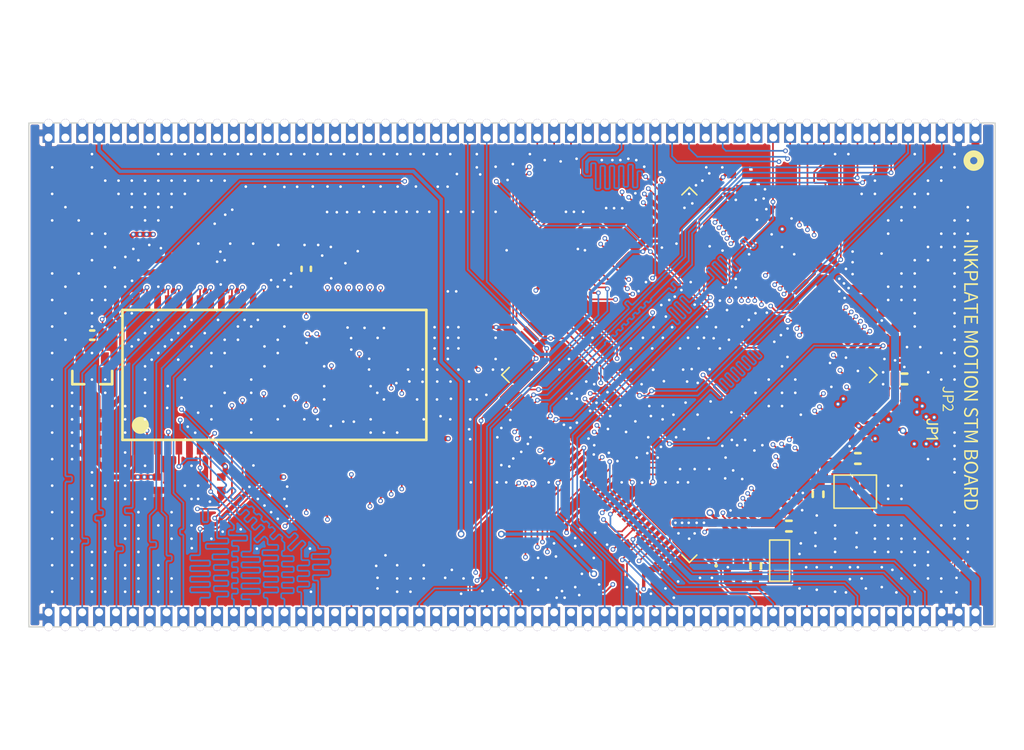
<source format=kicad_pcb>
(kicad_pcb (version 20211014) (generator pcbnew)
  (title_block (title "Soldered Inkplate MOTION STM board") (date "2024-03-22") (rev "V1.0.0") (company "Soldered Electronics") (comment 1 "500006"))
  (layers (0 "F.Cu" signal) (1 "In1.Cu" signal) (2 "In2.Cu" signal) (31 "B.Cu" signal) (34 "B.Paste" user) (35 "F.Paste" user) (36 "B.SilkS" user "B.Silkscreen") (37 "F.SilkS" user "F.Silkscreen") (38 "B.Mask" user) (39 "F.Mask" user) (44 "Edge.Cuts" user))
  (net 0 "")
  (net 1 "GND")
  (net 2 "3V3")
  (net 3 "/STM32H743ZIT6/OSC-IN")
  (net 4 "/STM32H743ZIT6/OSC32-IN")
  (net 5 "/STM32H743ZIT6/VCAP")
  (net 6 "/STM32H743ZIT6/OSC-OUT")
  (net 7 "GND_A")
  (net 8 "3V3_A")
  (net 9 "/STM32H743ZIT6/OSC32-OUT")
  (net 10 "/STM32H743ZIT6/SDMMC-D0")
  (net 11 "/STM32H743ZIT6/SDMMC-D1")
  (net 12 "/STM32H743ZIT6/SDMMC-D2")
  (net 13 "/STM32H743ZIT6/SDMMC-D3")
  (net 14 "/STM32H743ZIT6/SDMMC-CMD")
  (net 15 "/STM32H743ZIT6/SDMMC-CK")
  (net 16 "/STM32H743ZIT6/I2S-WS")
  (net 17 "/STM32H743ZIT6/I2S-SDO")
  (net 18 "/STM32H743ZIT6/I2S-SDI")
  (net 19 "/STM32H743ZIT6/I2S-MCK")
  (net 20 "/STM32H743ZIT6/I2S-CK")
  (net 21 "/STM32H743ZIT6/ETH-REF_CLK")
  (net 22 "/SRAM/FMC-A1")
  (net 23 "/SRAM/FMC-A3")
  (net 24 "/STM32H743ZIT6/ETH-MDIO")
  (net 25 "/STM32H743ZIT6/ETH-CRS_DV")
  (net 26 "/STM32H743ZIT6/ETH-MDC")
  (net 27 "/STM32H743ZIT6/ETH-RXD0")
  (net 28 "/STM32H743ZIT6/ETH-RXD1")
  (net 29 "/SRAM/FMC-A0")
  (net 30 "/SRAM/FMC-A2")
  (net 31 "/SRAM/FMC-A5")
  (net 32 "/SRAM/FMC-A14")
  (net 33 "/STM32H743ZIT6/ETH-TX_EN")
  (net 34 "/STM32H743ZIT6/ETH-TXD0")
  (net 35 "/STM32H743ZIT6/ETH-TXD1")
  (net 36 "/STM32H743ZIT6/USB OTG-D_P")
  (net 37 "/SRAM/FMC-A4")
  (net 38 "/SRAM/FMC-A7")
  (net 39 "/STM32H743ZIT6/USB OTG-D_N")
  (net 40 "/SRAM/FMC-A8")
  (net 41 "/SRAM/FMC-A12")
  (net 42 "/SRAM/FMC-A13")
  (net 43 "/SRAM/FMC-A15")
  (net 44 "/STM32H743ZIT6/USB OTG-SOF")
  (net 45 "/STM32H743ZIT6/USB OTG-VBUS")
  (net 46 "/STM32H743ZIT6/USB OTG-ID")
  (net 47 "/SRAM/FMC-A9")
  (net 48 "/SRAM/FMC-A16")
  (net 49 "/VREF+")
  (net 50 "/VBAT-RTC")
  (net 51 "/STM32H743ZIT6/USART-TX")
  (net 52 "/FMC-D0")
  (net 53 "/STM32H743ZIT6/USART-RX")
  (net 54 "/SRAM/FMC-A10")
  (net 55 "/FMC-D1")
  (net 56 "/FMC-D2")
  (net 57 "/SRAM/FMC-A17")
  (net 58 "/FMC-D3")
  (net 59 "/FMC-D4")
  (net 60 "/SRAM/FMC-A11")
  (net 61 "/FMC-D5")
  (net 62 "/STM32H743ZIT6/PA3")
  (net 63 "/FMC-D6")
  (net 64 "/STM32H743ZIT6/SD-EN")
  (net 65 "/FMC-D7")
  (net 66 "/SRAM/FMC-A6")
  (net 67 "/FMC-D8")
  (net 68 "/FMC-D9")
  (net 69 "/FMC-D10")
  (net 70 "/FMC-D11")
  (net 71 "/FMC-D12")
  (net 72 "/FMC-D13")
  (net 73 "/FMC-D14")
  (net 74 "/FMC-D15")
  (net 75 "/FMC-NE3")
  (net 76 "/E-SPH")
  (net 77 "/E-SPV")
  (net 78 "/E-CKV")
  (net 79 "/E-GMODE")
  (net 80 "/E-OE")
  (net 81 "/E-LE")
  (net 82 "/TPS-INT")
  (net 83 "/TPS-VCOM")
  (net 84 "/TPS-PWR")
  (net 85 "/TPS-WAKE")
  (net 86 "/SWCLK")
  (net 87 "/SWDIO")
  (net 88 "/ESP-SW")
  (net 89 "/ESP-TX")
  (net 90 "/ESP-RX")
  (net 91 "/SDA")
  (net 92 "/SCL")
  (net 93 "/MISO")
  (net 94 "/MOSI")
  (net 95 "/CS")
  (net 96 "/SCK")
  (net 97 "/SD-CS")
  (net 98 "/BOOT0")
  (net 99 "/NRST")
  (net 100 "/BAT-MOS")
  (net 101 "/BAT-ADC")
  (net 102 "/GES-INT")
  (net 103 "/WS-LED")
  (net 104 "/FMC-NWE")
  (net 105 "/SRAM/RAM-EN")
  (net 106 "/FMC-NE1")
  (net 107 "/SRAM/FMC-A19")
  (net 108 "/SRAM/FMC-A21")
  (net 109 "/FMC-NOE")
  (net 110 "/FMC-NBL1")
  (net 111 "/FMC-NBL0")
  (net 112 "/SRAM/FMC-A18")
  (net 113 "/SRAM/3V3_MEM")
  (net 132 "/SPI1-MISO")
  (net 133 "/SPI1-MOSI")
  (net 134 "/SPI1-SCK")
  (net 135 "/SPI1-CS")
  (net 137 "/SRAM/FMC-A20")
  (net 139 "/SRAM/FMCD-SDNWE")
  (net 140 "/SRAM/FMCD-SDNCAS")
  (net 141 "/SRAM/FMCD-SDNRAS")
  (net 142 "/SRAM/FMCD-SDNE")
  (net 143 "/SRAM/FMCD-SDCKE")
  (net 144 "/SRAM/FMCD-SDCLK")
  (footprint "e-radionica.com footprinti:0402C" (layer "F.Cu") (at 102.93 125.9)
    (fp_text reference "C32")
    (fp_text value "10n")
  )
  (footprint "e-radionica.com footprinti:SOT-23-3" (layer "F.Cu") (at 103 121 -90)
    (fp_text reference "Q1")
    (fp_text value "SSM3J358R,LF")
  )
  (footprint "e-radionica.com footprinti:0402C" (layer "F.Cu") (at 151.7 135.6 90)
    (fp_text reference "C26")
    (fp_text value "100n")
  )
  (footprint "e-radionica.com footprinti:SMD-JUMPER-CONNECTED_TRACE_SOLDERMASK" (layer "F.Cu") (at 165.1 125.075 -90)
    (fp_text reference "JP1")
    (fp_text value "SMD-JUMPER-CONNECTED_TRACE_SOLDERMASK")
  )
  (footprint "e-radionica.com footprinti:0402C" (layer "F.Cu") (at 162.5 125.6 90)
    (fp_text reference "C22")
    (fp_text value "1u")
  )
  (footprint "e-radionica.com footprinti:0402C" (layer "F.Cu") (at 165.5 119.9 180)
    (fp_text reference "C28")
    (fp_text value "100n")
  )
  (footprint "kibuzzard-63F5C8D7" (layer "F.Cu") (at 166.3 125.075 -90)
    (fp_text reference "kibuzzard-63F5C8D7" hide)
    (fp_text value "G***" hide)
  )
  (footprint "e-radionica.com footprinti:Castellated_holes_Inkplate" (layer "F.Cu") (at 134 102 -90)
    (fp_text reference "K1")
    (fp_text value "Castellated_hole_Inkplate")
  )
  (footprint "e-radionica.com footprinti:CRYSTAL_3215" (layer "F.Cu") (at 154.8 135 90)
    (fp_text reference "X2")
    (fp_text value "32.768kHz")
  )
  (footprint "e-radionica.com footprinti:0402C" (layer "F.Cu") (at 155.8 130.75 45)
    (fp_text reference "C5")
    (fp_text value "100n")
  )
  (footprint "e-radionica.com footprinti:0402C" (layer "F.Cu") (at 115.13 112.8 -90)
    (fp_text reference "C37")
    (fp_text value "100n")
  )
  (footprint "e-radionica.com footprinti:0402C" (layer "F.Cu") (at 132.5 118.925 -90)
    (fp_text reference "C20")
    (fp_text value "100n")
  )
  (footprint "e-radionica.com footprinti:0402C" (layer "F.Cu") (at 163 116.3 180)
    (fp_text reference "C1")
    (fp_text value "4u7")
  )
  (footprint "e-radionica.com footprinti:0402C" (layer "F.Cu") (at 164 123.4 180)
    (fp_text reference "C10")
    (fp_text value "100n")
  )
  (footprint "e-radionica.com footprinti:0402C" (layer "F.Cu") (at 140.27 131.78 90)
    (fp_text reference "C24")
    (fp_text value "100n")
  )
  (footprint "e-radionica.com footprinti:0603C" (layer "F.Cu") (at 160.7 127.3 180)
    (fp_text reference "C16")
    (fp_text value "20p")
  )
  (footprint "e-radionica.com footprinti:0402C" (layer "F.Cu") (at 164 122.5 180)
    (fp_text reference "C4")
    (fp_text value "1u")
  )
  (footprint "e-radionica.com footprinti:0402C" (layer "F.Cu") (at 107.93 129.2 90)
    (fp_text reference "C29")
    (fp_text value "100n")
  )
  (footprint "e-radionica.com footprinti:0603L" (layer "F.Cu") (at 164.2 121.3)
    (fp_text reference "FB1")
    (fp_text value "FCM 1608KF-601T03")
  )
  (footprint "e-radionica.com footprinti:0402C" (layer "F.Cu") (at 163.4 125.6 90)
    (fp_text reference "C25")
    (fp_text value "100n")
  )
  (footprint "e-radionica.com footprinti:0402C" (layer "F.Cu") (at 107.73 112.8 -90)
    (fp_text reference "C36")
    (fp_text value "1u")
  )
  (footprint "Soldered Graphics:Version1.1.0" (layer "F.Cu") (at 168.63 135.4)
    (fp_text reference "Ref**" hide)
    (fp_text value "Val**" hide)
  )
  (footprint "kibuzzard-66AA0BBC" (layer "F.Cu") (at 169.23 121 -90)
    (fp_text reference "kibuzzard-66AA0BBC" hide)
    (fp_text value "G***" hide)
  )
  (footprint "e-radionica.com footprinti:0402C" (layer "F.Cu") (at 145.4 136.1 90)
    (fp_text reference "C27")
    (fp_text value "100n")
  )
  (footprint "e-radionica.com footprinti:0402C" (layer "F.Cu") (at 131.4 118.925 -90)
    (fp_text reference "C2")
    (fp_text value "4u7")
  )
  (footprint "e-radionica.com footprinti:0402C" (layer "F.Cu") (at 158 112.25 -135)
    (fp_text reference "C12")
    (fp_text value "100n")
  )
  (footprint "kibuzzard-64B3CD03" (layer "F.Cu") (at 167.5 122.8 -90)
    (fp_text reference "kibuzzard-64B3CD03" hide)
    (fp_text value "G***" hide)
  )
  (footprint "e-radionica.com footprinti:0402C" (layer "F.Cu") (at 154.7 109 -135)
    (fp_text reference "C14")
    (fp_text value "100n")
  )
  (footprint "e-radionica.com footprinti:0402C" (layer "F.Cu") (at 136 127.9)
    (fp_text reference "C23")
    (fp_text value "100n")
  )
  (footprint "e-radionica.com footprinti:0402C" (layer "F.Cu") (at 131.975 117.4)
    (fp_text reference "C18")
    (fp_text value "GRM155Z71A225KE01D")
  )
  (footprint "e-radionica.com footprinti:0402C" (layer "F.Cu") (at 151.75 105.85 180)
    (fp_text reference "C15")
    (fp_text value "100n")
  )
  (footprint "e-radionica.com footprinti:0402C" (layer "F.Cu") (at 160.8 126 180)
    (fp_text reference "C6")
    (fp_text value "100n")
  )
  (footprint "e-radionica.com footprinti:0603C" (layer "F.Cu") (at 157.7 130 90)
    (fp_text reference "C8")
    (fp_text value "20p")
  )
  (footprint "e-radionica.com footprinti:0402C" (layer "F.Cu") (at 140.9 109.2 -90)
    (fp_text reference "C19")
    (fp_text value "100n")
  )
  (footprint "e-radionica.com footprinti:0402C" (layer "F.Cu") (at 102.93 126.9)
    (fp_text reference "C33")
    (fp_text value "1n")
  )
  (footprint "e-radionica.com footprinti:0402C" (layer "F.Cu") (at 163 117.5 180)
    (fp_text reference "C11")
    (fp_text value "100n")
  )
  (footprint "e-radionica.com footprinti:0402C" (layer "F.Cu") (at 152.3 107 180)
    (fp_text reference "C13")
    (fp_text value "GRM155Z71A225KE01D")
  )
  (footprint "e-radionica.com footprinti:0603C" (layer "F.Cu") (at 153 135.4 90)
    (fp_text reference "C9")
    (fp_text value "7p5")
  )
  (footprint "e-radionica.com footprinti:SMD-JUMPER-CONNECTED_TRACE_SOLDERMASK" (layer "F.Cu") (at 166.4 122.8 90)
    (fp_text reference "JP2")
    (fp_text value "SMD-JUMPER-CONNECTED_TRACE_SOLDERMASK")
  )
  (footprint "e-radionica.com footprinti:TSOP-54" (layer "F.Cu") (at 116.73 121)
    (fp_text reference "U2")
    (fp_text value "W9825G6KH-6")
  )
  (footprint "e-radionica.com footprinti:0603C" (layer "F.Cu") (at 155.5 132.4 180)
    (fp_text reference "C17")
    (fp_text value "7p5")
  )
  (footprint "e-radionica.com footprinti:0603R" (layer "F.Cu") (at 119.13 113 -90)
    (fp_text reference "R1")
    (fp_text value "100")
  )
  (footprint "e-radionica.com footprinti:0402C" (layer "F.Cu") (at 102.93 124.9)
    (fp_text reference "C21")
    (fp_text value "100n")
  )
  (footprint "e-radionica.com footprinti:LQFP-144" (layer "F.Cu") (at 148 121 45)
    (fp_text reference "U1")
    (fp_text value "STM32H743ZIT6")
  )
  (footprint "e-radionica.com footprinti:0402C" (layer "F.Cu") (at 136.95 112.6 -90)
    (fp_text reference "C3")
    (fp_text value "1u")
  )
  (footprint "e-radionica.com footprinti:0402C" (layer "F.Cu") (at 137.9 112.6 -90)
    (fp_text reference "C7")
    (fp_text value "100n")
  )
  (footprint "e-radionica.com footprinti:0402C" (layer "F.Cu") (at 110.73 112.8 -90)
    (fp_text reference "C40")
    (fp_text value "1n")
  )
  (footprint "e-radionica.com footprinti:0402C" (layer "F.Cu") (at 102.93 123.9)
    (fp_text reference "C34")
    (fp_text value "1u")
  )
  (footprint "e-radionica.com footprinti:0402C" (layer "F.Cu") (at 108.73 112.8 -90)
    (fp_text reference "C38")
    (fp_text value "100n")
  )
  (footprint "e-radionica.com footprinti:FIDUCIAL_23" (layer "F.Cu") (at 100.93 111.4)
    (fp_text reference "FD1")
    (fp_text value "FIDUCIAL")
  )
  (footprint "e-radionica.com footprinti:0402C" (layer "F.Cu") (at 109.73 112.8 -90)
    (fp_text reference "C39")
    (fp_text value "10n")
  )
  (footprint "e-radionica.com footprinti:0402C" (layer "F.Cu") (at 129.23 125.3 -90)
    (fp_text reference "C30")
    (fp_text value "100n")
  )
  (footprint "e-radionica.com footprinti:Castellated_holes_Inkplate" (layer "F.Cu") (at 135.27 140 90)
    (fp_text reference "K2")
    (fp_text value "Castellated_hole_Inkplate")
  )
  (footprint "e-radionica.com footprinti:CRYSTAL_3225__4_PAD" (layer "F.Cu") (at 160.5 129.8)
    (fp_text reference "X1")
    (fp_text value "16MHz")
  )
  (footprint "e-radionica.com footprinti:0603R" (layer "F.Cu") (at 103 118 180)
    (fp_text reference "R2")
    (fp_text value "100k")
  )
  (footprint "e-radionica.com footprinti:0402C" (layer "F.Cu") (at 116.73 129.2 90)
    (fp_text reference "C35")
    (fp_text value "100n")
  )
  (footprint "e-radionica.com footprinti:FIDUCIAL_23" (layer "F.Cu") (at 166.43 129.6)
    (fp_text reference "FD2")
    (fp_text value "FIDUCIAL")
  )
  (footprint "e-radionica.com footprinti:0402C" (layer "F.Cu") (at 112.73 129.2 90)
    (fp_text reference "C31")
    (fp_text value "100n")
  )
  (gr_circle (center 169.43 104.84) (end 169.954023 104.84) (layer "F.SilkS") (width 0.5) (fill none))
  (gr_rect (start 98.23 140) (end 171.04 102) (layer "Edge.Cuts") (width 0.1) (fill none))
  (via (at 106.4825 135.34881) (size 0.35) (drill 0.2) (layers "F.Cu" "B.Cu") (net 1))
  (via (at 139.4 133.9) (size 0.35) (drill 0.2) (layers "F.Cu" "B.Cu") (net 1))
  (via (at 144.4256 129.124856) (size 0.35) (drill 0.2) (layers "F.Cu" "B.Cu") (net 1))
  (via (at 114.194115 132.639108) (size 0.35) (drill 0.2) (layers "F.Cu" "B.Cu") (net 1))
  (via (at 134.2 129.1) (size 0.35) (drill 0.2) (layers "F.Cu" "B.Cu") (net 1))
  (via (at 116.9825 104.34881) (size 0.35) (drill 0.2) (layers "F.Cu" "B.Cu") (net 1))
  (via (at 162.6 121.7) (size 0.35) (drill 0.2) (layers "F.Cu" "B.Cu") (net 1))
  (via (at 128.9825 104.34881) (size 0.35) (drill 0.2) (layers "F.Cu" "B.Cu") (net 1))
  (via (at 162.9825 132.34881) (size 0.35) (drill 0.2) (layers "F.Cu" "B.Cu") (net 1))
  (via (at 130.6 119) (size 0.35) (drill 0.2) (layers "F.Cu" "B.Cu") (net 1))
  (via (at 108.9825 133.34881) (size 0.35) (drill 0.2) (layers "F.Cu" "B.Cu") (net 1))
  (via (at 134.73 127.3) (size 0.35) (drill 0.2) (layers "F.Cu" "B.Cu") (net 1))
  (via (at 162.9825 130.34881) (size 0.35) (drill 0.2) (layers "F.Cu" "B.Cu") (net 1))
  (via (at 146 118.2) (size 0.35) (drill 0.2) (layers "F.Cu" "B.Cu") (net 1))
  (via (at 114.9825 121.34881) (size 0.35) (drill 0.2) (layers "F.Cu" "B.Cu") (net 1))
  (via (at 141.2 136.8) (size 0.35) (drill 0.2) (layers "F.Cu" "B.Cu") (net 1))
  (via (at 150.4825 126.34881) (size 0.35) (drill 0.2) (layers "F.Cu" "B.Cu") (net 1))
  (via (at 105.5 112.1) (size 0.35) (drill 0.2) (layers "F.Cu" "B.Cu") (net 1))
  (via (at 147.3 119) (size 0.35) (drill 0.2) (layers "F.Cu" "B.Cu") (net 1))
  (via (at 136.03 125.7) (size 0.35) (drill 0.2) (layers "F.Cu" "B.Cu") (net 1))
  (via (at 154.9825 123.34881) (size 0.35) (drill 0.2) (layers "F.Cu" "B.Cu") (net 1))
  (via (at 150.3 119) (size 0.35) (drill 0.2) (layers "F.Cu" "B.Cu") (net 1))
  (via (at 108.9825 132.34881) (size 0.35) (drill 0.2) (layers "F.Cu" "B.Cu") (net 1))
  (via (at 164.9825 114.34881) (size 0.35) (drill 0.2) (layers "F.Cu" "B.Cu") (net 1))
  (via (at 114.9825 117.34881) (size 0.35) (drill 0.2) (layers "F.Cu" "B.Cu") (net 1))
  (via (at 100.9825 114.34881) (size 0.35) (drill 0.2) (layers "F.Cu" "B.Cu") (net 1))
  (via (at 153.7 107) (size 0.35) (drill 0.2) (layers "F.Cu" "B.Cu") (net 1))
  (via (at 140 108.7) (size 0.35) (drill 0.2) (layers "F.Cu" "B.Cu") (net 1))
  (via (at 122.720061 124.525955) (size 0.35) (drill 0.2) (layers "F.Cu" "B.Cu") (net 1))
  (via (at 156.3 134.5) (size 0.35) (drill 0.2) (layers "F.Cu" "B.Cu") (net 1))
  (via (at 123.9825 125.34881) (size 0.35) (drill 0.2) (layers "F.Cu" "B.Cu") (net 1))
  (via (at 146.7 117.4) (size 0.35) (drill 0.2) (layers "F.Cu" "B.Cu") (net 1))
  (via (at 141.4 104.8) (size 0.35) (drill 0.2) (layers "F.Cu" "B.Cu") (net 1))
  (via (at 106.4825 137.34881) (size 0.35) (drill 0.2) (layers "F.Cu" "B.Cu") (net 1))
  (via (at 124.984906 117.463792) (size 0.35) (drill 0.2) (layers "F.Cu" "B.Cu") (net 1))
  (via (at 117.4825 123.34881) (size 0.35) (drill 0.2) (layers "F.Cu" "B.Cu") (net 1))
  (via (at 107.3 111.2) (size 0.35) (drill 0.2) (layers "F.Cu" "B.Cu") (net 1))
  (via (at 114.846477 129.439491) (size 0.35) (drill 0.2) (layers "F.Cu" "B.Cu") (net 1))
  (via (at 144.9825 123.34881) (size 0.35) (drill 0.2) (layers "F.Cu" "B.Cu") (net 1))
  (via (at 140.83 126.3) (size 0.35) (drill 0.2) (layers "F.Cu" "B.Cu") (net 1))
  (via (at 130.4825 105.84881) (size 0.35) (drill 0.2) (layers "F.Cu" "B.Cu") (net 1))
  (via (at 146.83 137.8) (size 0.35) (drill 0.2) (layers "F.Cu" "B.Cu") (net 1))
  (via (at 153.5 126.3) (size 0.35) (drill 0.2) (layers "F.Cu" "B.Cu") (net 1))
  (via (at 154.9 118) (size 0.35) (drill 0.2) (layers "F.Cu" "B.Cu") (net 1))
  (via (at 129 121.5) (size 0.35) (drill 0.2) (layers "F.Cu" "B.Cu") (net 1))
  (via (at 130.1 135.7) (size 0.35) (drill 0.2) (layers "F.Cu" "B.Cu") (net 1))
  (via (at 107.9825 108.34881) (size 0.35) (drill 0.2) (layers "F.Cu" "B.Cu") (net 1))
  (via (at 127.4825 122.84881) (size 0.35) (drill 0.2) (layers "F.Cu" "B.Cu") (net 1))
  (via (at 140.8 127) (size 0.35) (drill 0.2) (layers "F.Cu" "B.Cu") (net 1))
  (via (at 133.9 120.6) (size 0.35) (drill 0.2) (layers "F.Cu" "B.Cu") (net 1))
  (via (at 145.93 111.4) (size 0.35) (drill 0.2) (layers "F.Cu" "B.Cu") (net 1))
  (via (at 123.9825 121.84881) (size 0.35) (drill 0.2) (layers "F.Cu" "B.Cu") (net 1))
  (via (at 150 117.4) (size 0.35) (drill 0.2) (layers "F.Cu" "B.Cu") (net 1))
  (via (at 156.4 124) (size 0.35) (drill 0.2) (layers "F.Cu" "B.Cu") (net 1))
  (via (at 151.6 126.3) (size 0.35) (drill 0.2) (layers "F.Cu" "B.Cu") (net 1))
  (via (at 110.9825 129.34881) (size 0.35) (drill 0.2) (layers "F.Cu" "B.Cu") (net 1))
  (via (at 140.8 134.8) (size 0.35) (drill 0.2) (layers "F.Cu" "B.Cu") (net 1))
  (via (at 152.5 111.9) (size 0.35) (drill 0.2) (layers "F.Cu" "B.Cu") (net 1))
  (via (at 140.23 121.5) (size 0.35) (drill 0.2) (layers "F.Cu" "B.Cu") (net 1))
  (via (at 115.4825 130.34881) (size 0.35) (drill 0.2) (layers "F.Cu" "B.Cu") (net 1))
  (via (at 165.9825 135.34881) (size 0.35) (drill 0.2) (layers "F.Cu" "B.Cu") (net 1))
  (via (at 139.9 136) (size 0.35) (drill 0.2) (layers "F.Cu" "B.Cu") (net 1))
  (via (at 162.9825 133.34881) (size 0.35) (drill 0.2) (layers "F.Cu" "B.Cu") (net 1))
  (via (at 145.883763 115.728641) (size 0.35) (drill 0.2) (layers "F.Cu" "B.Cu") (net 1))
  (via (at 102.9825 136.34881) (size 0.35) (drill 0.2) (layers "F.Cu" "B.Cu") (net 1))
  (via (at 158.9825 134.34881) (size 0.35) (drill 0.2) (layers "F.Cu" "B.Cu") (net 1))
  (via (at 102.9825 135.34881) (size 0.35) (drill 0.2) (layers "F.Cu" "B.Cu") (net 1))
  (via (at 139.033967 124.983571) (size 0.35) (drill 0.2) (layers "F.Cu" "B.Cu") (net 1))
  (via (at 130 121.5) (size 0.35) (drill 0.2) (layers "F.Cu" "B.Cu") (net 1))
  (via (at 112.23 109.6) (size 0.35) (drill 0.2) (layers "F.Cu" "B.Cu") (net 1))
  (via (at 101.4825 126.34881) (size 0.35) (drill 0.2) (layers "F.Cu" "B.Cu") (net 1))
  (via (at 150.9825 118.34881) (size 0.35) (drill 0.2) (layers "F.Cu" "B.Cu") (net 1))
  (via (at 150.4825 105.34881) (size 0.35) (drill 0.2) (layers "F.Cu" "B.Cu") (net 1))
  (via (at 100.9825 116.34881) (size 0.35) (drill 0.2) (layers "F.Cu" "B.Cu") (net 1))
  (via (at 139.13 122.4) (size 0.35) (drill 0.2) (layers "F.Cu" "B.Cu") (net 1))
  (via (at 133.5 129.1) (size 0.35) (drill 0.2) (layers "F.Cu" "B.Cu") (net 1))
  (via (at 127.9825 104.34881) (size 0.35) (drill 0.2) (layers "F.Cu" "B.Cu") (net 1))
  (via (at 101.4825 131.34881) (size 0.35) (drill 0.2) (layers "F.Cu" "B.Cu") (net 1))
  (via (at 99.9825 117.34881) (size 0.35) (drill 0.2) (layers "F.Cu" "B.Cu") (net 1))
  (via (at 147 125.7) (size 0.35) (drill 0.2) (layers "F.Cu" "B.Cu") (net 1))
  (via (at 167.9825 112.34881) (size 0.35) (drill 0.2) (layers "F.Cu" "B.Cu") (net 1))
  (via (at 125.9825 125.34881) (size 0.35) (drill 0.2) (layers "F.Cu" "B.Cu") (net 1))
  (via (at 123.010148 111.668928) (size 0.35) (drill 0.2) (layers "F.Cu" "B.Cu") (net 1))
  (via (at 131.53 129.1) (size 0.35) (drill 0.2) (layers "F.Cu" "B.Cu") (net 1))
  (via (at 110.9825 130.34881) (size 0.35) (drill 0.2) (layers "F.Cu" "B.Cu") (net 1))
  (via (at 153.9825 123.34881) (size 0.35) (drill 0.2) (layers "F.Cu" "B.Cu") (net 1))
  (via (at 127.393804 106.793516) (size 0.35) (drill 0.2) (layers "F.Cu" "B.Cu") (net 1))
  (via (at 160.1 135.5) (size 0.35) (drill 0.2) (layers "F.Cu" "B.Cu") (net 1))
  (via (at 149.272016 105.343607) (size 0.35) (drill 0.2) (layers "F.Cu" "B.Cu") (net 1))
  (via (at 125.9825 136.34881) (size 0.35) (drill 0.2) (layers "F.Cu" "B.Cu") (net 1))
  (via (at 167.9825 120.34881) (size 0.35) (drill 0.2) (layers "F.Cu" "B.Cu") (net 1))
  (via (at 138.6 137.8) (size 0.35) (drill 0.2) (layers "F.Cu" "B.Cu") (net 1))
  (via (at 149.5 105.8) (size 0.35) (drill 0.2) (layers "F.Cu" "B.Cu") (net 1))
  (via (at 125.9825 137.34881) (size 0.35) (drill 0.2) (layers "F.Cu" "B.Cu") (net 1))
  (via (at 164.2 120.4) (size 0.35) (drill 0.2) (layers "F.Cu" "B.Cu") (net 1))
  (via (at 108.9825 107.34881) (size 0.35) (drill 0.2) (layers "F.Cu" "B.Cu") (net 1))
  (via (at 99.9825 113.34881) (size 0.35) (drill 0.2) (layers "F.Cu" "B.Cu") (net 1))
  (via (at 163.9825 130.34881) (size 0.35) (drill 0.2) (layers "F.Cu" "B.Cu") (net 1))
  (via (at 163.9825 132.34881) (size 0.35) (drill 0.2) (layers "F.Cu" "B.Cu") (net 1))
  (via (at 99.9825 125.34881) (size 0.35) (drill 0.2) (layers "F.Cu" "B.Cu") (net 1))
  (via (at 143.23 125.3) (size 0.35) (drill 0.2) (layers "F.Cu" "B.Cu") (net 1))
  (via (at 147.63 108.4) (size 0.35) (drill 0.2) (layers "F.Cu" "B.Cu") (net 1))
  (via (at 115.149694 127.827059) (size 0.35) (drill 0.2) (layers "F.Cu" "B.Cu") (net 1))
  (via (at 156.3 137.1) (size 0.35) (drill 0.2) (layers "F.Cu" "B.Cu") (net 1))
  (via (at 145.615 127.235) (size 0.35) (drill 0.2) (layers "F.Cu" "B.Cu") (net 1))
  (via (at 117.692988 129.422167) (size 0.35) (drill 0.2) (layers "F.Cu" "B.Cu") (net 1))
  (via (at 138.73 122.8) (size 0.35) (drill 0.2) (layers "F.Cu" "B.Cu") (net 1))
  (via (at 147.53 120.6) (size 0.35) (drill 0.2) (layers "F.Cu" "B.Cu") (net 1))
  (via (at 112.9825 104.34881) (size 0.35) (drill 0.2) (layers "F.Cu" "B.Cu") (net 1))
  (via (at 162.6 120.8) (size 0.35) (drill 0.2) (layers "F.Cu" "B.Cu") (net 1))
  (via (at 167.9825 126.34881) (size 0.35) (drill 0.2) (layers "F.Cu" "B.Cu") (net 1))
  (via (at 130.6 117.4) (size 0.35) (drill 0.2) (layers "F.Cu" "B.Cu") (net 1))
  (via (at 154.9825 111.34881) (size 0.35) (drill 0.2) (layers "F.Cu" "B.Cu") (net 1))
  (via (at 163.9825 134.34881) (size 0.35) (drill 0.2) (layers "F.Cu" "B.Cu") (net 1))
  (via (at 108.9825 108.34881) (size 0.35) (drill 0.2) (layers "F.Cu" "B.Cu") (net 1))
  (via (at 117.9825 114.34881) (size 0.35) (drill 0.2) (layers "F.Cu" "B.Cu") (net 1))
  (via (at 151.10289 131.216235) (size 0.35) (drill 0.2) (layers "F.Cu" "B.Cu") (net 1))
  (via (at 131.4825 124.34881) (size 0.35) (drill 0.2) (layers "F.Cu" "B.Cu") (net 1))
  (via (at 101.4825 122.34881) (size 0.35) (drill 0.2) (layers "F.Cu" "B.Cu") (net 1))
  (via (at 146.2 129.1) (size 0.35) (drill 0.2) (layers "F.Cu" "B.Cu") (net 1))
  (via (at 133.83 125) (size 0.35) (drill 0.2) (layers "F.Cu" "B.Cu") (net 1))
  (via (at 151.5 107.8) (size 0.35) (drill 0.2) (layers "F.Cu" "B.Cu") (net 1))
  (via (at 132.7 122.5) (size 0.35) (drill 0.2) (layers "F.Cu" "B.Cu") (net 1))
  (via (at 147.9 129.1) (size 0.35) (drill 0.2) (layers "F.Cu" "B.Cu") (net 1))
  (via (at 163.9825 129.34881) (size 0.35) (drill 0.2) (layers "F.Cu" "B.Cu") (net 1))
  (via (at 157.5 133.9) (size 0.35) (drill 0.2) (layers "F.Cu" "B.Cu") (net 1))
  (via (at 106.4825 134.34881) (size 0.35) (drill 0.2) (layers "F.Cu" "B.Cu") (net 1))
  (via (at 105.4825 123.34881) (size 0.35) (drill 0.2) (layers "F.Cu" "B.Cu") (net 1))
  (via (at 102.9825 129.34881) (size 0.35) (drill 0.2) (layers "F.Cu" "B.Cu") (net 1))
  (via (at 107.9825 132.34881) (size 0.35) (drill 0.2) (layers "F.Cu" "B.Cu") (net 1))
  (via (at 155.9825 121.34881) (size 0.35) (drill 0.2) (layers "F.Cu" "B.Cu") (net 1))
  (via (at 135.83 126.2) (size 0.35) (drill 0.2) (layers "F.Cu" "B.Cu") (net 1))
  (via (at 105.4825 133.34881) (size 0.35) (drill 0.2) (layers "F.Cu" "B.Cu") (net 1))
  (via (at 117.4825 117.34881) (size 0.35) (drill 0.2) (layers "F.Cu" "B.Cu") (net 1))
  (via (at 110.4825 130.34881) (size 0.35) (drill 0.2) (layers "F.Cu" "B.Cu") (net 1))
  (via (at 105.4825 124.34881) (size 0.35) (drill 0.2) (layers "F.Cu" "B.Cu") (net 1))
  (via (at 166.9825 137.34881) (size 0.35) (drill 0.2) (layers "F.Cu" "B.Cu") (net 1))
  (via (at 107.9825 137.34881) (size 0.35) (drill 0.2) (layers "F.Cu" "B.Cu") (net 1))
  (via (at 148.9825 106.34881) (size 0.35) (drill 0.2) (layers "F.Cu" "B.Cu") (net 1))
  (via (at 103.9825 130.34881) (size 0.35) (drill 0.2) (layers "F.Cu" "B.Cu") (net 1))
  (via (at 116.9825 118.34881) (size 0.35) (drill 0.2) (layers "F.Cu" "B.Cu") (net 1))
  (via (at 102.9825 117.34881) (size 0.35) (drill 0.2) (layers "F.Cu" "B.Cu") (net 1))
  (via (at 165.9825 136.34881) (size 0.35) (drill 0.2) (layers "F.Cu" "B.Cu") (net 1))
  (via (at 158.9825 132.34881) (size 0.35) (drill 0.2) (layers "F.Cu" "B.Cu") (net 1))
  (via (at 131.4825 125.84881) (size 0.35) (drill 0.2) (layers "F.Cu" "B.Cu") (net 1))
  (via (at 129.9825 124.34881) (size 0.35) (drill 0.2) (layers "F.Cu" "B.Cu") (net 1))
  (via (at 121.919625 124.519394) (size 0.35) (drill 0.2) (layers "F.Cu" "B.Cu") (net 1))
  (via (at 127.9825 135.34881) (size 0.35) (drill 0.2) (layers "F.Cu" "B.Cu") (net 1))
  (via (at 139.3 108.7) (size 0.35) (drill 0.2) (layers "F.Cu" "B.Cu") (net 1))
  (via (at 104.7 112.9) (size 0.35) (drill 0.2) (layers "F.Cu" "B.Cu") (net 1))
  (via (at 152.4825 116.84881) (size 0.35) (drill 0.2) (layers "F.Cu" "B.Cu") (net 1))
  (via (at 105.4825 126.84881) (size 0.35) (drill 0.2) (layers "F.Cu" "B.Cu") (net 1))
  (via (at 156.8 135.5) (size 0.35) (drill 0.2) (layers "F.Cu" "B.Cu") (net 1))
  (via (at 161.9825 106.34881) (size 0.35) (drill 0.2) (layers "F.Cu" "B.Cu") (net 1))
  (via (at 163.9825 114.34881) (size 0.35) (drill 0.2) (layers "F.Cu" "B.Cu") (net 1))
  (via (at 107.4825 117.34881) (size 0.35) (drill 0.2) (layers "F.Cu" "B.Cu") (net 1))
  (via (at 166 120.8) (size 0.35) (drill 0.2) (layers "F.Cu" "B.Cu") (net 1))
  (via (at 107.9825 104.34881) (size 0.35) (drill 0.2) (layers "F.Cu" "B.Cu") (net 1))
  (via (at 105.4825 137.34881) (size 0.35) (drill 0.2) (layers "F.Cu" "B.Cu") (net 1))
  (via (at 107.9825 119.34881) (size 0.35) (drill 0.2) (layers "F.Cu" "B.Cu") (net 1))
  (via (at 150.73 127.235) (size 0.35) (drill 0.2) (layers "F.Cu" "B.Cu") (net 1))
  (via (at 103.9825 115.34881) (size 0.35) (drill 0.2) (layers "F.Cu" "B.Cu") (net 1))
  (via (at 106.9825 124.34881) (size 0.35) (drill 0.2) (layers "F.Cu" "B.Cu") (net 1))
  (via (at 166.9825 119.34881) (size 0.35) (drill 0.2) (layers "F.Cu" "B.Cu") (net 1))
  (via (at 148.397936 132.951837) (size 0.35) (drill 0.2) (layers "F.Cu" "B.Cu") (net 1))
  (via (at 103.9825 129.34881) (size 0.35) (drill 0.2) (layers "F.Cu" "B.Cu") (net 1))
  (via (at 167.9825 128.34881) (size 0.35) (drill 0.2) (layers "F.Cu" "B.Cu") (net 1))
  (via (at 147.03 111.1) (size 0.35) (drill 0.2) (layers "F.Cu" "B.Cu") (net 1))
  (via (at 162.9825 114.34881) (size 0.35) (drill 0.2) (layers "F.Cu" "B.Cu") (net 1))
  (via (at 137.945669 134.690386) (size 0.35) (drill 0.2) (layers "F.Cu" "B.Cu") (net 1))
  (via (at 136.2 136.3) (size 0.35) (drill 0.2) (layers "F.Cu" "B.Cu") (net 1))
  (via (at 129.8 119.8) (size 0.35) (drill 0.2) (layers "F.Cu" "B.Cu") (net 1))
  (via (at 152.9 126.7) (size 0.35) (drill 0.2) (layers "F.Cu" "B.Cu") (net 1))
  (via (at 117.4825 113.84881) (size 0.35) (drill 0.2) (layers "F.Cu" "B.Cu") (net 1))
  (via (at 150.838094 116.108094) (size 0.35) (drill 0.2) (layers "F.Cu" "B.Cu") (net 1))
  (via (at 112.9825 106.34881) (size 0.35) (drill 0.2) (layers "F.Cu" "B.Cu") (net 1))
  (via (at 103.9825 136.34881) (size 0.35) (drill 0.2) (layers "F.Cu" "B.Cu") (net 1))
  (via (at 101.9825 109.34881) (size 0.35) (drill 0.2) (layers "F.Cu" "B.Cu") (net 1))
  (via (at 139.598434 111.504018) (size 0.35) (drill 0.2) (layers "F.Cu" "B.Cu") (net 1))
  (via (at 143.3 137) (size 0.35) (drill 0.2) (layers "F.Cu" "B.Cu") (net 1))
  (via (at 106.9825 107.34881) (size 0.35) (drill 0.2) (layers "F.Cu" "B.Cu") (net 1))
  (via (at 110.4825 118.84881) (size 0.35) (drill 0.2) (layers "F.Cu" "B.Cu") (net 1))
  (via (at 99.9825 133.34881) (size 0.35) (drill 0.2) (layers "F.Cu" "B.Cu") (net 1))
  (via (at 123.520965 117.452174) (size 0.35) (drill 0.2) (layers "F.Cu" "B.Cu") (net 1))
  (via (at 128.9825 122.84881) (size 0.35) (drill 0.2) (layers "F.Cu" "B.Cu") (net 1))
  (via (at 112.9825 122.34881) (size 0.35) (drill 0.2) (layers "F.Cu" "B.Cu") (net 1))
  (via (at 167.9825 105.34881) (size 0.35) (drill 0.2) (layers "F.Cu" "B.Cu") (net 1))
  (via (at 114.9825 104.34881) (size 0.35) (drill 0.2) (layers "F.Cu" "B.Cu") (net 1))
  (via (at 109.73418 122.724808) (size 0.35) (drill 0.2) (layers "F.Cu" "B.Cu") (net 1))
  (via (at 136.6 137.2) (size 0.35) (drill 0.2) (layers "F.Cu" "B.Cu") (net 1))
  (via (at 116.9825 119.34881) (size 0.35) (drill 0.2) (layers "F.Cu" "B.Cu") (net 1))
  (via (at 167.9825 127.34881) (size 0.35) (drill 0.2) (layers "F.Cu" "B.Cu") (net 1))
  (via (at 164.9825 112.34881) (size 0.35) (drill 0.2) (layers "F.Cu" "B.Cu") (net 1))
  (via (at 163.9825 133.34881) (size 0.35) (drill 0.2) (layers "F.Cu" "B.Cu") (net 1))
  (via (at 106.4825 131.34881) (size 0.35) (drill 0.2) (layers "F.Cu" "B.Cu") (net 1))
  (via (at 151.167325 123.817599) (size 0.35) (drill 0.2) (layers "F.Cu" "B.Cu") (net 1))
  (via (at 141 123.1) (size 0.35) (drill 0.2) (layers "F.Cu" "B.Cu") (net 1))
  (via (at 133.4 105.3) (size 0.35) (drill 0.2) (layers "F.Cu" "B.Cu") (net 1))
  (via (at 127.890445 121.516703) (size 0.35) (drill 0.2) (layers "F.Cu" "B.Cu") (net 1))
  (via (at 161.3 137.1) (size 0.35) (drill 0.2) (layers "F.Cu" "B.Cu") (net 1))
  (via (at 134.23 111.6) (size 0.35) (drill 0.2) (layers "F.Cu" "B.Cu") (net 1))
  (via (at 114.4825 116.84881) (size 0.35) (drill 0.2) (layers "F.Cu" "B.Cu") (net 1))
  (via (at 167.9825 104.34881) (size 0.35) (drill 0.2) (layers "F.Cu" "B.Cu") (net 1))
  (via (at 103.9825 134.34881) (size 0.35) (drill 0.2) (layers "F.Cu" "B.Cu") (net 1))
  (via (at 107.9825 106.34881) (size 0.35) (drill 0.2) (layers "F.Cu" "B.Cu") (net 1))
  (via (at 140.4 125.8) (size 0.35) (drill 0.2) (layers "F.Cu" "B.Cu") (net 1))
  (via (at 140.9 132.9) (size 0.35) (drill 0.2) (layers "F.Cu" "B.Cu") (net 1))
  (via (at 106.9825 130.34881) (size 0.35) (drill 0.2) (layers "F.Cu" "B.Cu") (net 1))
  (via (at 122.9825 104.34881) (size 0.35) (drill 0.2) (layers "F.Cu" "B.Cu") (net 1))
  (via (at 124.5 137.1) (size 0.35) (drill 0.2) (layers "F.Cu" "B.Cu") (net 1))
  (via (at 161.9825 134.34881) (size 0.35) (drill 0.2) (layers "F.Cu" "B.Cu") (net 1))
  (via (at 117.9825 113.34881) (size 0.35) (drill 0.2) (layers "F.Cu" "B.Cu") (net 1))
  (via (at 134.3 106.3) (size 0.35) (drill 0.2) (layers "F.Cu" "B.Cu") (net 1))
  (via (at 109.4825 119.84881) (size 0.35) (drill 0.2) (layers "F.Cu" "B.Cu") (net 1))
  (via (at 163.9825 115.34881) (size 0.35) (drill 0.2) (layers "F.Cu" "B.Cu") (net 1))
  (via (at 131.4 125.1) (size 0.35) (drill 0.2) (layers "F.Cu" "B.Cu") (net 1))
  (via (at 108.9825 131.34881) (size 0.35) (drill 0.2) (layers "F.Cu" "B.Cu") (net 1))
  (via (at 166.9825 121.34881) (size 0.35) (drill 0.2) (layers "F.Cu" "B.Cu") (net 1))
  (via (at 162.5 135.5) (size 0.35) (drill 0.2) (layers "F.Cu" "B.Cu") (net 1))
  (via (at 148.6 117.4) (size 0.35) (drill 0.2) (layers "F.Cu" "B.Cu") (net 1))
  (via (at 109.9825 129.34881) (size 0.35) (drill 0.2) (layers "F.Cu" "B.Cu") (net 1))
  (via (at 166.9825 110.34881) (size 0.35) (drill 0.2) (layers "F.Cu" "B.Cu") (net 1))
  (via (at 145.8 105.7) (size 0.35) (drill 0.2) (layers "F.Cu" "B.Cu") (net 1))
  (via (at 158.7 121.9) (size 0.35) (drill 0.2) (layers "F.Cu" "B.Cu") (net 1))
  (via (at 105.4825 135.34881) (size 0.35) (drill 0.2) (layers "F.Cu" "B.Cu") (net 1))
  (via (at 152.9825 116.34881) (size 0.35) (drill 0.2) (layers "F.Cu" "B.Cu") (net 1))
  (via (at 153.1 109.3) (size 0.35) (drill 0.2) (layers "F.Cu" "B.Cu") (net 1))
  (via (at 164.9825 116.34881) (size 0.35) (drill 0.2) (layers "F.Cu" "B.Cu") (net 1))
  (via (at 163.3 135.7) (size 0.35) (drill 0.2) (layers "F.Cu" "B.Cu") (net 1))
  (via (at 120.33 112) (size 0.35) (drill 0.2) (layers "F.Cu" "B.Cu") (net 1))
  (via (at 100.9825 118.34881) (size 0.35) (drill 0.2) (layers "F.Cu" "B.Cu") (net 1))
  (via (at 111.4825 117.84881) (size 0.35) (drill 0.2) (layers "F.Cu" "B.Cu") (net 1))
  (via (at 107.9825 135.34881) (size 0.35) (drill 0.2) (layers "F.Cu" "B.Cu") (net 1))
  (via (at 166.9825 136.34881) (size 0.35) (drill 0.2) (layers "F.Cu" "B.Cu") (net 1))
  (via (at 112.9825 112.34881) (size 0.35) (drill 0.2) (layers "F.Cu" "B.Cu") (net 1))
  (via (at 121.43392 108.73006) (size 0.35) (drill 0.2) (layers "F.Cu" "B.Cu") (net 1))
  (via (at 159.8 137.4) (size 0.35) (drill 0.2) (layers "F.Cu" "B.Cu") (net 1))
  (via (at 110.763254 125.358353) (size 0.35) (drill 0.2) (layers "F.Cu" "B.Cu") (net 1))
  (via (at 151.5 114.4) (size 0.35) (drill 0.2) (layers "F.Cu" "B.Cu") (net 1))
  (via (at 123.9825 104.34881) (size 0.35) (drill 0.2) (layers "F.Cu" "B.Cu") (net 1))
  (via (at 101.4825 130.34881) (size 0.35) (drill 0.2) (layers "F.Cu" "B.Cu") (net 1))
  (via (at 124.730257 106.790883) (size 0.35) (drill 0.2) (layers "F.Cu" "B.Cu") (net 1))
  (via (at 144.031309 127.23362) (size 0.35) (drill 0.2) (layers "F.Cu" "B.Cu") (net 1))
  (via (at 143.6 119) (size 0.35) (drill 0.2) (layers "F.Cu" "B.Cu") (net 1))
  (via (at 134.43 127.9) (size 0.35) (drill 0.2) (layers "F.Cu" "B.Cu") (net 1))
  (via (at 109.9825 106.34881) (size 0.35) (drill 0.2) (layers "F.Cu" "B.Cu") (net 1))
  (via (at 165.9825 112.34881) (size 0.35) (drill 0.2) (layers "F.Cu" "B.Cu") (net 1))
  (via (at 142.8 104.8) (size 0.35) (drill 0.2) (layers "F.Cu" "B.Cu") (net 1))
  (via (at 125.9825 135.34881) (size 0.35) (drill 0.2) (layers "F.Cu" "B.Cu") (net 1))
  (via (at 139.4 133.3) (size 0.35) (drill 0.2) (layers "F.Cu" "B.Cu") (net 1))
  (via (at 144.9 125.7) (size 0.35) (drill 0.2) (layers "F.Cu" "B.Cu") (net 1))
  (via (at 121.9825 104.34881) (size 0.35) (drill 0.2) (layers "F.Cu" "B.Cu") (net 1))
  (via (at 106.9825 123.34881) (size 0.35) (drill 0.2) (layers "F.Cu" "B.Cu") (net 1))
  (via (at 160.3 112.5) (size 0.35) (drill 0.2) (layers "F.Cu" "B.Cu") (net 1))
  (via (at 144.6 105.3) (size 0.35) (drill 0.2) (layers "F.Cu" "B.Cu") (net 1))
  (via (at 160.7 120.7) (size 0.35) (drill 0.2) (layers "F.Cu" "B.Cu") (net 1))
  (via (at 107.4825 119.84881) (size 0.35) (drill 0.2) (layers "F.Cu" "B.Cu") (net 1))
  (via (at 145.2 119) (size 0.35) (drill 0.2) (layers "F.Cu" "B.Cu") (net 1))
  (via (at 105.4825 127.84881) (size 0.35) (drill 0.2) (layers "F.Cu" "B.Cu") (net 1))
  (via (at 127.9825 124.34881) (size 0.35) (drill 0.2) (layers "F.Cu" "B.Cu") (net 1))
  (via (at 160.6 134) (size 0.35) (drill 0.2) (layers "F.Cu" "B.Cu") (net 1))
  (via (at 162.4825 111.84881) (size 0.35) (drill 0.2) (layers "F.Cu" "B.Cu") (net 1))
  (via (at 146.23 116.6) (size 0.35) (drill 0.2) (layers "F.Cu" "B.Cu") (net 1))
  (via (at 149.533275 120.577194) (size 0.35) (drill 0.2) (layers "F.Cu" "B.Cu") (net 1))
  (via (at 108.175541 111.437651) (size 0.35) (drill 0.2) (layers "F.Cu" "B.Cu") (net 1))
  (via (at 138.93 119.8) (size 0.35) (drill 0.2) (layers "F.Cu" "B.Cu") (net 1))
  (via (at 153 107.8) (size 0.35) (drill 0.2) (layers "F.Cu" "B.Cu") (net 1))
  (via (at 147.179322 132.942605) (size 0.35) (drill 0.2) (layers "F.Cu" "B.Cu") (net 1))
  (via (at 104.9825 107.34881) (size 0.35) (drill 0.2) (layers "F.Cu" "B.Cu") (net 1))
  (via (at 129.039838 106.80472) (size 0.35) (drill 0.2) (layers "F.Cu" "B.Cu") (net 1))
  (via (at 123.874545 119.784037) (size 0.35) (drill 0.2) (layers "F.Cu" "B.Cu") (net 1))
  (via (at 115.9825 118.84881) (size 0.35) (drill 0.2) (layers "F.Cu" "B.Cu") (net 1))
  (via (at 164.9825 134.34881) (size 0.35) (drill 0.2) (layers "F.Cu" "B.Cu") (net 1))
  (via (at 103.9825 122.34881) (size 0.35) (drill 0.2) (layers "F.Cu" "B.Cu") (net 1))
  (via (at 134.2 136.3) (size 0.35) (drill 0.2) (layers "F.Cu" "B.Cu") (net 1))
  (via (at 167.9825 132.34881) (size 0.35) (drill 0.2) (layers "F.Cu" "B.Cu") (net 1))
  (via (at 114.9825 124.34881) (size 0.35) (drill 0.2) (layers "F.Cu" "B.Cu") (net 1))
  (via (at 99.9825 107.34881) (size 0.35) (drill 0.2) (layers "F.Cu" "B.Cu") (net 1))
  (via (at 142.2 104.8) (size 0.35) (drill 0.2) (layers "F.Cu" "B.Cu") (net 1))
  (via (at 101.4825 124.34881) (size 0.35) (drill 0.2) (layers "F.Cu" "B.Cu") (net 1))
  (via (at 148.5 106.7) (size 0.35) (drill 0.2) (layers "F.Cu" "B.Cu") (net 1))
  (via (at 147.15236 136.57764) (size 0.35) (drill 0.2) (layers "F.Cu" "B.Cu") (net 1))
  (via (at 147.4 114.6) (size 0.35) (drill 0.2) (layers "F.Cu" "B.Cu") (net 1))
  (via (at 157.5 132.9) (size 0.35) (drill 0.2) (layers "F.Cu" "B.Cu") (net 1))
  (via (at 153.8 108.5) (size 0.35) (drill 0.2) (layers "F.Cu" "B.Cu") (net 1))
  (via (at 128.8 119.8) (size 0.35) (drill 0.2) (layers "F.Cu" "B.Cu") (net 1))
  (via (at 122.208492 108.721963) (size 0.35) (drill 0.2) (layers "F.Cu" "B.Cu") (net 1))
  (via (at 103.9825 106.34881) (size 0.35) (drill 0.2) (layers "F.Cu" "B.Cu") (net 1))
  (via (at 115.408821 134.099435) (size 0.35) (drill 0.2) (layers "F.Cu" "B.Cu") (net 1))
  (via (at 119.4825 137.34881) (size 0.35) (drill 0.2) (layers "F.Cu" "B.Cu") (net 1))
  (via (at 129.6 136.3) (size 0.35) (drill 0.2) (layers "F.Cu" "B.Cu") (net 1))
  (via (at 129.8 108.7) (size 0.35) (drill 0.2) (layers "F.Cu" "B.Cu") (net 1))
  (via (at 106.9825 127.84881) (size 0.35) (drill 0.2) (layers "F.Cu" "B.Cu") (net 1))
  (via (at 116.4825 113.84881) (size 0.35) (drill 0.2) (layers "F.Cu" "B.Cu") (net 1))
  (via (at 110.4825 133.34881) (size 0.35) (drill 0.2) (layers "F.Cu" "B.Cu") (net 1))
  (via (at 135.33 126.8) (size 0.35) (drill 0.2) (layers "F.Cu" "B.Cu") (net 1))
  (via (at 129.249326 124.112427) (size 0.35) (drill 0.2) (layers "F.Cu" "B.Cu") (net 1))
  (via (at 156.5 131.2) (size 0.35) (drill 0.2) (layers "F.Cu" "B.Cu") (net 1))
  (via (at 167.9825 118.34881) (size 0.35) (drill 0.2) (layers "F.Cu" "B.Cu") (net 1))
  (via (at 142.8 123.3) (size 0.35) (drill 0.2) (layers "F.Cu" "B.Cu") (net 1))
  (via (at 167.9825 110.34881) (size 0.35) (drill 0.2) (layers "F.Cu" "B.Cu") (net 1))
  (via (at 152.2 125.9) (size 0.35) (drill 0.2) (layers "F.Cu" "B.Cu") (net 1))
  (via (at 164.9825 108.34881) (size 0.35) (drill 0.2) (layers "F.Cu" "B.Cu") (net 1))
  (via (at 162.9825 129.34881) (size 0.35) (drill 0.2) (layers "F.Cu" "B.Cu") (net 1))
  (via (at 122.521767 119.090393) (size 0.35) (drill 0.2) (layers "F.Cu" "B.Cu") (net 1))
  (via (at 105.9825 107.34881) (size 0.35) (drill 0.2) (layers "F.Cu" "B.Cu") (net 1))
  (via (at 148.63 121.6) (size 0.35) (drill 0.2) (layers "F.Cu" "B.Cu") (net 1))
  (via (at 168.9825 132.34881) (size 0.35) (drill 0.2) (layers "F.Cu" "B.Cu") (net 1))
  (via (at 168.9825 134.34881) (size 0.35) (drill 0.2) (layers "F.Cu" "B.Cu") (net 1))
  (via (at 139.7 137.6) (size 0.35) (drill 0.2) (layers "F.Cu" "B.Cu") (net 1))
  (via (at 164.9825 115.34881) (size 0.35) (drill 0.2) (layers "F.Cu" "B.Cu") (net 1))
  (via (at 118.445212 106.811947) (size 0.35) (drill 0.2) (layers "F.Cu" "B.Cu") (net 1))
  (via (at 130.8 137.5) (size 0.35) (drill 0.2) (layers "F.Cu" "B.Cu") (net 1))
  (via (at 108.9825 106.34881) (size 0.35) (drill 0.2) (layers "F.Cu" "B.Cu") (net 1))
  (via (at 106.9825 108.34881) (size 0.35) (drill 0.2) (layers "F.Cu" "B.Cu") (net 1))
  (via (at 105.9825 108.34881) (size 0.35) (drill 0.2) (layers "F.Cu" "B.Cu") (net 1))
  (via (at 132.236365 105.880901) (size 0.35) (drill 0.2) (layers "F.Cu" "B.Cu") (net 1))
  (via (at 102.9825 115.34881) (size 0.35) (drill 0.2) (layers "F.Cu" "B.Cu") (net 1))
  (via (at 122.080662 112.575177) (size 0.35) (drill 0.2) (layers "F.Cu" "B.Cu") (net 1))
  (via (at 158.9825 133.34881) (size 0.35) (drill 0.2) (layers "F.Cu" "B.Cu") (net 1))
  (via (at 124.5 136.3) (size 0.35) (drill 0.2) (layers "F.Cu" "B.Cu") (net 1))
  (via (at 105.9825 116.34881) (size 0.35) (drill 0.2) (layers "F.Cu" "B.Cu") (net 1))
  (via (at 110.4825 127.84881) (size 0.35) (drill 0.2) (layers "F.Cu" "B.Cu") (net 1))
  (via (at 114.9825 125.34881) (size 0.35) (drill 0.2) (layers "F.Cu" "B.Cu") (net 1))
  (via (at 131.4 121.5) (size 0.35) (drill 0.2) (layers "F.Cu" "B.Cu") (net 1))
  (via (at 129.8 114.7) (size 0.35) (drill 0.2) (layers "F.Cu" "B.Cu") (net 1))
  (via (at 138.4 137.3) (size 0.35) (drill 0.2) (layers "F.Cu" "B.Cu") (net 1))
  (via (at 108.69404 121.839583) (size 0.35) (drill 0.2) (layers "F.Cu" "B.Cu") (net 1))
  (via (at 115.13 111.1) (size 0.35) (drill 0.2) (layers "F.Cu" "B.Cu") (net 1))
  (via (at 105.4825 132.34881) (size 0.35) (drill 0.2) (layers "F.Cu" "B.Cu") (net 1))
  (via (at 139.5 104.7) (size 0.35) (drill 0.2) (layers "F.Cu" "B.Cu") (net 1))
  (via (at 120.9825 124.84881) (size 0.35) (drill 0.2) (layers "F.Cu" "B.Cu") (net 1))
  (via (at 147.3 128.1) (size 0.35) (drill 0.2) (layers "F.Cu" "B.Cu") (net 1))
  (via (at 162.9825 115.34881) (size 0.35) (drill 0.2) (layers "F.Cu" "B.Cu") (net 1))
  (via (at 168.9825 110.34881) (size 0.35) (drill 0.2) (layers "F.Cu" "B.Cu") (net 1))
  (via (at 139.9 133.8) (size 0.35) (drill 0.2) (layers "F.Cu" "B.Cu") (net 1))
  (via (at 138.545029 124.756258) (size 0.35) (drill 0.2) (layers "F.Cu" "B.Cu") (net 1))
  (via (at 152.9825 122.34881) (size 0.35) (drill 0.2) (layers "F.Cu" "B.Cu") (net 1))
  (via (at 132.4 137.3) (size 0.35) (drill 0.2) (layers "F.Cu" "B.Cu") (net 1))
  (via (at 157.6 137.2) (size 0.35) (drill 0.2) (layers "F.Cu" "B.Cu") (net 1))
  (via (at 145.1 124.1) (size 0.35) (drill 0.2) (layers "F.Cu" "B.Cu") (net 1))
  (via (at 140.7 118.2) (size 0.35) (drill 0.2) (layers "F.Cu" "B.Cu") (net 1))
  (via (at 149.5 128.1) (size 0.35) (drill 0.2) (layers "F.Cu" "B.Cu") (net 1))
  (via (at 103.9825 111.34881) (size 0.35) (drill 0.2) (layers "F.Cu" "B.Cu") (net 1))
  (via (at 163.9825 108.34881) (size 0.35) (drill 0.2) (layers "F.Cu" "B.Cu") (net 1))
  (via (at 103.9825 110.34881) (size 0.35) (drill 0.2) (layers "F.Cu" "B.Cu") (net 1))
  (via (at 167.9825 133.34881) (size 0.35) (drill 0.2) (layers "F.Cu" "B.Cu") (net 1))
  (via (at 99.9825 127.34881) (size 0.35) (drill 0.2) (layers "F.Cu" "B.Cu") (net 1))
  (via (at 113.55267 108.54114) (size 0.35) (drill 0.2) (layers "F.Cu" "B.Cu") (net 1))
  (via (at 133.2 120.6) (size 0.35) (drill 0.2) (layers "F.Cu" "B.Cu") (net 1))
  (via (at 107.9825 109.34881) (size 0.35) (drill 0.2) (layers "F.Cu" "B.Cu") (net 1))
  (via (at 129.8 119) (size 0.35) (drill 0.2) (layers "F.Cu" "B.Cu") (net 1))
  (via (at 154.9825 122.34881) (size 0.35) (drill 0.2) (layers "F.Cu" "B.Cu") (net 1))
  (via (at 106.4825 132.34881) (size 0.35) (drill 0.2) (layers "F.Cu" "B.Cu") (net 1))
  (via (at 109.9825 107.34881) (size 0.35) (drill 0.2) (layers "F.Cu" "B.Cu") (net 1))
  (via (at 103.9825 114.34881) (size 0.35) (drill 0.2) (layers "F.Cu" "B.Cu") (net 1))
  (via (at 141.729999 108.418249) (size 0.35) (drill 0.2) (layers "F.Cu" "B.Cu") (net 1))
  (via (at 133.53 125.7) (size 0.35) (drill 0.2) (layers "F.Cu" "B.Cu") (net 1))
  (via (at 112.833891 132.820472) (size 0.35) (drill 0.2) (layers "F.Cu" "B.Cu") (net 1))
  (via (at 150.53 114.4) (size 0.35) (drill 0.2) (layers "F.Cu" "B.Cu") (net 1))
  (via (at 106.4825 133.34881) (size 0.35) (drill 0.2) (layers "F.Cu" "B.Cu") (net 1))
  (via (at 120.4825 120.34881) (size 0.35) (drill 0.2) (layers "F.Cu" "B.Cu") (net 1))
  (via (at 126.800106 120.593694) (size 0.35) (drill 0.2) (layers "F.Cu" "B.Cu") (net 1))
  (via (at 125.9 108.7) (size 0.35) (drill 0.2) (layers "F.Cu" "B.Cu") (net 1))
  (via (at 119.9825 124.34881) (size 0.35) (drill 0.2) (layers "F.Cu" "B.Cu") (net 1))
  (via (at 123.86375 120.593694) (size 0.35) (drill 0.2) (layers "F.Cu" "B.Cu") (net 1))
  (via (at 146.8 124) (size 0.35) (drill 0.2) (layers "F.Cu" "B.Cu") (net 1))
  (via (at 146.080536 121.47269) (size 0.35) (drill 0.2) (layers "F.Cu" "B.Cu") (net 1))
  (via (at 168.9825 108.34881) (size 0.35) (drill 0.2) (layers "F.Cu" "B.Cu") (net 1))
  (via (at 143.93 107.3) (size 0.35) (drill 0.2) (layers "F.Cu" "B.Cu") (net 1))
  (via (at 148.1 114) (size 0.35) (drill 0.2) (layers "F.Cu" "B.Cu") (net 1))
  (via (at 143.6 120.6) (size 0.35) (drill 0.2) (layers "F.Cu" "B.Cu") (net 1))
  (via (at 160.3 111.7) (size 0.35) (drill 0.2) (layers "F.Cu" "B.Cu") (net 1))
  (via (at 115.9825 130.84881) (size 0.35) (drill 0.2) (layers "F.Cu" "B.Cu") (net 1))
  (via (at 111.9825 119.34881) (size 0.35) (drill 0.2) (layers "F.Cu" "B.Cu") (net 1))
  (via (at 111.9825 120.34881) (size 0.35) (drill 0.2) (layers "F.Cu" "B.Cu") (net 1))
  (via (at 105.4825 125.34881) (size 0.35) (drill 0.2) (layers "F.Cu" "B.Cu") (net 1))
  (via (at 147.714586 123.088277) (size 0.35) (drill 0.2) (layers "F.Cu" "B.Cu") (net 1))
  (via (at 139.522905 124.601856) (size 0.35) (drill 0.2) (layers "F.Cu" "B.Cu") (net 1))
  (via (at 133.83 127.8) (size 0.35) (drill 0.2) (layers "F.Cu" "B.Cu") (net 1))
  (via (at 143.93 124.5) (size 0.35) (drill 0.2) (layers "F.Cu" "B.Cu") (net 1))
  (via (at 106.4825 136.34881) (size 0.35) (drill 0.2) (layers "F.Cu" "B.Cu") (net 1))
  (via (at 99.9825 135.34881) (size 0.35) (drill 0.2) (layers "F.Cu" "B.Cu") (net 1))
  (via (at 100.9825 108.34881) (size 0.35) (drill 0.2) (layers "F.Cu" "B.Cu") (net 1))
  (via (at 145.1 137.5) (size 0.35) (drill 0.2) (layers "F.Cu" "B.Cu") (net 1))
  (via (at 144.83 126.9) (size 0.35) (drill 0.2) (layers "F.Cu" "B.Cu") (net 1))
  (via (at 167.9825 119.34881) (size 0.35) (drill 0.2) (layers "F.Cu" "B.Cu") (net 1))
  (via (at 157.6 131.6) (size 0.35) (drill 0.2) (layers "F.Cu" "B.Cu") (net 1))
  (via (at 101.4825 127.34881) (size 0.35) (drill 0.2) (layers "F.Cu" "B.Cu") (net 1))
  (via (at 165.9825 111.34881) (size 0.35) (drill 0.2) (layers "F.Cu" "B.Cu") (net 1))
  (via (at 145.9825 124.34881) (size 0.35) (drill 0.2) (layers "F.Cu" "B.Cu") (net 1))
  (via (at 151.9825 117.34881) (size 0.35) (drill 0.2) (layers "F.Cu" "B.Cu") (net 1))
  (via (at 153.6 107.7) (size 0.35) (drill 0.2) (layers "F.Cu" "B.Cu") (net 1))
  (via (at 140.521906 123.708094) (size 0.35) (drill 0.2) (layers "F.Cu" "B.Cu") (net 1))
  (via (at 118.9825 124.34881) (size 0.35) (drill 0.2) (layers "F.Cu" "B.Cu") (net 1))
  (via (at 102.9825 130.34881) (size 0.35) (drill 0.2) (layers "F.Cu" "B.Cu") (net 1))
  (via (at 112.4825 116.84881) (size 0.35) (drill 0.2) (layers "F.Cu" "B.Cu") (net 1))
  (via (at 125.053087 108.716566) (size 0.35) (drill 0.2) (layers "F.Cu" "B.Cu") (net 1))
  (via (at 147.9 118.2) (size 0.35) (drill 0.2) (layers "F.Cu" "B.Cu") (net 1))
  (via (at 161.9825 107.34881) (size 0.35) (drill 0.2) (layers "F.Cu" "B.Cu") (net 1))
  (via (at 147.13 129.1) (size 0.35) (drill 0.2) (layers "F.Cu" "B.Cu") (net 1))
  (via (at 162.9825 109.34881) (size 0.35) (drill 0.2) (layers "F.Cu" "B.Cu") (net 1))
  (via (at 151.9825 128.84881) (size 0.35) (drill 0.2) (layers "F.Cu" "B.Cu") (net 1))
  (via (at 99.9825 129.34881) (size 0.35) (drill 0.2) (layers "F.Cu" "B.Cu") (net 1))
  (via (at 159.9825 104.34881) (size 0.35) (drill 0.2) (layers "F.Cu" "B.Cu") (net 1))
  (via (at 160.9825 107.34881) (size 0.35) (drill 0.2) (layers "F.Cu" "B.Cu") (net 1))
  (via (at 120.4825 122.84881) (size 0.35) (drill 0.2) (layers "F.Cu" "B.Cu") (net 1))
  (via (at 124.9825 125.34881) (size 0.35) (drill 0.2) (layers "F.Cu" "B.Cu") (net 1))
  (via (at 144.4 121.7) (size 0.35) (drill 0.2) (layers "F.Cu" "B.Cu") (net 1))
  (via (at 127.9825 136.34881) (size 0.35) (drill 0.2) (layers "F.Cu" "B.Cu") (net 1))
  (via (at 126.016729 106.798782) (size 0.35) (drill 0.2) (layers "F.Cu" "B.Cu") (net 1))
  (via (at 162.9825 110.34881) (size 0.35) (drill 0.2) (layers "F.Cu" "B.Cu") (net 1))
  (via (at 126.9825 104.34881) (size 0.35) (drill 0.2) (layers "F.Cu" "B.Cu") (net 1))
  (via (at 167.9825 114.34881) (size 0.35) (drill 0.2) (layers "F.Cu" "B.Cu") (net 1))
  (via (at 110.9825 123.84881) (size 0.35) (drill 0.2) (layers "F.Cu" "B.Cu") (net 1))
  (via (at 135.9825 104.34881) (size 0.35) (drill 0.2) (layers "F.Cu" "B.Cu") (net 1))
  (via (at 103.9825 132.34881) (size 0.35) (drill 0.2) (layers "F.Cu" "B.Cu") (net 1))
  (via (at 107.9825 116.84881) (size 0.35) (drill 0.2) (layers "F.Cu" "B.Cu") (net 1))
  (via (at 121.011753 113.713798) (size 0.35) (drill 0.2) (layers "F.Cu" "B.Cu") (net 1))
  (via (at 116.017557 106.804048) (size 0.35) (drill 0.2) (layers "F.Cu" "B.Cu") (net 1))
  (via (at 145.9825 123.34881) (size 0.35) (drill 0.2) (layers "F.Cu" "B.Cu") (net 1))
  (via (at 149.440956 125.765535) (size 0.35) (drill 0.2) (layers "F.Cu" "B.Cu") (net 1))
  (via (at 103.9825 135.34881) (size 0.35) (drill 0.2) (layers "F.Cu" "B.Cu") (net 1))
  (via (at 133.4 108.7) (size 0.35) (drill 0.2) (layers "F.Cu" "B.Cu") (net 1))
  (via (at 105.9825 106.34881) (size 0.35) (drill 0.2) (layers "F.Cu" "B.Cu") (net 1))
  (via (at 108.9825 104.34881) (size 0.35) (drill 0.2) (layers "F.Cu" "B.Cu") (net 1))
  (via (at 127.90124 120.588296) (size 0.35) (drill 0.2) (layers "F.Cu" "B.Cu") (net 1))
  (via (at 126.9825 136.34881) (size 0.35) (drill 0.2) (layers "F.Cu" "B.Cu") (net 1))
  (via (at 162.7 119.8) (size 0.35) (drill 0.2) (layers "F.Cu" "B.Cu") (net 1))
  (via (at 162.5 137) (size 0.35) (drill 0.2) (layers "F.Cu" "B.Cu") (net 1))
  (via (at 102.9825 116.34881) (size 0.35) (drill 0.2) (layers "F.Cu" "B.Cu") (net 1))
  (via (at 99.9825 137.34881) (size 0.35) (drill 0.2) (layers "F.Cu" "B.Cu") (net 1))
  (via (at 144.73 114) (size 0.35) (drill 0.2) (layers "F.Cu" "B.Cu") (net 1))
  (via (at 118.9825 104.34881) (size 0.35) (drill 0.2) (layers "F.Cu" "B.Cu") (net 1))
  (via (at 134.5 124.4) (size 0.35) (drill 0.2) (layers "F.Cu" "B.Cu") (net 1))
  (via (at 149.3 116.6) (size 0.35) (drill 0.2) (layers "F.Cu" "B.Cu") (net 1))
  (via (at 113.9825 117.34881) (size 0.35) (drill 0.2) (layers "F.Cu" "B.Cu") (net 1))
  (via (at 163.6 137.4) (size 0.35) (drill 0.2) (layers "F.Cu" "B.Cu") (net 1))
  (via (at 168.13 137.4) (size 0.35) (drill 0.2) (layers "F.Cu" "B.Cu") (net 1))
  (via (at 124.508544 118.207381) (size 0.35) (drill 0.2) (layers "F.Cu" "B.Cu") (net 1))
  (via (at 144.5 118.2) (size 0.35) (drill 0.2) (layers "F.Cu" "B.Cu") (net 1))
  (via (at 101.4825 133.34881) (size 0.35) (drill 0.2) (layers "F.Cu" "B.Cu") (net 1))
  (via (at 162.9825 134.34881) (size 0.35) (drill 0.2) (layers "F.Cu" "B.Cu") (net 1))
  (via (at 154.4 118.5) (size 0.35) (drill 0.2) (layers "F.Cu" "B.Cu") (net 1))
  (via (at 144.173783 114.681437) (size 0.35) (drill 0.2) (layers "F.Cu" "B.Cu") (net 1))
  (via (at 102.9825 137.34881) (size 0.35) (drill 0.2) (layers "F.Cu" "B.Cu") (net 1))
  (via (at 120.9825 111.34881) (size 0.35) (drill 0.2) (layers "F.Cu" "B.Cu") (net 1))
  (via (at 111.869405 130.554437) (size 0.35) (drill 0.2) (layers "F.Cu" "B.Cu") (net 1))
  (via (at 151.2 125.9) (size 0.35) (drill 0.2) (layers "F.Cu" "B.Cu") (net 1))
  (via (at 168.9825 109.34881) (size 0.35) (drill 0.2) (layers "F.Cu" "B.Cu") (net 1))
  (via (at 133.2 137.2) (size 0.35) (drill 0.2) (layers "F.Cu" "B.Cu") (net 1))
  (via (at 168.9825 133.34881) (size 0.35) (drill 0.2) (layers "F.Cu" "B.Cu") (net 1))
  (via (at 106.9825 122.34881) (size 0.35) (drill 0.2) (layers "F.Cu" "B.Cu") (net 1))
  (via (at 134.7 105.1) (size 0.35) (drill 0.2) (layers "F.Cu" "B.Cu") (net 1))
  (via (at 167.9825 131.34881) (size 0.35) (drill 0.2) (layers "F.Cu" "B.Cu") (net 1))
  (via (at 130.9825 136.34881) (size 0.35) (drill 0.2) (layers "F.Cu" "B.Cu") (net 1))
  (via (at 105.4825 114.34881) (size 0.35) (drill 0.2) (layers "F.Cu" "B.Cu") (net 1))
  (via (at 108.4825 118.84881) (size 0.35) (drill 0.2) (layers "F.Cu" "B.Cu") (net 1))
  (via (at 112.658861 111.70665) (size 0.35) (drill 0.2) (layers "F.Cu" "B.Cu") (net 1))
  (via (at 110.4825 116.84881) (size 0.35) (drill 0.2) (layers "F.Cu" "B.Cu") (net 1))
  (via (at 141.930567 126.874586) (size 0.35) (drill 0.2) (layers "F.Cu" "B.Cu") (net 1))
  (via (at 160.9825 136.34881) (size 0.35) (drill 0.2) (layers "F.Cu" "B.Cu") (net 1))
  (via (at 165.4 118.9) (size 0.35) (drill 0.2) (layers "F.Cu" "B.Cu") (net 1))
  (via (at 102.9825 134.34881) (size 0.35) (drill 0.2) (layers "F.Cu" "B.Cu") (net 1))
  (via (at 111 111.1) (size 0.35) (drill 0.2) (layers "F.Cu" "B.Cu") (net 1))
  (via (at 151.492866 113.762865) (size 0.35) (drill 0.2) (layers "F.Cu" "B.Cu") (net 1))
  (via (at 129.8 118.2) (size 0.35) (drill 0.2) (layers "F.Cu" "B.Cu") (net 1))
  (via (at 106.4825 112.34881) (size 0.35) (drill 0.2) (layers "F.Cu" "B.Cu") (net 1))
  (via (at 155.9 111.9) (size 0.35) (drill 0.2) (layers "F.Cu" "B.Cu") (net 1))
  (via (at 120.03 111.2) (size 0.35) (drill 0.2) (layers "F.Cu" "B.Cu") (net 1))
  (via (at 119.409459 134.097628) (size 0.35) (drill 0.2) (layers "F.Cu" "B.Cu") (net 1))
  (via (at 99.9825 121.34881) (size 0.35) (drill 0.2) (layers "F.Cu" "B.Cu") (net 1))
  (via (at 148.4 115.7) (size 0.35) (drill 0.2) (layers "F.Cu" "B.Cu") (net 1))
  (via (at 160.1 136.4) (size 0.35) (drill 0.2) (layers "F.Cu" "B.Cu") (net 1))
  (via (at 141.8 133.8) (size 0.35) (drill 0.2) (layers "F.Cu" "B.Cu") (net 1))
  (via (at 109.9825 121.34881) (size 0.35) (drill 0.2) (layers "F.Cu" "B.Cu") (net 1))
  (via (at 117.4825 130.34881) (size 0.35) (drill 0.2) (layers "F.Cu" "B.Cu") (net 1))
  (via (at 164.9825 135.34881) (size 0.35) (drill 0.2) (layers "F.Cu" "B.Cu") (net 1))
  (via (at 165.9825 127.34881) (size 0.35) (drill 0.2) (layers "F.Cu" "B.Cu") (net 1))
  (via (at 151.3 128.2) (size 0.35) (drill 0.2) (layers "F.Cu" "B.Cu") (net 1))
  (via (at 114.574656 106.801415) (size 0.35) (drill 0.2) (layers "F.Cu" "B.Cu") (net 1))
  (via (at 127.5 108.7) (size 0.35) (drill 0.2) (layers "F.Cu" "B.Cu") (net 1))
  (via (at 128.8 119) (size 0.35) (drill 0.2) (layers "F.Cu" "B.Cu") (net 1))
  (via (at 101.4825 136.34881) (size 0.35) (drill 0.2) (layers "F.Cu" "B.Cu") (net 1))
  (via (at 131.9825 105.34881) (size 0.35) (drill 0.2) (layers "F.Cu" "B.Cu") (net 1))
  (via (at 155.4 117.5) (size 0.35) (drill 0.2) (layers "F.Cu" "B.Cu") (net 1))
  (via (at 106.9825 120.34881) (size 0.35) (drill 0.2) (layers "F.Cu" "B.Cu") (net 1))
  (via (at 137.2 136.3) (size 0.35) (drill 0.2) (layers "F.Cu" "B.Cu") (net 1))
  (via (at 120.733316 106.793516) (size 0.35) (drill 0.2) (layers "F.Cu" "B.Cu") (net 1))
  (via (at 111.9825 123.34881) (size 0.35) (drill 0.2) (layers "F.Cu" "B.Cu") (net 1))
  (via (at 105.4825 136.34881) (size 0.35) (drill 0.2) (layers "F.Cu" "B.Cu") (net 1))
  (via (at 146.4825 115.34881) (size 0.35) (drill 0.2) (layers "F.Cu" "B.Cu") (net 1))
  (via (at 136.121015 120.598979) (size 0.35) (drill 0.2) (layers "F.Cu" "B.Cu") (net 1))
  (via (at 160.3 113.4) (size 0.35) (drill 0.2) (layers "F.Cu" "B.Cu") (net 1))
  (via (at 142.580134 127.49825) (size 0.35) (drill 0.2) (layers "F.Cu" "B.Cu") (net 1))
  (via (at 149.6 123) (size 0.35) (drill 0.2) (layers "F.Cu" "B.Cu") (net 1))
  (via (at 133.4 118.2) (size 0.35) (drill 0.2) (layers "F.Cu" "B.Cu") (net 1))
  (via (at 126.9825 137.34881) (size 0.35) (drill 0.2) (layers "F.Cu" "B.Cu") (net 1))
  (via (at 99.9825 131.34881) (size 0.35) (drill 0.2) (layers "F.Cu" "B.Cu") (net 1))
  (via (at 99.9825 109.34881) (size 0.35) (drill 0.2) (layers "F.Cu" "B.Cu") (net 1))
  (via (at 120.4825 121.84881) (size 0.35) (drill 0.2) (layers "F.Cu" "B.Cu") (net 1))
  (via (at 115.4825 116.84881) (size 0.35) (drill 0.2) (layers "F.Cu" "B.Cu") (net 1))
  (via (at 112.9825 119.34881) (size 0.35) (drill 0.2) (layers "F.Cu" "B.Cu") (net 1))
  (via (at 130.6 120.6) (size 0.35) (drill 0.2) (layers "F.Cu" "B.Cu") (net 1))
  (via (at 137.8 133.7) (size 0.35) (drill 0.2) (layers "F.Cu" "B.Cu") (net 1))
  (via (at 117.9825 104.34881) (size 0.35) (drill 0.2) (layers "F.Cu" "B.Cu") (net 1))
  (via (at 116.9825 131.84881) (size 0.35) (drill 0.2) (layers "F.Cu" "B.Cu") (net 1))
  (via (at 131.4825 122.84881) (size 0.35) (drill 0.2) (layers "F.Cu" "B.Cu") (net 1))
  (via (at 128.8 117.4) (size 0.35) (drill 0.2) (layers "F.Cu" "B.Cu") (net 1))
  (via (at 138.7 108.7) (size 0.35) (drill 0.2) (layers "F.Cu" "B.Cu") (net 1))
  (via (at 112.68448 114.17888) (size 0.35) (drill 0.2) (layers "F.Cu" "B.Cu") (net 1))
  (via (at 158.9825 137.34881) (size 0.35) (drill 0.2) (layers "F.Cu" "B.Cu") (net 1))
  (via (at 150.9 135.5) (size 0.35) (drill 0.2) (layers "F.Cu" "B.Cu") (net 1))
  (via (at 106.9825 109.34881) (size 0.35) (drill 0.2) (layers "F.Cu" "B.Cu") (net 1))
  (via (at 149.53 111.3) (size 0.35) (drill 0.2) (layers "F.Cu" "B.Cu") (net 1))
  (via (at 164.9825 117.34881) (size 0.35) (drill 0.2) (layers "F.Cu" "B.Cu") (net 1))
  (via (at 113.9825 118.34881) (size 0.35) (drill 0.2) (layers "F.Cu" "B.Cu") (net 1))
  (via (at 99.9825 119.34881) (size 0.35) (drill 0.2) (layers "F.Cu" "B.Cu") (net 1))
  (via (at 99.9825 115.34881) (size 0.35) (drill 0.2) (layers "F.Cu" "B.Cu") (net 1))
  (via (at 145.85948 126.4235) (size 0.35) (drill 0.2) (layers "F.Cu" "B.Cu") (net 1))
  (via (at 116.9825 124.34881) (size 0.35) (drill 0.2) (layers "F.Cu" "B.Cu") (net 1))
  (via (at 167.9825 115.34881) (size 0.35) (drill 0.2) (layers "F.Cu" "B.Cu") (net 1))
  (via (at 99.9825 123.34881) (size 0.35) (drill 0.2) (layers "F.Cu" "B.Cu") (net 1))
  (via (at 138.3 104.9) (size 0.35) (drill 0.2) (layers "F.Cu" "B.Cu") (net 1))
  (via (at 149.1 118.2) (size 0.35) (drill 0.2) (layers "F.Cu" "B.Cu") (net 1))
  (via (at 137.4 129.1) (size 0.35) (drill 0.2) (layers "F.Cu" "B.Cu") (net 1))
  (via (at 101.9825 113.34881) (size 0.35) (drill 0.2) (layers "F.Cu" "B.Cu") (net 1))
  (via (at 163.9825 136.34881) (size 0.35) (drill 0.2) (layers "F.Cu" "B.Cu") (net 1))
  (via (at 158.7 135.5) (size 0.35) (drill 0.2) (layers "F.Cu" "B.Cu") (net 1))
  (via (at 166.9825 132.34881) (size 0.35) (drill 0.2) (layers "F.Cu" "B.Cu") (net 1))
  (via (at 129.8 117.4) (size 0.35) (drill 0.2) (layers "F.Cu" "B.Cu") (net 1))
  (via (at 112.41548 112.462409) (size 0.35) (drill 0.2) (layers "F.Cu" "B.Cu") (net 1))
  (via (at 150.3 115.4) (size 0.35) (drill 0.2) (layers "F.Cu" "B.Cu") (net 1))
  (via (at 153.9825 121.34881) (size 0.35) (drill 0.2) (layers "F.Cu" "B.Cu") (net 1))
  (via (at 148.8 136.3) (size 0.35) (drill 0.2) (layers "F.Cu" "B.Cu") (net 1))
  (via (at 111.9825 104.34881) (size 0.35) (drill 0.2) (layers "F.Cu" "B.Cu") (net 1))
  (via (at 115.9825 120.34881) (size 0.35) (drill 0.2) (layers "F.Cu" "B.Cu") (net 1))
  (via (at 106.9825 121.34881) (size 0.35) (drill 0.2) (layers "F.Cu" "B.Cu") (net 1))
  (via (at 131.7 108.7) (size 0.35) (drill 0.2) (layers "F.Cu" "B.Cu") (net 1))
  (via (at 119.153269 118.585343) (size 0.35) (drill 0.2) (layers "F.Cu" "B.Cu") (net 1))
  (via (at 150.499862 111.621315) (size 0.35) (drill 0.2) (layers "F.Cu" "B.Cu") (net 1))
  (via (at 101.4825 125.34881) (size 0.35) (drill 0.2) (layers "F.Cu" "B.Cu") (net 1))
  (via (at 159.7 115.2) (size 0.35) (drill 0.2) (layers "F.Cu" "B.Cu") (net 1))
  (via (at 161.9825 132.34881) (size 0.35) (drill 0.2) (layers "F.Cu" "B.Cu") (net 1))
  (via (at 161.9825 133.34881) (size 0.35) (drill 0.2) (layers "F.Cu" "B.Cu") (net 1))
  (via (at 159.8 113) (size 0.35) (drill 0.2) (layers "F.Cu" "B.Cu") (net 1))
  (via (at 148.221746 108.065271) (size 0.35) (drill 0.2) (layers "F.Cu" "B.Cu") (net 1))
  (via (at 114.9825 122.34881) (size 0.35) (drill 0.2) (layers "F.Cu" "B.Cu") (net 1))
  (via (at 155.9825 122.34881) (size 0.35) (drill 0.2) (layers "F.Cu" "B.Cu") (net 1))
  (via (at 121.715437 106.804048) (size 0.35) (drill 0.2) (layers "F.Cu" "B.Cu") (net 1))
  (via (at 110.198923 124.904675) (size 0.35) (drill 0.2) (layers "F.Cu" "B.Cu") (net 1))
  (via (at 113.9825 104.34881) (size 0.35) (drill 0.2) (layers "F.Cu" "B.Cu") (net 1))
  (via (at 160.6 132.9) (size 0.35) (drill 0.2) (layers "F.Cu" "B.Cu") (net 1))
  (via (at 105.4825 129.34881) (size 0.35) (drill 0.2) (layers "F.Cu" "B.Cu") (net 1))
  (via (at 108.649779 123.488315) (size 0.35) (drill 0.2) (layers "F.Cu" "B.Cu") (net 1))
  (via (at 107.9825 136.34881) (size 0.35) (drill 0.2) (layers "F.Cu" "B.Cu") (net 1))
  (via (at 116.4825 131.34881) (size 0.35) (drill 0.2) (layers "F.Cu" "B.Cu") (net 1))
  (via (at 109.9825 104.34881) (size 0.35) (drill 0.2) (layers "F.Cu" "B.Cu") (net 1))
  (via (at 106.1 111.5) (size 0.35) (drill 0.2) (layers "F.Cu" "B.Cu") (net 1))
  (via (at 120.9825 104.34881) (size 0.35) (drill 0.2) (layers "F.Cu" "B.Cu") (net 1))
  (via (at 111.9825 124.34881) (size 0.35) (drill 0.2) (layers "F.Cu" "B.Cu") (net 1))
  (via (at 136.3 108.7) (size 0.35) (drill 0.2) (layers "F.Cu" "B.Cu") (net 1))
  (via (at 130.03 122.8) (size 0.35) (drill 0.2) (layers "F.Cu" "B.Cu") (net 1))
  (via (at 123.440072 106.796149) (size 0.35) (drill 0.2) (layers "F.Cu" "B.Cu") (net 1))
  (via (at 110.9825 106.34881) (size 0.35) (drill 0.2) (layers "F.Cu" "B.Cu") (net 1))
  (via (at 165.9825 107.34881) (size 0.35) (drill 0.2) (layers "F.Cu" "B.Cu") (net 1))
  (via (at 142.326364 108.426419) (size 0.35) (drill 0.2) (layers "F.Cu" "B.Cu") (net 1))
  (via (at 101.4825 123.34881) (size 0.35) (drill 0.2) (layers "F.Cu" "B.Cu") (net 1))
  (via (at 167.9825 109.34881) (size 0.35) (drill 0.2) (layers "F.Cu" "B.Cu") (net 1))
  (via (at 148.176182 120.55873) (size 0.35) (drill 0.2) (layers "F.Cu" "B.Cu") (net 1))
  (via (at 122.510148 118.219) (size 0.35) (drill 0.2) (layers "F.Cu" "B.Cu") (net 1))
  (via (at 126.902663 121.495112) (size 0.35) (drill 0.2) (layers "F.Cu" "B.Cu") (net 1))
  (via (at 102.9825 121.34881) (size 0.35) (drill 0.2) (layers "F.Cu" "B.Cu") (net 1))
  (via (at 158.6 120.1) (size 0.35) (drill 0.2) (layers "F.Cu" "B.Cu") (net 1))
  (via (at 167.9825 117.34881) (size 0.35) (drill 0.2) (layers "F.Cu" "B.Cu") (net 1))
  (via (at 106 113.9) (size 0.35) (drill 0.2) (layers "F.Cu" "B.Cu") (net 1))
  (via (at 165.9825 106.34881) (size 0.35) (drill 0.2) (layers "F.Cu" "B.Cu") (net 1))
  (via (at 166.9825 106.34881) (size 0.35) (drill 0.2) (layers "F.Cu" "B.Cu") (net 1))
  (via (at 102.9825 112.34881) (size 0.35) (drill 0.2) (layers "F.Cu" "B.Cu") (net 1))
  (via (at 108.9825 137.34881) (size 0.35) (drill 0.2) (layers "F.Cu" "B.Cu") (net 1))
  (via (at 108.9825 136.34881) (size 0.35) (drill 0.2) (layers "F.Cu" "B.Cu") (net 1))
  (via (at 131.9825 104.34881) (size 0.35) (drill 0.2) (layers "F.Cu" "B.Cu") (net 1))
  (via (at 154.2 110.4) (size 0.35) (drill 0.2) (layers "F.Cu" "B.Cu") (net 1))
  (via (at 139.4 137) (size 0.35) (drill 0.2) (layers "F.Cu" "B.Cu") (net 1))
  (via (at 142.03 124.1) (size 0.35) (drill 0.2) (layers "F.Cu" "B.Cu") (net 1))
  (via (at 148.7 119) (size 0.35) (drill 0.2) (layers "F.Cu" "B.Cu") (net 1))
  (via (at 164.9825 137.34881) (size 0.35) (drill 0.2) (layers "F.Cu" "B.Cu") (net 1))
  (via (at 155.392781 119.643856) (size 0.35) (drill 0.2) (layers "F.Cu" "B.Cu") (net 1))
  (via (at 125.920279 121.61926) (size 0.35) (drill 0.2) (layers "F.Cu" "B.Cu") (net 1))
  (via (at 142.9 129.1) (size 0.35) (drill 0.2) (layers "F.Cu" "B.Cu") (net 1))
  (via (at 103.9825 137.34881) (size 0.35) (drill 0.2) (layers "F.Cu" "B.Cu") (net 1))
  (via (at 159.8 119.7) (size 0.35) (drill 0.2) (layers "F.Cu" "B.Cu") (net 1))
  (via (at 130.8 108.7) (size 0.35) (drill 0.2) (layers "F.Cu" "B.Cu") (net 1))
  (via (at 111.9825 133.34881) (size 0.35) (drill 0.2) (layers "F.Cu" "B.Cu") (net 1))
  (via (at 128.4 108.7) (size 0.35) (drill 0.2) (layers "F.Cu" "B.Cu") (net 1))
  (via (at 104.9825 106.34881) (size 0.35) (drill 0.2) (layers "F.Cu" "B.Cu") (net 1))
  (via (at 154.9825 120.34881) (size 0.35) (drill 0.2) (layers "F.Cu" "B.Cu") (net 1))
  (via (at 144 104.8) (size 0.35) (drill 0.2) (layers "F.Cu" "B.Cu") (net 1))
  (via (at 120.699831 108.713867) (size 0.35) (drill 0.2) (layers "F.Cu" "B.Cu") (net 1))
  (via (at 128.8 118.2) (size 0.35) (drill 0.2) (layers "F.Cu" "B.Cu") (net 1))
  (via (at 141.83 122.3) (size 0.35) (drill 0.2) (layers "F.Cu" "B.Cu") (net 1))
  (via (at 119.9825 104.34881) (size 0.35) (drill 0.2) (layers "F.Cu" "B.Cu") (net 1))
  (via (at 102.9825 105.34881) (size 0.35) (drill 0.2) (layers "F.Cu" "B.Cu") (net 1))
  (via (at 164.4 118.9) (size 0.35) (drill 0.2) (layers "F.Cu" "B.Cu") (net 1))
  (via (at 124.9825 104.34881) (size 0.35) (drill 0.2) (layers "F.Cu" "B.Cu") (net 1))
  (via (at 116.9825 114.34881) (size 0.35) (drill 0.2) (layers "F.Cu" "B.Cu") (net 1))
  (via (at 119.62086 106.794832) (size 0.35) (drill 0.2) (layers "F.Cu" "B.Cu") (net 1))
  (via (at 138.2 120.6) (size 0.35) (drill 0.2) (layers "F.Cu" "B.Cu") (net 1))
  (via (at 140.83 121.7) (size 0.35) (drill 0.2) (layers "F.Cu" "B.Cu") (net 1))
  (via (at 123.9825 124.34881) (size 0.35) (drill 0.2) (layers "F.Cu" "B.Cu") (net 1))
  (via (at 101.4825 134.34881) (size 0.35) (drill 0.2) (layers "F.Cu" "B.Cu") (net 1))
  (via (at 130.43 114.7) (size 0.35) (drill 0.2) (layers "F.Cu" "B.Cu") (net 1))
  (via (at 146.9 115.1) (size 0.35) (drill 0.2) (layers "F.Cu" "B.Cu") (net 1))
  (via (at 111.9825 106.34881) (size 0.35) (drill 0.2) (layers "F.Cu" "B.Cu") (net 1))
  (via (at 129.9825 104.34881) (size 0.35) (drill 0.2) (layers "F.Cu" "B.Cu") (net 1))
  (via (at 167.9825 113.34881) (size 0.35) (drill 0.2) (layers "F.Cu" "B.Cu") (net 1))
  (via (at 163.9825 113.34881) (size 0.35) (drill 0.2) (layers "F.Cu" "B.Cu") (net 1))
  (via (at 106.4825 118.34881) (size 0.35) (drill 0.2) (layers "F.Cu" "B.Cu") (net 1))
  (via (at 117.481522 106.825112) (size 0.35) (drill 0.2) (layers "F.Cu" "B.Cu") (net 1))
  (via (at 147.9825 133.34881) (size 0.35) (drill 0.2) (layers "F.Cu" "B.Cu") (net 1))
  (via (at 133.4 119.8) (size 0.35) (drill 0.2) (layers "F.Cu" "B.Cu") (net 1))
  (via (at 157.6 135.5) (size 0.35) (drill 0.2) (layers "F.Cu" "B.Cu") (net 1))
  (via (at 137.1 104.8) (size 0.35) (drill 0.2) (layers "F.Cu" "B.Cu") (net 1))
  (via (at 125.9825 104.34881) (size 0.35) (drill 0.2) (layers "F.Cu" "B.Cu") (net 1))
  (via (at 105.9825 118.84881) (size 0.35) (drill 0.2) (layers "F.Cu" "B.Cu") (net 1))
  (via (at 110.504507 134.061676) (size 0.35) (drill 0.2) (layers "F.Cu" "B.Cu") (net 1))
  (via (at 148.620582 123.995261) (size 0.35) (drill 0.2) (layers "F.Cu" "B.Cu") (net 1))
  (via (at 126.7 108.7) (size 0.35) (drill 0.2) (layers "F.Cu" "B.Cu") (net 1))
  (via (at 125.1 134.6) (size 0.35) (drill 0.2) (layers "F.Cu" "B.Cu") (net 1))
  (via (at 101.4825 132.34881) (size 0.35) (drill 0.2) (layers "F.Cu" "B.Cu") (net 1))
  (via (at 117.65456 130.895257) (size 0.35) (drill 0.2) (layers "F.Cu" "B.Cu") (net 1))
  (via (at 147.6 125.1) (size 0.35) (drill 0.2) (layers "F.Cu" "B.Cu") (net 1))
  (via (at 167.9825 116.34881) (size 0.35) (drill 0.2) (layers "F.Cu" "B.Cu") (net 1))
  (via (at 102.9825 119.34881) (size 0.35) (drill 0.2) (layers "F.Cu" "B.Cu") (net 1))
  (via (at 156.4 133.7) (size 0.35) (drill 0.2) (layers "F.Cu" "B.Cu") (net 1))
  (via (at 167.9825 125.34881) (size 0.35) (drill 0.2) (layers "F.Cu" "B.Cu") (net 1))
  (via (at 153.837202 116.306516) (size 0.35) (drill 0.2) (layers "F.Cu" "B.Cu") (net 1))
  (via (at 149.83 118.235) (size 0.35) (drill 0.2) (layers "F.Cu" "B.Cu") (net 1))
  (via (at 150.7 128.8) (size 0.35) (drill 0.2) (layers "F.Cu" "B.Cu") (net 1))
  (via (at 113.023694 108.91898) (size 0.35) (drill 0.2) (layers "F.Cu" "B.Cu") (net 1))
  (via (at 102.9825 128.34881) (size 0.35) (drill 0.2) (layers "F.Cu" "B.Cu") (net 1))
  (via (at 168.13 136.3) (size 0.35) (drill 0.2) (layers "F.Cu" "B.Cu") (net 1))
  (via (at 129 120.6) (size 0.35) (drill 0.2) (layers "F.Cu" "B.Cu") (net 1))
  (via (at 163.9825 109.34881) (size 0.35) (drill 0.2) (layers "F.Cu" "B.Cu") (net 1))
  (via (at 122.242921 117.428936) (size 0.35) (drill 0.2) (layers "F.Cu" "B.Cu") (net 1))
  (via (at 155.7 109.2) (size 0.35) (drill 0.2) (layers "F.Cu" "B.Cu") (net 1))
  (via (at 123.118007 108.713867) (size 0.35) (drill 0.2) (layers "F.Cu" "B.Cu") (net 1))
  (via (at 109.9825 117.34881) (size 0.35) (drill 0.2) (layers "F.Cu" "B.Cu") (net 1))
  (via (at 164.9825 107.34881) (size 0.35) (drill 0.2) (layers "F.Cu" "B.Cu") (net 1))
  (via (at 106.9825 106.34881) (size 0.35) (drill 0.2) (layers "F.Cu" "B.Cu") (net 1))
  (via (at 167.9825 111.34881) (size 0.35) (drill 0.2) (layers "F.Cu" "B.Cu") (net 1))
  (via (at 101.4825 135.34881) (size 0.35) (drill 0.2) (layers "F.Cu" "B.Cu") (net 1))
  (via (at 140.13 111.6) (size 0.35) (drill 0.2) (layers "F.Cu" "B.Cu") (net 1))
  (via (at 166.9825 105.34881) (size 0.35) (drill 0.2) (layers "F.Cu" "B.Cu") (net 1))
  (via (at 145.3 117.4) (size 0.35) (drill 0.2) (layers "F.Cu" "B.Cu") (net 1))
  (via (at 124.229936 108.703071) (size 0.35) (drill 0.2) (layers "F.Cu" "B.Cu") (net 1))
  (via (at 102.9825 110.34881) (size 0.35) (drill 0.2) (layers "F.Cu" "B.Cu") (net 1))
  (via (at 124.4825 122.34881) (size 0.35) (drill 0.2) (layers "F.Cu" "B.Cu") (net 1))
  (via (at 131.9825 122.84881) (size 0.35) (drill 0.2) (layers "F.Cu" "B.Cu") (net 1))
  (via (at 164.9825 133.34881) (size 0.35) (drill 0.2) (layers "F.Cu" "B.Cu") (net 1))
  (via (at 102.9825 104.34881) (size 0.35) (drill 0.2) (layers "F.Cu" "B.Cu") (net 1))
  (via (at 136.6 134.8) (size 0.35) (drill 0.2) (layers "F.Cu" "B.Cu") (net 1))
  (via (at 146.2 137.1) (size 0.35) (drill 0.2) (layers "F.Cu" "B.Cu") (net 1))
  (via (at 145.268127 120.614122) (size 0.35) (drill 0.2) (layers "F.Cu" "B.Cu") (net 1))
  (via (at 113.4 111.1) (size 0.35) (drill 0.2) (layers "F.Cu" "B.Cu") (net 1))
  (via (at 164.9825 113.34881) (size 0.35) (drill 0.2) (layers "F.Cu" "B.Cu") (net 1))
  (via (at 119 111.2) (size 0.35) (drill 0.2) (layers "F.Cu" "B.Cu") (net 1))
  (via (at 142.939069 108.430503) (size 0.35) (drill 0.2) (layers "F.Cu" "B.Cu") (net 1))
  (via (at 107.9825 107.34881) (size 0.35) (drill 0.2) (layers "F.Cu" "B.Cu") (net 1))
  (via (at 99.9825 105.34881) (size 0.35) (drill 0.2) (layers "F.Cu" "B.Cu") (net 1))
  (via (at 130.6 118.2) (size 0.35) (drill 0.2) (layers "F.Cu" "B.Cu") (net 1))
  (via (at 109.4825 117.84881) (size 0.35) (drill 0.2) (layers "F.Cu" "B.Cu") (net 1))
  (via (at 105.4825 130.34881) (size 0.35) (drill 0.2) (layers "F.Cu" "B.Cu") (net 1))
  (via (at 165.9825 134.34881) (size 0.35) (drill 0.2) (layers "F.Cu" "B.Cu") (net 1))
  (via (at 115.9825 104.34881) (size 0.35) (drill 0.2) (layers "F.Cu" "B.Cu") (net 1))
  (via (at 106.9825 117.84881) (size 0.35) (drill 0.2) (layers "F.Cu" "B.Cu") (net 1))
  (via (at 148.4 128.1) (size 0.35) (drill 0.2) (layers "F.Cu" "B.Cu") (net 1))
  (via (at 143.4 104.7) (size 0.35) (drill 0.2) (layers "F.Cu" "B.Cu") (net 1))
  (via (at 166.9825 111.34881) (size 0.35) (drill 0.2) (layers "F.Cu" "B.Cu") (net 1))
  (via (at 110.4825 132.34881) (size 0.35) (drill 0.2) (layers "F.Cu" "B.Cu") (net 1))
  (via (at 124.4 135.4) (size 0.35) (drill 0.2) (layers "F.Cu" "B.Cu") (net 1))
  (via (at 147.83 121.5) (size 0.35) (drill 0.2) (layers "F.Cu" "B.Cu") (net 1))
  (via (at 149.7 136.3) (size 0.35) (drill 0.2) (layers "F.Cu" "B.Cu") (net 1))
  (via (at 159.3 114.7) (size 0.35) (drill 0.2) (layers "F.Cu" "B.Cu") (net 1))
  (via (at 141.862913 125.078346) (size 0.35) (drill 0.2) (layers "F.Cu" "B.Cu") (net 1))
  (via (at 108.9825 118.34881) (size 0.35) (drill 0.2) (layers "F.Cu" "B.Cu") (net 1))
  (via (at 147.9825 107.34881) (size 0.35) (drill 0.2) (layers "F.Cu" "B.Cu") (net 1))
  (via (at 137.1 127.3) (size 0.35) (drill 0.2) (layers "F.Cu" "B.Cu") (net 1))
  (via (at 112.9825 118.34881) (size 0.35) (drill 0.2) (layers "F.Cu" "B.Cu") (net 1))
  (via (at 103.9825 133.34881) (size 0.35) (drill 0.2) (layers "F.Cu" "B.Cu") (net 1))
  (via (at 158.9825 104.34881) (size 0.35) (drill 0.2) (layers "F.Cu" "B.Cu") (net 1))
  (via (at 129.782294 106.80472) (size 0.35) (drill 0.2) (layers "F.Cu" "B.Cu") (net 1))
  (via (at 103.9825 121.34881) (size 0.35) (drill 0.2) (layers "F.Cu" "B.Cu") (net 1))
  (via (at 107.9825 114.34881) (size 0.35) (drill 0.2) (layers "F.Cu" "B.Cu") (net 1))
  (via (at 124.9825 122.84881) (size 0.35) (drill 0.2) (layers "F.Cu" "B.Cu") (net 1))
  (via (at 117.03 111.2) (size 0.35) (drill 0.2) (layers "F.Cu" "B.Cu") (net 1))
  (via (at 160.7 135.5) (size 0.35) (drill 0.2) (layers "F.Cu" "B.Cu") (net 1))
  (via (at 135.3 137.3) (size 0.35) (drill 0.2) (layers "F.Cu" "B.Cu") (net 1))
  (via (at 167.9825 121.34881) (size 0.35) (drill 0.2) (layers "F.Cu" "B.Cu") (net 1))
  (via (at 139.53 122.8) (size 0.35) (drill 0.2) (layers "F.Cu" "B.Cu") (net 1))
  (via (at 164.9825 104.34881) (size 0.35) (drill 0.2) (layers "F.Cu" "B.Cu") (net 1))
  (via (at 138 137.8) (size 0.35) (drill 0.2) (layers "F.Cu" "B.Cu") (net 1))
  (via (at 110.9825 104.34881) (size 0.35) (drill 0.2) (layers "F.Cu" "B.Cu") (net 1))
  (segment (start 144.558094 135.891906) (end 144.85 135.6) (width 0.254) (layer "F.Cu") (net 2))
  (segment (start 106.1 110.4) (end 107.6 110.4) (width 0.4) (layer "F.Cu") (net 2))
  (segment (start 145.774369 135.6) (end 146.674175 134.700194) (width 0.254) (layer "F.Cu") (net 2))
  (segment (start 140.901981 131.28) (end 140.27 131.28) (width 0.254) (layer "F.Cu") (net 2))
  (segment (start 102.05 119.8) (end 102.05 118.175) (width 0.4) (layer "F.Cu") (net 2))
  (segment (start 141.296194 109.7) (end 142.785087 111.188893) (width 0.254) (layer "F.Cu") (net 2))
  (segment (start 136.43 114.627612) (end 136.95 114.107612) (width 0.254) (layer "F.Cu") (net 2))
  (segment (start 158.55 113) (end 157.992894 113) (width 0.6) (layer "F.Cu") (net 2))
  (segment (start 102.225 114.275) (end 106.1 110.4) (width 0.4) (layer "F.Cu") (net 2))
  (segment (start 156.153553 130.296447) (end 156.153553 130.396447) (width 0.254) (layer "F.Cu") (net 2))
  (segment (start 160.3 126) (end 160.3 126.150666) (width 0.254) (layer "F.Cu") (net 2))
  (segment (start 137.95 113.1) (end 136.95 113.1) (width 0.254) (layer "F.Cu") (net 2))
  (segment (start 138.75 132.25) (end 139.72 131.28) (width 0.254) (layer "F.Cu") (net 2))
  (segment (start 155.85 130.092894) (end 155.85 129.910661) (width 0.254) (layer "F.Cu") (net 2))
  (segment (start 160 114.45) (end 158.55 113) (width 0.6) (layer "F.Cu") (net 2))
  (segment (start 156.396893 114.370874) (end 157.4 113.367767) (width 0.254) (layer "F.Cu") (net 2))
  (segment (start 152.861359 110.83534) (end 152.86466 110.83534) (width 0.254) (layer "F.Cu") (net 2))
  (segment (start 163.5 119.9) (end 165 119.9) (width 0.254) (layer "F.Cu") (net 2))
  (segment (start 156.55 129.9) (end 156.153553 130.296447) (width 0.254) (layer "F.Cu") (net 2))
  (segment (start 157.992894 113) (end 154.996447 110.003553) (width 0.6) (layer "F.Cu") (net 2))
  (segment (start 161.032932 118.967068) (end 162.5 117.5) (width 0.254) (layer "F.Cu") (net 2))
  (segment (start 162.5 117.5) (end 162.5 116.3) (width 0.254) (layer "F.Cu") (net 2))
  (segment (start 133.625631 119) (end 134.299806 119.674175) (width 0.254) (layer "F.Cu") (net 2))
  (segment (start 137.95 113.1) (end 138.6 112.45) (width 0.254) (layer "F.Cu") (net 2))
  (segment (start 137.210913 127.9) (end 136.5 127.9) (width 0.254) (layer "F.Cu") (net 2))
  (segment (start 139.72 131.28) (end 140.27 131.28) (width 0.254) (layer "F.Cu") (net 2))
  (segment (start 132.675 119.425) (end 133.1 119) (width 0.254) (layer "F.Cu") (net 2))
  (segment (start 102.05 118.175) (end 102.225 118) (width 0.4) (layer "F.Cu") (net 2))
  (segment (start 138.542447 126.568466) (end 137.6 127.510913) (width 0.254) (layer "F.Cu") (net 2))
  (segment (start 157.4 112.85) (end 157.646447 112.603553) (width 0.254) (layer "F.Cu") (net 2))
  (segment (start 136.95 114.107612) (end 136.95 113.1) (width 0.254) (layer "F.Cu") (net 2))
  (segment (start 145.4 135.6) (end 145.774369 135.6) (width 0.254) (layer "F.Cu") (net 2))
  (segment (start 138.896 115.077981) (end 137.95 114.131981) (width 0.254) (layer "F.Cu") (net 2))
  (segment (start 102.225 118) (end 102.225 114.275) (width 0.4) (layer "F.Cu") (net 2))
  (segment (start 156.153553 130.396447) (end 155.85 130.092894) (width 0.254) (layer "F.Cu") (net 2))
  (segment (start 137.6 127.535) (end 137.575913 127.535) (width 0.254) (layer "F.Cu") (net 2))
  (segment (start 132.100333 120.599667) (end 131.4 119.899334) (width 0.254) (layer "F.Cu") (net 2))
  (segment (start 160.3 125.168272) (end 159.578874 124.447146) (width 0.254) (layer "F.Cu") (net 2))
  (segment (start 160.993087 118.967068) (end 161.032932 118.967068) (width 0.254) (layer "F.Cu") (net 2))
  (segment (start 157.4 113.367767) (end 157.4 112.85) (width 0.254) (layer "F.Cu") (net 2))
  (segment (start 138.6 111.1) (end 140 109.7) (width 0.254) (layer "F.Cu") (net 2))
  (segment (start 161.03 114.5) (end 169.56 105.97) (width 0.6) (layer "F.Cu") (net 2))
  (segment (start 149.325825 107.299806) (end 150.775631 105.85) (width 0.254) (layer "F.Cu") (net 2))
  (segment (start 145.4 135.267261) (end 146.320621 134.34664) (width 0.254) (layer "F.Cu") (net 2))
  (segment (start 133.1 119) (end 133.625631 119) (width 0.254) (layer "F.Cu") (net 2))
  (segment (start 137.575913 127.535) (end 137.210913 127.9) (width 0.254) (layer "F.Cu") (net 2))
  (segment (start 138.75 132.9) (end 138.75 132.25) (width 0.254) (layer "F.Cu") (net 2))
  (segment (start 142.077981 130.104) (end 140.901981 131.28) (width 0.254) (layer "F.Cu") (net 2))
  (segment (start 137.6 127.510913) (end 137.6 127.535) (width 0.254) (layer "F.Cu") (net 2))
  (segment (start 159.65 114.1) (end 160.05 114.5) (width 0.6) (layer "F.Cu") (net 2))
  (segment (start 160.3 126) (end 160.3 125.168272) (width 0.254) (layer "F.Cu") (net 2))
  (segment (start 152.86466 110.83534) (end 154.3 109.4) (width 0.254) (layer "F.Cu") (net 2))
  (segment (start 140 109.7) (end 141.296194 109.7) (width 0.254) (layer "F.Cu") (net 2))
  (segment (start 150.775631 105.85) (end 151.25 105.85) (width 0.254) (layer "F.Cu") (net 2))
  (segment (start 132.5 119.425) (end 132.675 119.425) (width 0.254) (layer "F.Cu") (net 2))
  (segment (start 164.95 121.3) (end 164.95 119.95) (width 0.254) (layer "F.Cu") (net 2))
  (segment (start 160.3 126.150666) (end 160.075333 126.375333) (width 0.254) (layer "F.Cu") (net 2))
  (segment (start 144.85 135.6) (end 145.4 135.6) (width 0.254) (layer "F.Cu") (net 2))
  (segment (start 137.95 114.131981) (end 137.95 113.1) (width 0.254) (layer "F.Cu") (net 2))
  (segment (start 155.85 129.910661) (end 154.982679 129.04334) (width 0.254) (layer "F.Cu") (net 2))
  (segment (start 159.3 113.75) (end 159.65 114.1) (width 0.6) (layer "F.Cu") (net 2))
  (segment (start 145.4 135.6) (end 145.4 135.267261) (width 0.254) (layer "F.Cu") (net 2))
  (segment (start 164.95 119.95) (end 165 119.9) (width 0.254) (layer "F.Cu") (net 2))
  (segment (start 144.558094 137.141906) (end 144.558094 135.891906) (width 0.254) (layer "F.Cu") (net 2))
  (segment (start 138.6 112.45) (end 138.6 111.1) (width 0.254) (layer "F.Cu") (net 2))
  (segment (start 169.56 105.97) (end 169.56 103.1) (width 0.6) (layer "F.Cu") (net 2))
  (segment (start 160.05 114.5) (end 161.03 114.5) (width 0.6) (layer "F.Cu") (net 2))
  (segment (start 131.4 119.899334) (end 131.4 119.425) (width 0.254) (layer "F.Cu") (net 2))
  (segment (start 154.996447 110.003553) (end 154.346447 109.353553) (width 0.6) (layer "F.Cu") (net 2))
  (segment (start 131.4 119.425) (end 132.5 119.425) (width 0.254) (layer "F.Cu") (net 2))
  (via (at 137.6 127.535) (size 0.35) (drill 0.2) (layers "F.Cu" "B.Cu") (net 2))
  (via (at 148.55 132.15) (size 0.35) (drill 0.2) (layers "F.Cu" "B.Cu") (net 2))
  (via (at 147.95 132.15) (size 0.35) (drill 0.2) (layers "F.Cu" "B.Cu") (net 2))
  (via (at 106.1 110.4) (size 0.35) (drill 0.2) (layers "F.Cu" "B.Cu") (net 2))
  (via (at 138.75 132.9) (size 0.35) (drill 0.2) (layers "F.Cu" "B.Cu") (net 2))
  (via (at 146.95 132.15) (size 0.35) (drill 0.2) (layers "F.Cu" "B.Cu") (net 2))
  (via (at 162.5 116.9) (size 0.35) (drill 0.2) (layers "F.Cu" "B.Cu") (net 2))
  (via (at 106.6 110.4) (size 0.35) (drill 0.2) (layers "F.Cu" "B.Cu") (net 2))
  (via (at 156.55 129.9) (size 0.35) (drill 0.2) (layers "F.Cu" "B.Cu") (net 2))
  (via (at 159.65 114.1) (size 0.35) (drill 0.2) (layers "F.Cu" "B.Cu") (net 2))
  (via (at 160.075333 126.375333) (size 0.35) (drill 0.2) (layers "F.Cu" "B.Cu") (net 2))
  (via (at 136.43 114.627612) (size 0.35) (drill 0.2) (layers "F.Cu" "B.Cu") (net 2))
  (via (at 107.1 110.4) (size 0.35) (drill 0.2) (layers "F.Cu" "B.Cu") (net 2))
  (via (at 163.5 119.9) (size 0.35) (drill 0.2) (layers "F.Cu" "B.Cu") (net 2))
  (via (at 107.6 110.4) (size 0.35) (drill 0.2) (layers "F.Cu" "B.Cu") (net 2))
  (via (at 147.45 132.15) (size 0.35) (drill 0.2) (layers "F.Cu" "B.Cu") (net 2))
  (via (at 154.996447 110.003553) (size 0.35) (drill 0.2) (layers "F.Cu" "B.Cu") (net 2))
  (via (at 160 114.45) (size 0.35) (drill 0.2) (layers "F.Cu" "B.Cu") (net 2))
  (via (at 150.537816 106.087816) (size 0.35) (drill 0.2) (layers "F.Cu" "B.Cu") (net 2))
  (via (at 149.1 132.15) (size 0.35) (drill 0.2) (layers "F.Cu" "B.Cu") (net 2))
  (via (at 132.100333 120.599667) (size 0.35) (drill 0.2) (layers "F.Cu" "B.Cu") (net 2))
  (via (at 159.3 113.75) (size 0.35) (drill 0.2) (layers "F.Cu" "B.Cu") (net 2))
  (via (at 144.558094 137.141906) (size 0.35) (drill 0.2) (layers "F.Cu" "B.Cu") (net 2))
  (segment (start 164.33 131.2) (end 169.56 136.43) (width 0.6) (layer "B.Cu") (net 2))
  (segment (start 157.590333 128.860333) (end 159.990333 128.860333) (width 0.6) (layer "B.Cu") (net 2))
  (segment (start 162.33 131.2) (end 164.33 131.2) (width 0.6) (layer "B.Cu") (net 2))
  (segment (start 156.775333 129.675333) (end 156.550666 129.9) (width 0.6) (layer "B.Cu") (net 2))
  (segment (start 163.5 117.95) (end 163.5 119.9) (width 0.6) (layer "B.Cu") (net 2))
  (segment (start 160.075333 126.375333) (end 157.590333 128.860333) (width 0.6) (layer "B.Cu") (net 2))
  (segment (start 159.3 113.75) (end 163.5 117.95) (width 0.6) (layer "B.Cu") (net 2))
  (segment (start 157.590333 128.860333) (end 156.775333 129.675333) (width 0.6) (layer "B.Cu") (net 2))
  (segment (start 156.550666 129.9) (end 156.55 129.9) (width 0.6) (layer "B.Cu") (net 2))
  (segment (start 169.56 136.43) (end 169.56 138.9) (width 0.6) (layer "B.Cu") (net 2))
  (segment (start 159.990333 128.860333) (end 162.33 131.2) (width 0.6) (layer "B.Cu") (net 2))
  (segment (start 163.5 119.9) (end 163.5 122.950666) (width 0.6) (layer "B.Cu") (net 2))
  (segment (start 154.300666 132.15) (end 146.95 132.15) (width 0.6) (layer "B.Cu") (net 2))
  (segment (start 163.5 122.950666) (end 160.075333 126.375333) (width 0.6) (layer "B.Cu") (net 2))
  (segment (start 156.775333 129.675333) (end 154.300666 132.15) (width 0.6) (layer "B.Cu") (net 2))
  (segment (start 159.03 130.6) (end 157.7 129.27) (width 0.127) (layer "F.Cu") (net 3))
  (segment (start 157.7 129.27) (end 157.7 127.518019) (width 0.127) (layer "F.Cu") (net 3))
  (segment (start 157.7 127.518019) (end 157.104 126.922019) (width 0.127) (layer "F.Cu") (net 3))
  (segment (start 159.4 130.6) (end 159.03 130.6) (width 0.127) (layer "F.Cu") (net 3))
  (segment (start 153 133.424621) (end 151.800699 132.22532) (width 0.127) (layer "F.Cu") (net 4))
  (segment (start 153.22 134.67) (end 154.8 136.25) (width 0.127) (layer "F.Cu") (net 4))
  (segment (start 153 134.67) (end 153.22 134.67) (width 0.127) (layer "F.Cu") (net 4))
  (segment (start 153 134.67) (end 153 133.424621) (width 0.127) (layer "F.Cu") (net 4))
  (segment (start 145.258993 110.9) (end 146.432739 110.9) (width 0.254) (layer "F.Cu") (net 5))
  (segment (start 144.5 111.7) (end 144.5 111.658993) (width 0.254) (layer "F.Cu") (net 5))
  (segment (start 146.432739 110.9) (end 149.679379 107.65336) (width 0.254) (layer "F.Cu") (net 5))
  (segment (start 144.5 111.658993) (end 145.258993 110.9) (width 0.254) (layer "F.Cu") (net 5))
  (segment (start 149.679379 107.65336) (end 150.332739 107) (width 0.254) (layer "F.Cu") (net 5))
  (segment (start 150.332739 107) (end 151.8 107) (width 0.254) (layer "F.Cu") (net 5))
  (segment (start 133.439845 117.4) (end 132.475 117.4) (width 0.254) (layer "F.Cu") (net 5))
  (segment (start 134.119923 118.080077) (end 133.439845 117.4) (width 0.254) (layer "F.Cu") (net 5))
  (segment (start 135.006913 118.967068) (end 134.119923 118.080077) (width 0.254) (layer "F.Cu") (net 5))
  (via (at 144.5 111.7) (size 0.35) (drill 0.2) (layers "F.Cu" "B.Cu") (net 5))
  (via (at 133.439845 117.4) (size 0.35) (drill 0.2) (layers "F.Cu" "B.Cu") (net 5))
  (segment (start 140.55 114.8) (end 140.55 116.4) (width 0.254) (layer "B.Cu") (net 5))
  (segment (start 143.65 111.7) (end 140.55 114.8) (width 0.254) (layer "B.Cu") (net 5))
  (segment (start 144.5 111.7) (end 143.65 111.7) (width 0.254) (layer "B.Cu") (net 5))
  (segment (start 140.55 116.4) (end 137.5 119.45) (width 0.254) (layer "B.Cu") (net 5))
  (segment (start 134.75 117.4) (end 133.439845 117.4) (width 0.254) (layer "B.Cu") (net 5))
  (segment (start 136.8 119.45) (end 134.75 117.4) (width 0.254) (layer "B.Cu") (net 5))
  (segment (start 137.5 119.45) (end 136.8 119.45) (width 0.254) (layer "B.Cu") (net 5))
  (segment (start 161.6 129) (end 161.6 128.93) (width 0.127) (layer "F.Cu") (net 6))
  (segment (start 159.97 127.3) (end 158.189087 127.3) (width 0.127) (layer "F.Cu") (net 6))
  (segment (start 158.189087 127.3) (end 157.457553 126.568466) (width 0.127) (layer "F.Cu") (net 6))
  (segment (start 161.6 128.93) (end 159.97 127.3) (width 0.127) (layer "F.Cu") (net 6))
  (via (at 160.75 124.85) (size 0.35) (drill 0.2) (layers "F.Cu" "B.Cu") (net 7))
  (via (at 165.55 123.35) (size 0.35) (drill 0.2) (layers "F.Cu" "B.Cu") (net 7))
  (via (at 163 124.35) (size 0.35) (drill 0.2) (layers "F.Cu" "B.Cu") (net 7))
  (via (at 165.15 122.85) (size 0.35) (drill 0.2) (layers "F.Cu" "B.Cu") (net 7))
  (via (at 165.15 123.8) (size 0.35) (drill 0.2) (layers "F.Cu" "B.Cu") (net 7))
  (via (at 159.6 122.8) (size 0.35) (drill 0.2) (layers "F.Cu" "B.Cu") (net 7))
  (via (at 166.45 124.2) (size 0.35) (drill 0.2) (layers "F.Cu" "B.Cu") (net 7))
  (via (at 165.85 126.2) (size 0.35) (drill 0.2) (layers "F.Cu" "B.Cu") (net 7))
  (via (at 165.85 124.15) (size 0.35) (drill 0.2) (layers "F.Cu" "B.Cu") (net 7))
  (via (at 166.6 126.2) (size 0.35) (drill 0.2) (layers "F.Cu" "B.Cu") (net 7))
  (via (at 164.95 126.2) (size 0.35) (drill 0.2) (layers "F.Cu" "B.Cu") (net 7))
  (via (at 159.2 123.2) (size 0.35) (drill 0.2) (layers "F.Cu" "B.Cu") (net 7))
  (via (at 162 125.8) (size 0.35) (drill 0.2) (layers "F.Cu" "B.Cu") (net 7))
  (segment (start 162.5 124) (end 163.1 123.4) (width 0.254) (layer "F.Cu") (net 8))
  (segment (start 160.639534 123.386485) (end 161.253049 124) (width 0.254) (layer "F.Cu") (net 8))
  (segment (start 163.5 123.6) (end 163.5 123.4) (width 0.254) (layer "F.Cu") (net 8))
  (segment (start 161.253049 124) (end 162.5 124) (width 0.254) (layer "F.Cu") (net 8))
  (segment (start 163.5 123.4) (end 163.5 122.5) (width 0.254) (layer "F.Cu") (net 8))
  (segment (start 163.5 121.31) (end 163.49 121.3) (width 0.254) (layer "F.Cu") (net 8))
  (segment (start 163.1 123.4) (end 163.5 123.4) (width 0.254) (layer "F.Cu") (net 8))
  (segment (start 164.625 124.725) (end 163.5 123.6) (width 0.254) (layer "F.Cu") (net 8))
  (segment (start 163.5 122.5) (end 163.5 121.31) (width 0.254) (layer "F.Cu") (net 8))
  (segment (start 165.1 124.725) (end 164.625 124.725) (width 0.254) (layer "F.Cu") (net 8))
  (segment (start 154.77 132.4) (end 152.682485 132.4) (width 0.127) (layer "F.Cu") (net 9))
  (segment (start 154.8 132.43) (end 154.77 132.4) (width 0.127) (layer "F.Cu") (net 9))
  (segment (start 152.682485 132.4) (end 152.154252 131.871767) (width 0.127) (layer "F.Cu") (net 9))
  (segment (start 154.8 133.75) (end 154.8 132.43) (width 0.127) (layer "F.Cu") (net 9))
  (segment (start 144.246699 122.55) (end 137.83534 116.138641) (width 0.127) (layer "F.Cu") (net 10))
  (segment (start 144.25 122.55) (end 144.246699 122.55) (width 0.127) (layer "F.Cu") (net 10))
  (via (at 144.25 122.55) (size 0.35) (drill 0.2) (layers "F.Cu" "B.Cu") (net 10))
  (segment (start 144.25 122.55) (end 144.265011 122.565011) (width 0.127) (layer "B.Cu") (net 10))
  (segment (start 167.02 104.18) (end 167.02 103.1) (width 0.127) (layer "B.Cu") (net 10))
  (segment (start 148.634989 122.565011) (end 167.02 104.18) (width 0.127) (layer "B.Cu") (net 10))
  (segment (start 144.265011 122.565011) (end 148.634989 122.565011) (width 0.127) (layer "B.Cu") (net 10))
  (segment (start 144.300011 123.05) (end 144.039593 123.05) (width 0.127) (layer "F.Cu") (net 11))
  (segment (start 144.039593 123.05) (end 137.481787 116.492194) (width 0.127) (layer "F.Cu") (net 11))
  (segment (start 145.15 122.200011) (end 144.300011 123.05) (width 0.127) (layer "F.Cu") (net 11))
  (via (at 145.15 122.200011) (size 0.35) (drill 0.2) (layers "F.Cu" "B.Cu") (net 11))
  (segment (start 145.15 122.200011) (end 145.150011 122.2) (width 0.127) (layer "B.Cu") (net 11))
  (segment (start 165.75 105) (end 165.75 103.1) (width 0.127) (layer "B.Cu") (net 11))
  (segment (start 148.55 122.2) (end 165.75 105) (width 0.127) (layer "B.Cu") (net 11))
  (segment (start 145.150011 122.2) (end 148.55 122.2) (width 0.127) (layer "B.Cu") (net 11))
  (segment (start 135.939845 122.1) (end 135.006913 123.032932) (width 0.127) (layer "F.Cu") (net 12))
  (segment (start 136.63 122.1) (end 135.939845 122.1) (width 0.127) (layer "F.Cu") (net 12))
  (via (at 136.63 122.1) (size 0.35) (drill 0.2) (layers "F.Cu" "B.Cu") (net 12))
  (segment (start 143.741468 115.691468) (end 147.44648 111.986456) (width 0.127) (layer "B.Cu") (net 12))
  (segment (start 164.48 104.27) (end 164.48 103.1) (width 0.127) (layer "B.Cu") (net 12))
  (segment (start 143.635401 115.691468) (end 143.6354 115.691468) (width 0.127) (layer "B.Cu") (net 12))
  (segment (start 143.173218 115.547484) (end 143.279285 115.441418) (width 0.127) (layer "B.Cu") (net 12))
  (segment (start 147.44648 111.986456) (end 147.44648 110.003521) (width 0.127) (layer "B.Cu") (net 12))
  (segment (start 147.44648 110.003521) (end 152.100001 105.35) (width 0.127) (layer "B.Cu") (net 12))
  (segment (start 137.332935 122.1) (end 143.317203 116.115732) (width 0.127) (layer "B.Cu") (net 12))
  (segment (start 152.100001 105.35) (end 163.4 105.35) (width 0.127) (layer "B.Cu") (net 12))
  (segment (start 143.385351 115.441418) (end 143.635401 115.691468) (width 0.127) (layer "B.Cu") (net 12))
  (segment (start 143.423267 115.903599) (end 143.173218 115.65355) (width 0.127) (layer "B.Cu") (net 12))
  (segment (start 163.4 105.35) (end 164.48 104.27) (width 0.127) (layer "B.Cu") (net 12))
  (segment (start 136.63 122.1) (end 137.332935 122.1) (width 0.127) (layer "B.Cu") (net 12))
  (segment (start 143.317203 116.115732) (end 143.423267 116.009665) (width 0.127) (layer "B.Cu") (net 12))
  (arc (start 143.279285 115.441418) (mid 143.332318 115.419451) (end 143.385351 115.441418) (width 0.127) (layer "B.Cu") (net 12))
  (arc (start 143.6354 115.691468) (mid 143.688434 115.713435) (end 143.741468 115.691468) (width 0.127) (layer "B.Cu") (net 12))
  (arc (start 143.173218 115.65355) (mid 143.151251 115.600517) (end 143.173218 115.547484) (width 0.127) (layer "B.Cu") (net 12))
  (arc (start 143.423267 116.009665) (mid 143.445234 115.956632) (end 143.423267 115.903599) (width 0.127) (layer "B.Cu") (net 12))
  (segment (start 163.21 105.74) (end 163.21 103.1) (width 0.127) (layer "F.Cu") (net 13))
  (segment (start 136.246951 122.5) (end 135.360466 123.386485) (width 0.127) (layer "F.Cu") (net 13))
  (segment (start 136.260104 122.5) (end 136.246951 122.5) (width 0.127) (layer "F.Cu") (net 13))
  (segment (start 163.2 105.75) (end 163.21 105.74) (width 0.127) (layer "F.Cu") (net 13))
  (via (at 163.2 105.75) (size 0.35) (drill 0.2) (layers "F.Cu" "B.Cu") (net 13))
  (via (at 136.260104 122.5) (size 0.35) (drill 0.2) (layers "F.Cu" "B.Cu") (net 13))
  (segment (start 147.7 110.108532) (end 147.7 112.091468) (width 0.127) (layer "B.Cu") (net 13))
  (segment (start 147.7 112.091468) (end 137.291468 122.5) (width 0.127) (layer "B.Cu") (net 13))
  (segment (start 137.291468 122.5) (end 136.260104 122.5) (width 0.127) (layer "B.Cu") (net 13))
  (segment (start 152.058532 105.75) (end 147.7 110.108532) (width 0.127) (layer "B.Cu") (net 13))
  (segment (start 163.2 105.75) (end 152.058532 105.75) (width 0.127) (layer "B.Cu") (net 13))
  (segment (start 137.53 124.1) (end 137.475379 124.1) (width 0.127) (layer "F.Cu") (net 14))
  (segment (start 161.05 106.5) (end 161.94 105.61) (width 0.127) (layer "F.Cu") (net 14))
  (segment (start 137.475379 124.1) (end 136.77468 124.800699) (width 0.127) (layer "F.Cu") (net 14))
  (segment (start 161.94 105.61) (end 161.94 103.1) (width 0.127) (layer "F.Cu") (net 14))
  (via (at 137.53 124.1) (size 0.35) (drill 0.2) (layers "F.Cu" "B.Cu") (net 14))
  (via (at 161.05 106.5) (size 0.35) (drill 0.2) (layers "F.Cu" "B.Cu") (net 14))
  (segment (start 146.654812 114.103767) (end 146.796233 113.962347) (width 0.127) (layer "B.Cu") (net 14))
  (segment (start 146.654811 114.103769) (end 146.654812 114.103767) (width 0.127) (layer "B.Cu") (net 14))
  (segment (start 146.743197 114.262866) (end 146.654811 114.174479) (width 0.127) (layer "B.Cu") (net 14))
  (segment (start 146.800468 114.638336) (end 146.906534 114.532269) (width 0.127) (layer "B.Cu") (net 14))
  (segment (start 148.20704 112.69296) (end 148.20704 110.318556) (width 0.127) (layer "B.Cu") (net 14))
  (segment (start 137.53 124.1) (end 137.53 123.37) (width 0.127) (layer "B.Cu") (net 14))
  (segment (start 147.330801 114.001936) (end 147.167464 113.838599) (width 0.127) (layer "B.Cu") (net 14))
  (segment (start 146.906534 114.426203) (end 146.743197 114.262866) (width 0.127) (layer "B.Cu") (net 14))
  (segment (start 137.53 123.37) (end 146.425 114.475) (width 0.127) (layer "B.Cu") (net 14))
  (segment (start 148.20704 110.318556) (end 152.025596 106.5) (width 0.127) (layer "B.Cu") (net 14))
  (segment (start 147.544809 113.355191) (end 148.20704 112.69296) (width 0.127) (layer "B.Cu") (net 14))
  (segment (start 147.224735 114.214069) (end 147.330801 114.108002) (width 0.127) (layer "B.Cu") (net 14))
  (segment (start 147.167464 113.732533) (end 147.544809 113.355191) (width 0.127) (layer "B.Cu") (net 14))
  (segment (start 146.531066 114.475) (end 146.694402 114.638336) (width 0.127) (layer "B.Cu") (net 14))
  (segment (start 146.866943 113.962347) (end 146.866945 113.962346) (width 0.127) (layer "B.Cu") (net 14))
  (segment (start 146.866945 113.962346) (end 147.118669 114.214069) (width 0.127) (layer "B.Cu") (net 14))
  (segment (start 152.025596 106.5) (end 161.05 106.5) (width 0.127) (layer "B.Cu") (net 14))
  (arc (start 147.330801 114.108002) (mid 147.352768 114.054969) (end 147.330801 114.001936) (width 0.127) (layer "B.Cu") (net 14))
  (arc (start 147.167464 113.838599) (mid 147.145497 113.785566) (end 147.167464 113.732533) (width 0.127) (layer "B.Cu") (net 14))
  (arc (start 146.906534 114.532269) (mid 146.928501 114.479236) (end 146.906534 114.426203) (width 0.127) (layer "B.Cu") (net 14))
  (arc (start 146.654811 114.174479) (mid 146.640166 114.139124) (end 146.654811 114.103769) (width 0.127) (layer "B.Cu") (net 14))
  (arc (start 147.118669 114.214069) (mid 147.171702 114.236036) (end 147.224735 114.214069) (width 0.127) (layer "B.Cu") (net 14))
  (arc (start 146.425 114.475) (mid 146.478033 114.453033) (end 146.531066 114.475) (width 0.127) (layer "B.Cu") (net 14))
  (arc (start 146.694402 114.638336) (mid 146.747435 114.660303) (end 146.800468 114.638336) (width 0.127) (layer "B.Cu") (net 14))
  (arc (start 146.796233 113.962347) (mid 146.831588 113.947702) (end 146.866943 113.962347) (width 0.127) (layer "B.Cu") (net 14))
  (segment (start 160.65 106.135) (end 160.67 106.115) (width 0.127) (layer "F.Cu") (net 15))
  (segment (start 160.67 106.115) (end 160.67 103.1) (width 0.127) (layer "F.Cu") (net 15))
  (segment (start 135.71402 123.73598) (end 136.55 122.9) (width 0.127) (layer "F.Cu") (net 15))
  (segment (start 135.71402 123.740039) (end 135.71402 123.73598) (width 0.127) (layer "F.Cu") (net 15))
  (via (at 136.55 122.9) (size 0.35) (drill 0.2) (layers "F.Cu" "B.Cu") (net 15))
  (via (at 160.65 106.135) (size 0.35) (drill 0.2) (layers "F.Cu" "B.Cu") (net 15))
  (segment (start 143.473644 116.734934) (end 143.473644 116.734933) (width 0.127) (layer "B.Cu") (net 15))
  (segment (start 142.978666 117.512757) (end 142.837246 117.654178) (width 0.127) (layer "B.Cu") (net 15))
  (segment (start 152.017064 106.15) (end 147.95352 110.213544) (width 0.127) (layer "B.Cu") (net 15))
  (segment (start 143.049377 117.1592) (end 142.907955 117.300621) (width 0.127) (layer "B.Cu") (net 15))
  (segment (start 140.533382 119.816618) (end 137.45 122.9) (width 0.127) (layer "B.Cu") (net 15))
  (segment (start 144.322178 115.886399) (end 144.180756 116.02782) (width 0.127) (layer "B.Cu") (net 15))
  (segment (start 141.918002 118.502712) (end 141.918 118.502713) (width 0.127) (layer "B.Cu") (net 15))
  (segment (start 143.756489 116.522797) (end 143.756489 116.522798) (width 0.127) (layer "B.Cu") (net 15))
  (segment (start 147.95352 112.39648) (end 145.1 115.25) (width 0.127) (layer "B.Cu") (net 15))
  (segment (start 144.887868 115.532844) (end 144.817156 115.462132) (width 0.127) (layer "B.Cu") (net 15))
  (segment (start 137.45 122.9) (end 136.55 122.9) (width 0.127) (layer "B.Cu") (net 15))
  (segment (start 144.251467 116.239956) (end 144.110047 116.381377) (width 0.127) (layer "B.Cu") (net 15))
  (segment (start 160.65 106.135) (end 160.635 106.15) (width 0.127) (layer "B.Cu") (net 15))
  (segment (start 142.978666 117.512756) (end 142.978666 117.512757) (width 0.127) (layer "B.Cu") (net 15))
  (segment (start 144.675734 115.815688) (end 144.675734 115.815689) (width 0.127) (layer "B.Cu") (net 15))
  (segment (start 142.554399 117.937023) (end 142.554399 117.937024) (width 0.127) (layer "B.Cu") (net 15))
  (segment (start 143.615068 116.805645) (end 143.544355 116.734933) (width 0.127) (layer "B.Cu") (net 15))
  (segment (start 145.1 115.391423) (end 145.1 115.391422) (width 0.127) (layer "B.Cu") (net 15))
  (segment (start 144.675734 115.815689) (end 144.534314 115.95711) (width 0.127) (layer "B.Cu") (net 15))
  (segment (start 143.190803 117.229911) (end 143.190801 117.229912) (width 0.127) (layer "B.Cu") (net 15))
  (segment (start 142.342269 118.078445) (end 142.342267 118.078446) (width 0.127) (layer "B.Cu") (net 15))
  (segment (start 142.62511 117.583467) (end 142.483688 117.724888) (width 0.127) (layer "B.Cu") (net 15))
  (segment (start 142.907955 117.371332) (end 142.978667 117.442045) (width 0.127) (layer "B.Cu") (net 15))
  (segment (start 144.463602 115.957111) (end 144.392889 115.886399) (width 0.127) (layer "B.Cu") (net 15))
  (segment (start 147.95352 110.213544) (end 147.95352 112.39648) (width 0.127) (layer "B.Cu") (net 15))
  (segment (start 141.776576 118.432001) (end 141.635154 118.573422) (width 0.127) (layer "B.Cu") (net 15))
  (segment (start 144.605023 115.674264) (end 144.675735 115.744977) (width 0.127) (layer "B.Cu") (net 15))
  (segment (start 143.190801 117.229912) (end 143.120088 117.1592) (width 0.127) (layer "B.Cu") (net 15))
  (segment (start 144.180756 116.09853) (end 144.180756 116.098531) (width 0.127) (layer "B.Cu") (net 15))
  (segment (start 142.130132 118.36129) (end 142.130132 118.361291) (width 0.127) (layer "B.Cu") (net 15))
  (segment (start 142.907955 117.371331) (end 142.907955 117.371332) (width 0.127) (layer "B.Cu") (net 15))
  (segment (start 142.483688 117.795598) (end 142.483688 117.795599) (width 0.127) (layer "B.Cu") (net 15))
  (segment (start 143.332222 116.947065) (end 143.402934 117.017778) (width 0.127) (layer "B.Cu") (net 15))
  (segment (start 142.766536 117.654178) (end 142.766534 117.654179) (width 0.127) (layer "B.Cu") (net 15))
  (segment (start 142.342267 118.078446) (end 142.271554 118.007734) (width 0.127) (layer "B.Cu") (net 15))
  (segment (start 142.059421 118.219865) (end 142.059421 118.219866) (width 0.127) (layer "B.Cu") (net 15))
  (segment (start 142.059421 118.219866) (end 142.130133 118.290579) (width 0.127) (layer "B.Cu") (net 15))
  (segment (start 141.635154 118.714843) (end 140.533382 119.816618) (width 0.127) (layer "B.Cu") (net 15))
  (segment (start 141.635154 118.644132) (end 141.635154 118.644133) (width 0.127) (layer "B.Cu") (net 15))
  (segment (start 143.402933 117.08849) (end 143.261513 117.229911) (width 0.127) (layer "B.Cu") (net 15))
  (segment (start 142.130132 118.361291) (end 141.988712 118.502712) (width 0.127) (layer "B.Cu") (net 15))
  (segment (start 143.897911 116.310666) (end 143.756489 116.452087) (width 0.127) (layer "B.Cu") (net 15))
  (segment (start 144.180756 116.098531) (end 144.251468 116.169244) (width 0.127) (layer "B.Cu") (net 15))
  (segment (start 142.554399 117.937024) (end 142.412979 118.078445) (width 0.127) (layer "B.Cu") (net 15))
  (segment (start 142.483688 117.795599) (end 142.5544 117.866312) (width 0.127) (layer "B.Cu") (net 15))
  (segment (start 144.746445 115.462132) (end 144.605023 115.603553) (width 0.127) (layer "B.Cu") (net 15))
  (segment (start 143.897911 116.310667) (end 143.897911 116.310666) (width 0.127) (layer "B.Cu") (net 15))
  (segment (start 143.332222 116.947064) (end 143.332222 116.947065) (width 0.127) (layer "B.Cu") (net 15))
  (segment (start 141.918 118.502713) (end 141.847287 118.432001) (width 0.127) (layer "B.Cu") (net 15))
  (segment (start 141.776576 118.432002) (end 141.776576 118.432001) (width 0.127) (layer "B.Cu") (net 15))
  (segment (start 143.402933 117.088489) (end 143.402933 117.08849) (width 0.127) (layer "B.Cu") (net 15))
  (segment (start 144.322178 115.8864) (end 144.322178 115.886399) (width 0.127) (layer "B.Cu") (net 15))
  (segment (start 144.251467 116.239955) (end 144.251467 116.239956) (width 0.127) (layer "B.Cu") (net 15))
  (segment (start 144.605023 115.674263) (end 144.605023 115.674264) (width 0.127) (layer "B.Cu") (net 15))
  (segment (start 143.473644 116.734933) (end 143.332222 116.876354) (width 0.127) (layer "B.Cu") (net 15))
  (segment (start 141.635153 118.714844) (end 141.635154 118.714843) (width 0.127) (layer "B.Cu") (net 15))
  (segment (start 142.766534 117.654179) (end 142.695821 117.583467) (width 0.127) (layer "B.Cu") (net 15))
  (segment (start 142.200843 118.007734) (end 142.059421 118.149155) (width 0.127) (layer "B.Cu") (net 15))
  (segment (start 160.635 106.15) (end 152.017064 106.15) (width 0.127) (layer "B.Cu") (net 15))
  (segment (start 144.463604 115.95711) (end 144.463602 115.957111) (width 0.127) (layer "B.Cu") (net 15))
  (segment (start 143.8272 116.664222) (end 143.8272 116.664223) (width 0.127) (layer "B.Cu") (net 15))
  (segment (start 143.049377 117.159201) (end 143.049377 117.1592) (width 0.127) (layer "B.Cu") (net 15))
  (segment (start 145.1 115.320712) (end 145.099999 115.320712) (width 0.127) (layer "B.Cu") (net 15))
  (segment (start 144.039335 116.381378) (end 143.968622 116.310666) (width 0.127) (layer "B.Cu") (net 15))
  (segment (start 144.746445 115.462133) (end 144.746445 115.462132) (width 0.127) (layer "B.Cu") (net 15))
  (segment (start 144.887868 115.532845) (end 144.887868 115.532844) (width 0.127) (layer "B.Cu") (net 15))
  (segment (start 142.62511 117.583468) (end 142.62511 117.583467) (width 0.127) (layer "B.Cu") (net 15))
  (segment (start 144.039337 116.381377) (end 144.039335 116.381378) (width 0.127) (layer "B.Cu") (net 15))
  (segment (start 143.756489 116.522798) (end 143.827201 116.593511) (width 0.127) (layer "B.Cu") (net 15))
  (segment (start 143.61507 116.805644) (end 143.615068 116.805645) (width 0.127) (layer "B.Cu") (net 15))
  (segment (start 145.1 115.391422) (end 144.958578 115.532845) (width 0.127) (layer "B.Cu") (net 15))
  (segment (start 142.200843 118.007735) (end 142.200843 118.007734) (width 0.127) (layer "B.Cu") (net 15))
  (segment (start 143.8272 116.664223) (end 143.68578 116.805644) (width 0.127) (layer "B.Cu") (net 15))
  (arc (start 142.271554 118.007734) (mid 142.236198 117.99309) (end 142.200843 118.007735) (width 0.127) (layer "B.Cu") (net 15))
  (arc (start 141.847287 118.432001) (mid 141.811931 118.417357) (end 141.776576 118.432002) (width 0.127) (layer "B.Cu") (net 15))
  (arc (start 142.412979 118.078445) (mid 142.377624 118.09309) (end 142.342269 118.078445) (width 0.127) (layer "B.Cu") (net 15))
  (arc (start 141.988712 118.502712) (mid 141.953357 118.517357) (end 141.918002 118.502712) (width 0.127) (layer "B.Cu") (net 15))
  (arc (start 142.978667 117.442045) (mid 142.993311 117.477401) (end 142.978666 117.512756) (width 0.127) (layer "B.Cu") (net 15))
  (arc (start 142.483688 117.724888) (mid 142.469043 117.760243) (end 142.483688 117.795598) (width 0.127) (layer "B.Cu") (net 15))
  (arc (start 145.099999 115.320712) (mid 145.114644 115.356067) (end 145.1 115.391423) (width 0.127) (layer "B.Cu") (net 15))
  (arc (start 143.261513 117.229911) (mid 143.226158 117.244556) (end 143.190803 117.229911) (width 0.127) (layer "B.Cu") (net 15))
  (arc (start 142.837246 117.654178) (mid 142.801891 117.668823) (end 142.766536 117.654178) (width 0.127) (layer "B.Cu") (net 15))
  (arc (start 142.695821 117.583467) (mid 142.660465 117.568823) (end 142.62511 117.583468) (width 0.127) (layer "B.Cu") (net 15))
  (arc (start 144.251468 116.169244) (mid 144.266112 116.2046) (end 144.251467 116.239955) (width 0.127) (layer "B.Cu") (net 15))
  (arc (start 143.332222 116.876354) (mid 143.317577 116.911709) (end 143.332222 116.947064) (width 0.127) (layer "B.Cu") (net 15))
  (arc (start 144.180756 116.02782) (mid 144.166111 116.063175) (end 144.180756 116.09853) (width 0.127) (layer "B.Cu") (net 15))
  (arc (start 143.827201 116.593511) (mid 143.841845 116.628867) (end 143.8272 116.664222) (width 0.127) (layer "B.Cu") (net 15))
  (arc (start 143.968622 116.310666) (mid 143.933266 116.296022) (end 143.897911 116.310667) (width 0.127) (layer "B.Cu") (net 15))
  (arc (start 142.5544 117.866312) (mid 142.569044 117.901668) (end 142.554399 117.937023) (width 0.127) (layer "B.Cu") (net 15))
  (arc (start 144.605023 115.603553) (mid 144.590378 115.638908) (end 144.605023 115.674263) (width 0.127) (layer "B.Cu") (net 15))
  (arc (start 142.059421 118.149155) (mid 142.044776 118.18451) (end 142.059421 118.219865) (width 0.127) (layer "B.Cu") (net 15))
  (arc (start 143.120088 117.1592) (mid 143.084732 117.144556) (end 143.049377 117.159201) (width 0.127) (layer "B.Cu") (net 15))
  (arc (start 144.958578 115.532845) (mid 144.923223 115.54749) (end 144.887868 115.532845) (width 0.127) (layer "B.Cu") (net 15))
  (arc (start 144.534314 115.95711) (mid 144.498959 115.971755) (end 144.463604 115.95711) (width 0.127) (layer "B.Cu") (net 15))
  (arc (start 143.756489 116.452087) (mid 143.741844 116.487442) (end 143.756489 116.522797) (width 0.127) (layer "B.Cu") (net 15))
  (arc (start 142.907955 117.300621) (mid 142.89331 117.335976) (end 142.907955 117.371331) (width 0.127) (layer "B.Cu") (net 15))
  (arc (start 144.392889 115.886399) (mid 144.357533 115.871755) (end 144.322178 115.8864) (width 0.127) (layer "B.Cu") (net 15))
  (arc (start 144.675735 115.744977) (mid 144.690379 115.780333) (end 144.675734 115.815688) (width 0.127) (layer "B.Cu") (net 15))
  (arc (start 143.544355 116.734933) (mid 143.508999 116.720289) (end 143.473644 116.734934) (width 0.127) (layer "B.Cu") (net 15))
  (arc (start 144.110047 116.381377) (mid 144.074692 116.396022) (end 144.039337 116.381377) (width 0.127) (layer "B.Cu") (net 15))
  (arc (start 142.130133 118.290579) (mid 142.144777 118.325935) (end 142.130132 118.36129) (width 0.127) (layer "B.Cu") (net 15))
  (arc (start 143.68578 116.805644) (mid 143.650425 116.820289) (end 143.61507 116.805644) (width 0.127) (layer "B.Cu") (net 15))
  (arc (start 145.1 115.25) (mid 145.085354 115.285357) (end 145.1 115.320712) (width 0.127) (layer "B.Cu") (net 15))
  (arc (start 141.635154 118.644133) (mid 141.649798 118.679489) (end 141.635153 118.714844) (width 0.127) (layer "B.Cu") (net 15))
  (arc (start 144.817156 115.462132) (mid 144.7818 115.447488) (end 144.746445 115.462133) (width 0.127) (layer "B.Cu") (net 15))
  (arc (start 141.635154 118.573422) (mid 141.620509 118.608777) (end 141.635154 118.644132) (width 0.127) (layer "B.Cu") (net 15))
  (arc (start 143.402934 117.017778) (mid 143.417578 117.053134) (end 143.402933 117.088489) (width 0.127) (layer "B.Cu") (net 15))
  (segment (start 145.25 129.053301) (end 143.138641 131.16466) (width 0.127) (layer "F.Cu") (net 16))
  (segment (start 145.25 129.05) (end 145.25 129.053301) (width 0.127) (layer "F.Cu") (net 16))
  (segment (start 159.408094 103.108094) (end 159.4 103.1) (width 0.127) (layer "F.Cu") (net 16))
  (segment (start 159.408094 112.308094) (end 159.408094 103.108094) (width 0.127) (layer "F.Cu") (net 16))
  (via (at 145.25 129.05) (size 0.35) (drill 0.2) (layers "F.Cu" "B.Cu") (net 16))
  (via (at 159.408094 112.308094) (size 0.35) (drill 0.2) (layers "F.Cu" "B.Cu") (net 16))
  (segment (start 152.894943 120.19163) (end 153.001009 120.085563) (width 0.127) (layer "B.Cu") (net 16))
  (segment (start 152.193554 119.596307) (end 152.788877 120.19163) (width 0.127) (layer "B.Cu") (net 16))
  (segment (start 151.728214 121.252292) (end 151.13289 120.656968) (width 0.127) (layer "B.Cu") (net 16))
  (segment (start 150.496494 121.293367) (end 151.091817 121.88869) (width 0.127) (layer "B.Cu") (net 16))
  (segment (start 150.814692 120.869102) (end 150.814693 120.869102) (width 0.127) (layer "B.Cu") (net 16))
  (segment (start 159.375701 112.308094) (end 159.408094 112.308094) (width 0.127) (layer "B.Cu") (net 16))
  (segment (start 151.557155 120.126637) (end 151.663222 120.020572) (width 0.127) (layer "B.Cu") (net 16))
  (segment (start 151.13289 120.550902) (end 151.238957 120.444837) (width 0.127) (layer "B.Cu") (net 16))
  (segment (start 151.98142 119.702372) (end 152.087487 119.596307) (width 0.127) (layer "B.Cu") (net 16))
  (segment (start 150.390427 121.293367) (end 150.390428 121.293367) (width 0.127) (layer "B.Cu") (net 16))
  (segment (start 152.936017 118.747777) (end 153.991283 117.692512) (width 0.127) (layer "B.Cu") (net 16))
  (segment (start 152.511752 119.172042) (end 152.511753 119.172042) (width 0.127) (layer "B.Cu") (net 16))
  (segment (start 149.647964 122.141897) (end 150.243287 122.73722) (width 0.127) (layer "B.Cu") (net 16))
  (segment (start 152.470678 120.615895) (end 152.576744 120.509828) (width 0.127) (layer "B.Cu") (net 16))
  (segment (start 149.860095 121.823697) (end 149.966162 121.717632) (width 0.127) (layer "B.Cu") (net 16))
  (segment (start 145.25 129.05) (end 145.25 126.433795) (width 0.127) (layer "B.Cu") (net 16))
  (segment (start 153.001009 119.979497) (end 152.405685 119.384173) (width 0.127) (layer "B.Cu") (net 16))
  (segment (start 149.966162 121.717632) (end 149.966163 121.717632) (width 0.127) (layer "B.Cu") (net 16))
  (segment (start 150.708625 120.975167) (end 150.814692 120.869102) (width 0.127) (layer "B.Cu") (net 16))
  (segment (start 152.576744 120.403762) (end 151.98142 119.808438) (width 0.127) (layer "B.Cu") (net 16))
  (segment (start 153.425274 119.555232) (end 152.82995 118.959908) (width 0.127) (layer "B.Cu") (net 16))
  (segment (start 151.345024 120.444837) (end 151.940347 121.04016) (width 0.127) (layer "B.Cu") (net 16))
  (segment (start 150.28436 121.399432) (end 150.390427 121.293367) (width 0.127) (layer "B.Cu") (net 16))
  (segment (start 153.991283 117.692512) (end 159.375701 112.308094) (width 0.127) (layer "B.Cu") (net 16))
  (segment (start 152.617819 119.172042) (end 153.213142 119.767365) (width 0.127) (layer "B.Cu") (net 16))
  (segment (start 151.238957 120.444837) (end 151.238958 120.444837) (width 0.127) (layer "B.Cu") (net 16))
  (segment (start 152.405685 119.278107) (end 152.511752 119.172042) (width 0.127) (layer "B.Cu") (net 16))
  (segment (start 145.25 126.433795) (end 149.541898 122.141897) (width 0.127) (layer "B.Cu") (net 16))
  (segment (start 150.072229 121.717632) (end 150.667552 122.312955) (width 0.127) (layer "B.Cu") (net 16))
  (segment (start 150.879684 122.100822) (end 150.28436 121.505498) (width 0.127) (layer "B.Cu") (net 16))
  (segment (start 152.087487 119.596307) (end 152.087488 119.596307) (width 0.127) (layer "B.Cu") (net 16))
  (segment (start 150.455419 122.525087) (end 149.860095 121.929763) (width 0.127) (layer "B.Cu") (net 16))
  (segment (start 152.152479 120.828027) (end 151.557155 120.232703) (width 0.127) (layer "B.Cu") (net 16))
  (segment (start 150.773618 122.312955) (end 150.879684 122.206888) (width 0.127) (layer "B.Cu") (net 16))
  (segment (start 152.82995 118.853842) (end 152.936017 118.747777) (width 0.127) (layer "B.Cu") (net 16))
  (segment (start 153.319208 119.767365) (end 153.425274 119.661298) (width 0.127) (layer "B.Cu") (net 16))
  (segment (start 150.920759 120.869102) (end 151.516082 121.464425) (width 0.127) (layer "B.Cu") (net 16))
  (segment (start 151.622148 121.464425) (end 151.728214 121.358358) (width 0.127) (layer "B.Cu") (net 16))
  (segment (start 151.663222 120.020572) (end 151.663223 120.020572) (width 0.127) (layer "B.Cu") (net 16))
  (segment (start 150.349353 122.73722) (end 150.455419 122.631153) (width 0.127) (layer "B.Cu") (net 16))
  (segment (start 151.303949 121.676557) (end 150.708625 121.081233) (width 0.127) (layer "B.Cu") (net 16))
  (segment (start 152.046413 121.04016) (end 152.152479 120.934093) (width 0.127) (layer "B.Cu") (net 16))
  (segment (start 151.769289 120.020572) (end 152.364612 120.615895) (width 0.127) (layer "B.Cu") (net 16))
  (segment (start 151.197883 121.88869) (end 151.303949 121.782623) (width 0.127) (layer "B.Cu") (net 16))
  (arc (start 149.860095 121.929763) (mid 149.838128 121.87673) (end 149.860095 121.823697) (width 0.127) (layer "B.Cu") (net 16))
  (arc (start 151.091817 121.88869) (mid 151.14485 121.910657) (end 151.197883 121.88869) (width 0.127) (layer "B.Cu") (net 16))
  (arc (start 152.788877 120.19163) (mid 152.84191 120.213597) (end 152.894943 120.19163) (width 0.127) (layer "B.Cu") (net 16))
  (arc (start 151.516082 121.464425) (mid 151.569115 121.486392) (end 151.622148 121.464425) (width 0.127) (layer "B.Cu") (net 16))
  (arc (start 150.814693 120.869102) (mid 150.867726 120.847135) (end 150.920759 120.869102) (width 0.127) (layer "B.Cu") (net 16))
  (arc (start 151.303949 121.782623) (mid 151.325916 121.72959) (end 151.303949 121.676557) (width 0.127) (layer "B.Cu") (net 16))
  (arc (start 151.728214 121.358358) (mid 151.750181 121.305325) (end 151.728214 121.252292) (width 0.127) (layer "B.Cu") (net 16))
  (arc (start 151.557155 120.232703) (mid 151.535188 120.17967) (end 151.557155 120.126637) (width 0.127) (layer "B.Cu") (net 16))
  (arc (start 152.511753 119.172042) (mid 152.564786 119.150075) (end 152.617819 119.172042) (width 0.127) (layer "B.Cu") (net 16))
  (arc (start 150.243287 122.73722) (mid 150.29632 122.759187) (end 150.349353 122.73722) (width 0.127) (layer "B.Cu") (net 16))
  (arc (start 150.667552 122.312955) (mid 150.720585 122.334922) (end 150.773618 122.312955) (width 0.127) (layer "B.Cu") (net 16))
  (arc (start 151.13289 120.656968) (mid 151.110923 120.603935) (end 151.13289 120.550902) (width 0.127) (layer "B.Cu") (net 16))
  (arc (start 151.940347 121.04016) (mid 151.99338 121.062127) (end 152.046413 121.04016) (width 0.127) (layer "B.Cu") (net 16))
  (arc (start 151.98142 119.808438) (mid 151.959453 119.755405) (end 151.98142 119.702372) (width 0.127) (layer "B.Cu") (net 16))
  (arc (start 152.087488 119.596307) (mid 152.140521 119.57434) (end 152.193554 119.596307) (width 0.127) (layer "B.Cu") (net 16))
  (arc (start 152.405685 119.384173) (mid 152.383718 119.33114) (end 152.405685 119.278107) (width 0.127) (layer "B.Cu") (net 16))
  (arc (start 153.001009 120.085563) (mid 153.022976 120.03253) (end 153.001009 119.979497) (width 0.127) (layer "B.Cu") (net 16))
  (arc (start 153.213142 119.767365) (mid 153.266175 119.789332) (end 153.319208 119.767365) (width 0.127) (layer "B.Cu") (net 16))
  (arc (start 150.708625 121.081233) (mid 150.686658 121.0282) (end 150.708625 120.975167) (width 0.127) (layer "B.Cu") (net 16))
  (arc (start 151.238958 120.444837) (mid 151.291991 120.42287) (end 151.345024 120.444837) (width 0.127) (layer "B.Cu") (net 16))
  (arc (start 152.364612 120.615895) (mid 152.417645 120.637862) (end 152.470678 120.615895) (width 0.127) (layer "B.Cu") (net 16))
  (arc (start 149.541898 122.141897) (mid 149.594931 122.11993) (end 149.647964 122.141897) (width 0.127) (layer "B.Cu") (net 16))
  (arc (start 153.425274 119.661298) (mid 153.447241 119.608265) (end 153.425274 119.555232) (width 0.127) (layer "B.Cu") (net 16))
  (arc (start 152.82995 118.959908) (mid 152.807983 118.906875) (end 152.82995 118.853842) (width 0.127) (layer "B.Cu") (net 16))
  (arc (start 152.152479 120.934093) (mid 152.174446 120.88106) (end 152.152479 120.828027) (width 0.127) (layer "B.Cu") (net 16))
  (arc (start 150.390428 121.293367) (mid 150.443461 121.2714) (end 150.496494 121.293367) (width 0.127) (layer "B.Cu") (net 16))
  (arc (start 150.879684 122.206888) (mid 150.901651 122.153855) (end 150.879684 122.100822) (width 0.127) (layer "B.Cu") (net 16))
  (arc (start 151.663223 120.020572) (mid 151.716256 119.998605) (end 151.769289 120.020572) (width 0.127) (layer "B.Cu") (net 16))
  (arc (start 150.28436 121.505498) (mid 150.262393 121.452465) (end 150.28436 121.399432) (width 0.127) (layer "B.Cu") (net 16))
  (arc (start 152.576744 120.509828) (mid 152.598711 120.456795) (end 152.576744 120.403762) (width 0.127) (layer "B.Cu") (net 16))
  (arc (start 150.455419 122.631153) (mid 150.477386 122.57812) (end 150.455419 122.525087) (width 0.127) (layer "B.Cu") (net 16))
  (arc (start 149.966163 121.717632) (mid 150.019196 121.695665) (end 150.072229 121.717632) (width 0.127) (layer "B.Cu") (net 16))
  (segment (start 158.253368 107.35) (end 158.253368 107.2) (width 0.127) (layer "F.Cu") (net 17))
  (segment (start 157.4 108.625) (end 158.178368 108.625) (width 0.127) (layer "F.Cu") (net 17))
  (segment (start 158.253368 107.95) (end 158.253368 107.8) (width 0.127) (layer "F.Cu") (net 17))
  (segment (start 157.822075 123.397454) (end 159.22532 124.800699) (width 0.127) (layer "F.Cu") (net 17))
  (segment (start 157.4 108.025) (end 158.178368 108.025) (width 0.127) (layer "F.Cu") (net 17))
  (segment (start 158.13 104.97) (end 158.13 103.1) (width 0.127) (layer "F.Cu") (net 17))
  (segment (start 158.178368 106.525) (end 157.475 106.525) (width 0.127) (layer "F.Cu") (net 17))
  (segment (start 157.348316 108.025) (end 157.4 108.025) (width 0.127) (layer "F.Cu") (net 17))
  (segment (start 157.4 105.7) (end 158.13 104.97) (width 0.127) (layer "F.Cu") (net 17))
  (segment (start 157.4 110.45) (end 157.4 109.3) (width 0.127) (layer "F.Cu") (net 17))
  (segment (start 157.348316 106.825) (end 157.4 106.825) (width 0.127) (layer "F.Cu") (net 17))
  (segment (start 158.178368 108.925) (end 157.475 108.925) (width 0.127) (layer "F.Cu") (net 17))
  (segment (start 157.296632 108.873316) (end 157.296632 108.676684) (width 0.127) (layer "F.Cu") (net 17))
  (segment (start 157.4 106.45) (end 157.4 105.7) (width 0.127) (layer "F.Cu") (net 17))
  (segment (start 157.4 107.125) (end 157.348316 107.125) (width 0.127) (layer "F.Cu") (net 17))
  (segment (start 157.475 108.925) (end 157.348316 108.925) (width 0.127) (layer "F.Cu") (net 17))
  (segment (start 157.296632 107.673316) (end 157.296632 107.476684) (width 0.127) (layer "F.Cu") (net 17))
  (segment (start 157.4 107.725) (end 157.348316 107.725) (width 0.127) (layer "F.Cu") (net 17))
  (segment (start 157.348316 108.625) (end 157.4 108.625) (width 0.127) (layer "F.Cu") (net 17))
  (segment (start 157.348316 107.425) (end 157.4 107.425) (width 0.127) (layer "F.Cu") (net 17))
  (segment (start 157.475 109.225) (end 158.178368 109.225) (width 0.127) (layer "F.Cu") (net 17))
  (segment (start 157.804073 123.397454) (end 157.822075 123.397454) (width 0.127) (layer "F.Cu") (net 17))
  (segment (start 157.296632 107.073316) (end 157.296632 106.876684) (width 0.127) (layer "F.Cu") (net 17))
  (segment (start 157.4 108.325) (end 157.348316 108.325) (width 0.127) (layer "F.Cu") (net 17))
  (segment (start 157.4 106.825) (end 158.178368 106.825) (width 0.127) (layer "F.Cu") (net 17))
  (segment (start 158.178368 107.125) (end 157.4 107.125) (width 0.127) (layer "F.Cu") (net 17))
  (segment (start 158.178368 107.725) (end 157.4 107.725) (width 0.127) (layer "F.Cu") (net 17))
  (segment (start 157.296632 108.273316) (end 157.296632 108.076684) (width 0.127) (layer "F.Cu") (net 17))
  (segment (start 158.178368 108.325) (end 157.4 108.325) (width 0.127) (layer "F.Cu") (net 17))
  (segment (start 157.4 107.425) (end 158.178368 107.425) (width 0.127) (layer "F.Cu") (net 17))
  (segment (start 158.253368 108.55) (end 158.253368 108.4) (width 0.127) (layer "F.Cu") (net 17))
  (segment (start 158.253368 106.75) (end 158.253368 106.6) (width 0.127) (layer "F.Cu") (net 17))
  (segment (start 158.253368 109.15) (end 158.253368 109) (width 0.127) (layer "F.Cu") (net 17))
  (via (at 157.804073 123.397454) (size 0.35) (drill 0.2) (layers "F.Cu" "B.Cu") (net 17))
  (via (at 157.4 110.45) (size 0.35) (drill 0.2) (layers "F.Cu" "B.Cu") (net 17))
  (arc (start 157.296632 108.676684) (mid 157.31177 108.640138) (end 157.348316 108.625) (width 0.127) (layer "F.Cu") (net 17))
  (arc (start 157.348316 107.125) (mid 157.31177 107.109862) (end 157.296632 107.073316) (width 0.127) (layer "F.Cu") (net 17))
  (arc (start 158.253368 109) (mid 158.231401 108.946967) (end 158.178368 108.925) (width 0.127) (layer "F.Cu") (net 17))
  (arc (start 158.178368 109.225) (mid 158.231401 109.203033) (end 158.253368 109.15) (width 0.127) (layer "F.Cu") (net 17))
  (arc (start 158.253368 107.2) (mid 158.231401 107.146967) (end 158.178368 107.125) (width 0.127) (layer "F.Cu") (net 17))
  (arc (start 157.348316 108.325) (mid 157.31177 108.309862) (end 157.296632 108.273316) (width 0.127) (layer "F.Cu") (net 17))
  (arc (start 157.475 106.525) (mid 157.421967 106.503033) (end 157.4 106.45) (width 0.127) (layer "F.Cu") (net 17))
  (arc (start 157.296632 106.876684) (mid 157.31177 106.840138) (end 157.348316 106.825) (width 0.127) (layer "F.Cu") (net 17))
  (arc (start 157.296632 108.076684) (mid 157.31177 108.040138) (end 157.348316 108.025) (width 0.127) (layer "F.Cu") (net 17))
  (arc (start 158.253368 106.6) (mid 158.231401 106.546967) (end 158.178368 106.525) (width 0.127) (layer "F.Cu") (net 17))
  (arc (start 158.178368 106.825) (mid 158.231401 106.803033) (end 158.253368 106.75) (width 0.127) (layer "F.Cu") (net 17))
  (arc (start 158.253368 107.8) (mid 158.231401 107.746967) (end 158.178368 107.725) (width 0.127) (layer "F.Cu") (net 17))
  (arc (start 157.348316 107.725) (mid 157.31177 107.709862) (end 157.296632 107.673316) (width 0.127) (layer "F.Cu") (net 17))
  (arc (start 158.178368 108.025) (mid 158.231401 108.003033) (end 158.253368 107.95) (width 0.127) (layer "F.Cu") (net 17))
  (arc (start 158.253368 108.4) (mid 158.231401 108.346967) (end 158.178368 108.325) (width 0.127) (layer "F.Cu") (net 17))
  (arc (start 157.4 109.3) (mid 157.421967 109.246967) (end 157.475 109.225) (width 0.127) (layer "F.Cu") (net 17))
  (arc (start 157.296632 107.476684) (mid 157.31177 107.440138) (end 157.348316 107.425) (width 0.127) (layer "F.Cu") (net 17))
  (arc (start 157.348316 108.925) (mid 157.31177 108.909862) (end 157.296632 108.873316) (width 0.127) (layer "F.Cu") (net 17))
  (arc (start 158.178368 108.625) (mid 158.231401 108.603033) (end 158.253368 108.55) (width 0.127) (layer "F.Cu") (net 17))
  (arc (start 158.178368 107.425) (mid 158.231401 107.403033) (end 158.253368 107.35) (width 0.127) (layer "F.Cu") (net 17))
  (segment (start 157.441808 123.724293) (end 158.871767 125.154252) (width 0.127) (layer "F.Cu") (net 18))
  (segment (start 156.9 103.14) (end 156.86 103.1) (width 0.127) (layer "F.Cu") (net 18))
  (segment (start 157.441808 123.707) (end 157.441808 123.724293) (width 0.127) (layer "F.Cu") (net 18))
  (segment (start 156.9 110.05) (end 156.9 103.14) (width 0.127) (layer "F.Cu") (net 18))
  (via (at 156.9 110.05) (size 0.35) (drill 0.2) (layers "F.Cu" "B.Cu") (net 18))
  (via (at 157.441808 123.707) (size 0.35) (drill 0.2) (layers "F.Cu" "B.Cu") (net 18))
  (segment (start 156.3 109.7) (end 156.3 104.45) (width 0.127) (layer "F.Cu") (net 19))
  (segment (start 139.8 116.1) (end 139.210913 116.1) (width 0.127) (layer "F.Cu") (net 19))
  (segment (start 155.59 103.74) (end 155.59 103.1) (width 0.127) (layer "F.Cu") (net 19))
  (segment (start 156.3 104.45) (end 155.59 103.74) (width 0.127) (layer "F.Cu") (net 19))
  (segment (start 142.550595 119.765595) (end 142.550595 118.850595) (width 0.127) (layer "F.Cu") (net 19))
  (segment (start 142.550595 118.850595) (end 139.8 116.1) (width 0.127) (layer "F.Cu") (net 19))
  (segment (start 139.210913 116.1) (end 138.542447 115.431534) (width 0.127) (layer "F.Cu") (net 19))
  (via (at 156.3 109.7) (size 0.35) (drill 0.2) (layers "F.Cu" "B.Cu") (net 19))
  (via (at 142.550595 119.765595) (size 0.35) (drill 0.2) (layers "F.Cu" "B.Cu") (net 19))
  (segment (start 154.3 103.12) (end 154.32 103.1) (width 0.127) (layer "F.Cu") (net 20))
  (segment (start 137.95 124.35) (end 137.932485 124.35) (width 0.127) (layer "F.Cu") (net 20))
  (segment (start 154.3 107.95) (end 154.3 103.12) (width 0.127) (layer "F.Cu") (net 20))
  (segment (start 137.932485 124.35) (end 137.128233 125.154252) (width 0.127) (layer "F.Cu") (net 20))
  (via (at 154.3 107.95) (size 0.35) (drill 0.2) (layers "F.Cu" "B.Cu") (net 20))
  (via (at 137.95 124.35) (size 0.35) (drill 0.2) (layers "F.Cu" "B.Cu") (net 20))
  (segment (start 147.095402 115.500002) (end 147.5727 115.9773) (width 0.127) (layer "B.Cu") (net 20))
  (segment (start 146.459002 116.030335) (end 146.565069 115.924269) (width 0.127) (layer "B.Cu") (net 20))
  (segment (start 150.0863 113.4637) (end 150.086302 113.463701) (width 0.127) (layer "B.Cu") (net 20))
  (segment (start 147.572702 115.977301) (end 147.908577 116.313176) (width 0.127) (layer "B.Cu") (net 20))
  (segment (start 153.093044 110.456956) (end 154.3 109.25) (width 0.127) (layer "B.Cu") (net 20))
  (segment (start 148.12071 116.101042) (end 147.731799 115.712131) (width 0.127) (layer "B.Cu") (net 20))
  (segment (start 146.337074 117.212926) (end 146.671135 116.878868) (width 0.127) (layer "B.Cu") (net 20))
  (segment (start 150.510567 113.039433) (end 150.510569 113.039434) (width 0.127) (layer "B.Cu") (net 20))
  (segment (start 151.199999 112.456068) (end 151.2 112.456068) (width 0.127) (layer "B.Cu") (net 20))
  (segment (start 137.95 124.35) (end 139.2 124.35) (width 0.127) (layer "B.Cu") (net 20))
  (segment (start 151.908371 110.866239) (end 152.014439 110.760172) (width 0.127) (layer "B.Cu") (net 20))
  (segment (start 147.5727 115.9773) (end 147.572702 115.977301) (width 0.127) (layer "B.Cu") (net 20))
  (segment (start 146.777201 116.878868) (end 147.060043 117.16171) (width 0.127) (layer "B.Cu") (net 20))
  (segment (start 150.722701 112.827299) (end 150.7227 112.827297) (width 0.127) (layer "B.Cu") (net 20))
  (segment (start 149.332429 113.028028) (end 149.438496 112.921962) (width 0.127) (layer "B.Cu") (net 20))
  (segment (start 147.272176 116.949576) (end 146.9363 116.6137) (width 0.127) (layer "B.Cu") (net 20))
  (segment (start 147.166109 117.16171) (end 147.272176 117.055642) (width 0.127) (layer "B.Cu") (net 20))
  (segment (start 148.05 115.5) (end 148.850479 114.699521) (width 0.127) (layer "B.Cu") (net 20))
  (segment (start 151.158372 113.581171) (end 151.264439 113.475103) (width 0.127) (layer "B.Cu") (net 20))
  (segment (start 146.671135 115.924269) (end 147.148433 116.401567) (width 0.127) (layer "B.Cu") (net 20))
  (segment (start 151.264439 113.369037) (end 150.722701 112.827299) (width 0.127) (layer "B.Cu") (net 20))
  (segment (start 147.148435 116.401568) (end 147.48431 116.737443) (width 0.127) (layer "B.Cu") (net 20))
  (segment (start 153.001961 111.217362) (end 152.720331 110.935732) (width 0.127) (layer "B.Cu") (net 20))
  (segment (start 147.148433 116.401567) (end 147.148435 116.401568) (width 0.127) (layer "B.Cu") (net 20))
  (segment (start 147.943933 115.5) (end 147.943932 115.5) (width 0.127) (layer "B.Cu") (net 20))
  (segment (start 147.307535 115.181801) (end 147.413602 115.075735) (width 0.127) (layer "B.Cu") (net 20))
  (segment (start 150.298433 113.251564) (end 149.756696 112.709827) (width 0.127) (layer "B.Cu") (net 20))
  (segment (start 149.756696 112.603761) (end 149.862763 112.497695) (width 0.127) (layer "B.Cu") (net 20))
  (segment (start 150.393096 112.073428) (end 150.987869 112.668201) (width 0.127) (layer "B.Cu") (net 20))
  (segment (start 154.3 109.25) (end 154.3 107.95) (width 0.127) (layer "B.Cu") (net 20))
  (segment (start 147.360566 116.189431) (end 146.883269 115.712134) (width 0.127) (layer "B.Cu") (net 20))
  (segment (start 152.19 111.253934) (end 151.908371 110.972305) (width 0.127) (layer "B.Cu") (net 20))
  (segment (start 150.510569 113.039434) (end 151.052306 113.581171) (width 0.127) (layer "B.Cu") (net 20))
  (segment (start 150.298434 113.251566) (end 150.298433 113.251564) (width 0.127) (layer "B.Cu") (net 20))
  (segment (start 151.688704 112.944773) (end 151.199999 112.456068) (width 0.127) (layer "B.Cu") (net 20))
  (segment (start 149.544562 112.921962) (end 150.0863 113.4637) (width 0.127) (layer "B.Cu") (net 20))
  (segment (start 147.519668 115.075735) (end 147.943933 115.5) (width 0.127) (layer "B.Cu") (net 20))
  (segment (start 152.895895 111.429495) (end 153.001961 111.323428) (width 0.127) (layer "B.Cu") (net 20))
  (segment (start 151.582639 113.156905) (end 151.688704 113.050839) (width 0.127) (layer "B.Cu") (net 20))
  (segment (start 139.2 124.35) (end 146.337074 117.212926) (width 0.127) (layer "B.Cu") (net 20))
  (segment (start 146.936299 116.613698) (end 146.459002 116.136401) (width 0.127) (layer "B.Cu") (net 20))
  (segment (start 152.402135 111.041802) (end 152.789829 111.429495) (width 0.127) (layer "B.Cu") (net 20))
  (segment (start 150.180963 112.179494) (end 150.28703 112.073428) (width 0.127) (layer "B.Cu") (net 20))
  (segment (start 152.120505 110.760172) (end 152.402135 111.041802) (width 0.127) (layer "B.Cu") (net 20))
  (segment (start 146.9363 116.6137) (end 146.936299 116.613698) (width 0.127) (layer "B.Cu") (net 20))
  (segment (start 150.7227 112.827297) (end 150.180963 112.28556) (width 0.127) (layer "B.Cu") (net 20))
  (segment (start 148.014643 116.313176) (end 148.12071 116.207108) (width 0.127) (layer "B.Cu") (net 20))
  (segment (start 146.883269 115.606068) (end 146.989336 115.500002) (width 0.127) (layer "B.Cu") (net 20))
  (segment (start 150.734105 114.005438) (end 150.840172 113.89937) (width 0.127) (layer "B.Cu") (net 20))
  (segment (start 147.590376 116.737443) (end 147.696443 116.631375) (width 0.127) (layer "B.Cu") (net 20))
  (segment (start 147.360567 116.189433) (end 147.360566 116.189431) (width 0.127) (layer "B.Cu") (net 20))
  (segment (start 150.987869 112.668201) (end 151.476573 113.156905) (width 0.127) (layer "B.Cu") (net 20))
  (segment (start 149.968829 112.497695) (end 150.510567 113.039433) (width 0.127) (layer "B.Cu") (net 20))
  (segment (start 151.2 112.35) (end 152.19 111.36) (width 0.127) (layer "B.Cu") (net 20))
  (segment (start 150.086302 113.463701) (end 150.628039 114.005438) (width 0.127) (layer "B.Cu") (net 20))
  (segment (start 152.720331 110.829666) (end 153.093044 110.456956) (width 0.127) (layer "B.Cu") (net 20))
  (segment (start 147.696443 116.525309) (end 147.360567 116.189433) (width 0.127) (layer "B.Cu") (net 20))
  (segment (start 149.821133 113.622798) (end 149.332429 113.134094) (width 0.127) (layer "B.Cu") (net 20))
  (segment (start 150.840172 113.793304) (end 150.298434 113.251566) (width 0.127) (layer "B.Cu") (net 20))
  (segment (start 148.850479 114.699521) (end 149.821133 113.728864) (width 0.127) (layer "B.Cu") (net 20))
  (segment (start 147.731799 115.712131) (end 147.307535 115.287867) (width 0.127) (layer "B.Cu") (net 20))
  (arc (start 150.28703 112.073428) (mid 150.340063 112.051461) (end 150.393096 112.073428) (width 0.127) (layer "B.Cu") (net 20))
  (arc (start 152.789829 111.429495) (mid 152.842862 111.451462) (end 152.895895 111.429495) (width 0.127) (layer "B.Cu") (net 20))
  (arc (start 152.014439 110.760172) (mid 152.067472 110.738205) (end 152.120505 110.760172) (width 0.127) (layer "B.Cu") (net 20))
  (arc (start 151.264439 113.475103) (mid 151.286406 113.42207) (end 151.264439 113.369037) (width 0.127) (layer "B.Cu") (net 20))
  (arc (start 147.48431 116.737443) (mid 147.537343 116.75941) (end 147.590376 116.737443) (width 0.127) (layer "B.Cu") (net 20))
  (arc (start 146.989336 115.500002) (mid 147.042369 115.478035) (end 147.095402 115.500002) (width 0.127) (layer "B.Cu") (net 20))
  (arc (start 147.413602 115.075735) (mid 147.466635 115.053768) (end 147.519668 115.075735) (width 0.127) (layer "B.Cu") (net 20))
  (arc (start 151.908371 110.972305) (mid 151.886404 110.919272) (end 151.908371 110.866239) (width 0.127) (layer "B.Cu") (net 20))
  (arc (start 151.2 112.456068) (mid 151.178032 112.403035) (end 151.2 112.35) (width 0.127) (layer "B.Cu") (net 20))
  (arc (start 150.628039 114.005438) (mid 150.681072 114.027405) (end 150.734105 114.005438) (width 0.127) (layer "B.Cu") (net 20))
  (arc (start 146.459002 116.136401) (mid 146.437035 116.083368) (end 146.459002 116.030335) (width 0.127) (layer "B.Cu") (net 20))
  (arc (start 147.908577 116.313176) (mid 147.96161 116.335143) (end 148.014643 116.313176) (width 0.127) (layer "B.Cu") (net 20))
  (arc (start 146.883269 115.712134) (mid 146.861302 115.659101) (end 146.883269 115.606068) (width 0.127) (layer "B.Cu") (net 20))
  (arc (start 146.565069 115.924269) (mid 146.618102 115.902302) (end 146.671135 115.924269) (width 0.127) (layer "B.Cu") (net 20))
  (arc (start 149.756696 112.709827) (mid 149.734729 112.656794) (end 149.756696 112.603761) (width 0.127) (layer "B.Cu") (net 20))
  (arc (start 151.052306 113.581171) (mid 151.105339 113.603138) (end 151.158372 113.581171) (width 0.127) (layer "B.Cu") (net 20))
  (arc (start 148.12071 116.207108) (mid 148.142677 116.154075) (end 148.12071 116.101042) (width 0.127) (layer "B.Cu") (net 20))
  (arc (start 150.180963 112.28556) (mid 150.158996 112.232527) (end 150.180963 112.179494) (width 0.127) (layer "B.Cu") (net 20))
  (arc (start 150.840172 113.89937) (mid 150.862139 113.846337) (end 150.840172 113.793304) (width 0.127) (layer "B.Cu") (net 20))
  (arc (start 152.19 111.36) (mid 152.211967 111.306967) (end 152.19 111.253934) (width 0.127) (layer "B.Cu") (net 20))
  (arc (start 147.272176 117.055642) (mid 147.294143 117.002609) (end 147.272176 116.949576) (width 0.127) (layer "B.Cu") (net 20))
  (arc (start 151.688704 113.050839) (mid 151.710671 112.997806) (end 151.688704 112.944773) (width 0.127) (layer "B.Cu") (net 20))
  (arc (start 149.821133 113.728864) (mid 149.8431 113.675831) (end 149.821133 113.622798) (width 0.127) (layer "B.Cu") (net 20))
  (arc (start 147.060043 117.16171) (mid 147.113076 117.183677) (end 147.166109 117.16171) (width 0.127) (layer "B.Cu") (net 20))
  (arc (start 149.332429 113.134094) (mid 149.310462 113.081061) (end 149.332429 113.028028) (width 0.127) (layer "B.Cu") (net 20))
  (arc (start 147.696443 116.631375) (mid 147.71841 116.578342) (end 147.696443 116.525309) (width 0.127) (layer "B.Cu") (net 20))
  (arc (start 149.438496 112.921962) (mid 149.491529 112.899995) (end 149.544562 112.921962) (width 0.127) (layer "B.Cu") (net 20))
  (arc (start 149.862763 112.497695) (mid 149.915796 112.475728) (end 149.968829 112.497695) (width 0.127) (layer "B.Cu") (net 20))
  (arc (start 151.476573 113.156905) (mid 151.529606 113.178872) (end 151.582639 113.156905) (width 0.127) (layer "B.Cu") (net 20))
  (arc (start 153.001961 111.323428) (mid 153.023928 111.270395) (end 153.001961 111.217362) (width 0.127) (layer "B.Cu") (net 20))
  (arc (start 147.307535 115.287867) (mid 147.285568 115.234834) (end 147.307535 115.181801) (width 0.127) (layer "B.Cu") (net 20))
  (arc (start 146.671135 116.878868) (mid 146.724168 116.856901) (end 146.777201 116.878868) (width 0.127) (layer "B.Cu") (net 20))
  (arc (start 152.720331 110.935732) (mid 152.698364 110.882699) (end 152.720331 110.829666) (width 0.127) (layer "B.Cu") (net 20))
  (arc (start 147.943932 115.5) (mid 147.996966 115.521967) (end 148.05 115.5) (width 0.127) (layer "B.Cu") (net 20))
  (segment (start 159.35 120.65) (end 159.35 120.682739) (width 0.127) (layer "F.Cu") (net 21))
  (segment (start 159.35 120.682739) (end 161.34664 122.679379) (width 0.127) (layer "F.Cu") (net 21))
  (via (at 159.35 120.65) (size 0.35) (drill 0.2) (layers "F.Cu" "B.Cu") (net 21))
  (segment (start 124.23 128.9) (end 124.23 128.7) (width 0.127) (layer "F.Cu") (net 22))
  (segment (start 124.23 128.1) (end 124.23 127.9) (width 0.127) (layer "F.Cu") (net 22))
  (segment (start 125.13 129) (end 124.73 129) (width 0.127) (layer "F.Cu") (net 22))
  (segment (start 124.33 128.6) (end 124.73 128.6) (width 0.127) (layer "F.Cu") (net 22))
  (segment (start 124.23 129.7) (end 124.23 129.5) (width 0.127) (layer "F.Cu") (net 22))
  (segment (start 152.861359 131.131359) (end 152.861359 131.16466) (width 0.127) (layer "F.Cu") (net 22))
  (segment (start 125.13 128.2) (end 124.73 128.2) (width 0.127) (layer "F.Cu") (net 22))
  (segment (start 124.83 129.8) (end 124.33 129.8) (width 0.127) (layer "F.Cu") (net 22))
  (segment (start 125.23 129.3) (end 125.23 129.1) (width 0.127) (layer "F.Cu") (net 22))
  (segment (start 124.33 127.8) (end 124.63 127.8) (width 0.127) (layer "F.Cu") (net 22))
  (segment (start 125.23 128.5) (end 125.23 128.3) (width 0.127) (layer "F.Cu") (net 22))
  (segment (start 124.33 129.4) (end 124.73 129.4) (width 0.127) (layer "F.Cu") (net 22))
  (segment (start 124.73 130.5) (end 124.73 130.3) (width 0.127) (layer "F.Cu") (net 22))
  (segment (start 124.73 127.7) (end 124.73 127.023987) (width 0.127) (layer "F.Cu") (net 22))
  (segment (start 124.73 128.2) (end 124.33 128.2) (width 0.127) (layer "F.Cu") (net 22))
  (segment (start 152.03 130.3) (end 152.861359 131.131359) (width 0.127) (layer "F.Cu") (net 22))
  (segment (start 124.83 130.2) (end 125.03 130.2) (width 0.127) (layer "F.Cu") (net 22))
  (segment (start 125.03 129.8) (end 124.83 129.8) (width 0.127) (layer "F.Cu") (net 22))
  (segment (start 125.13 130.1) (end 125.13 129.9) (width 0.127) (layer "F.Cu") (net 22))
  (segment (start 124.73 129.4) (end 125.13 129.4) (width 0.127) (layer "F.Cu") (net 22))
  (segment (start 124.73 128.6) (end 125.13 128.6) (width 0.127) (layer "F.Cu") (net 22))
  (segment (start 124.73 129) (end 124.33 129) (width 0.127) (layer "F.Cu") (net 22))
  (segment (start 124.73 127.023987) (end 124.73 126.5) (width 0.127) (layer "F.Cu") (net 22))
  (via (at 124.73 130.5) (size 0.35) (drill 0.2) (layers "F.Cu" "B.Cu") (net 22))
  (via (at 152.03 130.3) (size 0.35) (drill 0.2) (layers "F.Cu" "B.Cu") (net 22))
  (arc (start 125.23 129.1) (mid 125.200711 129.029289) (end 125.13 129) (width 0.127) (layer "F.Cu") (net 22))
  (arc (start 125.23 128.3) (mid 125.200711 128.229289) (end 125.13 128.2) (width 0.127) (layer "F.Cu") (net 22))
  (arc (start 124.23 128.7) (mid 124.259289 128.629289) (end 124.33 128.6) (width 0.127) (layer "F.Cu") (net 22))
  (arc (start 124.33 129) (mid 124.259289 128.970711) (end 124.23 128.9) (width 0.127) (layer "F.Cu") (net 22))
  (arc (start 124.33 128.2) (mid 124.259289 128.170711) (end 124.23 128.1) (width 0.127) (layer "F.Cu") (net 22))
  (arc (start 124.73 130.3) (mid 124.759289 130.229289) (end 124.83 130.2) (width 0.127) (layer "F.Cu") (net 22))
  (arc (start 125.13 129.9) (mid 125.100711 129.829289) (end 125.03 129.8) (width 0.127) (layer "F.Cu") (net 22))
  (arc (start 125.13 129.4) (mid 125.200711 129.370711) (end 125.23 129.3) (width 0.127) (layer "F.Cu") (net 22))
  (arc (start 124.23 127.9) (mid 124.259289 127.829289) (end 124.33 127.8) (width 0.127) (layer "F.Cu") (net 22))
  (arc (start 124.63 127.8) (mid 124.700711 127.770711) (end 124.73 127.7) (width 0.127) (layer "F.Cu") (net 22))
  (arc (start 124.23 129.5) (mid 124.259289 129.429289) (end 124.33 129.4) (width 0.127) (layer "F.Cu") (net 22))
  (arc (start 125.03 130.2) (mid 125.100711 130.170711) (end 125.13 130.1) (width 0.127) (layer "F.Cu") (net 22))
  (arc (start 125.13 128.6) (mid 125.200711 128.570711) (end 125.23 128.5) (width 0.127) (layer "F.Cu") (net 22))
  (arc (start 124.33 129.8) (mid 124.259289 129.770711) (end 124.23 129.7) (width 0.127) (layer "F.Cu") (net 22))
  (segment (start 152.667157 129.547161) (end 153.568466 130.44847) (width 0.127) (layer "F.Cu") (net 23))
  (segment (start 153.568466 130.44847) (end 153.568466 130.457553) (width 0.127) (layer "F.Cu") (net 23))
  (segment (start 126.33 129.6) (end 126.33 126.5) (width 0.127) (layer "F.Cu") (net 23))
  (via (at 152.667157 129.547161) (size 0.35) (drill 0.2) (layers "F.Cu" "B.Cu") (net 23))
  (via (at 126.33 129.6) (size 0.35) (drill 0.2) (layers "F.Cu" "B.Cu") (net 23))
  (segment (start 158.874369 119.5) (end 161.700194 122.325825) (width 0.127) (layer "F.Cu") (net 24))
  (segment (start 158.85 119.5) (end 158.874369 119.5) (width 0.127) (layer "F.Cu") (net 24))
  (via (at 158.85 119.5) (size 0.35) (drill 0.2) (layers "F.Cu" "B.Cu") (net 24))
  (segment (start 160.531728 116.6) (end 159.578874 117.552854) (width 0.127) (layer "F.Cu") (net 25))
  (segment (start 160.55 116.6) (end 160.531728 116.6) (width 0.127) (layer "F.Cu") (net 25))
  (via (at 160.55 116.6) (size 0.35) (drill 0.2) (layers "F.Cu" "B.Cu") (net 25))
  (via (at 155.242722 104.102355) (size 0.35) (drill 0.2) (layers "F.Cu" "B.Cu") (net 25))
  (segment (start 155.240367 104.1) (end 150.75 104.1) (width 0.127) (layer "B.Cu") (net 25))
  (segment (start 150.51 103.86) (end 150.51 103.1) (width 0.127) (layer "B.Cu") (net 25))
  (segment (start 155.242722 104.102355) (end 155.240367 104.1) (width 0.127) (layer "B.Cu") (net 25))
  (segment (start 150.75 104.1) (end 150.51 103.86) (width 0.127) (layer "B.Cu") (net 25))
  (segment (start 157 123.989593) (end 158.518213 125.507806) (width 0.127) (layer "F.Cu") (net 26))
  (segment (start 158.1 122.4) (end 157 123.5) (width 0.127) (layer "F.Cu") (net 26))
  (segment (start 157 123.5) (end 157 123.989593) (width 0.127) (layer "F.Cu") (net 26))
  (via (at 158.1 122.4) (size 0.35) (drill 0.2) (layers "F.Cu" "B.Cu") (net 26))
  (segment (start 160.2 116.25) (end 160.174621 116.25) (width 0.127) (layer "F.Cu") (net 27))
  (segment (start 160.174621 116.25) (end 159.22532 117.199301) (width 0.127) (layer "F.Cu") (net 27))
  (via (at 155.4 104.7) (size 0.35) (drill 0.2) (layers "F.Cu" "B.Cu") (net 27))
  (via (at 160.2 116.25) (size 0.35) (drill 0.2) (layers "F.Cu" "B.Cu") (net 27))
  (segment (start 155.25 104.55) (end 148.6 104.55) (width 0.127) (layer "B.Cu") (net 27))
  (segment (start 148.6 104.55) (end 147.97 103.92) (width 0.127) (layer "B.Cu") (net 27))
  (segment (start 155.4 104.7) (end 155.25 104.55) (width 0.127) (layer "B.Cu") (net 27))
  (segment (start 147.97 103.92) (end 147.97 103.1) (width 0.127) (layer "B.Cu") (net 27))
  (segment (start 159.8 115.917515) (end 158.871767 116.845748) (width 0.127) (layer "F.Cu") (net 28))
  (segment (start 159.8 115.9) (end 159.8 115.917515) (width 0.127) (layer "F.Cu") (net 28))
  (via (at 159.8 115.9) (size 0.35) (drill 0.2) (layers "F.Cu" "B.Cu") (net 28))
  (via (at 154.75 104.915) (size 0.35) (drill 0.2) (layers "F.Cu" "B.Cu") (net 28))
  (segment (start 146.9 104.7) (end 147.1 104.9) (width 0.127) (layer "B.Cu") (net 28))
  (segment (start 154.65 104.9) (end 154.735 104.9) (width 0.127) (layer "B.Cu") (net 28))
  (segment (start 146.7 104.5) (end 146.9 104.7) (width 0.127) (layer "B.Cu") (net 28))
  (segment (start 147.1 104.9) (end 151.1 104.9) (width 0.127) (layer "B.Cu") (net 28))
  (segment (start 146.7 103.1) (end 146.7 104.5) (width 0.127) (layer "B.Cu") (net 28))
  (segment (start 151.1 104.9) (end 154.65 104.9) (width 0.127) (layer "B.Cu") (net 28))
  (segment (start 154.735 104.9) (end 154.75 104.915) (width 0.127) (layer "B.Cu") (net 28))
  (segment (start 152.507806 131.518213) (end 152.507806 131.477806) (width 0.127) (layer "F.Cu") (net 29))
  (segment (start 122.93 128.6) (end 122.93 128.4) (width 0.127) (layer "F.Cu") (net 29))
  (segment (start 124.23 130.1) (end 124.03 130.1) (width 0.127) (layer "F.Cu") (net 29))
  (segment (start 123.03 129.1) (end 123.83 129.1) (width 0.127) (layer "F.Cu") (net 29))
  (segment (start 123.93 128.2) (end 123.93 128) (width 0.127) (layer "F.Cu") (net 29))
  (segment (start 122.93 130) (end 122.93 129.8) (width 0.127) (layer "F.Cu") (net 29))
  (segment (start 123.83 129.5) (end 123.03 129.5) (width 0.127) (layer "F.Cu") (net 29))
  (segment (start 122.93 129.4) (end 122.93 129.2) (width 0.127) (layer "F.Cu") (net 29))
  (segment (start 124.03 130.5) (end 124.23 130.5) (width 0.127) (layer "F.Cu") (net 29))
  (segment (start 123.03 129.7) (end 123.83 129.7) (width 0.127) (layer "F.Cu") (net 29))
  (segment (start 123.03 128.3) (end 123.83 128.3) (width 0.127) (layer "F.Cu") (net 29))
  (segment (start 152.507806 131.477806) (end 151.83 130.8) (width 0.127) (layer "F.Cu") (net 29))
  (segment (start 123.83 128.7) (end 123.03 128.7) (width 0.127) (layer "F.Cu") (net 29))
  (segment (start 124.03 130.1) (end 123.03 130.1) (width 0.127) (layer "F.Cu") (net 29))
  (segment (start 123.93 130.9) (end 123.93 130.6) (width 0.127) (layer "F.Cu") (net 29))
  (segment (start 123.93 129) (end 123.93 128.8) (width 0.127) (layer "F.Cu") (net 29))
  (segment (start 123.93 128) (end 123.93 126.5) (width 0.127) (layer "F.Cu") (net 29))
  (segment (start 124.33 130.4) (end 124.33 130.2) (width 0.127) (layer "F.Cu") (net 29))
  (via (at 123.93 130.9) (size 0.35) (drill 0.2) (layers "F.Cu" "B.Cu") (net 29))
  (via (at 151.83 130.8) (size 0.35) (drill 0.2) (layers "F.Cu" "B.Cu") (net 29))
  (arc (start 124.23 130.5) (mid 124.300711 130.470711) (end 124.33 130.4) (width 0.127) (layer "F.Cu") (net 29))
  (arc (start 123.93 128.8) (mid 123.900711 128.729289) (end 123.83 128.7) (width 0.127) (layer "F.Cu") (net 29))
  (arc (start 122.93 128.4) (mid 122.959289 128.329289) (end 123.03 128.3) (width 0.127) (layer "F.Cu") (net 29))
  (arc (start 123.93 130.6) (mid 123.959289 130.529289) (end 124.03 130.5) (width 0.127) (layer "F.Cu") (net 29))
  (arc (start 123.03 130.1) (mid 122.959289 130.070711) (end 122.93 130) (width 0.127) (layer "F.Cu") (net 29))
  (arc (start 122.93 129.8) (mid 122.959289 129.729289) (end 123.03 129.7) (width 0.127) (layer "F.Cu") (net 29))
  (arc (start 123.83 129.7) (mid 123.900711 129.670711) (end 123.93 129.6) (width 0.127) (layer "F.Cu") (net 29))
  (arc (start 123.93 129.6) (mid 123.900711 129.529289) (end 123.83 129.5) (width 0.127) (layer "F.Cu") (net 29))
  (arc (start 122.93 129.2) (mid 122.959289 129.129289) (end 123.03 129.1) (width 0.127) (layer "F.Cu") (net 29))
  (arc (start 123.03 128.7) (mid 122.959289 128.670711) (end 122.93 128.6) (width 0.127) (layer "F.Cu") (net 29))
  (arc (start 124.33 130.2) (mid 124.300711 130.129289) (end 124.23 130.1) (width 0.127) (layer "F.Cu") (net 29))
  (arc (start 123.03 129.5) (mid 122.959289 129.470711) (end 122.93 129.4) (width 0.127) (layer "F.Cu") (net 29))
  (arc (start 123.83 128.3) (mid 123.900711 128.270711) (end 123.93 128.2) (width 0.127) (layer "F.Cu") (net 29))
  (arc (start 123.83 129.1) (mid 123.900711 129.070711) (end 123.93 129) (width 0.127) (layer "F.Cu") (net 29))
  (segment (start 125.63 128.4) (end 125.93 128.4) (width 0.127) (layer "F.Cu") (net 30))
  (segment (start 125.93 129.3) (end 125.93 129.5) (width 0.127) (layer "F.Cu") (net 30))
  (segment (start 125.53 129.9) (end 125.53 130) (width 0.127) (layer "F.Cu") (net 30))
  (segment (start 125.93 128.2) (end 125.63 128.2) (width 0.127) (layer "F.Cu") (net 30))
  (segment (start 125.13 127.8) (end 125.43 127.8) (width 0.127) (layer "F.Cu") (net 30))
  (segment (start 152.393062 129.936938) (end 153.214913 130.758789) (width 0.127) (layer "F.Cu") (net 30))
  (segment (start 125.43 127.8) (end 125.93 127.8) (width 0.127) (layer "F.Cu") (net 30))
  (segment (start 125.43 127.4) (end 125.13 127.4) (width 0.127) (layer "F.Cu") (net 30))
  (segment (start 126.03 127.9) (end 126.03 128.1) (width 0.127) (layer "F.Cu") (net 30))
  (segment (start 153.214913 130.758789) (end 153.214913 130.811107) (width 0.127) (layer "F.Cu") (net 30))
  (segment (start 125.53 126.5) (end 125.53 127.3) (width 0.127) (layer "F.Cu") (net 30))
  (segment (start 125.03 127.5) (end 125.03 127.7) (width 0.127) (layer "F.Cu") (net 30))
  (segment (start 125.53 128.9) (end 125.53 129.1) (width 0.127) (layer "F.Cu") (net 30))
  (segment (start 125.93 128.8) (end 125.63 128.8) (width 0.127) (layer "F.Cu") (net 30))
  (segment (start 125.83 129.6) (end 125.63 129.6) (width 0.127) (layer "F.Cu") (net 30))
  (segment (start 125.63 129.2) (end 125.83 129.2) (width 0.127) (layer "F.Cu") (net 30))
  (segment (start 125.53 129.7) (end 125.53 129.9) (width 0.127) (layer "F.Cu") (net 30))
  (segment (start 126.03 128.5) (end 126.03 128.7) (width 0.127) (layer "F.Cu") (net 30))
  (via (at 125.53 130) (size 0.35) (drill 0.2) (layers "F.Cu" "B.Cu") (net 30))
  (via (at 152.393062 129.936938) (size 0.35) (drill 0.2) (layers "F.Cu" "B.Cu") (net 30))
  (arc (start 126.03 128.1) (mid 126.000711 128.170711) (end 125.93 128.2) (width 0.127) (layer "F.Cu") (net 30))
  (arc (start 125.53 127.3) (mid 125.500711 127.370711) (end 125.43 127.4) (width 0.127) (layer "F.Cu") (net 30))
  (arc (start 125.53 129.1) (mid 125.559289 129.170711) (end 125.63 129.2) (width 0.127) (layer "F.Cu") (net 30))
  (arc (start 126.03 128.7) (mid 126.000711 128.770711) (end 125.93 128.8) (width 0.127) (layer "F.Cu") (net 30))
  (arc (start 125.63 128.2) (mid 125.559289 128.229289) (end 125.53 128.3) (width 0.127) (layer "F.Cu") (net 30))
  (arc (start 125.03 127.7) (mid 125.059289 127.770711) (end 125.13 127.8) (width 0.127) (layer "F.Cu") (net 30))
  (arc (start 125.93 128.4) (mid 126.000711 128.429289) (end 126.03 128.5) (width 0.127) (layer "F.Cu") (net 30))
  (arc (start 125.93 127.8) (mid 126.000711 127.829289) (end 126.03 127.9) (width 0.127) (layer "F.Cu") (net 30))
  (arc (start 125.63 129.6) (mid 125.559289 129.629289) (end 125.53 129.7) (width 0.127) (layer "F.Cu") (net 30))
  (arc (start 125.83 129.2) (mid 125.900711 129.229289) (end 125.93 129.3) (width 0.127) (layer "F.Cu") (net 30))
  (arc (start 125.13 127.4) (mid 125.059289 127.429289) (end 125.03 127.5) (width 0.127) (layer "F.Cu") (net 30))
  (arc (start 125.53 128.3) (mid 125.559289 128.370711) (end 125.63 128.4) (width 0.127) (layer "F.Cu") (net 30))
  (arc (start 125.93 129.5) (mid 125.900711 129.570711) (end 125.83 129.6) (width 0.127) (layer "F.Cu") (net 30))
  (arc (start 125.63 128.8) (mid 125.559289 128.829289) (end 125.53 128.9) (width 0.127) (layer "F.Cu") (net 30))
  (segment (start 125.53 119.6) (end 125.58 119.6) (width 0.127) (layer "F.Cu") (net 31))
  (segment (start 125.63 118.75) (end 125.63 118.45) (width 0.127) (layer "F.Cu") (net 31))
  (segment (start 124.63 120.4) (end 125.53 120.4) (width 0.127) (layer "F.Cu") (net 31))
  (segment (start 125.43 121.6) (end 124.63 121.6) (width 0.127) (layer "F.Cu") (net 31))
  (segment (start 125.53 117.733326) (end 125.53 115.5) (width 0.127) (layer "F.Cu") (net 31))
  (segment (start 125.53 118.8) (end 125.58 118.8) (width 0.127) (layer "F.Cu") (net 31))
  (segment (start 124.53 119.9) (end 124.53 119.7) (width 0.127) (layer "F.Cu") (net 31))
  (segment (start 140.93 122.4) (end 140.53 122.4) (width 0.127) (layer "F.Cu") (net 31))
  (segment (start 124.53 119.1) (end 124.53 118.9) (width 0.127) (layer "F.Cu") (net 31))
  (segment (start 125.53 118.35) (end 125.53 117.733326) (width 0.127) (layer "F.Cu") (net 31))
  (segment (start 125.58 119.2) (end 125.53 119.2) (width 0.127) (layer "F.Cu") (net 31))
  (segment (start 124.53 120.7) (end 124.53 120.5) (width 0.127) (layer "F.Cu") (net 31))
  (segment (start 125.53 120.4) (end 125.93 120.4) (width 0.127) (layer "F.Cu") (net 31))
  (segment (start 126.03 120.3) (end 126.03 120.1) (width 0.127) (layer "F.Cu") (net 31))
  (segment (start 125.53 120) (end 124.63 120) (width 0.127) (layer "F.Cu") (net 31))
  (segment (start 154.275573 129.745573) (end 151.399989 126.869989) (width 0.127) (layer "F.Cu") (net 31))
  (segment (start 151.399989 126.869989) (end 145.399989 126.869989) (width 0.127) (layer "F.Cu") (net 31))
  (segment (start 124.63 118.8) (end 125.53 118.8) (width 0.127) (layer "F.Cu") (net 31))
  (segment (start 124.63 119.6) (end 125.53 119.6) (width 0.127) (layer "F.Cu") (net 31))
  (segment (start 124.63 121.2) (end 125.43 121.2) (width 0.127) (layer "F.Cu") (net 31))
  (segment (start 125.53 122) (end 125.53 121.7) (width 0.127) (layer "F.Cu") (net 31))
  (segment (start 125.53 119.2) (end 124.63 119.2) (width 0.127) (layer "F.Cu") (net 31))
  (segment (start 124.53 121.5) (end 124.53 121.3) (width 0.127) (layer "F.Cu") (net 31))
  (segment (start 125.93 120) (end 125.53 120) (width 0.127) (layer "F.Cu") (net 31))
  (segment (start 125.53 120.8) (end 124.63 120.8) (width 0.127) (layer "F.Cu") (net 31))
  (segment (start 126.03 121.1) (end 126.03 120.9) (width 0.127) (layer "F.Cu") (net 31))
  (segment (start 145.399989 126.869989) (end 140.93 122.4) (width 0.127) (layer "F.Cu") (net 31))
  (segment (start 125.63 119.55) (end 125.63 119.25) (width 0.127) (layer "F.Cu") (net 31))
  (segment (start 154.275573 129.750446) (end 154.275573 129.745573) (width 0.127) (layer "F.Cu") (net 31))
  (segment (start 125.93 120.8) (end 125.53 120.8) (width 0.127) (layer "F.Cu") (net 31))
  (segment (start 125.43 121.2) (end 125.93 121.2) (width 0.127) (layer "F.Cu") (net 31))
  (via (at 140.53 122.4) (size 0.35) (drill 0.2) (layers "F.Cu" "B.Cu") (net 31))
  (via (at 125.53 122) (size 0.35) (drill 0.2) (layers "F.Cu" "B.Cu") (net 31))
  (arc (start 124.53 121.3) (mid 124.559289 121.229289) (end 124.63 121.2) (width 0.127) (layer "F.Cu") (net 31))
  (arc (start 124.63 121.6) (mid 124.559289 121.570711) (end 124.53 121.5) (width 0.127) (layer "F.Cu") (net 31))
  (arc (start 124.63 120.8) (mid 124.559289 120.770711) (end 124.53 120.7) (width 0.127) (layer "F.Cu") (net 31))
  (arc (start 125.63 119.25) (mid 125.615355 119.214645) (end 125.58 119.2) (width 0.127) (layer "F.Cu") (net 31))
  (arc (start 126.03 120.1) (mid 126.000711 120.029289) (end 125.93 120) (width 0.127) (layer "F.Cu") (net 31))
  (arc (start 125.93 121.2) (mid 126.000711 121.170711) (end 126.03 121.1) (width 0.127) (layer "F.Cu") (net 31))
  (arc (start 125.63 118.45) (mid 125.615355 118.414645) (end 125.58 118.4) (width 0.127) (layer "F.Cu") (net 31))
  (arc (start 124.53 119.7) (mid 124.559289 119.629289) (end 124.63 119.6) (width 0.127) (layer "F.Cu") (net 31))
  (arc (start 125.93 120.4) (mid 126.000711 120.370711) (end 126.03 120.3) (width 0.127) (layer "F.Cu") (net 31))
  (arc (start 124.63 120) (mid 124.559289 119.970711) (end 124.53 119.9) (width 0.127) (layer "F.Cu") (net 31))
  (arc (start 126.03 120.9) (mid 126.000711 120.829289) (end 125.93 120.8) (width 0.127) (layer "F.Cu") (net 31))
  (arc (start 125.58 118.8) (mid 125.615355 118.785355) (end 125.63 118.75) (width 0.127) (layer "F.Cu") (net 31))
  (arc (start 125.53 121.7) (mid 125.500711 121.629289) (end 125.43 121.6) (width 0.127) (layer "F.Cu") (net 31))
  (arc (start 124.53 120.5) (mid 124.559289 120.429289) (end 124.63 120.4) (width 0.127) (layer "F.Cu") (net 31))
  (arc (start 124.63 119.2) (mid 124.559289 119.170711) (end 124.53 119.1) (width 0.127) (layer "F.Cu") (net 31))
  (arc (start 125.58 118.4) (mid 125.544645 118.385355) (end 125.53 118.35) (width 0.127) (layer "F.Cu") (net 31))
  (arc (start 125.58 119.6) (mid 125.615355 119.585355) (end 125.63 119.55) (width 0.127) (layer "F.Cu") (net 31))
  (arc (start 124.53 118.9) (mid 124.559289 118.829289) (end 124.63 118.8) (width 0.127) (layer "F.Cu") (net 31))
  (segment (start 141.860661 113.8) (end 141.017321 112.95666) (width 0.127) (layer "F.Cu") (net 32))
  (segment (start 142.63 113.8) (end 141.860661 113.8) (width 0.127) (layer "F.Cu") (net 32))
  (segment (start 119.23 117.9) (end 121.53 120.2) (width 0.127) (layer "F.Cu") (net 32))
  (segment (start 143.33 114.5) (end 142.63 113.8) (width 0.127) (layer "F.Cu") (net 32))
  (segment (start 121.53 120.2) (end 121.53 126.5) (width 0.127) (layer "F.Cu") (net 32))
  (via (at 143.33 114.5) (size 0.35) (drill 0.2) (layers "F.Cu" "B.Cu") (net 32))
  (via (at 119.23 117.9) (size 0.35) (drill 0.2) (layers "F.Cu" "B.Cu") (net 32))
  (segment (start 141.43 127.216447) (end 140.310214 128.336233) (width 0.127) (layer "F.Cu") (net 33))
  (segment (start 141.43 127.2) (end 141.43 127.216447) (width 0.127) (layer "F.Cu") (net 33))
  (via (at 145.223374 113.693374) (size 0.35) (drill 0.2) (layers "F.Cu" "B.Cu") (net 33))
  (via (at 145.23 116.3) (size 0.35) (drill 0.2) (layers "F.Cu" "B.Cu") (net 33))
  (via (at 141.43 127.2) (size 0.35) (drill 0.2) (layers "F.Cu" "B.Cu") (net 33))
  (via (at 141.33 121.6) (size 0.35) (drill 0.2) (layers "F.Cu" "B.Cu") (net 33))
  (segment (start 145.223374 113.693374) (end 145.43 113.486748) (width 0.127) (layer "B.Cu") (net 33))
  (segment (start 145.43 113.486748) (end 145.43 103.1) (width 0.127) (layer "B.Cu") (net 33))
  (segment (start 141.33 120.47) (end 145.23 116.57) (width 0.127) (layer "B.Cu") (net 33))
  (segment (start 145.23 116.57) (end 145.23 116.3) (width 0.127) (layer "B.Cu") (net 33))
  (segment (start 141.33 121.6) (end 141.33 120.47) (width 0.127) (layer "B.Cu") (net 33))
  (segment (start 145.9 106.525631) (end 145.9 106.3) (width 0.127) (layer "F.Cu") (net 34))
  (segment (start 146.674175 107.299806) (end 145.9 106.525631) (width 0.127) (layer "F.Cu") (net 34))
  (via (at 145.9 106.3) (size 0.35) (drill 0.2) (layers "F.Cu" "B.Cu") (net 34))
  (segment (start 146.30336 107.65336) (end 146.320621 107.65336) (width 0.127) (layer "F.Cu") (net 35))
  (segment (start 144.7 106.05) (end 146.30336 107.65336) (width 0.127) (layer "F.Cu") (net 35))
  (via (at 144.7 106.05) (size 0.35) (drill 0.2) (layers "F.Cu" "B.Cu") (net 35))
  (segment (start 143.0425 106) (end 143.0425 105.320678) (width 0.127) (layer "B.Cu") (net 35))
  (segment (start 140.9425 106) (end 140.9425 105.120678) (width 0.127) (layer "B.Cu") (net 35))
  (segment (start 143.0425 106.729322) (end 143.0425 106) (width 0.127) (layer "B.Cu") (net 35))
  (segment (start 142.3425 106.829322) (end 142.3425 106) (width 0.127) (layer "B.Cu") (net 35))
  (segment (start 143.7425 106.779322) (end 143.7425 106) (width 0.127) (layer "B.Cu") (net 35))
  (segment (start 140.15 106) (end 139.95 105.8) (width 0.127) (layer "B.Cu") (net 35))
  (segment (start 142.89 103.96) (end 142.89 103.1) (width 0.127) (layer "B.Cu") (net 35))
  (segment (start 141.9925 105.320678) (end 141.9925 106) (width 0.127) (layer "B.Cu") (net 35))
  (segment (start 143.3925 105.220678) (end 143.3925 106) (width 0.127) (layer "B.Cu") (net 35))
  (segment (start 144.4425 105.9125) (end 144.4425 105.720678) (width 0.127) (layer "B.Cu") (net 35))
  (segment (start 141.2925 106) (end 141.2925 106.879322) (width 0.127) (layer "B.Cu") (net 35))
  (segment (start 144.0925 105.720678) (end 144.0925 105.9125) (width 0.127) (layer "B.Cu") (net 35))
  (segment (start 142.255 105.233178) (end 142.08 105.233178) (width 0.127) (layer "B.Cu") (net 35))
  (segment (start 143.3925 106) (end 143.3925 106.729322) (width 0.127) (layer "B.Cu") (net 35))
  (segment (start 140.5925 105.120678) (end 140.5925 105.9125) (width 0.127) (layer "B.Cu") (net 35))
  (segment (start 140.855 105.033178) (end 140.68 105.033178) (width 0.127) (layer "B.Cu") (net 35))
  (segment (start 141.905 106.966822) (end 141.73 106.966822) (width 0.127) (layer "B.Cu") (net 35))
  (segment (start 143.655 105.133178) (end 143.48 105.133178) (width 0.127) (layer "B.Cu") (net 35))
  (segment (start 139.95 104.8) (end 140.4 104.35) (width 0.127) (layer "B.Cu") (net 35))
  (segment (start 141.9925 106) (end 141.9925 106.879322) (width 0.127) (layer "B.Cu") (net 35))
  (segment (start 140.4 104.35) (end 142.5 104.35) (width 0.127) (layer "B.Cu") (net 35))
  (segment (start 141.6425 106.879322) (end 141.6425 106) (width 0.127) (layer "B.Cu") (net 35))
  (segment (start 142.6925 106) (end 142.6925 106.829322) (width 0.127) (layer "B.Cu") (net 35))
  (segment (start 141.2925 105.320678) (end 141.2925 106) (width 0.127) (layer "B.Cu") (net 35))
  (segment (start 142.6925 105.320678) (end 142.6925 106) (width 0.127) (layer "B.Cu") (net 35))
  (segment (start 144.65 106) (end 144.53 106) (width 0.127) (layer "B.Cu") (net 35))
  (segment (start 141.6425 106) (end 141.6425 105.320678) (width 0.127) (layer "B.Cu") (net 35))
  (segment (start 142.605 106.916822) (end 142.43 106.916822) (width 0.127) (layer "B.Cu") (net 35))
  (segment (start 144.0925 105.9125) (end 144.0925 106.779322) (width 0.127) (layer "B.Cu") (net 35))
  (segment (start 142.955 105.233178) (end 142.78 105.233178) (width 0.127) (layer "B.Cu") (net 35))
  (segment (start 142.5 104.35) (end 142.89 103.96) (width 0.127) (layer "B.Cu") (net 35))
  (segment (start 143.7425 106) (end 143.7425 105.220678) (width 0.127) (layer "B.Cu") (net 35))
  (segment (start 140.505 106) (end 140.15 106) (width 0.127) (layer "B.Cu") (net 35))
  (segment (start 144.7 106.05) (end 144.65 106) (width 0.127) (layer "B.Cu") (net 35))
  (segment (start 141.555 105.233178) (end 141.38 105.233178) (width 0.127) (layer "B.Cu") (net 35))
  (segment (start 139.95 105.8) (end 139.95 104.8) (width 0.127) (layer "B.Cu") (net 35))
  (segment (start 144.005 106.866822) (end 143.83 106.866822) (width 0.127) (layer "B.Cu") (net 35))
  (segment (start 143.305 106.816822) (end 143.13 106.816822) (width 0.127) (layer "B.Cu") (net 35))
  (segment (start 144.355 105.633178) (end 144.18 105.633178) (width 0.127) (layer "B.Cu") (net 35))
  (segment (start 142.3425 106) (end 142.3425 105.320678) (width 0.127) (layer "B.Cu") (net 35))
  (segment (start 141.205 106.966822) (end 141.03 106.966822) (width 0.127) (layer "B.Cu") (net 35))
  (segment (start 140.9425 106.879322) (end 140.9425 106) (width 0.127) (layer "B.Cu") (net 35))
  (arc (start 144.4425 105.720678) (mid 144.416872 105.658806) (end 144.355 105.633178) (width 0.127) (layer "B.Cu") (net 35))
  (arc (start 143.7425 105.220678) (mid 143.716872 105.158806) (end 143.655 105.133178) (width 0.127) (layer "B.Cu") (net 35))
  (arc (start 142.78 105.233178) (mid 142.718128 105.258806) (end 142.6925 105.320678) (width 0.127) (layer "B.Cu") (net 35))
  (arc (start 144.53 106) (mid 144.468128 105.974372) (end 144.4425 105.9125) (width 0.127) (layer "B.Cu") (net 35))
  (arc (start 143.3925 106.729322) (mid 143.366872 106.791194) (end 143.305 106.816822) (width 0.127) (layer "B.Cu") (net 35))
  (arc (start 142.43 106.916822) (mid 142.368128 106.891194) (end 142.3425 106.829322) (width 0.127) (layer "B.Cu") (net 35))
  (arc (start 143.0425 105.320678) (mid 143.016872 105.258806) (end 142.955 105.233178) (width 0.127) (layer "B.Cu") (net 35))
  (arc (start 140.5925 105.9125) (mid 140.566872 105.974372) (end 140.505 106) (width 0.127) (layer "B.Cu") (net 35))
  (arc (start 141.38 105.233178) (mid 141.318128 105.258806) (end 141.2925 105.320678) (width 0.127) (layer "B.Cu") (net 35))
  (arc (start 143.13 106.816822) (mid 143.068128 106.791194) (end 143.0425 106.729322) (width 0.127) (layer "B.Cu") (net 35))
  (arc (start 142.08 105.233178) (mid 142.018128 105.258806) (end 141.9925 105.320678) (width 0.127) (layer "B.Cu") (net 35))
  (arc (start 141.03 106.966822) (mid 140.968128 106.941194) (end 140.9425 106.879322) (width 0.127) (layer "B.Cu") (net 35))
  (arc (start 144.0925 106.779322) (mid 144.066872 106.841194) (end 144.005 106.866822) (width 0.127) (layer "B.Cu") (net 35))
  (arc (start 140.68 105.033178) (mid 140.618128 105.058806) (end 140.5925 105.120678) (width 0.127) (layer "B.Cu") (net 35))
  (arc (start 141.73 106.966822) (mid 141.668128 106.941194) (end 141.6425 106.879322) (width 0.127) (layer "B.Cu") (net 35))
  (arc (start 143.48 105.133178) (mid 143.418128 105.158806) (end 143.3925 105.220678) (width 0.127) (layer "B.Cu") (net 35))
  (arc (start 141.6425 105.320678) (mid 141.616872 105.258806) (end 141.555 105.233178) (width 0.127) (layer "B.Cu") (net 35))
  (arc (start 142.3425 105.320678) (mid 142.316872 105.258806) (end 142.255 105.233178) (width 0.127) (layer "B.Cu") (net 35))
  (arc (start 141.2925 106.879322) (mid 141.266872 106.941194) (end 141.205 106.966822) (width 0.127) (layer "B.Cu") (net 35))
  (arc (start 141.9925 106.879322) (mid 141.966872 106.941194) (end 141.905 106.966822) (width 0.127) (layer "B.Cu") (net 35))
  (arc (start 142.6925 106.829322) (mid 142.666872 106.891194) (end 142.605 106.916822) (width 0.127) (layer "B.Cu") (net 35))
  (arc (start 144.18 105.633178) (mid 144.118128 105.658806) (end 144.0925 105.720678) (width 0.127) (layer "B.Cu") (net 35))
  (arc (start 140.9425 105.120678) (mid 140.916872 105.058806) (end 140.855 105.033178) (width 0.127) (layer "B.Cu") (net 35))
  (arc (start 143.83 106.866822) (mid 143.768128 106.841194) (end 143.7425 106.779322) (width 0.127) (layer "B.Cu") (net 35))
  (segment (start 134.723 117.268941) (end 135.71402 118.259961) (width 0.127) (layer "F.Cu") (net 36))
  (segment (start 135.9365 105.3115) (end 135.897295 105.3115) (width 0.127) (layer "F.Cu") (net 36))
  (segment (start 134.723 106.485795) (end 134.723 117.268941) (width 0.127) (layer "F.Cu") (net 36))
  (segment (start 135.897295 105.3115) (end 134.723 106.485795) (width 0.127) (layer "F.Cu") (net 36))
  (via (at 135.9365 105.3115) (size 0.35) (drill 0.2) (layers "F.Cu" "B.Cu") (net 36))
  (segment (start 125.862751 116.5) (end 125.862751 116.7) (width 0.127) (layer "F.Cu") (net 37))
  (segment (start 126.33 119.2) (end 127.197249 119.2) (width 0.127) (layer "F.Cu") (net 37))
  (segment (start 127.197249 117.2) (end 126.33 117.2) (width 0.127) (layer "F.Cu") (net 37))
  (segment (start 127.197249 118) (end 126.33 118) (width 0.127) (layer "F.Cu") (net 37))
  (segment (start 153.922019 130.092019) (end 153.922019 130.104) (width 0.127) (layer "F.Cu") (net 37))
  (segment (start 127.297249 116.9) (end 127.297249 117.1) (width 0.127) (layer "F.Cu") (net 37))
  (segment (start 125.962751 116.8) (end 126.23 116.8) (width 0.127) (layer "F.Cu") (net 37))
  (segment (start 125.862751 118.9) (end 125.862751 119.1) (width 0.127) (layer "F.Cu") (net 37))
  (segment (start 126.33 118.4) (end 127.197249 118.4) (width 0.127) (layer "F.Cu") (net 37))
  (segment (start 126.33 121.316935) (end 126.33 122.4) (width 0.127) (layer "F.Cu") (net 37))
  (segment (start 126.33 118) (end 125.962751 118) (width 0.127) (layer "F.Cu") (net 37))
  (segment (start 126.23 116.4) (end 125.962751 116.4) (width 0.127) (layer "F.Cu") (net 37))
  (segment (start 126.33 117.2) (end 125.962751 117.2) (width 0.127) (layer "F.Cu") (net 37))
  (segment (start 126.33 117.6) (end 127.197249 117.6) (width 0.127) (layer "F.Cu") (net 37))
  (segment (start 126.33 119.7) (end 126.33 121.316935) (width 0.127) (layer "F.Cu") (net 37))
  (segment (start 144.93 127.6) (end 151.43 127.6) (width 0.127) (layer "F.Cu") (net 37))
  (segment (start 127.197249 118.8) (end 126.33 118.8) (width 0.127) (layer "F.Cu") (net 37))
  (segment (start 127.297249 119.3) (end 127.297249 119.5) (width 0.127) (layer "F.Cu") (net 37))
  (segment (start 126.33 118.8) (end 125.962751 118.8) (width 0.127) (layer "F.Cu") (net 37))
  (segment (start 127.197249 119.6) (end 126.43 119.6) (width 0.127) (layer "F.Cu") (net 37))
  (segment (start 125.862751 117.3) (end 125.862751 117.5) (width 0.127) (layer "F.Cu") (net 37))
  (segment (start 125.962751 118.4) (end 126.33 118.4) (width 0.127) (layer "F.Cu") (net 37))
  (segment (start 126.23 116.8) (end 127.197249 116.8) (width 0.127) (layer "F.Cu") (net 37))
  (segment (start 126.33 115.5) (end 126.33 116.3) (width 0.127) (layer "F.Cu") (net 37))
  (segment (start 151.43 127.6) (end 153.922019 130.092019) (width 0.127) (layer "F.Cu") (net 37))
  (segment (start 125.862751 118.1) (end 125.862751 118.3) (width 0.127) (layer "F.Cu") (net 37))
  (segment (start 125.962751 117.6) (end 126.33 117.6) (width 0.127) (layer "F.Cu") (net 37))
  (segment (start 127.297249 118.5) (end 127.297249 118.7) (width 0.127) (layer "F.Cu") (net 37))
  (segment (start 125.962751 119.2) (end 126.33 119.2) (width 0.127) (layer "F.Cu") (net 37))
  (segment (start 127.297249 117.7) (end 127.297249 117.9) (width 0.127) (layer "F.Cu") (net 37))
  (segment (start 140.13 122.8) (end 144.93 127.6) (width 0.127) (layer "F.Cu") (net 37))
  (via (at 126.33 122.4) (size 0.35) (drill 0.2) (layers "F.Cu" "B.Cu") (net 37))
  (via (at 140.13 122.8) (size 0.35) (drill 0.2) (layers "F.Cu" "B.Cu") (net 37))
  (arc (start 127.197249 118.4) (mid 127.26796 118.429289) (end 127.297249 118.5) (width 0.127) (layer "F.Cu") (net 37))
  (arc (start 125.862751 119.1) (mid 125.89204 119.170711) (end 125.962751 119.2) (width 0.127) (layer "F.Cu") (net 37))
  (arc (start 125.962751 116.4) (mid 125.89204 116.429289) (end 125.862751 116.5) (width 0.127) (layer "F.Cu") (net 37))
  (arc (start 125.962751 117.2) (mid 125.89204 117.229289) (end 125.862751 117.3) (width 0.127) (layer "F.Cu") (net 37))
  (arc (start 126.33 116.3) (mid 126.300711 116.370711) (end 126.23 116.4) (width 0.127) (layer "F.Cu") (net 37))
  (arc (start 125.962751 118.8) (mid 125.89204 118.829289) (end 125.862751 118.9) (width 0.127) (layer "F.Cu") (net 37))
  (arc (start 127.197249 119.2) (mid 127.26796 119.229289) (end 127.297249 119.3) (width 0.127) (layer "F.Cu") (net 37))
  (arc (start 127.297249 117.1) (mid 127.26796 117.170711) (end 127.197249 117.2) (width 0.127) (layer "F.Cu") (net 37))
  (arc (start 127.297249 118.7) (mid 127.26796 118.770711) (end 127.197249 118.8) (width 0.127) (layer "F.Cu") (net 37))
  (arc (start 127.197249 116.8) (mid 127.26796 116.829289) (end 127.297249 116.9) (width 0.127) (layer "F.Cu") (net 37))
  (arc (start 127.297249 117.9) (mid 127.26796 117.970711) (end 127.197249 118) (width 0.127) (layer "F.Cu") (net 37))
  (arc (start 127.197249 117.6) (mid 127.26796 117.629289) (end 127.297249 117.7) (width 0.127) (layer "F.Cu") (net 37))
  (arc (start 126.43 119.6) (mid 126.359289 119.629289) (end 126.33 119.7) (width 0.127) (layer "F.Cu") (net 37))
  (arc (start 125.962751 118) (mid 125.89204 118.029289) (end 125.862751 118.1) (width 0.127) (layer "F.Cu") (net 37))
  (arc (start 125.862751 116.7) (mid 125.89204 116.770711) (end 125.962751 116.8) (width 0.127) (layer "F.Cu") (net 37))
  (arc (start 125.862751 117.5) (mid 125.89204 117.570711) (end 125.962751 117.6) (width 0.127) (layer "F.Cu") (net 37))
  (arc (start 127.297249 119.5) (mid 127.26796 119.570711) (end 127.197249 119.6) (width 0.127) (layer "F.Cu") (net 37))
  (arc (start 125.862751 118.3) (mid 125.89204 118.370711) (end 125.962751 118.4) (width 0.127) (layer "F.Cu") (net 37))
  (segment (start 155.13 114.9) (end 156.012679 114.017321) (width 0.127) (layer "F.Cu") (net 38))
  (segment (start 156.012679 114.017321) (end 156.04334 114.017321) (width 0.127) (layer "F.Cu") (net 38))
  (segment (start 123.93 114.4) (end 123.93 115.5) (width 0.127) (layer "F.Cu") (net 38))
  (via (at 123.93 114.4) (size 0.35) (drill 0.2) (layers "F.Cu" "B.Cu") (net 38))
  (via (at 155.13 114.9) (size 0.35) (drill 0.2) (layers "F.Cu" "B.Cu") (net 38))
  (segment (start 135.9365 105.7885) (end 135.818711 105.7885) (width 0.127) (layer "F.Cu") (net 39))
  (segment (start 134.977 106.630211) (end 134.977 116.815835) (width 0.127) (layer "F.Cu") (net 39))
  (segment (start 135.818711 105.7885) (end 134.977 106.630211) (width 0.127) (layer "F.Cu") (net 39))
  (segment (start 134.977 116.815835) (end 136.067573 117.906408) (width 0.127) (layer "F.Cu") (net 39))
  (via (at 135.9365 105.7885) (size 0.35) (drill 0.2) (layers "F.Cu" "B.Cu") (net 39))
  (segment (start 155.666233 113.663767) (end 155.689786 113.663767) (width 0.127) (layer "F.Cu") (net 40))
  (segment (start 154.83 114.5) (end 155.666233 113.663767) (width 0.127) (layer "F.Cu") (net 40))
  (segment (start 123.13 114.4) (end 123.13 115.5) (width 0.127) (layer "F.Cu") (net 40))
  (via (at 154.83 114.5) (size 0.35) (drill 0.2) (layers "F.Cu" "B.Cu") (net 40))
  (via (at 123.13 114.4) (size 0.35) (drill 0.2) (layers "F.Cu" "B.Cu") (net 40))
  (segment (start 143.274873 113.8) (end 141.724427 112.249554) (width 0.127) (layer "F.Cu") (net 41))
  (segment (start 120.73 115.5) (end 120.73 114.4) (width 0.127) (layer "F.Cu") (net 41))
  (segment (start 143.43 113.8) (end 143.274873 113.8) (width 0.127) (layer "F.Cu") (net 41))
  (via (at 143.43 113.8) (size 0.35) (drill 0.2) (layers "F.Cu" "B.Cu") (net 41))
  (via (at 120.73 114.4) (size 0.35) (drill 0.2) (layers "F.Cu" "B.Cu") (net 41))
  (segment (start 122.696002 122.4) (end 122.33 122.4) (width 0.127) (layer "F.Cu") (net 43))
  (segment (start 121.482076 119.452076) (end 121.423385 119.510766) (width 0.127) (layer "F.Cu") (net 43))
  (segment (start 121.953012 118.556879) (end 121.953013 118.55688) (width 0.127) (layer "F.Cu") (net 43))
  (segment (start 121.140544 119.227925) (end 121.199235 119.169235) (width 0.127) (layer "F.Cu") (net 43))
  (segment (start 120.857702 119.062465) (end 120.857702 119.062464) (width 0.127) (layer "F.Cu") (net 43))
  (segment (start 121.199235 119.169235) (end 121.811589 118.556878) (width 0.127) (layer "F.Cu") (net 43))
  (segment (start 120.28 118.484762) (end 120.445461 118.650223) (width 0.127) (layer "F.Cu") (net 43))
  (segment (start 121.706227 119.793609) (end 121.706227 119.793608) (width 0.127) (layer "F.Cu") (net 43))
  (segment (start 122.43 120.8) (end 121.963998 120.8) (width 0.127) (layer "F.Cu") (net 43))
  (segment (start 141.93 114.1) (end 142.73 114.9) (width 0.127) (layer "F.Cu") (net 43))
  (segment (start 121.863998 121.7) (end 121.863998 121.9) (width 0.127) (layer "F.Cu") (net 43))
  (segment (start 122.33 125.16276) (end 122.33 126.5) (width 0.127) (layer "F.Cu") (net 43))
  (segment (start 120.916393 118.886393) (end 120.857702 118.945083) (width 0.127) (layer "F.Cu") (net 43))
  (segment (start 121.863998 122.5) (end 121.863998 122.7) (width 0.127) (layer "F.Cu") (net 43))
  (segment (start 121.963998 121.2) (end 122.33 121.2) (width 0.127) (layer "F.Cu") (net 43))
  (segment (start 120.279999 118.367381) (end 120.28 118.367381) (width 0.127) (layer "F.Cu") (net 43))
  (segment (start 122.094433 118.839721) (end 121.482078 119.452077) (width 0.127) (layer "F.Cu") (net 43))
  (segment (start 122.696002 121.6) (end 122.33 121.6) (width 0.127) (layer "F.Cu") (net 43))
  (segment (start 119.921906 117.891906) (end 120.28 118.25) (width 0.127) (layer "F.Cu") (net 43))
  (segment (start 120.916395 118.886394) (end 120.916393 118.886393) (width 0.127) (layer "F.Cu") (net 43))
  (segment (start 121.423385 119.628148) (end 121.423385 119.628147) (width 0.127) (layer "F.Cu") (net 43))
  (segment (start 122.33 121.6) (end 121.963998 121.6) (width 0.127) (layer "F.Cu") (net 43))
  (segment (start 121.38733 117.991197) (end 121.528751 118.132618) (width 0.127) (layer "F.Cu") (net 43))
  (segment (start 121.963998 122.8) (end 122.33 122.8) (width 0.127) (layer "F.Cu") (net 43))
  (segment (start 121.52875 118.274038) (end 120.916395 118.886394) (width 0.127) (layer "F.Cu") (net 43))
  (segment (start 121.823607 119.793608) (end 121.823608 119.793608) (width 0.127) (layer "F.Cu") (net 43))
  (segment (start 122.33 121.2) (end 122.696002 121.2) (width 0.127) (layer "F.Cu") (net 43))
  (segment (start 121.953013 118.55688) (end 122.094434 118.698301) (width 0.127) (layer "F.Cu") (net 43))
  (segment (start 121.140544 119.227926) (end 121.140544 119.227925) (width 0.127) (layer "F.Cu") (net 43))
  (segment (start 121.423385 119.628147) (end 121.588846 119.793608) (width 0.127) (layer "F.Cu") (net 43))
  (segment (start 140.663767 113.310214) (end 141.453553 114.1) (width 0.127) (layer "F.Cu") (net 43))
  (segment (start 122.43 120.4) (end 122.696002 120.4) (width 0.127) (layer "F.Cu") (net 43))
  (segment (start 141.453553 114.1) (end 141.93 114.1) (width 0.127) (layer "F.Cu") (net 43))
  (segment (start 120.633552 118.603552) (end 121.245906 117.991195) (width 0.127) (layer "F.Cu") (net 43))
  (segment (start 120.857702 119.062464) (end 121.023163 119.227925) (width 0.127) (layer "F.Cu") (net 43))
  (segment (start 121.963998 122) (end 122.33 122) (width 0.127) (layer "F.Cu") (net 43))
  (segment (start 122.796002 122.9) (end 122.796002 123.1) (width 0.127) (layer "F.Cu") (net 43))
  (segment (start 121.482078 119.452077) (end 121.482076 119.452076) (width 0.127) (layer "F.Cu") (net 43))
  (segment (start 121.528751 118.27404) (end 121.52875 118.274038) (width 0.127) (layer "F.Cu") (net 43))
  (segment (start 122.796002 122.1) (end 122.796002 122.3) (width 0.127) (layer "F.Cu") (net 43))
  (segment (start 122.33 122.8) (end 122.696002 122.8) (width 0.127) (layer "F.Cu") (net 43))
  (segment (start 121.387329 117.991196) (end 121.38733 117.991197) (width 0.127) (layer "F.Cu") (net 43))
  (segment (start 122.696002 123.2) (end 122.43 123.2) (width 0.127) (layer "F.Cu") (net 43))
  (segment (start 122.696002 120.8) (end 122.43 120.8) (width 0.127) (layer "F.Cu") (net 43))
  (segment (start 120.562842 118.650224) (end 120.562842 118.650223) (width 0.127) (layer "F.Cu") (net 43))
  (segment (start 122.796002 121.3) (end 122.796002 121.5) (width 0.127) (layer "F.Cu") (net 43))
  (segment (start 120.621532 118.591532) (end 120.633552 118.603552) (width 0.127) (layer "F.Cu") (net 43))
  (segment (start 121.863998 120.9) (end 121.863998 121.1) (width 0.127) (layer "F.Cu") (net 43))
  (segment (start 121.823608 119.793608) (end 122.33 120.3) (width 0.127) (layer "F.Cu") (net 43))
  (segment (start 122.094434 118.839723) (end 122.094433 118.839721) (width 0.127) (layer "F.Cu") (net 43))
  (segment (start 120.562842 118.650223) (end 120.621532 118.591532) (width 0.127) (layer "F.Cu") (net 43))
  (segment (start 122.33 122.4) (end 121.963998 122.4) (width 0.127) (layer "F.Cu") (net 43))
  (segment (start 122.33 123.3) (end 122.33 125.16276) (width 0.127) (layer "F.Cu") (net 43))
  (segment (start 122.33 122) (end 122.696002 122) (width 0.127) (layer "F.Cu") (net 43))
  (segment (start 122.796002 120.5) (end 122.796002 120.7) (width 0.127) (layer "F.Cu") (net 43))
  (segment (start 142.73 114.9) (end 143.73 114.9) (width 0.127) (layer "F.Cu") (net 43))
  (segment (start 120.28 118.484761) (end 120.28 118.484762) (width 0.127) (layer "F.Cu") (net 43))
  (via (at 119.921906 117.891906) (size 0.35) (drill 0.2) (layers "F.Cu" "B.Cu") (net 43))
  (via (at 143.73 114.9) (size 0.35) (drill 0.2) (layers "F.Cu" "B.Cu") (net 43))
  (arc (start 122.796002 123.1) (mid 122.766713 123.170711) (end 122.696002 123.2) (width 0.127) (layer "F.Cu") (net 43))
  (arc (start 122.796002 120.7) (mid 122.766713 120.770711) (end 122.696002 120.8) (width 0.127) (layer "F.Cu") (net 43))
  (arc (start 121.963998 121.6) (mid 121.893287 121.629289) (end 121.863998 121.7) (width 0.127) (layer "F.Cu") (net 43))
  (arc (start 120.857702 118.945083) (mid 120.833391 119.003774) (end 120.857702 119.062465) (width 0.127) (layer "F.Cu") (net 43))
  (arc (start 122.696002 122) (mid 122.766713 122.029289) (end 122.796002 122.1) (width 0.127) (layer "F.Cu") (net 43))
  (arc (start 122.796002 122.3) (mid 122.766713 122.370711) (end 122.696002 122.4) (width 0.127) (layer "F.Cu") (net 43))
  (arc (start 122.33 120.3) (mid 122.359289 120.370711) (end 122.43 120.4) (width 0.127) (layer "F.Cu") (net 43))
  (arc (start 122.094434 118.698301) (mid 122.123723 118.769012) (end 122.094434 118.839723) (width 0.127) (layer "F.Cu") (net 43))
  (arc (start 121.588846 119.793608) (mid 121.647536 119.817919) (end 121.706227 119.793609) (width 0.127) (layer "F.Cu") (net 43))
  (arc (start 121.528751 118.132618) (mid 121.55804 118.203329) (end 121.528751 118.27404) (width 0.127) (layer "F.Cu") (net 43))
  (arc (start 121.963998 120.8) (mid 121.893287 120.829289) (end 121.863998 120.9) (width 0.127) (layer "F.Cu") (net 43))
  (arc (start 122.43 123.2) (mid 122.359289 123.229289) (end 122.33 123.3) (width 0.127) (layer "F.Cu") (net 43))
  (arc (start 122.696002 121.2) (mid 122.766713 121.229289) (end 122.796002 121.3) (width 0.127) (layer "F.Cu") (net 43))
  (arc (start 122.696002 122.8) (mid 122.766713 122.829289) (end 122.796002 122.9) (width 0.127) (layer "F.Cu") (net 43))
  (arc (start 121.023163 119.227925) (mid 121.081853 119.252236) (end 121.140544 119.227926) (width 0.127) (layer "F.Cu") (net 43))
  (arc (start 121.863998 121.9) (mid 121.893287 121.970711) (end 121.963998 122) (width 0.127) (layer "F.Cu") (net 43))
  (arc (start 121.423385 119.510766) (mid 121.399074 119.569457) (end 121.423385 119.628148) (width 0.127) (layer "F.Cu") (net 43))
  (arc (start 121.863998 122.7) (mid 121.893287 122.770711) (end 121.963998 122.8) (width 0.127) (layer "F.Cu") (net 43))
  (arc (start 120.28 118.25) (mid 120.30431 118.308691) (end 120.279999 118.367381) (width 0.127) (layer "F.Cu") (net 43))
  (arc (start 121.245906 117.991195) (mid 121.316618 117.961907) (end 121.387329 117.991196) (width 0.127) (layer "F.Cu") (net 43))
  (arc (start 120.445461 118.650223) (mid 120.504151 118.674534) (end 120.562842 118.650224) (width 0.127) (layer "F.Cu") (net 43))
  (arc (start 121.706227 119.793608) (mid 121.764917 119.769298) (end 121.823607 119.793608) (width 0.127) (layer "F.Cu") (net 43))
  (arc (start 122.796002 121.5) (mid 122.766713 121.570711) (end 122.696002 121.6) (width 0.127) (layer "F.Cu") (net 43))
  (arc (start 121.863998 121.1) (mid 121.893287 121.170711) (end 121.963998 121.2) (width 0.127) (layer "F.Cu") (net 43))
  (arc (start 121.811589 118.556878) (mid 121.882301 118.52759) (end 121.953012 118.556879) (width 0.127) (layer "F.Cu") (net 43))
  (arc (start 120.28 118.367381) (mid 120.25569 118.426071) (end 120.28 118.484761) (width 0.127) (layer "F.Cu") (net 43))
  (arc (start 122.696002 120.4) (mid 122.766713 120.429289) (end 122.796002 120.5) (width 0.127) (layer "F.Cu") (net 43))
  (arc (start 121.963998 122.4) (mid 121.893287 122.429289) (end 121.863998 122.5) (width 0.127) (layer "F.Cu") (net 43))
  (segment (start 138.594966 106.105) (end 139.08 106.105) (width 0.127) (layer "F.Cu") (net 44))
  (segment (start 139.08 107.57) (end 135.95 110.7) (width 0.127) (layer "F.Cu") (net 44))
  (segment (start 138.594966 106.705) (end 139.08 106.705) (width 0.127) (layer "F.Cu") (net 44))
  (segment (start 135.95 115.667515) (end 137.128233 116.845748) (width 0.127) (layer "F.Cu") (net 44))
  (segment (start 139.08 107.08) (end 139.08 107.57) (width 0.127) (layer "F.Cu") (net 44))
  (segment (start 139.565034 106.405) (end 139.08 106.405) (width 0.127) (layer "F.Cu") (net 44))
  (segment (start 139.005 105.205) (end 138.594966 105.205) (width 0.127) (layer "F.Cu") (net 44))
  (segment (start 138.594966 105.505) (end 139.005 105.505) (width 0.127) (layer "F.Cu") (net 44))
  (segment (start 135.95 110.7) (end 135.95 115.667515) (width 0.127) (layer "F.Cu") (net 44))
  (segment (start 139.640034 105.58) (end 139.640034 105.73) (width 0.127) (layer "F.Cu") (net 44))
  (segment (start 139.640034 106.78) (end 139.640034 106.93) (width 0.127) (layer "F.Cu") (net 44))
  (segment (start 138.519966 105.28) (end 138.519966 105.43) (width 0.127) (layer "F.Cu") (net 44))
  (segment (start 139.565034 105.805) (end 139.08 105.805) (width 0.127) (layer "F.Cu") (net 44))
  (segment (start 139.08 103.1) (end 139.08 105.13) (width 0.127) (layer "F.Cu") (net 44))
  (segment (start 138.519966 106.48) (end 138.519966 106.63) (width 0.127) (layer "F.Cu") (net 44))
  (segment (start 139.08 106.105) (end 139.565034 106.105) (width 0.127) (layer "F.Cu") (net 44))
  (segment (start 139.640034 106.18) (end 139.640034 106.33) (width 0.127) (layer "F.Cu") (net 44))
  (segment (start 139.08 106.405) (end 138.594966 106.405) (width 0.127) (layer "F.Cu") (net 44))
  (segment (start 139.565034 107.005) (end 139.155 107.005) (width 0.127) (layer "F.Cu") (net 44))
  (segment (start 139.005 105.505) (end 139.565034 105.505) (width 0.127) (layer "F.Cu") (net 44))
  (segment (start 139.08 105.805) (end 138.594966 105.805) (width 0.127) (layer "F.Cu") (net 44))
  (segment (start 139.08 106.705) (end 139.565034 106.705) (width 0.127) (layer "F.Cu") (net 44))
  (segment (start 138.519966 105.88) (end 138.519966 106.03) (width 0.127) (layer "F.Cu") (net 44))
  (arc (start 139.640034 105.73) (mid 139.618067 105.783033) (end 139.565034 105.805) (width 0.127) (layer "F.Cu") (net 44))
  (arc (start 139.565034 105.505) (mid 139.618067 105.526967) (end 139.640034 105.58) (width 0.127) (layer "F.Cu") (net 44))
  (arc (start 138.594966 106.405) (mid 138.541933 106.426967) (end 138.519966 106.48) (width 0.127) (layer "F.Cu") (net 44))
  (arc (start 139.155 107.005) (mid 139.101967 107.026967) (end 139.08 107.08) (width 0.127) (layer "F.Cu") (net 44))
  (arc (start 138.519966 106.03) (mid 138.541933 106.083033) (end 138.594966 106.105) (width 0.127) (layer "F.Cu") (net 44))
  (arc (start 139.565034 106.705) (mid 139.618067 106.726967) (end 139.640034 106.78) (width 0.127) (layer "F.Cu") (net 44))
  (arc (start 138.519966 106.63) (mid 138.541933 106.683033) (end 138.594966 106.705) (width 0.127) (layer "F.Cu") (net 44))
  (arc (start 139.640034 106.93) (mid 139.618067 106.983033) (end 139.565034 107.005) (width 0.127) (layer "F.Cu") (net 44))
  (arc (start 138.519966 105.43) (mid 138.541933 105.483033) (end 138.594966 105.505) (width 0.127) (layer "F.Cu") (net 44))
  (arc (start 138.594966 105.205) (mid 138.541933 105.226967) (end 138.519966 105.28) (width 0.127) (layer "F.Cu") (net 44))
  (arc (start 138.594966 105.805) (mid 138.541933 105.826967) (end 138.519966 105.88) (width 0.127) (layer "F.Cu") (net 44))
  (arc (start 139.08 105.13) (mid 139.058033 105.183033) (end 139.005 105.205) (width 0.127) (layer "F.Cu") (net 44))
  (arc (start 139.565034 106.105) (mid 139.618067 106.126967) (end 139.640034 106.18) (width 0.127) (layer "F.Cu") (net 44))
  (arc (start 139.640034 106.33) (mid 139.618067 106.383033) (end 139.565034 106.405) (width 0.127) (layer "F.Cu") (net 44))
  (segment (start 138.167474 107.365) (end 137.81 107.365) (width 0.127) (layer "F.Cu") (net 45))
  (segment (start 138.167474 106.165) (end 137.81 106.165) (width 0.127) (layer "F.Cu") (net 45))
  (segment (start 138.242474 106.54) (end 138.242474 106.69) (width 0.127) (layer "F.Cu") (net 45))
  (segment (start 137.81 107.665) (end 138.167474 107.665) (width 0.127) (layer "F.Cu") (net 45))
  (segment (start 138.242474 107.14) (end 138.242474 107.29) (width 0.127) (layer "F.Cu") (net 45))
  (segment (start 138.242474 105.94) (end 138.242474 106.09) (width 0.127) (layer "F.Cu") (net 45))
  (segment (start 137.377526 107.44) (end 137.377526 107.59) (width 0.127) (layer "F.Cu") (net 45))
  (segment (start 137.377526 106.84) (end 137.377526 106.99) (width 0.127) (layer "F.Cu") (net 45))
  (segment (start 138.242474 107.74) (end 138.242474 107.89) (width 0.127) (layer "F.Cu") (net 45))
  (segment (start 137.81 106.165) (end 137.452526 106.165) (width 0.127) (layer "F.Cu") (net 45))
  (segment (start 137.452526 107.065) (end 137.81 107.065) (width 0.127) (layer "F.Cu") (net 45))
  (segment (start 137.452526 107.665) (end 137.81 107.665) (width 0.127) (layer "F.Cu") (net 45))
  (segment (start 137.81 106.465) (end 138.167474 106.465) (width 0.127) (layer "F.Cu") (net 45))
  (segment (start 138.167474 107.965) (end 137.885 107.965) (width 0.127) (layer "F.Cu") (net 45))
  (segment (start 135.65 110.45) (end 135.65 116.074621) (width 0.127) (layer "F.Cu") (net 45))
  (segment (start 137.81 108.29) (end 135.65 110.45) (width 0.127) (layer "F.Cu") (net 45))
  (segment (start 137.452526 105.865) (end 137.735 105.865) (width 0.127) (layer "F.Cu") (net 45))
  (segment (start 137.81 108.04) (end 137.81 108.29) (width 0.127) (layer "F.Cu") (net 45))
  (segment (start 135.65 116.074621) (end 136.77468 117.199301) (width 0.127) (layer "F.Cu") (net 45))
  (segment (start 137.735 105.565) (end 137.452526 105.565) (width 0.127) (layer "F.Cu") (net 45))
  (segment (start 137.81 107.065) (end 138.167474 107.065) (width 0.127) (layer "F.Cu") (net 45))
  (segment (start 137.735 105.865) (end 138.167474 105.865) (width 0.127) (layer "F.Cu") (net 45))
  (segment (start 137.377526 106.24) (end 137.377526 106.39) (width 0.127) (layer "F.Cu") (net 45))
  (segment (start 137.452526 106.465) (end 137.81 106.465) (width 0.127) (layer "F.Cu") (net 45))
  (segment (start 137.81 107.365) (end 137.452526 107.365) (width 0.127) (layer "F.Cu") (net 45))
  (segment (start 138.167474 106.765) (end 137.81 106.765) (width 0.127) (layer "F.Cu") (net 45))
  (segment (start 137.81 106.765) (end 137.452526 106.765) (width 0.127) (layer "F.Cu") (net 45))
  (segment (start 137.377526 105.64) (end 137.377526 105.79) (width 0.127) (layer "F.Cu") (net 45))
  (segment (start 137.81 103.1) (end 137.81 105.49) (width 0.127) (layer "F.Cu") (net 45))
  (arc (start 137.377526 106.39) (mid 137.399493 106.443033) (end 137.452526 106.465) (width 0.127) (layer "F.Cu") (net 45))
  (arc (start 138.242474 107.89) (mid 138.220507 107.943033) (end 138.167474 107.965) (width 0.127) (layer "F.Cu") (net 45))
  (arc (start 138.167474 105.865) (mid 138.220507 105.886967) (end 138.242474 105.94) (width 0.127) (layer "F.Cu") (net 45))
  (arc (start 137.81 105.49) (mid 137.788033 105.543033) (end 137.735 105.565) (width 0.127) (layer "F.Cu") (net 45))
  (arc (start 137.885 107.965) (mid 137.831967 107.986967) (end 137.81 108.04) (width 0.127) (layer "F.Cu") (net 45))
  (arc (start 137.377526 105.79) (mid 137.399493 105.843033) (end 137.452526 105.865) (width 0.127) (layer "F.Cu") (net 45))
  (arc (start 137.452526 105.565) (mid 137.399493 105.586967) (end 137.377526 105.64) (width 0.127) (layer "F.Cu") (net 45))
  (arc (start 137.452526 107.365) (mid 137.399493 107.386967) (end 137.377526 107.44) (width 0.127) (layer "F.Cu") (net 45))
  (arc (start 138.167474 106.465) (mid 138.220507 106.486967) (end 138.242474 106.54) (width 0.127) (layer "F.Cu") (net 45))
  (arc (start 137.452526 106.165) (mid 137.399493 106.186967) (end 137.377526 106.24) (width 0.127) (layer "F.Cu") (net 45))
  (arc (start 138.242474 106.09) (mid 138.220507 106.143033) (end 138.167474 106.165) (width 0.127) (layer "F.Cu") (net 45))
  (arc (start 138.167474 107.665) (mid 138.220507 107.686967) (end 138.242474 107.74) (width 0.127) (layer "F.Cu") (net 45))
  (arc (start 137.377526 107.59) (mid 137.399493 107.643033) (end 137.452526 107.665) (width 0.127) (layer "F.Cu") (net 45))
  (arc (start 137.452526 106.765) (mid 137.399493 106.786967) (end 137.377526 106.84) (width 0.127) (layer "F.Cu") (net 45))
  (arc (start 138.242474 106.69) (mid 138.220507 106.743033) (end 138.167474 106.765) (width 0.127) (layer "F.Cu") (net 45))
  (arc (start 138.167474 107.065) (mid 138.220507 107.086967) (end 138.242474 107.14) (width 0.127) (layer "F.Cu") (net 45))
  (arc (start 138.242474 107.29) (mid 138.220507 107.343033) (end 138.167474 107.365) (width 0.127) (layer "F.Cu") (net 45))
  (arc (start 137.377526 106.99) (mid 137.399493 107.043033) (end 137.452526 107.065) (width 0.127) (layer "F.Cu") (net 45))
  (segment (start 137.0603 107.01) (end 137.0603 107.16) (width 0.127) (layer "F.Cu") (net 46))
  (segment (start 137.0603 107.61) (end 137.0603 107.76) (width 0.127) (layer "F.Cu") (net 46))
  (segment (start 136.0947 106.935) (end 136.9853 106.935) (width 0.127) (layer "F.Cu") (net 46))
  (segment (start 136.0197 106.71) (end 136.0197 106.86) (width 0.127) (layer "F.Cu") (net 46))
  (segment (start 136.7 108.37) (end 136.7 108.85) (width 0.127) (layer "F.Cu") (net 46))
  (segment (start 137.0603 106.41) (end 137.0603 106.56) (width 0.127) (layer "F.Cu") (net 46))
  (segment (start 136.0197 107.91) (end 136.0197 108.06) (width 0.127) (layer "F.Cu") (net 46))
  (segment (start 136.0947 108.135) (end 136.465 108.135) (width 0.127) (layer "F.Cu") (net 46))
  (segment (start 136.2197 106.11) (end 136.2197 106.26) (width 0.127) (layer "F.Cu") (net 46))
  (segment (start 135.3 116.431728) (end 136.421126 117.552854) (width 0.127) (layer "F.Cu") (net 46))
  (segment (start 136.7 108.85) (end 135.3 110.25) (width 0.127) (layer "F.Cu") (net 46))
  (segment (start 136.9853 107.235) (end 136.0947 107.235) (width 0.127) (layer "F.Cu") (net 46))
  (segment (start 136.9853 107.835) (end 136.0947 107.835) (width 0.127) (layer "F.Cu") (net 46))
  (segment (start 136.465 106.035) (end 136.2947 106.035) (width 0.127) (layer "F.Cu") (net 46))
  (segment (start 136.0197 107.31) (end 136.0197 107.46) (width 0.127) (layer "F.Cu") (net 46))
  (segment (start 136.2947 106.335) (end 136.9853 106.335) (width 0.127) (layer "F.Cu") (net 46))
  (segment (start 136.0947 107.535) (end 136.9853 107.535) (width 0.127) (layer "F.Cu") (net 46))
  (segment (start 136.9853 106.635) (end 136.0947 106.635) (width 0.127) (layer "F.Cu") (net 46))
  (segment (start 136.54 108.21) (end 136.7 108.37) (width 0.127) (layer "F.Cu") (net 46))
  (segment (start 136.54 103.1) (end 136.54 105.96) (width 0.127) (layer "F.Cu") (net 46))
  (segment (start 135.3 110.25) (end 135.3 116.431728) (width 0.127) (layer "F.Cu") (net 46))
  (arc (start 136.0947 106.635) (mid 136.041667 106.656967) (end 136.0197 106.71) (width 0.127) (layer "F.Cu") (net 46))
  (arc (start 136.9853 106.335) (mid 137.038333 106.356967) (end 137.0603 106.41) (width 0.127) (layer "F.Cu") (net 46))
  (arc (start 136.54 105.96) (mid 136.518033 106.013033) (end 136.465 106.035) (width 0.127) (layer "F.Cu") (net 46))
  (arc (start 136.0197 107.46) (mid 136.041667 107.513033) (end 136.0947 107.535) (width 0.127) (layer "F.Cu") (net 46))
  (arc (start 136.9853 106.935) (mid 137.038333 106.956967) (end 137.0603 107.01) (width 0.127) (layer "F.Cu") (net 46))
  (arc (start 136.0947 107.235) (mid 136.041667 107.256967) (end 136.0197 107.31) (width 0.127) (layer "F.Cu") (net 46))
  (arc (start 136.0197 106.86) (mid 136.041667 106.913033) (end 136.0947 106.935) (width 0.127) (layer "F.Cu") (net 46))
  (arc (start 137.0603 106.56) (mid 137.038333 106.613033) (end 136.9853 106.635) (width 0.127) (layer "F.Cu") (net 46))
  (arc (start 137.0603 107.76) (mid 137.038333 107.813033) (end 136.9853 107.835) (width 0.127) (layer "F.Cu") (net 46))
  (arc (start 136.9853 107.535) (mid 137.038333 107.556967) (end 137.0603 107.61) (width 0.127) (layer "F.Cu") (net 46))
  (arc (start 137.0603 107.16) (mid 137.038333 107.213033) (end 136.9853 107.235) (width 0.127) (layer "F.Cu") (net 46))
  (arc (start 136.2197 106.26) (mid 136.241667 106.313033) (end 136.2947 106.335) (width 0.127) (layer "F.Cu") (net 46))
  (arc (start 136.0947 107.835) (mid 136.041667 107.856967) (end 136.0197 107.91) (width 0.127) (layer "F.Cu") (net 46))
  (arc (start 136.465 108.135) (mid 136.518033 108.156967) (end 136.54 108.21) (width 0.127) (layer "F.Cu") (net 46))
  (arc (start 136.2947 106.035) (mid 136.241667 106.056967) (end 136.2197 106.11) (width 0.127) (layer "F.Cu") (net 46))
  (arc (start 136.0197 108.06) (mid 136.041667 108.113033) (end 136.0947 108.135) (width 0.127) (layer "F.Cu") (net 46))
  (segment (start 122.33 115.5) (end 122.33 114.4) (width 0.127) (layer "F.Cu") (net 47))
  (segment (start 155.336233 113.310214) (end 155.319786 113.310214) (width 0.127) (layer "F.Cu") (net 47))
  (segment (start 155.319786 113.310214) (end 154.43 114.2) (width 0.127) (layer "F.Cu") (net 47))
  (via (at 154.43 114.2) (size 0.35) (drill 0.2) (layers "F.Cu" "B.Cu") (net 47))
  (via (at 122.33 114.4) (size 0.35) (drill 0.2) (layers "F.Cu" "B.Cu") (net 47))
  (segment (start 163.4 125.1) (end 164 125.1) (width 0.254) (layer "F.Cu") (net 49))
  (segment (start 161.145941 124.6) (end 160.28598 123.740039) (width 0.254) (layer "F.Cu") (net 49))
  (segment (start 164.1 125.2) (end 164.325 125.425) (width 0.254) (layer "F.Cu") (net 49))
  (segment (start 162.5 125.1) (end 162 124.6) (width 0.254) (layer "F.Cu") (net 49))
  (segment (start 164.325 125.425) (end 165.1 125.425) (width 0.254) (layer "F.Cu") (net 49))
  (segment (start 162 124.6) (end 161.145941 124.6) (width 0.254) (layer "F.Cu") (net 49))
  (segment (start 164 125.1) (end 164.1 125.2) (width 0.254) (layer "F.Cu") (net 49))
  (segment (start 163.4 125.1) (end 162.5 125.1) (width 0.254) (layer "F.Cu") (net 49))
  (via (at 164.1 125.2) (size 0.5) (drill 0.3) (layers "F.Cu" "B.Cu") (net 49))
  (segment (start 151.092427 132.932427) (end 151.093592 132.932427) (width 0.254) (layer "F.Cu") (net 50))
  (segment (start 149.55 131.39) (end 151.092427 132.932427) (width 0.254) (layer "F.Cu") (net 50))
  (segment (start 151.7 133.538835) (end 151.7 135.1) (width 0.254) (layer "F.Cu") (net 50))
  (segment (start 151.093592 132.932427) (end 151.7 133.538835) (width 0.254) (layer "F.Cu") (net 50))
  (via (at 130.8 133) (size 0.5) (drill 0.3) (layers "F.Cu" "B.Cu") (net 50))
  (via (at 140.8 136) (size 0.5) (drill 0.3) (layers "F.Cu" "B.Cu") (net 50))
  (via (at 133.83 133) (size 0.5) (drill 0.3) (layers "F.Cu" "B.Cu") (net 50))
  (via (at 149.55 131.39) (size 0.5) (drill 0.3) (layers "F.Cu" "B.Cu") (net 50))
  (segment (start 130.8 121.5) (end 129.3 120) (width 0.254) (layer "B.Cu") (net 50))
  (segment (start 137.8 133) (end 140.8 136) (width 0.254) (layer "B.Cu") (net 50))
  (segment (start 105.1 105.65) (end 103.52 104.07) (width 0.254) (layer "B.Cu") (net 50))
  (segment (start 127.2 105.65) (end 105.1 105.65) (width 0.254) (layer "B.Cu") (net 50))
  (segment (start 129.3 107.75) (end 127.2 105.65) (width 0.254) (layer "B.Cu") (net 50))
  (segment (start 130.8 133) (end 130.8 121.5) (width 0.254) (layer "B.Cu") (net 50))
  (segment (start 103.52 104.07) (end 103.52 103.1) (width 0.254) (layer "B.Cu") (net 50))
  (segment (start 133.83 133) (end 137.8 133) (width 0.254) (layer "B.Cu") (net 50))
  (segment (start 129.3 120) (end 129.3 107.75) (width 0.254) (layer "B.Cu") (net 50))
  (segment (start 145.956913 108.006913) (end 144.9 106.95) (width 0.127) (layer "F.Cu") (net 51))
  (segment (start 145.967068 108.006913) (end 145.956913 108.006913) (width 0.127) (layer "F.Cu") (net 51))
  (via (at 144.9 106.95) (size 0.35) (drill 0.2) (layers "F.Cu" "B.Cu") (net 51))
  (segment (start 141.63 110.7) (end 142.431534 111.501534) (width 0.127) (layer "F.Cu") (net 52))
  (segment (start 142.431534 111.501534) (end 142.431534 111.542447) (width 0.127) (layer "F.Cu") (net 52))
  (segment (start 107.13 126.5) (end 107.13 125.2) (width 0.127) (layer "F.Cu") (net 52))
  (via (at 109.73 123.6) (size 0.35) (drill 0.2) (layers "F.Cu" "B.Cu") (net 52))
  (via (at 141.63 110.7) (size 0.35) (drill 0.2) (layers "F.Cu" "B.Cu") (net 52))
  (via (at 107.13 125.2) (size 0.35) (drill 0.2) (layers "F.Cu" "B.Cu") (net 52))
  (segment (start 120.73 136.1) (end 120.03 136.1) (width 0.127) (layer "B.Cu") (net 52))
  (segment (start 120.03 137.01684) (end 120.03 138.9) (width 0.127) (layer "B.Cu") (net 52))
  (segment (start 120.03 136.1) (end 119.73 136.1) (width 0.127) (layer "B.Cu") (net 52))
  (segment (start 120.13 134.1) (end 120.73 134.1) (width 0.127) (layer "B.Cu") (net 52))
  (segment (start 119.63 135.4) (end 119.63 135.6) (width 0.127) (layer "B.Cu") (net 52))
  (segment (start 120.03 136.6) (end 120.03 137.01684) (width 0.127) (layer "B.Cu") (net 52))
  (segment (start 109.73 123.6) (end 120.03 133.9) (width 0.127) (layer "B.Cu") (net 52))
  (segment (start 120.03 135.3) (end 119.73 135.3) (width 0.127) (layer "B.Cu") (net 52))
  (segment (start 120.03 134.9) (end 120.73 134.9) (width 0.127) (layer "B.Cu") (net 52))
  (segment (start 120.73 135.3) (end 120.03 135.3) (width 0.127) (layer "B.Cu") (net 52))
  (segment (start 119.63 136.2) (end 119.63 136.4) (width 0.127) (layer "B.Cu") (net 52))
  (segment (start 120.83 134.2) (end 120.83 134.4) (width 0.127) (layer "B.Cu") (net 52))
  (segment (start 120.13 134.5) (end 119.63 134.5) (width 0.127) (layer "B.Cu") (net 52))
  (segment (start 119.73 136.5) (end 119.93 136.5) (width 0.127) (layer "B.Cu") (net 52))
  (segment (start 120.83 135) (end 120.83 135.2) (width 0.127) (layer "B.Cu") (net 52))
  (segment (start 120.73 134.5) (end 120.13 134.5) (width 0.127) (layer "B.Cu") (net 52))
  (segment (start 120.83 135.8) (end 120.83 136) (width 0.127) (layer "B.Cu") (net 52))
  (segment (start 120.03 135.7) (end 120.73 135.7) (width 0.127) (layer "B.Cu") (net 52))
  (segment (start 119.73 135.7) (end 120.03 135.7) (width 0.127) (layer "B.Cu") (net 52))
  (segment (start 119.53 134.6) (end 119.53 134.8) (width 0.127) (layer "B.Cu") (net 52))
  (segment (start 119.63 134.9) (end 120.03 134.9) (width 0.127) (layer "B.Cu") (net 52))
  (segment (start 120.03 133.9) (end 120.03 134) (width 0.127) (layer "B.Cu") (net 52))
  (arc (start 120.73 135.7) (mid 120.800711 135.729289) (end 120.83 135.8) (width 0.127) (layer "B.Cu") (net 52))
  (arc (start 119.63 136.4) (mid 119.659289 136.470711) (end 119.73 136.5) (width 0.127) (layer "B.Cu") (net 52))
  (arc (start 120.73 134.9) (mid 120.800711 134.929289) (end 120.83 135) (width 0.127) (layer "B.Cu") (net 52))
  (arc (start 120.73 134.1) (mid 120.800711 134.129289) (end 120.83 134.2) (width 0.127) (layer "B.Cu") (net 52))
  (arc (start 119.73 135.3) (mid 119.659289 135.329289) (end 119.63 135.4) (width 0.127) (layer "B.Cu") (net 52))
  (arc (start 119.63 134.5) (mid 119.559289 134.529289) (end 119.53 134.6) (width 0.127) (layer "B.Cu") (net 52))
  (arc (start 120.83 135.2) (mid 120.800711 135.270711) (end 120.73 135.3) (width 0.127) (layer "B.Cu") (net 52))
  (arc (start 119.63 135.6) (mid 119.659289 135.670711) (end 119.73 135.7) (width 0.127) (layer "B.Cu") (net 52))
  (arc (start 120.83 136) (mid 120.800711 136.070711) (end 120.73 136.1) (width 0.127) (layer "B.Cu") (net 52))
  (arc (start 120.83 134.4) (mid 120.800711 134.470711) (end 120.73 134.5) (width 0.127) (layer "B.Cu") (net 52))
  (arc (start 119.53 134.8) (mid 119.559289 134.870711) (end 119.63 134.9) (width 0.127) (layer "B.Cu") (net 52))
  (arc (start 119.73 136.1) (mid 119.659289 136.129289) (end 119.63 136.2) (width 0.127) (layer "B.Cu") (net 52))
  (arc (start 120.03 134) (mid 120.059289 134.070711) (end 120.13 134.1) (width 0.127) (layer "B.Cu") (net 52))
  (arc (start 119.93 136.5) (mid 120.000711 136.529289) (end 120.03 136.6) (width 0.127) (layer "B.Cu") (net 52))
  (segment (start 145.613515 108.360466) (end 144.603049 107.35) (width 0.127) (layer "F.Cu") (net 53))
  (via (at 144.603049 107.35) (size 0.35) (drill 0.2) (layers "F.Cu" "B.Cu") (net 53))
  (segment (start 153.43 114.509339) (end 153.43 115.7) (width 0.127) (layer "F.Cu") (net 54))
  (segment (start 123.13 119.4) (end 123.13 126.5) (width 0.127) (layer "F.Cu") (net 54))
  (segment (start 154.982679 112.95666) (end 153.43 114.509339) (width 0.127) (layer "F.Cu") (net 54))
  (via (at 123.13 119.4) (size 0.35) (drill 0.2) (layers "F.Cu" "B.Cu") (net 54))
  (via (at 153.43 115.7) (size 0.35) (drill 0.2) (layers "F.Cu" "B.Cu") (net 54))
  (segment (start 142.077981 111.887276) (end 142.077981 111.896) (width 0.127) (layer "F.Cu") (net 55))
  (segment (start 141.316902 111.126197) (end 142.077981 111.887276) (width 0.127) (layer "F.Cu") (net 55))
  (segment (start 108.73 125.3) (end 108.73 126.5) (width 0.127) (layer "F.Cu") (net 55))
  (via (at 141.316902 111.126197) (size 0.35) (drill 0.2) (layers "F.Cu" "B.Cu") (net 55))
  (via (at 108.73 125.3) (size 0.35) (drill 0.2) (layers "F.Cu" "B.Cu") (net 55))
  (via (at 109.63 124.4) (size 0.35) (drill 0.2) (layers "F.Cu" "B.Cu") (net 55))
  (segment (start 117.911469 134.229997) (end 117.770047 134.088575) (width 0.127) (layer "B.Cu") (net 55))
  (segment (start 118.46 137.27) (end 118.46 137.07) (width 0.127) (layer "B.Cu") (net 55))
  (segment (start 118.19431 132.957203) (end 117.911467 133.240045) (width 0.127) (layer "B.Cu") (net 55))
  (segment (start 119.042842 133.664313) (end 118.90142 133.522891) (width 0.127) (layer "B.Cu") (net 55))
  (segment (start 117.770046 133.240046) (end 117.770045 133.240045) (width 0.127) (layer "B.Cu") (net 55))
  (segment (start 118.66 137.37) (end 118.56 137.37) (width 0.127) (layer "B.Cu") (net 55))
  (segment (start 117.911467 134.229996) (end 117.911469 134.229997) (width 0.127) (layer "B.Cu") (net 55))
  (segment (start 119.042843 133.664314) (end 119.042842 133.664313) (width 0.127) (layer "B.Cu") (net 55))
  (segment (start 117.770045 133.240045) (end 109.63 125.1) (width 0.127) (layer "B.Cu") (net 55))
  (segment (start 119.36 136.87) (end 119.36 136.67) (width 0.127) (layer "B.Cu") (net 55))
  (segment (start 118.759999 133.522891) (end 118.406444 133.876444) (width 0.127) (layer "B.Cu") (net 55))
  (segment (start 118.759998 133.522891) (end 118.759999 133.522891) (width 0.127) (layer "B.Cu") (net 55))
  (segment (start 118.76 134.088578) (end 119.042842 133.805735) (width 0.127) (layer "B.Cu") (net 55))
  (segment (start 119.26 134.97) (end 118.86 134.97) (width 0.127) (layer "B.Cu") (net 55))
  (segment (start 119.26 136.57) (end 118.76 136.57) (width 0.127) (layer "B.Cu") (net 55))
  (segment (start 118.76 135.77) (end 118.56 135.77) (width 0.127) (layer "B.Cu") (net 55))
  (segment (start 118.46 136.47) (end 118.46 136.27) (width 0.127) (layer "B.Cu") (net 55))
  (segment (start 118.66 136.97) (end 119.26 136.97) (width 0.127) (layer "B.Cu") (net 55))
  (segment (start 117.770047 133.947153) (end 117.770046 133.947153) (width 0.127) (layer "B.Cu") (net 55))
  (segment (start 109.63 125.1) (end 109.63 124.4) (width 0.127) (layer "B.Cu") (net 55))
  (segment (start 119.36 135.27) (end 119.36 135.07) (width 0.127) (layer "B.Cu") (net 55))
  (segment (start 118.76 136.57) (end 118.56 136.57) (width 0.127) (layer "B.Cu") (net 55))
  (segment (start 119.26 135.77) (end 118.76 135.77) (width 0.127) (layer "B.Cu") (net 55))
  (segment (start 118.759999 134.088579) (end 118.76 134.088578) (width 0.127) (layer "B.Cu") (net 55))
  (segment (start 118.46 135.67) (end 118.46 135.47) (width 0.127) (layer "B.Cu") (net 55))
  (segment (start 118.76 136.17) (end 119.26 136.17) (width 0.127) (layer "B.Cu") (net 55))
  (segment (start 117.770046 133.947153) (end 118.477153 133.240046) (width 0.127) (layer "B.Cu") (net 55))
  (segment (start 119.36 136.07) (end 119.36 135.87) (width 0.127) (layer "B.Cu") (net 55))
  (segment (start 118.56 136.17) (end 118.76 136.17) (width 0.127) (layer "B.Cu") (net 55))
  (segment (start 118.406444 133.876444) (end 118.052889 134.229996) (width 0.127) (layer "B.Cu") (net 55))
  (segment (start 118.56 136.97) (end 118.66 136.97) (width 0.127) (layer "B.Cu") (net 55))
  (segment (start 118.477153 133.098624) (end 118.477153 133.098625) (width 0.127) (layer "B.Cu") (net 55))
  (segment (start 118.76 135.37) (end 119.26 135.37) (width 0.127) (layer "B.Cu") (net 55))
  (segment (start 118.76 134.87) (end 118.76 134.23) (width 0.127) (layer "B.Cu") (net 55))
  (segment (start 118.477153 133.098625) (end 118.335731 132.957203) (width 0.127) (layer "B.Cu") (net 55))
  (segment (start 118.76 138.9) (end 118.76 137.47) (width 0.127) (layer "B.Cu") (net 55))
  (segment (start 118.194309 132.957203) (end 118.19431 132.957203) (width 0.127) (layer "B.Cu") (net 55))
  (segment (start 118.56 135.37) (end 118.76 135.37) (width 0.127) (layer "B.Cu") (net 55))
  (arc (start 119.26 136.17) (mid 119.330711 136.140711) (end 119.36 136.07) (width 0.127) (layer "B.Cu") (net 55))
  (arc (start 119.042842 133.805735) (mid 119.072132 133.735025) (end 119.042843 133.664314) (width 0.127) (layer "B.Cu") (net 55))
  (arc (start 118.76 137.47) (mid 118.730711 137.399289) (end 118.66 137.37) (width 0.127) (layer "B.Cu") (net 55))
  (arc (start 118.56 135.77) (mid 118.489289 135.740711) (end 118.46 135.67) (width 0.127) (layer "B.Cu") (net 55))
  (arc (start 118.335731 132.957203) (mid 118.26502 132.927914) (end 118.194309 132.957203) (width 0.127) (layer "B.Cu") (net 55))
  (arc (start 119.26 136.97) (mid 119.330711 136.940711) (end 119.36 136.87) (width 0.127) (layer "B.Cu") (net 55))
  (arc (start 119.26 135.37) (mid 119.330711 135.340711) (end 119.36 135.27) (width 0.127) (layer "B.Cu") (net 55))
  (arc (start 118.86 134.97) (mid 118.789289 134.940711) (end 118.76 134.87) (width 0.127) (layer "B.Cu") (net 55))
  (arc (start 118.052889 134.229996) (mid 117.982178 134.259285) (end 117.911467 134.229996) (width 0.127) (layer "B.Cu") (net 55))
  (arc (start 117.911467 133.240045) (mid 117.840757 133.269335) (end 117.770046 133.240046) (width 0.127) (layer "B.Cu") (net 55))
  (arc (start 118.46 136.27) (mid 118.489289 136.199289) (end 118.56 136.17) (width 0.127) (layer "B.Cu") (net 55))
  (arc (start 119.36 135.87) (mid 119.330711 135.799289) (end 119.26 135.77) (width 0.127) (layer "B.Cu") (net 55))
  (arc (start 119.36 136.67) (mid 119.330711 136.599289) (end 119.26 136.57) (width 0.127) (layer "B.Cu") (net 55))
  (arc (start 118.90142 133.522891) (mid 118.830709 133.493602) (end 118.759998 133.522891) (width 0.127) (layer "B.Cu") (net 55))
  (arc (start 118.46 135.47) (mid 118.489289 135.399289) (end 118.56 135.37) (width 0.127) (layer "B.Cu") (net 55))
  (arc (start 118.56 136.57) (mid 118.489289 136.540711) (end 118.46 136.47) (width 0.127) (layer "B.Cu") (net 55))
  (arc (start 118.76 134.23) (mid 118.73071 134.15929) (end 118.759999 134.088579) (width 0.127) (layer "B.Cu") (net 55))
  (arc (start 117.770047 134.088575) (mid 117.740758 134.017864) (end 117.770047 133.947153) (width 0.127) (layer "B.Cu") (net 55))
  (arc (start 118.56 137.37) (mid 118.489289 137.340711) (end 118.46 137.27) (width 0.127) (layer "B.Cu") (net 55))
  (arc (start 118.477153 133.240046) (mid 118.506442 133.169335) (end 118.477153 133.098624) (width 0.127) (layer "B.Cu") (net 55))
  (arc (start 118.46 137.07) (mid 118.489289 136.999289) (end 118.56 136.97) (width 0.127) (layer "B.Cu") (net 55))
  (arc (start 119.36 135.07) (mid 119.330711 134.999289) (end 119.26 134.97) (width 0.127) (layer "B.Cu") (net 55))
  (segment (start 134.861165 125.3) (end 134.83 125.3) (width 0.127) (layer "F.Cu") (net 56))
  (segment (start 136.067573 124.093592) (end 134.861165 125.3) (width 0.127) (layer "F.Cu") (net 56))
  (segment (start 109.53 126.5) (end 109.53 127.9) (width 0.127) (layer "F.Cu") (net 56))
  (via (at 134.83 125.3) (size 0.35) (drill 0.2) (layers "F.Cu" "B.Cu") (net 56))
  (via (at 109.53 127.9) (size 0.35) (drill 0.2) (layers "F.Cu" "B.Cu") (net 56))
  (segment (start 112.89379 129.558764) (end 112.893789 129.558764) (width 0.127) (layer "B.Cu") (net 56))
  (segment (start 113.600899 130.407296) (end 113.600901 130.407297) (width 0.127) (layer "B.Cu") (net 56))
  (segment (start 116.57076 133.377156) (end 116.429338 133.235734) (width 0.127) (layer "B.Cu") (net 56))
  (segment (start 117.313223 133.341803) (end 117.313224 133.341802) (width 0.127) (layer "B.Cu") (net 56))
  (segment (start 113.494833 129.523411) (end 113.424121 129.594121) (width 0.127) (layer "B.Cu") (net 56))
  (segment (start 114.060521 130.0891) (end 114.060522 130.0891) (width 0.127) (layer "B.Cu") (net 56))
  (segment (start 113.459479 130.124453) (end 113.459478 130.124453) (width 0.127) (layer "B.Cu") (net 56))
  (segment (start 117.29 135.36) (end 117.29 135.16) (width 0.127) (layer "B.Cu") (net 56))
  (segment (start 118.09 134.66) (end 117.49 134.66) (width 0.127) (layer "B.Cu") (net 56))
  (segment (start 117.49 136.26) (end 117.39 136.26) (width 0.127) (layer "B.Cu") (net 56))
  (segment (start 116.464691 132.49327) (end 116.464692 132.49327) (width 0.127) (layer "B.Cu") (net 56))
  (segment (start 117.49 134.16) (end 117.49 133.66) (width 0.127) (layer "B.Cu") (net 56))
  (segment (start 114.343366 130.230523) (end 114.343365 130.230522) (width 0.127) (layer "B.Cu") (net 56))
  (segment (start 117.49 133.66) (end 117.313224 133.483224) (width 0.127) (layer "B.Cu") (net 56))
  (segment (start 117.49 138.9) (end 117.49 137.96) (width 0.127) (layer "B.Cu") (net 56))
  (segment (start 116.747535 132.634692) (end 116.606113 132.49327) (width 0.127) (layer "B.Cu") (net 56))
  (segment (start 116.747536 132.634693) (end 116.747535 132.634692) (width 0.127) (layer "B.Cu") (net 56))
  (segment (start 115.757584 131.64474) (end 115.616162 131.503318) (width 0.127) (layer "B.Cu") (net 56))
  (segment (start 117.49 134.66) (end 117.39 134.66) (width 0.127) (layer "B.Cu") (net 56))
  (segment (start 113.777677 129.664834) (end 113.777676 129.664833) (width 0.127) (layer "B.Cu") (net 56))
  (segment (start 117.39 135.06) (end 117.49 135.06) (width 0.127) (layer "B.Cu") (net 56))
  (segment (start 117.34 137.46) (end 117.39 137.46) (width 0.127) (layer "B.Cu") (net 56))
  (segment (start 114.060522 130.0891) (end 113.742321 130.407296) (width 0.127) (layer "B.Cu") (net 56))
  (segment (start 115.757583 131.786163) (end 115.757584 131.786162) (width 0.127) (layer "B.Cu") (net 56))
  (segment (start 114.16659 130.972987) (end 114.025168 130.831565) (width 0.127) (layer "B.Cu") (net 56))
  (segment (start 113.459478 130.124453) (end 113.777676 129.806255) (width 0.127) (layer "B.Cu") (net 56))
  (segment (start 116.429338 133.094312) (end 116.429337 133.094312) (width 0.127) (layer "B.Cu") (net 56))
  (segment (start 117.39 135.86) (end 117.49 135.86) (width 0.127) (layer "B.Cu") (net 56))
  (segment (start 114.343365 130.230522) (end 114.201943 130.0891) (width 0.127) (layer "B.Cu") (net 56))
  (segment (start 116.32327 132.210426) (end 116.181848 132.069004) (width 0.127) (layer "B.Cu") (net 56))
  (segment (start 118.09 136.26) (end 117.49 136.26) (width 0.127) (layer "B.Cu") (net 56))
  (segment (start 118.09 135.46) (end 117.49 135.46) (width 0.127) (layer "B.Cu") (net 56))
  (segment (start 115.191898 131.079054) (end 115.050476 130.937632) (width 0.127) (layer "B.Cu") (net 56))
  (segment (start 117.49 135.86) (end 118.09 135.86) (width 0.127) (layer "B.Cu") (net 56))
  (segment (start 116.429337 133.094312) (end 116.747535 132.776114) (width 0.127) (layer "B.Cu") (net 56))
  (segment (start 118.19 136.56) (end 118.19 136.36) (width 0.127) (layer "B.Cu") (net 56))
  (segment (start 117.29 136.96) (end 117.29 136.76) (width 0.127) (layer "B.Cu") (net 56))
  (segment (start 114.484791 130.796211) (end 114.48479 130.796212) (width 0.127) (layer "B.Cu") (net 56))
  (segment (start 117.49 135.06) (end 118.09 135.06) (width 0.127) (layer "B.Cu") (net 56))
  (segment (start 113.070566 129.240566) (end 111.13 127.3) (width 0.127) (layer "B.Cu") (net 56))
  (segment (start 116.570758 133.377155) (end 116.57076 133.377156) (width 0.127) (layer "B.Cu") (net 56))
  (segment (start 113.494832 129.523411) (end 113.494833 129.523411) (width 0.127) (layer "B.Cu") (net 56))
  (segment (start 117.030381 133.058958) (end 116.71218 133.377155) (width 0.127) (layer "B.Cu") (net 56))
  (segment (start 113.035212 129.841608) (end 112.89379 129.700186) (width 0.127) (layer "B.Cu") (net 56))
  (segment (start 114.025169 130.690145) (end 114.343365 130.371944) (width 0.127) (layer "B.Cu") (net 56))
  (segment (start 111.13 127.3) (end 110.13 127.3) (width 0.127) (layer "B.Cu") (net 56))
  (segment (start 117.39 137.46) (end 118.09 137.46) (width 0.127) (layer "B.Cu") (net 56))
  (segment (start 117.24 137.76) (end 117.24 137.56) (width 0.127) (layer "B.Cu") (net 56))
  (segment (start 116.040426 132.069004) (end 116.040427 132.069004) (width 0.127) (layer "B.Cu") (net 56))
  (segment (start 113.424121 129.594121) (end 113.353409 129.66483) (width 0.127) (layer "B.Cu") (net 56))
  (segment (start 113.03521 129.841607) (end 113.035212 129.841608) (width 0.127) (layer "B.Cu") (net 56))
  (segment (start 115.191897 131.220477) (end 115.191898 131.220476) (width 0.127) (layer "B.Cu") (net 56))
  (segment (start 118.09 137.06) (end 117.49 137.06) (width 0.127) (layer "B.Cu") (net 56))
  (segment (start 113.777676 129.664833) (end 113.636254 129.523411) (width 0.127) (layer "B.Cu") (net 56))
  (segment (start 113.600901 130.407297) (end 113.459479 130.265875) (width 0.127) (layer "B.Cu") (net 56))
  (segment (start 117.49 135.46) (end 117.39 135.46) (width 0.127) (layer "B.Cu") (net 56))
  (segment (start 117.29 134.56) (end 117.29 134.36) (width 0.127) (layer "B.Cu") (net 56))
  (segment (start 118.19 137.36) (end 118.19 137.16) (width 0.127) (layer "B.Cu") (net 56))
  (segment (start 110.13 127.3) (end 109.53 127.9) (width 0.127) (layer "B.Cu") (net 56))
  (segment (start 114.48479 130.796212) (end 114.308012 130.972987) (width 0.127) (layer "B.Cu") (net 56))
  (segment (start 114.166591 130.972988) (end 114.16659 130.972987) (width 0.127) (layer "B.Cu") (net 56))
  (segment (start 113.353409 129.66483) (end 113.176632 129.841607) (width 0.127) (layer "B.Cu") (net 56))
  (segment (start 116.323269 132.351849) (end 116.32327 132.351848) (width 0.127) (layer "B.Cu") (net 56))
  (segment (start 117.39 137.86) (end 117.34 137.86) (width 0.127) (layer "B.Cu") (net 56))
  (segment (start 118.19 134.96) (end 118.19 134.76) (width 0.127) (layer "B.Cu") (net 56))
  (segment (start 114.767633 130.937632) (end 114.626212 130.796212) (width 0.127) (layer "B.Cu") (net 56))
  (segment (start 115.899005 132.069004) (end 115.757584 131.927584) (width 0.127) (layer "B.Cu") (net 56))
  (segment (start 114.909054 130.937632) (end 114.909055 130.937632) (width 0.127) (layer "B.Cu") (net 56))
  (segment (start 117.49 137.06) (end 117.39 137.06) (width 0.127) (layer "B.Cu") (net 56))
  (segment (start 112.893789 129.558764) (end 113.070566 129.381988) (width 0.127) (layer "B.Cu") (net 56))
  (segment (start 115.47474 131.503318) (end 115.474741 131.503318) (width 0.127) (layer "B.Cu") (net 56))
  (segment (start 117.49 136.66) (end 118.09 136.66) (width 0.127) (layer "B.Cu") (net 56))
  (segment (start 118.19 135.76) (end 118.19 135.56) (width 0.127) (layer "B.Cu") (net 56))
  (segment (start 117.313224 133.20038) (end 117.171802 133.058958) (width 0.127) (layer "B.Cu") (net 56))
  (segment (start 113.070567 129.240567) (end 113.070566 129.240566) (width 0.127) (layer "B.Cu") (net 56))
  (segment (start 114.025168 130.690143) (end 114.025169 130.690145) (width 0.127) (layer "B.Cu") (net 56))
  (segment (start 117.39 136.66) (end 117.49 136.66) (width 0.127) (layer "B.Cu") (net 56))
  (segment (start 117.29 136.16) (end 117.29 135.96) (width 0.127) (layer "B.Cu") (net 56))
  (segment (start 117.03038 133.058958) (end 117.030381 133.058958) (width 0.127) (layer "B.Cu") (net 56))
  (segment (start 115.333319 131.503318) (end 115.191898 131.361898) (width 0.127) (layer "B.Cu") (net 56))
  (arc (start 118.09 135.86) (mid 118.160711 135.830711) (end 118.19 135.76) (width 0.127) (layer "B.Cu") (net 56))
  (arc (start 117.39 136.26) (mid 117.319289 136.230711) (end 117.29 136.16) (width 0.127) (layer "B.Cu") (net 56))
  (arc (start 114.343365 130.371944) (mid 114.372655 130.301234) (end 114.343366 130.230523) (width 0.127) (layer "B.Cu") (net 56))
  (arc (start 117.39 134.26) (mid 117.460711 134.230711) (end 117.49 134.16) (width 0.127) (layer "B.Cu") (net 56))
  (arc (start 114.308012 130.972987) (mid 114.237302 131.002277) (end 114.166591 130.972988) (width 0.127) (layer "B.Cu") (net 56))
  (arc (start 115.757584 131.786162) (mid 115.786873 131.715451) (end 115.757584 131.64474) (width 0.127) (layer "B.Cu") (net 56))
  (arc (start 117.39 134.66) (mid 117.319289 134.630711) (end 117.29 134.56) (width 0.127) (layer "B.Cu") (net 56))
  (arc (start 117.29 135.96) (mid 117.319289 135.889289) (end 117.39 135.86) (width 0.127) (layer "B.Cu") (net 56))
  (arc (start 117.34 137.86) (mid 117.269289 137.830711) (end 117.24 137.76) (width 0.127) (layer "B.Cu") (net 56))
  (arc (start 118.19 136.36) (mid 118.160711 136.289289) (end 118.09 136.26) (width 0.127) (layer "B.Cu") (net 56))
  (arc (start 117.313224 133.341802) (mid 117.342513 133.271091) (end 117.313224 133.20038) (width 0.127) (layer "B.Cu") (net 56))
  (arc (start 115.050476 130.937632) (mid 114.979765 130.908343) (end 114.909054 130.937632) (width 0.127) (layer "B.Cu") (net 56))
  (arc (start 117.29 136.76) (mid 117.319289 136.689289) (end 117.39 136.66) (width 0.127) (layer "B.Cu") (net 56))
  (arc (start 117.39 135.46) (mid 117.319289 135.430711) (end 117.29 135.36) (width 0.127) (layer "B.Cu") (net 56))
  (arc (start 113.070566 129.381988) (mid 113.099856 129.311278) (end 113.070567 129.240567) (width 0.127) (layer "B.Cu") (net 56))
  (arc (start 115.474741 131.503318) (mid 115.40403 131.532607) (end 115.333319 131.503318) (width 0.127) (layer "B.Cu") (net 56))
  (arc (start 115.191898 131.361898) (mid 115.162608 131.291188) (end 115.191897 131.220477) (width 0.127) (layer "B.Cu") (net 56))
  (arc (start 117.29 135.16) (mid 117.319289 135.089289) (end 117.39 135.06) (width 0.127) (layer "B.Cu") (net 56))
  (arc (start 116.606113 132.49327) (mid 116.535402 132.463981) (end 116.464691 132.49327) (width 0.127) (layer "B.Cu") (net 56))
  (arc (start 114.025168 130.831565) (mid 113.995879 130.760854) (end 114.025168 130.690143) (width 0.127) (layer "B.Cu") (net 56))
  (arc (start 116.464692 132.49327) (mid 116.393981 132.522559) (end 116.32327 132.49327) (width 0.127) (layer "B.Cu") (net 56))
  (arc (start 118.09 136.66) (mid 118.160711 136.630711) (end 118.19 136.56) (width 0.127) (layer "B.Cu") (net 56))
  (arc (start 116.32327 132.49327) (mid 116.29398 132.42256) (end 116.323269 132.351849) (width 0.127) (layer "B.Cu") (net 56))
  (arc (start 117.171802 133.058958) (mid 117.101091 133.029669) (end 117.03038 133.058958) (width 0.127) (layer "B.Cu") (net 56))
  (arc (start 117.49 137.96) (mid 117.460711 137.889289) (end 117.39 137.86) (width 0.127) (layer "B.Cu") (net 56))
  (arc (start 113.636254 129.523411) (mid 113.565543 129.494122) (end 113.494832 129.523411) (width 0.127) (layer "B.Cu") (net 56))
  (arc (start 117.24 137.56) (mid 117.269289 137.489289) (end 117.34 137.46) (width 0.127) (layer "B.Cu") (net 56))
  (arc (start 112.89379 129.700186) (mid 112.864501 129.629475) (end 112.89379 129.558764) (width 0.127) (layer "B.Cu") (net 56))
  (arc (start 118.09 135.06) (mid 118.160711 135.030711) (end 118.19 134.96) (width 0.127) (layer "B.Cu") (net 56))
  (arc (start 116.747535 132.776114) (mid 116.776825 132.705404) (end 116.747536 132.634693) (width 0.127) (layer "B.Cu") (net 56))
  (arc (start 114.626212 130.796212) (mid 114.555502 130.766922) (end 114.484791 130.796211) (width 0.127) (layer "B.Cu") (net 56))
  (arc (start 113.777676 129.806255) (mid 113.806966 129.735545) (end 113.777677 129.664834) (width 0.127) (layer "B.Cu") (net 56))
  (arc (start 115.757584 131.927584) (mid 115.728294 131.856874) (end 115.757583 131.786163) (width 0.127) (layer "B.Cu") (net 56))
  (arc (start 118.09 137.46) (mid 118.160711 137.430711) (end 118.19 137.36) (width 0.127) (layer "B.Cu") (net 56))
  (arc (start 118.19 134.76) (mid 118.160711 134.689289) (end 118.09 134.66) (width 0.127) (layer "B.Cu") (net 56))
  (arc (start 115.616162 131.503318) (mid 115.545451 131.474029) (end 115.47474 131.503318) (width 0.127) (layer "B.Cu") (net 56))
  (arc (start 116.040427 132.069004) (mid 115.969716 132.098293) (end 115.899005 132.069004) (width 0.127) (layer "B.Cu") (net 56))
  (arc (start 113.742321 130.407296) (mid 113.67161 130.436585) (end 113.600899 130.407296) (width 0.127) (layer "B.Cu") (net 56))
  (arc (start 114.909055 130.937632) (mid 114.838344 130.966921) (end 114.767633 130.937632) (width 0.127) (layer "B.Cu") (net 56))
  (arc (start 113.459479 130.265875) (mid 113.43019 130.195164) (end 113.459479 130.124453) (width 0.127) (layer "B.Cu") (net 56))
  (arc (start 116.429338 133.235734) (mid 116.400049 133.165023) (end 116.429338 133.094312) (width 0.127) (layer "B.Cu") (net 56))
  (arc (start 118.19 135.56) (mid 118.160711 135.489289) (end 118.09 135.46) (width 0.127) (layer "B.Cu") (net 56))
  (arc (start 118.19 137.16) (mid 118.160711 137.089289) (end 118.09 137.06) (width 0.127) (layer "B.Cu") (net 56))
  (arc (start 113.176632 129.841607) (mid 113.105921 129.870896) (end 113.03521 129.841607) (width 0.127) (layer "B.Cu") (net 56))
  (arc (start 116.181848 132.069004) (mid 116.111137 132.039715) (end 116.040426 132.069004) (width 0.127) (layer "B.Cu") (net 56))
  (arc (start 115.191898 131.220476) (mid 115.221187 131.149765) (end 115.191898 131.079054) (width 0.127) (layer "B.Cu") (net 56))
  (arc (start 114.201943 130.0891) (mid 114.131232 130.059811) (end 114.060521 130.0891) (width 0.127) (layer "B.Cu") (net 56))
  (arc (start 116.32327 132.351848) (mid 116.352559 132.281137) (end 116.32327 132.210426) (width 0.127) (layer "B.Cu") (net 56))
  (arc (start 117.39 137.06) (mid 117.319289 137.030711) (end 117.29 136.96) (width 0.127) (layer "B.Cu") (net 56))
  (arc (start 117.29 134.36) (mid 117.319289 134.289289) (end 117.39 134.26) (width 0.127) (layer "B.Cu") (net 56))
  (arc (start 116.71218 133.377155) (mid 116.641469 133.406444) (end 116.570758 133.377155) (width 0.127) (layer "B.Cu") (net 56))
  (arc (start 117.313224 133.483224) (mid 117.283934 133.412514) (end 117.313223 133.341803) (width 0.127) (layer "B.Cu") (net 56))
  (segment (start 111.13 128) (end 111.13 126.5) (width 0.127) (layer "F.Cu") (net 58))
  (segment (start 136.421126 124.447146) (end 136.382854 124.447146) (width 0.127) (layer "F.Cu") (net 58))
  (segment (start 136.382854 124.447146) (end 135.03 125.8) (width 0.127) (layer "F.Cu") (net 58))
  (via (at 111.13 128) (size 0.35) (drill 0.2) (layers "F.Cu" "B.Cu") (net 58))
  (via (at 135.03 125.8) (size 0.35) (drill 0.2) (layers "F.Cu" "B.Cu") (net 58))
  (segment (start 115.08862 131.763646) (end 115.088621 131.763646) (width 0.127) (layer "B.Cu") (net 58))
  (segment (start 115.371464 131.905068) (end 115.230042 131.763646) (width 0.127) (layer "B.Cu") (net 58))
  (segment (start 115.053267 132.364688) (end 115.053268 132.36469) (width 0.127) (layer "B.Cu") (net 58))
  (segment (start 114.628999 132.081842) (end 114.487577 131.94042) (width 0.127) (layer "B.Cu") (net 58))
  (segment (start 114.522931 131.197956) (end 114.275443 131.445443) (width 0.127) (layer "B.Cu") (net 58))
  (segment (start 116.22 136.21) (end 116.02 136.21) (width 0.127) (layer "B.Cu") (net 58))
  (segment (start 116.22 135.01) (end 116.92 135.01) (width 0.127) (layer "B.Cu") (net 58))
  (segment (start 115.194689 132.647532) (end 115.053267 132.50611) (width 0.127) (layer "B.Cu") (net 58))
  (segment (start 114.805774 131.339377) (end 114.805774 131.339378) (width 0.127) (layer "B.Cu") (net 58))
  (segment (start 115.65431 132.329336) (end 115.654311 132.329336) (width 0.127) (layer "B.Cu") (net 58))
  (segment (start 116.92 135.41) (end 116.22 135.41) (width 0.127) (layer "B.Cu") (net 58))
  (segment (start 116.22 137.01) (end 116.02 137.01) (width 0.127) (layer "B.Cu") (net 58))
  (segment (start 115.37147 133.602131) (end 115.230048 133.460709) (width 0.127) (layer "B.Cu") (net 58))
  (segment (start 114.558287 131.728287) (end 114.805774 131.480799) (width 0.127) (layer "B.Cu") (net 58))
  (segment (start 115.92 135.31) (end 115.92 135.11) (width 0.127) (layer "B.Cu") (net 58))
  (segment (start 115.371471 133.602132) (end 115.37147 133.602131) (width 0.127) (layer "B.Cu") (net 58))
  (segment (start 115.901802 133.213224) (end 115.512892 133.602131) (width 0.127) (layer "B.Cu") (net 58))
  (segment (start 115.92 134.21) (end 116.22 134.21) (width 0.127) (layer "B.Cu") (net 58))
  (segment (start 115.82 134.51) (end 115.82 134.31) (width 0.127) (layer "B.Cu") (net 58))
  (segment (start 113.921887 131.233308) (end 113.921888 131.23331) (width 0.127) (layer "B.Cu") (net 58))
  (segment (start 114.275443 131.445443) (end 114.204731 131.516152) (width 0.127) (layer "B.Cu") (net 58))
  (segment (start 114.841133 132.011133) (end 114.770421 132.081842) (width 0.127) (layer "B.Cu") (net 58))
  (segment (start 117.02 137.31) (end 117.02 137.11) (width 0.127) (layer "B.Cu") (net 58))
  (segment (start 113.583008 130.753008) (end 111.13 128.3) (width 0.127) (layer "B.Cu") (net 58))
  (segment (start 116.92 134.61) (end 116.22 134.61) (width 0.127) (layer "B.Cu") (net 58))
  (segment (start 116.92 136.21) (end 116.22 136.21) (width 0.127) (layer "B.Cu") (net 58))
  (segment (start 115.088621 131.763646) (end 114.841133 132.011133) (width 0.127) (layer "B.Cu") (net 58))
  (segment (start 113.921888 131.091888) (end 113.583008 130.753008) (width 0.127) (layer "B.Cu") (net 58))
  (segment (start 116.22 133.71) (end 116.22 133.39) (width 0.127) (layer "B.Cu") (net 58))
  (segment (start 117.02 135.71) (end 117.02 135.51) (width 0.127) (layer "B.Cu") (net 58))
  (segment (start 117.02 134.11) (end 117.02 133.91) (width 0.127) (layer "B.Cu") (net 58))
  (segment (start 116.22 134.61) (end 115.92 134.61) (width 0.127) (layer "B.Cu") (net 58))
  (segment (start 115.19469 132.647533) (end 115.194689 132.647532) (width 0.127) (layer "B.Cu") (net 58))
  (segment (start 115.92 136.11) (end 115.92 135.91) (width 0.127) (layer "B.Cu") (net 58))
  (segment (start 116.12 137.81) (end 116.02 137.81) (width 0.127) (layer "B.Cu") (net 58))
  (segment (start 117.02 134.91) (end 117.02 134.71) (width 0.127) (layer "B.Cu") (net 58))
  (segment (start 116.92 137.01) (end 116.22 137.01) (width 0.127) (layer "B.Cu") (net 58))
  (segment (start 115.654311 132.329336) (end 115.406823 132.576823) (width 0.127) (layer "B.Cu") (net 58))
  (segment (start 115.123977 132.293977) (end 115.371464 132.046489) (width 0.127) (layer "B.Cu") (net 58))
  (segment (start 116.02 135.01) (end 116.22 135.01) (width 0.127) (layer "B.Cu") (net 58))
  (segment (start 116.92 133.81) (end 116.32 133.81) (width 0.127) (layer "B.Cu") (net 58))
  (segment (start 116.22 135.81) (end 116.92 135.81) (width 0.127) (layer "B.Cu") (net 58))
  (segment (start 114.06331 131.516153) (end 114.063309 131.516152) (width 0.127) (layer "B.Cu") (net 58))
  (segment (start 116.22 138.9) (end 116.22 137.91) (width 0.127) (layer "B.Cu") (net 58))
  (segment (start 117.02 136.51) (end 117.02 136.31) (width 0.127) (layer "B.Cu") (net 58))
  (segment (start 114.487577 131.798998) (end 114.487578 131.799) (width 0.127) (layer "B.Cu") (net 58))
  (segment (start 114.805774 131.339378) (end 114.664352 131.197956) (width 0.127) (layer "B.Cu") (net 58))
  (segment (start 115.406823 132.576823) (end 115.336111 132.647532) (width 0.127) (layer "B.Cu") (net 58))
  (segment (start 116.22 135.41) (end 116.02 135.41) (width 0.127) (layer "B.Cu") (net 58))
  (segment (start 116.12 137.41) (end 116.92 137.41) (width 0.127) (layer "B.Cu") (net 58))
  (segment (start 115.230048 133.319287) (end 115.230049 133.319289) (width 0.127) (layer "B.Cu") (net 58))
  (segment (start 114.629 132.081843) (end 114.628999 132.081842) (width 0.127) (layer "B.Cu") (net 58))
  (segment (start 116.02 136.61) (end 116.22 136.61) (width 0.127) (layer "B.Cu") (net 58))
  (segment (start 116.02 137.41) (end 116.12 137.41) (width 0.127) (layer "B.Cu") (net 58))
  (segment (start 116.02 135.81) (end 116.22 135.81) (width 0.127) (layer "B.Cu") (net 58))
  (segment (start 111.13 128.3) (end 111.13 128) (width 0.127) (layer "B.Cu") (net 58))
  (segment (start 115.92 137.71) (end 115.92 137.51) (width 0.127) (layer "B.Cu") (net 58))
  (segment (start 116.22 133.39) (end 116.043224 133.213224) (width 0.127) (layer "B.Cu") (net 58))
  (segment (start 116.22 136.61) (end 116.92 136.61) (width 0.127) (layer "B.Cu") (net 58))
  (segment (start 115.92 136.91) (end 115.92 136.71) (width 0.127) (layer "B.Cu") (net 58))
  (segment (start 115.053268 132.36469) (end 115.123977 132.293977) (width 0.127) (layer "B.Cu") (net 58))
  (segment (start 114.063309 131.516152) (end 113.921887 131.37473) (width 0.127) (layer "B.Cu") (net 58))
  (segment (start 115.371464 131.905067) (end 115.371464 131.905068) (width 0.127) (layer "B.Cu") (net 58))
  (segment (start 114.487578 131.799) (end 114.558287 131.728287) (width 0.127) (layer "B.Cu") (net 58))
  (segment (start 115.937154 132.470758) (end 115.795732 132.329336) (width 0.127) (layer "B.Cu") (net 58))
  (segment (start 115.901803 133.213223) (end 115.901802 133.213224) (width 0.127) (layer "B.Cu") (net 58))
  (segment (start 116.22 134.21) (end 116.92 134.21) (width 0.127) (layer "B.Cu") (net 58))
  (segment (start 115.230049 133.319289) (end 115.937154 132.612179) (width 0.127) (layer "B.Cu") (net 58))
  (segment (start 114.52293 131.197956) (end 114.522931 131.197956) (width 0.127) (layer "B.Cu") (net 58))
  (segment (start 115.937154 132.470757) (end 115.937154 132.470758) (width 0.127) (layer "B.Cu") (net 58))
  (arc (start 117.02 135.51) (mid 116.990711 135.439289) (end 116.92 135.41) (width 0.127) (layer "B.Cu") (net 58))
  (arc (start 117.02 134.71) (mid 116.990711 134.639289) (end 116.92 134.61) (width 0.127) (layer "B.Cu") (net 58))
  (arc (start 116.02 137.01) (mid 115.949289 136.980711) (end 115.92 136.91) (width 0.127) (layer "B.Cu") (net 58))
  (arc (start 113.921887 131.37473) (mid 113.892598 131.304019) (end 113.921887 131.233308) (width 0.127) (layer "B.Cu") (net 58))
  (arc (start 114.805774 131.480799) (mid 114.835063 131.410088) (end 114.805774 131.339377) (width 0.127) (layer "B.Cu") (net 58))
  (arc (start 116.92 135.81) (mid 116.990711 135.780711) (end 117.02 135.71) (width 0.127) (layer "B.Cu") (net 58))
  (arc (start 115.371464 132.046489) (mid 115.400753 131.975778) (end 115.371464 131.905067) (width 0.127) (layer "B.Cu") (net 58))
  (arc (start 115.82 134.31) (mid 115.849289 134.239289) (end 115.92 134.21) (width 0.127) (layer "B.Cu") (net 58))
  (arc (start 115.937154 132.612179) (mid 115.966443 132.541468) (end 115.937154 132.470757) (width 0.127) (layer "B.Cu") (net 58))
  (arc (start 114.770421 132.081842) (mid 114.699711 132.111132) (end 114.629 132.081843) (width 0.127) (layer "B.Cu") (net 58))
  (arc (start 114.664352 131.197956) (mid 114.593641 131.168667) (end 114.52293 131.197956) (width 0.127) (layer "B.Cu") (net 58))
  (arc (start 113.921888 131.23331) (mid 113.951177 131.162599) (end 113.921888 131.091888) (width 0.127) (layer "B.Cu") (net 58))
  (arc (start 116.043224 133.213224) (mid 115.972514 133.183934) (end 115.901803 133.213223) (width 0.127) (layer "B.Cu") (net 58))
  (arc (start 115.92 137.51) (mid 115.949289 137.439289) (end 116.02 137.41) (width 0.127) (layer "B.Cu") (net 58))
  (arc (start 116.02 136.21) (mid 115.949289 136.180711) (end 115.92 136.11) (width 0.127) (layer "B.Cu") (net 58))
  (arc (start 116.02 135.41) (mid 115.949289 135.380711) (end 115.92 135.31) (width 0.127) (layer "B.Cu") (net 58))
  (arc (start 114.487577 131.94042) (mid 114.458288 131.869709) (end 114.487577 131.798998) (width 0.127) (layer "B.Cu") (net 58))
  (arc (start 116.92 135.01) (mid 116.990711 134.980711) (end 117.02 134.91) (width 0.127) (layer "B.Cu") (net 58))
  (arc (start 115.92 136.71) (mid 115.949289 136.639289) (end 116.02 136.61) (width 0.127) (layer "B.Cu") (net 58))
  (arc (start 115.230042 131.763646) (mid 115.159331 131.734357) (end 115.08862 131.763646) (width 0.127) (layer "B.Cu") (net 58))
  (arc (start 115.230048 133.460709) (mid 115.200759 133.389998) (end 115.230048 133.319287) (width 0.127) (layer "B.Cu") (net 58))
  (arc (start 117.02 137.11) (mid 116.990711 137.039289) (end 116.92 137.01) (width 0.127) (layer "B.Cu") (net 58))
  (arc (start 116.92 137.41) (mid 116.990711 137.380711) (end 117.02 137.31) (width 0.127) (layer "B.Cu") (net 58))
  (arc (start 114.204731 131.516152) (mid 114.134021 131.545442) (end 114.06331 131.516153) (width 0.127) (layer "B.Cu") (net 58))
  (arc (start 115.336111 132.647532) (mid 115.265401 132.676822) (end 115.19469 132.647533) (width 0.127) (layer "B.Cu") (net 58))
  (arc (start 115.92 135.11) (mid 115.949289 135.039289) (end 116.02 135.01) (width 0.127) (layer "B.Cu") (net 58))
  (arc (start 117.02 133.91) (mid 116.990711 133.839289) (end 116.92 133.81) (width 0.127) (layer "B.Cu") (net 58))
  (arc (start 117.02 136.31) (mid 116.990711 136.239289) (end 116.92 136.21) (width 0.127) (layer "B.Cu") (net 58))
  (arc (start 116.92 134.21) (mid 116.990711 134.180711) (end 117.02 134.11) (width 0.127) (layer "B.Cu") (net 58))
  (arc (start 116.02 137.81) (mid 115.949289 137.780711) (end 115.92 137.71) (width 0.127) (layer "B.Cu") (net 58))
  (arc (start 115.053267 132.50611) (mid 115.023978 132.435399) (end 115.053267 132.364688) (width 0.127) (layer "B.Cu") (net 58))
  (arc (start 115.795732 132.329336) (mid 115.725021 132.300047) (end 115.65431 132.329336) (width 0.127) (layer "B.Cu") (net 58))
  (arc (start 116.32 133.81) (mid 116.249289 133.780711) (end 116.22 133.71) (width 0.127) (layer "B.Cu") (net 58))
  (arc (start 115.512892 133.602131) (mid 115.442182 133.631421) (end 115.371471 133.602132) (width 0.127) (layer "B.Cu") (net 58))
  (arc (start 115.92 135.91) (mid 115.949289 135.839289) (end 116.02 135.81) (width 0.127) (layer "B.Cu") (net 58))
  (arc (start 116.92 136.61) (mid 116.990711 136.580711) (end 117.02 136.51) (width 0.127) (layer "B.Cu") (net 58))
  (arc (start 116.22 137.91) (mid 116.190711 137.839289) (end 116.12 137.81) (width 0.127) (layer "B.Cu") (net 58))
  (arc (start 115.92 134.61) (mid 115.849289 134.580711) (end 115.82 134.51) (width 0.127) (layer "B.Cu") (net 58))
  (segment (start 152.93 113.595127) (end 152.93 115.4) (width 0.127) (layer "F.Cu") (net 59))
  (segment (start 111.93 125.7) (end 111.93 126.5) (width 0.127) (layer "F.Cu") (net 59))
  (segment (start 112.23 125.4) (end 111.93 125.7) (width 0.127) (layer "F.Cu") (net 59))
  (segment (start 154.275573 112.249554) (end 152.93 113.595127) (width 0.127) (layer "F.Cu") (net 59))
  (segment (start 111.93 126.5) (end 111.93 129.8) (width 0.127) (layer "F.Cu") (net 59))
  (via (at 152.93 115.4) (size 0.35) (drill 0.2) (layers "F.Cu" "B.Cu") (net 59))
  (via (at 111.93 129.8) (size 0.35) (drill 0.2) (layers "F.Cu" "B.Cu") (net 59))
  (via (at 112.23 125.4) (size 0.35) (drill 0.2) (layers "F.Cu" "B.Cu") (net 59))
  (segment (start 115.65 135.02) (end 115.65 134.82) (width 0.127) (layer "B.Cu") (net 59))
  (segment (start 114.25 134.62) (end 114.25 134.42) (width 0.127) (layer "B.Cu") (net 59))
  (segment (start 114.95 132.82) (end 111.93 129.8) (width 0.127) (layer "B.Cu") (net 59))
  (segment (start 114.95 136.32) (end 114.35 136.32) (width 0.127) (layer "B.Cu") (net 59))
  (segment (start 114.35 135.92) (end 114.95 135.92) (width 0.127) (layer "B.Cu") (net 59))
  (segment (start 114.25 137.02) (end 114.25 136.82) (width 0.127) (layer "B.Cu") (net 59))
  (segment (start 114.95 135.92) (end 115.55 135.92) (width 0.127) (layer "B.Cu") (net 59))
  (segment (start 114.25 136.22) (end 114.25 136.02) (width 0.127) (layer "B.Cu") (net 59))
  (segment (start 114.95 135.52) (end 114.35 135.52) (width 0.127) (layer "B.Cu") (net 59))
  (segment (start 114.35 134.32) (end 114.85 134.32) (width 0.127) (layer "B.Cu") (net 59))
  (segment (start 115.65 137.42) (end 115.65 137.22) (width 0.127) (layer "B.Cu") (net 59))
  (segment (start 114.95 134.22) (end 114.95 133.771582) (width 0.127) (layer "B.Cu") (net 59))
  (segment (start 114.95 138.9) (end 114.95 138.02) (width 0.127) (layer "B.Cu") (net 59))
  (segment (start 114.35 137.52) (end 114.85 137.52) (width 0.127) (layer "B.Cu") (net 59))
  (segment (start 114.35 135.12) (end 114.95 135.12) (width 0.127) (layer "B.Cu") (net 59))
  (segment (start 114.95 136.72) (end 115.55 136.72) (width 0.127) (layer "B.Cu") (net 59))
  (segment (start 114.95 135.12) (end 115.55 135.12) (width 0.127) (layer "B.Cu") (net 59))
  (segment (start 114.95 134.72) (end 114.35 134.72) (width 0.127) (layer "B.Cu") (net 59))
  (segment (start 114.35 136.72) (end 114.95 136.72) (width 0.127) (layer "B.Cu") (net 59))
  (segment (start 115.55 134.72) (end 114.95 134.72) (width 0.127) (layer "B.Cu") (net 59))
  (segment (start 115.55 135.52) (end 114.95 135.52) (width 0.127) (layer "B.Cu") (net 59))
  (segment (start 114.95 133.771582) (end 114.95 132.82) (width 0.127) (layer "B.Cu") (net 59))
  (segment (start 115.55 136.32) (end 114.95 136.32) (width 0.127) (layer "B.Cu") (net 59))
  (segment (start 115.65 136.62) (end 115.65 136.42) (width 0.127) (layer "B.Cu") (net 59))
  (segment (start 114.95 137.12) (end 114.35 137.12) (width 0.127) (layer "B.Cu") (net 59))
  (segment (start 115.55 137.12) (end 114.95 137.12) (width 0.127) (layer "B.Cu") (net 59))
  (segment (start 114.25 135.42) (end 114.25 135.22) (width 0.127) (layer "B.Cu") (net 59))
  (segment (start 114.85 137.92) (end 114.35 137.92) (width 0.127) (layer "B.Cu") (net 59))
  (segment (start 115.65 135.82) (end 115.65 135.62) (width 0.127) (layer "B.Cu") (net 59))
  (segment (start 114.25 137.82) (end 114.25 137.62) (width 0.127) (layer "B.Cu") (net 59))
  (segment (start 114.85 137.52) (end 115.55 137.52) (width 0.127) (layer "B.Cu") (net 59))
  (arc (start 115.55 137.52) (mid 115.620711 137.490711) (end 115.65 137.42) (width 0.127) (layer "B.Cu") (net 59))
  (arc (start 115.55 135.12) (mid 115.620711 135.090711) (end 115.65 135.02) (width 0.127) (layer "B.Cu") (net 59))
  (arc (start 114.25 135.22) (mid 114.279289 135.149289) (end 114.35 135.12) (width 0.127) (layer "B.Cu") (net 59))
  (arc (start 115.65 137.22) (mid 115.620711 137.149289) (end 115.55 137.12) (width 0.127) (layer "B.Cu") (net 59))
  (arc (start 115.65 135.62) (mid 115.620711 135.549289) (end 115.55 135.52) (width 0.127) (layer "B.Cu") (net 59))
  (arc (start 114.25 134.42) (mid 114.279289 134.349289) (end 114.35 134.32) (width 0.127) (layer "B.Cu") (net 59))
  (arc (start 115.65 134.82) (mid 115.620711 134.749289) (end 115.55 134.72) (width 0.127) (layer "B.Cu") (net 59))
  (arc (start 115.55 136.72) (mid 115.620711 136.690711) (end 115.65 136.62) (width 0.127) (layer "B.Cu") (net 59))
  (arc (start 114.35 135.52) (mid 114.279289 135.490711) (end 114.25 135.42) (width 0.127) (layer "B.Cu") (net 59))
  (arc (start 114.25 136.02) (mid 114.279289 135.949289) (end 114.35 135.92) (width 0.127) (layer "B.Cu") (net 59))
  (arc (start 114.25 136.82) (mid 114.279289 136.749289) (end 114.35 136.72) (width 0.127) (layer "B.Cu") (net 59))
  (arc (start 114.35 134.72) (mid 114.279289 134.690711) (end 114.25 134.62) (width 0.127) (layer "B.Cu") (net 59))
  (arc (start 114.95 138.02) (mid 114.920711 137.949289) (end 114.85 137.92) (width 0.127) (layer "B.Cu") (net 59))
  (arc (start 114.35 137.92) (mid 114.279289 137.890711) (end 114.25 137.82) (width 0.127) (layer "B.Cu") (net 59))
  (arc (start 115.65 136.42) (mid 115.620711 136.349289) (end 115.55 136.32) (width 0.127) (layer "B.Cu") (net 59))
  (arc (start 114.35 136.32) (mid 114.279289 136.290711) (end 114.25 136.22) (width 0.127) (layer "B.Cu") (net 59))
  (arc (start 114.85 134.32) (mid 114.920711 134.290711) (end 114.95 134.22) (width 0.127) (layer "B.Cu") (net 59))
  (arc (start 114.25 137.62) (mid 114.279289 137.549289) (end 114.35 137.52) (width 0.127) (layer "B.Cu") (net 59))
  (arc (start 114.35 137.12) (mid 114.279289 137.090711) (end 114.25 137.02) (width 0.127) (layer "B.Cu") (net 59))
  (arc (start 115.55 135.92) (mid 115.620711 135.890711) (end 115.65 135.82) (width 0.127) (layer "B.Cu") (net 59))
  (segment (start 121.53 115.5) (end 121.53 114.4) (width 0.127) (layer "F.Cu") (net 60))
  (segment (start 154.626893 112.603107) (end 153.73 113.5) (width 0.127) (layer "F.Cu") (net 60))
  (segment (start 154.629126 112.603107) (end 154.626893 112.603107) (width 0.127) (layer "F.Cu") (net 60))
  (via (at 121.53 114.4) (size 0.35) (drill 0.2) (layers "F.Cu" "B.Cu") (net 60))
  (via (at 153.73 113.5) (size 0.35) (drill 0.2) (layers "F.Cu" "B.Cu") (net 60))
  (segment (start 113.53 126.5) (end 113.53 123.3) (width 0.127) (layer "F.Cu") (net 61))
  (segment (start 152.43 113.388019) (end 152.43 115.4) (width 0.127) (layer "F.Cu") (net 61))
  (segment (start 112.43 131.1) (end 113.53 130) (width 0.127) (layer "F.Cu") (net 61))
  (segment (start 153.922019 111.896) (end 152.43 113.388019) (width 0.127) (layer "F.Cu") (net 61))
  (segment (start 113.53 130) (end 113.53 126.5) (width 0.127) (layer "F.Cu") (net 61))
  (segment (start 110.93 131.1) (end 112.43 131.1) (width 0.127) (layer "F.Cu") (net 61))
  (via (at 152.43 115.4) (size 0.35) (drill 0.2) (layers "F.Cu" "B.Cu") (net 61))
  (via (at 113.53 123.3) (size 0.35) (drill 0.2) (layers "F.Cu" "B.Cu") (net 61))
  (via (at 110.93 131.1) (size 0.35) (drill 0.2) (layers "F.Cu" "B.Cu") (net 61))
  (segment (start 113.68 135.1) (end 113.605 135.1) (width 0.127) (layer "B.Cu") (net 61))
  (segment (start 113.53 133.575) (end 113.53 133.825) (width 0.127) (layer "B.Cu") (net 61))
  (segment (start 113.68 138.323348) (end 113.68 138.9) (width 0.127) (layer "B.Cu") (net 61))
  (segment (start 111.73 132) (end 111.73 131.2) (width 0.127) (layer "B.Cu") (net 61))
  (segment (start 113.28 132.8) (end 113.28 133) (width 0.127) (layer "B.Cu") (net 61))
  (segment (start 113.53 137.575) (end 113.53 137.825) (width 0.127) (layer "B.Cu") (net 61))
  (segment (start 113.68 135.5) (end 113.88 135.5) (width 0.127) (layer "B.Cu") (net 61))
  (segment (start 113.24317 131.488906) (end 113.384591 131.630327) (width 0.127) (layer "B.Cu") (net 61))
  (segment (start 113.93 134.3) (end 113.68 134.3) (width 0.127) (layer "B.Cu") (net 61))
  (segment (start 112.57142 131.594974) (end 112.57142 131.594973) (width 0.127) (layer "B.Cu") (net 61))
  (segment (start 112.57142 131.594973) (end 112.712841 131.736394) (width 0.127) (layer "B.Cu") (net 61))
  (segment (start 113.68 133.9) (end 113.93 133.9) (width 0.127) (layer "B.Cu") (net 61))
  (segment (start 112.43 131.1) (end 112.606776 131.276776) (width 0.127) (layer "B.Cu") (net 61))
  (segment (start 113.68 132.35) (end 113.68 132.6) (width 0.127) (layer "B.Cu") (net 61))
  (segment (start 113.88 137.5) (end 113.68 137.5) (width 0.127) (layer "B.Cu") (net 61))
  (segment (start 113.384592 131.771749) (end 113.31388 131.842458) (width 0.127) (layer "B.Cu") (net 61))
  (segment (start 113.68 137.975) (end 113.68 138.323348) (width 0.127) (layer "B.Cu") (net 61))
  (segment (start 113.68 135.9) (end 113.605 135.9) (width 0.127) (layer "B.Cu") (net 61))
  (segment (start 114.58 133.5) (end 113.68 133.5) (width 0.127) (layer "B.Cu") (net 61))
  (segment (start 113.68 133.5) (end 113.605 133.5) (width 0.127) (layer "B.Cu") (net 61))
  (segment (start 113.53 134.375) (end 113.53 134.625) (width 0.127) (layer "B.Cu") (net 61))
  (segment (start 113.98 134.8) (end 113.98 135) (width 0.127) (layer "B.Cu") (net 61))
  (segment (start 113.31388 131.98388) (end 113.68 132.35) (width 0.127) (layer "B.Cu") (net 61))
  (segment (start 113.58 132.7) (end 113.38 132.7) (width 0.127) (layer "B.Cu") (net 61))
  (segment (start 113.53 135.175) (end 113.53 135.425) (width 0.127) (layer "B.Cu") (net 61))
  (segment (start 113.53 136.775) (end 113.53 137.025) (width 0.127) (layer "B.Cu") (net 61))
  (segment (start 113.53 135.975) (end 113.53 136.225) (width 0.127) (layer "B.Cu") (net 61))
  (segment (start 113.88 135.1) (end 113.68 135.1) (width 0.127) (layer "B.Cu") (net 61))
  (segment (start 113.98 136.4) (end 113.98 136.6) (width 0.127) (layer "B.Cu") (net 61))
  (segment (start 111.33 131.2) (end 111.33 132) (width 0.127) (layer "B.Cu") (net 61))
  (segment (start 113.605 133.9) (end 113.68 133.9) (width 0.127) (layer "B.Cu") (net 61))
  (segment (start 113.68 136.3) (end 113.88 136.3) (width 0.127) (layer "B.Cu") (net 61))
  (segment (start 113.243172 131.488907) (end 113.24317 131.488906) (width 0.127) (layer "B.Cu") (net 61))
  (segment (start 113.38 133.1) (end 113.58 133.1) (width 0.127) (layer "B.Cu") (net 61))
  (segment (start 113.68 137.5) (end 113.605 137.5) (width 0.127) (layer "B.Cu") (net 61))
  (segment (start 113.68 134.7) (end 113.88 134.7) (width 0.127) (layer "B.Cu") (net 61))
  (segment (start 112.854263 131.736394) (end 112.854262 131.736394) (width 0.127) (layer "B.Cu") (net 61))
  (segment (start 112.606776 131.418197) (end 112.57142 131.453552) (width 0.127) (layer "B.Cu") (net 61))
  (segment (start 113.605 136.3) (end 113.68 136.3) (width 0.127) (layer "B.Cu") (net 61))
  (segment (start 113.68 134.3) (end 113.605 134.3) (width 0.127) (layer "B.Cu") (net 61))
  (segment (start 112.03 131.1) (end 112.43 131.1) (width 0.127) (layer "B.Cu") (net 61))
  (segment (start 112.960328 131.630327) (end 112.960328 131.630328) (width 0.127) (layer "B.Cu") (net 61))
  (segment (start 113.384591 131.771749) (end 113.384592 131.771749) (width 0.127) (layer "B.Cu") (net 61))
  (segment (start 114.03 134) (end 114.03 134.2) (width 0.127) (layer "B.Cu") (net 61))
  (segment (start 113.605 135.5) (end 113.68 135.5) (width 0.127) (layer "B.Cu") (net 61))
  (segment (start 111.43 132.1) (end 111.63 132.1) (width 0.127) (layer "B.Cu") (net 61))
  (segment (start 113.98 137.2) (end 113.98 137.4) (width 0.127) (layer "B.Cu") (net 61))
  (segment (start 111.83 131.1) (end 112.03 131.1) (width 0.127) (layer "B.Cu") (net 61))
  (segment (start 113.68 136.7) (end 113.605 136.7) (width 0.127) (layer "B.Cu") (net 61))
  (segment (start 110.93 131.1) (end 111.23 131.1) (width 0.127) (layer "B.Cu") (net 61))
  (segment (start 113.68 137.1) (end 113.88 137.1) (width 0.127) (layer "B.Cu") (net 61))
  (segment (start 113.031037 131.559616) (end 113.101748 131.488905) (width 0.127) (layer "B.Cu") (net 61))
  (segment (start 113.98 135.6) (end 113.98 135.8) (width 0.127) (layer "B.Cu") (net 61))
  (segment (start 113.605 134.7) (end 113.68 134.7) (width 0.127) (layer "B.Cu") (net 61))
  (segment (start 113.88 135.9) (end 113.68 135.9) (width 0.127) (layer "B.Cu") (net 61))
  (segment (start 114.68 133.2) (end 114.68 133.4) (width 0.127) (layer "B.Cu") (net 61))
  (segment (start 112.854262 131.736394) (end 112.960328 131.630327) (width 0.127) (layer "B.Cu") (net 61))
  (segment (start 113.88 136.7) (end 113.68 136.7) (width 0.127) (layer "B.Cu") (net 61))
  (segment (start 113.58 133.1) (end 114.58 133.1) (width 0.127) (layer "B.Cu") (net 61))
  (segment (start 113.605 137.1) (end 113.68 137.1) (width 0.127) (layer "B.Cu") (net 61))
  (segment (start 112.606775 131.418197) (end 112.606776 131.418197) (width 0.127) (layer "B.Cu") (net 61))
  (segment (start 112.960328 131.630328) (end 113.031037 131.559616) (width 0.127) (layer "B.Cu") (net 61))
  (arc (start 113.605 137.9) (mid 113.658033 137.921967) (end 113.68 137.975) (width 0.127) (layer "B.Cu") (net 61))
  (arc (start 113.605 134.3) (mid 113.551967 134.321967) (end 113.53 134.375) (width 0.127) (layer "B.Cu") (net 61))
  (arc (start 113.31388 131.842458) (mid 113.284591 131.913169) (end 113.31388 131.98388) (width 0.127) (layer "B.Cu") (net 61))
  (arc (start 113.68 132.6) (mid 113.650711 132.670711) (end 113.58 132.7) (width 0.127) (layer "B.Cu") (net 61))
  (arc (start 113.101748 131.488905) (mid 113.172461 131.459618) (end 113.243172 131.488907) (width 0.127) (layer "B.Cu") (net 61))
  (arc (start 113.605 135.1) (mid 113.551967 135.121967) (end 113.53 135.175) (width 0.127) (layer "B.Cu") (net 61))
  (arc (start 113.98 135) (mid 113.950711 135.070711) (end 113.88 135.1) (width 0.127) (layer "B.Cu") (net 61))
  (arc (start 113.53 137.825) (mid 113.551967 137.878033) (end 113.605 137.9) (width 0.127) (layer "B.Cu") (net 61))
  (arc (start 114.58 133.1) (mid 114.650711 133.129289) (end 114.68 133.2) (width 0.127) (layer "B.Cu") (net 61))
  (arc (start 113.53 134.625) (mid 113.551967 134.678033) (end 113.605 134.7) (width 0.127) (layer "B.Cu") (net 61))
  (arc (start 113.88 136.3) (mid 113.950711 136.329289) (end 113.98 136.4) (width 0.127) (layer "B.Cu") (net 61))
  (arc (start 113.605 137.5) (mid 113.551967 137.521967) (end 113.53 137.575) (width 0.127) (layer "B.Cu") (net 61))
  (arc (start 113.605 136.7) (mid 113.551967 136.721967) (end 113.53 136.775) (width 0.127) (layer "B.Cu") (net 61))
  (arc (start 113.98 135.8) (mid 113.950711 135.870711) (end 113.88 135.9) (width 0.127) (layer "B.Cu") (net 61))
  (arc (start 113.88 134.7) (mid 113.950711 134.729289) (end 113.98 134.8) (width 0.127) (layer "B.Cu") (net 61))
  (arc (start 113.28 133) (mid 113.309289 133.070711) (end 113.38 133.1) (width 0.127) (layer "B.Cu") (net 61))
  (arc (start 114.68 133.4) (mid 114.650711 133.470711) (end 114.58 133.5) (width 0.127) (layer "B.Cu") (net 61))
  (arc (start 111.73 131.2) (mid 111.759289 131.129289) (end 111.83 131.1) (width 0.127) (layer "B.Cu") (net 61))
  (arc (start 113.53 133.825) (mid 113.551967 133.878033) (end 113.605 133.9) (width 0.127) (layer "B.Cu") (net 61))
  (arc (start 111.33 132) (mid 111.359289 132.070711) (end 111.43 132.1) (width 0.127) (layer "B.Cu") (net 61))
  (arc (start 112.57142 131.453552) (mid 112.542131 131.524263) (end 112.57142 131.594974) (width 0.127) (layer "B.Cu") (net 61))
  (arc (start 111.23 131.1) (mid 111.300711 131.129289) (end 111.33 131.2) (width 0.127) (layer "B.Cu") (net 61))
  (arc (start 113.38 132.7) (mid 113.309289 132.729289) (end 113.28 132.8) (width 0.127) (layer "B.Cu") (net 61))
  (arc (start 113.88 135.5) (mid 113.950711 135.529289) (end 113.98 135.6) (width 0.127) (layer "B.Cu") (net 61))
  (arc (start 113.605 133.5) (mid 113.551967 133.521967) (end 113.53 133.575) (width 0.127) (layer "B.Cu") (net 61))
  (arc (start 112.712841 131.736394) (mid 112.783552 131.765683) (end 112.854263 131.736394) (width 0.127) (layer "B.Cu") (net 61))
  (arc (start 113.98 136.6) (mid 113.950711 136.670711) (end 113.88 136.7) (width 0.127) (layer "B.Cu") (net 61))
  (arc (start 113.53 135.425) (mid 113.551967 135.478033) (end 113.605 135.5) (width 0.127) (layer "B.Cu") (net 61))
  (arc (start 113.605 135.9) (mid 113.551967 135.921967) (end 113.53 135.975) (width 0.127) (layer "B.Cu") (net 61))
  (arc (start 113.93 133.9) (mid 114.000711 133.929289) (end 114.03 134) (width 0.127) (layer "B.Cu") (net 61))
  (arc (start 113.53 136.225) (mid 113.551967 136.278033) (end 113.605 136.3) (width 0.127) (layer "B.Cu") (net 61))
  (arc (start 112.606776 131.276776) (mid 112.636065 131.347487) (end 112.606775 131.418197) (width 0.127) (layer "B.Cu") (net 61))
  (arc (start 113.88 137.1) (mid 113.950711 137.129289) (end 113.98 137.2) (width 0.127) (layer "B.Cu") (net 61))
  (arc (start 113.384591 131.630327) (mid 113.41388 131.701038) (end 113.384591 131.771749) (width 0.127) (layer "B.Cu") (net 61))
  (arc (start 114.03 134.2) (mid 114.000711 134.270711) (end 113.93 134.3) (width 0.127) (layer "B.Cu") (net 61))
  (arc (start 111.63 132.1) (mid 111.700711 132.070711) (end 111.73 132) (width 0.127) (layer "B.Cu") (net 61))
  (arc (start 113.53 137.025) (mid 113.551967 137.078033) (end 113.605 137.1) (width 0.127) (layer "B.Cu") (net 61))
  (arc (start 113.98 137.4) (mid 113.950711 137.470711) (end 113.88 137.5) (width 0.127) (layer "B.Cu") (net 61))
  (segment (start 146.5 126.2) (end 138.535 118.235) (width 0.127) (layer "F.Cu") (net 62))
  (segment (start 138.535 118.235) (end 137.55 118.235) (width 0.127) (layer "F.Cu") (net 62))
  (segment (start 162.6 118.8) (end 162.574369 118.8) (width 0.127) (layer "F.Cu") (net 62))
  (segment (start 162.574369 118.8) (end 161.700194 119.674175) (width 0.127) (layer "F.Cu") (net 62))
  (via (at 162.6 118.8) (size 0.35) (drill 0.2) (layers "F.Cu" "B.Cu") (net 62))
  (via (at 137.55 118.235) (size 0.35) (drill 0.2) (layers "F.Cu" "B.Cu") (net 62))
  (via (at 146.5 126.2) (size 0.35) (drill 0.2) (layers "F.Cu" "B.Cu") (net 62))
  (segment (start 132.73 113.969787) (end 132.73 103.1) (width 0.127) (layer "B.Cu") (net 62))
  (segment (start 157.4 118.8) (end 162.6 118.8) (width 0.127) (layer "B.Cu") (net 62))
  (segment (start 136.995213 118.235) (end 132.73 113.969787) (width 0.127) (layer "B.Cu") (net 62))
  (segment (start 146.5 126.2) (end 150 126.2) (width 0.127) (layer "B.Cu") (net 62))
  (segment (start 150 126.2) (end 157.4 118.8) (width 0.127) (layer "B.Cu") (net 62))
  (segment (start 137.55 118.235) (end 136.995213 118.235) (width 0.127) (layer "B.Cu") (net 62))
  (segment (start 114.33 126.5) (end 114.33 122.9) (width 0.127) (layer "F.Cu") (net 63))
  (segment (start 151.93 113.180913) (end 151.93 115.4) (width 0.127) (layer "F.Cu") (net 63))
  (segment (start 114.33 129.7) (end 112.23 131.8) (width 0.127) (layer "F.Cu") (net 63))
  (segment (start 153.568466 111.542447) (end 151.93 113.180913) (width 0.127) (layer "F.Cu") (net 63))
  (segment (start 114.33 126.5) (end 114.33 129.7) (width 0.127) (layer "F.Cu") (net 63))
  (via (at 112.23 131.8) (size 0.35) (drill 0.2) (layers "F.Cu" "B.Cu") (net 63))
  (via (at 151.93 115.4) (size 0.35) (drill 0.2) (layers "F.Cu" "B.Cu") (net 63))
  (via (at 114.33 122.9) (size 0.35) (drill 0.2) (layers "F.Cu" "B.Cu") (net 63))
  (segment (start 112.26 136.92) (end 112.41 136.92) (width 0.127) (layer "B.Cu") (net 63))
  (segment (start 112.51 137.72) (end 113.16 137.72) (width 0.127) (layer "B.Cu") (net 63))
  (segment (start 112.41 138.9) (end 112.41 137.82) (width 0.127) (layer "B.Cu") (net 63))
  (segment (start 112.41 133.72) (end 113.16 133.72) (width 0.127) (layer "B.Cu") (net 63))
  (segment (start 112.41 136.92) (end 113.16 136.92) (width 0.127) (layer "B.Cu") (net 63))
  (segment (start 112.41 135.32) (end 113.16 135.32) (width 0.127) (layer "B.Cu") (net 63))
  (segment (start 112.41 131.98) (end 112.23 131.8) (width 0.127) (layer "B.Cu") (net 63))
  (segment (start 113.26 135.22) (end 113.26 135.02) (width 0.127) (layer "B.Cu") (net 63))
  (segment (start 111.66 133.72) (end 112.41 133.72) (width 0.127) (layer "B.Cu") (net 63))
  (segment (start 113.16 134.92) (end 112.41 134.92) (width 0.127) (layer "B.Cu") (net 63))
  (segment (start 113.26 137.62) (end 113.26 137.42) (width 0.127) (layer "B.Cu") (net 63))
  (segment (start 112.41 136.12) (end 113.16 136.12) (width 0.127) (layer "B.Cu") (net 63))
  (segment (start 112.16 135.62) (end 112.16 135.42) (width 0.127) (layer "B.Cu") (net 63))
  (segment (start 113.26 133.62) (end 113.26 133.42) (width 0.127) (layer "B.Cu") (net 63))
  (segment (start 113.26 136.02) (end 113.26 135.82) (width 0.127) (layer "B.Cu") (net 63))
  (segment (start 112.41 133.22) (end 112.41 132.716935) (width 0.127) (layer "B.Cu") (net 63))
  (segment (start 113.26 134.42) (end 113.26 134.22) (width 0.127) (layer "B.Cu") (net 63))
  (segment (start 112.16 137.22) (end 112.16 137.02) (width 0.127) (layer "B.Cu") (net 63))
  (segment (start 113.16 137.32) (end 112.51 137.32) (width 0.127) (layer "B.Cu") (net 63))
  (segment (start 112.41 132.716935) (end 112.41 131.98) (width 0.127) (layer "B.Cu") (net 63))
  (segment (start 112.26 136.12) (end 112.41 136.12) (width 0.127) (layer "B.Cu") (net 63))
  (segment (start 112.41 134.12) (end 111.66 134.12) (width 0.127) (layer "B.Cu") (net 63))
  (segment (start 112.26 135.32) (end 112.41 135.32) (width 0.127) (layer "B.Cu") (net 63))
  (segment (start 112.41 134.92) (end 112.16 134.92) (width 0.127) (layer "B.Cu") (net 63))
  (segment (start 113.16 136.52) (end 112.41 136.52) (width 0.127) (layer "B.Cu") (net 63))
  (segment (start 113.16 135.72) (end 112.41 135.72) (width 0.127) (layer "B.Cu") (net 63))
  (segment (start 112.41 136.52) (end 112.26 136.52) (width 0.127) (layer "B.Cu") (net 63))
  (segment (start 112.41 134.52) (end 113.16 134.52) (width 0.127) (layer "B.Cu") (net 63))
  (segment (start 113.16 133.32) (end 112.51 133.32) (width 0.127) (layer "B.Cu") (net 63))
  (segment (start 112.16 136.42) (end 112.16 136.22) (width 0.127) (layer "B.Cu") (net 63))
  (segment (start 112.41 135.72) (end 112.26 135.72) (width 0.127) (layer "B.Cu") (net 63))
  (segment (start 112.06 134.82) (end 112.06 134.62) (width 0.127) (layer "B.Cu") (net 63))
  (segment (start 113.26 136.82) (end 113.26 136.62) (width 0.127) (layer "B.Cu") (net 63))
  (segment (start 112.51 137.32) (end 112.26 137.32) (width 0.127) (layer "B.Cu") (net 63))
  (segment (start 113.16 134.12) (end 112.41 134.12) (width 0.127) (layer "B.Cu") (net 63))
  (segment (start 112.16 134.52) (end 112.41 134.52) (width 0.127) (layer "B.Cu") (net 63))
  (segment (start 111.56 134.02) (end 111.56 133.82) (width 0.127) (layer "B.Cu") (net 63))
  (arc (start 112.16 135.42) (mid 112.189289 135.349289) (end 112.26 135.32) (width 0.127) (layer "B.Cu") (net 63))
  (arc (start 113.26 134.22) (mid 113.230711 134.149289) (end 113.16 134.12) (width 0.127) (layer "B.Cu") (net 63))
  (arc (start 113.16 136.92) (mid 113.230711 136.890711) (end 113.26 136.82) (width 0.127) (layer "B.Cu") (net 63))
  (arc (start 113.16 137.72) (mid 113.230711 137.690711) (end 113.26 137.62) (width 0.127) (layer "B.Cu") (net 63))
  (arc (start 112.26 137.32) (mid 112.189289 137.290711) (end 112.16 137.22) (width 0.127) (layer "B.Cu") (net 63))
  (arc (start 113.16 133.72) (mid 113.230711 133.690711) (end 113.26 133.62) (width 0.127) (layer "B.Cu") (net 63))
  (arc (start 113.16 135.32) (mid 113.230711 135.290711) (end 113.26 135.22) (width 0.127) (layer "B.Cu") (net 63))
  (arc (start 111.66 134.12) (mid 111.589289 134.090711) (end 111.56 134.02) (width 0.127) (layer "B.Cu") (net 63))
  (arc (start 113.26 137.42) (mid 113.230711 137.349289) (end 113.16 137.32) (width 0.127) (layer "B.Cu") (net 63))
  (arc (start 112.16 134.92) (mid 112.089289 134.890711) (end 112.06 134.82) (width 0.127) (layer "B.Cu") (net 63))
  (arc (start 112.51 133.32) (mid 112.439289 133.290711) (end 112.41 133.22) (width 0.127) (layer "B.Cu") (net 63))
  (arc (start 111.56 133.82) (mid 111.589289 133.749289) (end 111.66 133.72) (width 0.127) (layer "B.Cu") (net 63))
  (arc (start 113.16 134.52) (mid 113.230711 134.490711) (end 113.26 134.42) (width 0.127) (layer "B.Cu") (net 63))
  (arc (start 112.16 136.22) (mid 112.189289 136.149289) (end 112.26 136.12) (width 0.127) (layer "B.Cu") (net 63))
  (arc (start 113.26 135.82) (mid 113.230711 135.749289) (end 113.16 135.72) (width 0.127) (layer "B.Cu") (net 63))
  (arc (start 113.26 133.42) (mid 113.230711 133.349289) (end 113.16 133.32) (width 0.127) (layer "B.Cu") (net 63))
  (arc (start 113.26 135.02) (mid 113.230711 134.949289) (end 113.16 134.92) (width 0.127) (layer "B.Cu") (net 63))
  (arc (start 112.16 137.02) (mid 112.189289 136.949289) (end 112.26 136.92) (width 0.127) (layer "B.Cu") (net 63))
  (arc (start 113.26 136.62) (mid 113.230711 136.549289) (end 113.16 136.52) (width 0.127) (layer "B.Cu") (net 63))
  (arc (start 112.26 136.52) (mid 112.189289 136.490711) (end 112.16 136.42) (width 0.127) (layer "B.Cu") (net 63))
  (arc (start 112.41 137.82) (mid 112.439289 137.749289) (end 112.51 137.72) (width 0.127) (layer "B.Cu") (net 63))
  (arc (start 112.06 134.62) (mid 112.089289 134.549289) (end 112.16 134.52) (width 0.127) (layer "B.Cu") (net 63))
  (arc (start 113.16 136.12) (mid 113.230711 136.090711) (end 113.26 136.02) (width 0.127) (layer "B.Cu") (net 63))
  (arc (start 112.26 135.72) (mid 112.189289 135.690711) (end 112.16 135.62) (width 0.127) (layer "B.Cu") (net 63))
  (segment (start 137.25 119) (end 137.25 120.082739) (width 0.127) (layer "F.Cu") (net 64))
  (segment (start 137.25 120.082739) (end 134.65336 122.679379) (width 0.127) (layer "F.Cu") (net 64))
  (via (at 137.25 119) (size 0.35) (drill 0.2) (layers "F.Cu" "B.Cu") (net 64))
  (segment (start 131.3 113.05) (end 131.3 103.26) (width 0.127) (layer "B.Cu") (net 64))
  (segment (start 137.25 119) (end 131.3 113.05) (width 0.127) (layer "B.Cu") (net 64))
  (segment (start 131.3 103.26) (end 131.46 103.1) (width 0.127) (layer "B.Cu") (net 64))
  (segment (start 111.13 132.6) (end 112.43 132.6) (width 0.127) (layer "F.Cu") (net 65))
  (segment (start 112.43 132.6) (end 115.93 129.1) (width 0.127) (layer "F.Cu") (net 65))
  (segment (start 115.93 126.5) (end 115.93 122.4) (width 0.127) (layer "F.Cu") (net 65))
  (segment (start 115.93 129.1) (end 115.93 126.5) (width 0.127) (layer "F.Cu") (net 65))
  (segment (start 151.03 111.959593) (end 151.03 115.4) (width 0.127) (layer "F.Cu") (net 65))
  (segment (start 152.507806 110.481787) (end 151.03 111.959593) (width 0.127) (layer "F.Cu") (net 65))
  (via (at 111.13 132.6) (size 0.35) (drill 0.2) (layers "F.Cu" "B.Cu") (net 65))
  (via (at 115.93 122.4) (size 0.35) (drill 0.2) (layers "F.Cu" "B.Cu") (net 65))
  (via (at 151.03 115.4) (size 0.35) (drill 0.2) (layers "F.Cu" "B.Cu") (net 65))
  (segment (start 111.13 136.2) (end 111.78 136.2) (width 0.127) (layer "B.Cu") (net 65))
  (segment (start 110.38 135.7) (end 110.38 135.5) (width 0.127) (layer "B.Cu") (net 65))
  (segment (start 110.48 134.6) (end 111.03 134.6) (width 0.127) (layer "B.Cu") (net 65))
  (segment (start 110.48 137) (end 111.13 137) (width 0.127) (layer "B.Cu") (net 65))
  (segment (start 111.88 136.9) (end 111.88 136.7) (width 0.127) (layer "B.Cu") (net 65))
  (segment (start 111.14 138.9) (end 111.13 138.89) (width 0.127) (layer "B.Cu") (net 65))
  (segment (start 110.38 137.3) (end 110.38 137.1) (width 0.127) (layer "B.Cu") (net 65))
  (segment (start 110.38 134.9) (end 110.38 134.7) (width 0.127) (layer "B.Cu") (net 65))
  (segment (start 110.48 136.2) (end 111.13 136.2) (width 0.127) (layer "B.Cu") (net 65))
  (segment (start 111.88 136.1) (end 111.88 135.9) (width 0.127) (layer "B.Cu") (net 65))
  (segment (start 111.78 135.8) (end 111.13 135.8) (width 0.127) (layer "B.Cu") (net 65))
  (segment (start 111.13 136.6) (end 110.48 136.6) (width 0.127) (layer "B.Cu") (net 65))
  (segment (start 111.23 137.4) (end 110.48 137.4) (width 0.127) (layer "B.Cu") (net 65))
  (segment (start 110.48 135.4) (end 111.13 135.4) (width 0.127) (layer "B.Cu") (net 65))
  (segment (start 111.13 138.89) (end 111.13 137.9) (width 0.127) (layer "B.Cu") (net 65))
  (segment (start 110.38 136.5) (end 110.38 136.3) (width 0.127) (layer "B.Cu") (net 65))
  (segment (start 111.13 133.838177) (end 111.13 132.6) (width 0.127) (layer "B.Cu") (net 65))
  (segment (start 111.78 135) (end 111.13 135) (width 0.127) (layer "B.Cu") (net 65))
  (segment (start 111.88 137.7) (end 111.88 137.5) (width 0.127) (layer "B.Cu") (net 65))
  (segment (start 111.13 135) (end 110.48 135) (width 0.127) (layer "B.Cu") (net 65))
  (segment (start 111.13 135.8) (end 110.48 135.8) (width 0.127) (layer "B.Cu") (net 65))
  (segment (start 111.78 137.4) (end 111.23 137.4) (width 0.127) (layer "B.Cu") (net 65))
  (segment (start 111.78 136.6) (end 111.13 136.6) (width 0.127) (layer "B.Cu") (net 65))
  (segment (start 111.13 135.4) (end 111.78 135.4) (width 0.127) (layer "B.Cu") (net 65))
  (segment (start 111.13 137) (end 111.78 137) (width 0.127) (layer "B.Cu") (net 65))
  (segment (start 111.88 135.3) (end 111.88 135.1) (width 0.127) (layer "B.Cu") (net 65))
  (segment (start 111.13 134.5) (end 111.13 133.838177) (width 0.127) (layer "B.Cu") (net 65))
  (segment (start 111.23 137.8) (end 111.78 137.8) (width 0.127) (layer "B.Cu") (net 65))
  (arc (start 110.48 135) (mid 110.409289 134.970711) (end 110.38 134.9) (width 0.127) (layer "B.Cu") (net 65))
  (arc (start 110.48 135.8) (mid 110.409289 135.770711) (end 110.38 135.7) (width 0.127) (layer "B.Cu") (net 65))
  (arc (start 110.48 136.6) (mid 110.409289 136.570711) (end 110.38 136.5) (width 0.127) (layer "B.Cu") (net 65))
  (arc (start 110.38 136.3) (mid 110.409289 136.229289) (end 110.48 136.2) (width 0.127) (layer "B.Cu") (net 65))
  (arc (start 110.38 134.7) (mid 110.409289 134.629289) (end 110.48 134.6) (width 0.127) (layer "B.Cu") (net 65))
  (arc (start 111.88 137.5) (mid 111.850711 137.429289) (end 111.78 137.4) (width 0.127) (layer "B.Cu") (net 65))
  (arc (start 110.38 135.5) (mid 110.409289 135.429289) (end 110.48 135.4) (width 0.127) (layer "B.Cu") (net 65))
  (arc (start 111.78 136.2) (mid 111.850711 136.170711) (end 111.88 136.1) (width 0.127) (layer "B.Cu") (net 65))
  (arc (start 111.78 137) (mid 111.850711 136.970711) (end 111.88 136.9) (width 0.127) (layer "B.Cu") (net 65))
  (arc (start 110.48 137.4) (mid 110.409289 137.370711) (end 110.38 137.3) (width 0.127) (layer "B.Cu") (net 65))
  (arc (start 110.38 137.1) (mid 110.409289 137.029289) (end 110.48 137) (width 0.127) (layer "B.Cu") (net 65))
  (arc (start 111.03 134.6) (mid 111.100711 134.570711) (end 111.13 134.5) (width 0.127) (layer "B.Cu") (net 65))
  (arc (start 111.88 135.9) (mid 111.850711 135.829289) (end 111.78 135.8) (width 0.127) (layer "B.Cu") (net 65))
  (arc (start 111.78 137.8) (mid 111.850711 137.770711) (end 111.88 137.7) (width 0.127) (layer "B.Cu") (net 65))
  (arc (start 111.13 137.9) (mid 111.159289 137.829289) (end 111.23 137.8) (width 0.127) (layer "B.Cu") (net 65))
  (arc (start 111.78 135.4) (mid 111.850711 135.370711) (end 111.88 135.3) (width 0.127) (layer "B.Cu") (net 65))
  (arc (start 111.88 135.1) (mid 111.850711 135.029289) (end 111.78 135) (width 0.127) (layer "B.Cu") (net 65))
  (arc (start 111.88 136.7) (mid 111.850711 136.629289) (end 111.78 136.6) (width 0.127) (layer "B.Cu") (net 65))
  (segment (start 124.73 114.435) (end 124.73 115.5) (width 0.127) (layer "F.Cu") (net 66))
  (segment (start 157.104 115.077981) (end 155.881981 116.3) (width 0.127) (layer "F.Cu") (net 66))
  (segment (start 155.881981 116.3) (end 154.63 116.3) (width 0.127) (layer "F.Cu") (net 66))
  (segment (start 154.63 116.3) (end 154.13 115.8) (width 0.127) (layer "F.Cu") (net 66))
  (via (at 154.13 115.8) (size 0.35) (drill 0.2) (layers "F.Cu" "B.Cu") (net 66))
  (via (at 124.73 114.435) (size 0.35) (drill 0.2) (layers "F.Cu" "B.Cu") (net 66))
  (segment (start 151.13 111.1) (end 151.182485 111.1) (width 0.127) (layer "F.Cu") (net 67))
  (segment (start 115.93 114.4) (end 115.93 115.5) (width 0.127) (layer "F.Cu") (net 67))
  (segment (start 151.182485 111.1) (end 152.154252 110.128233) (width 0.127) (layer "F.Cu") (net 67))
  (via (at 115.93 114.4) (size 0.35) (drill 0.2) (layers "F.Cu" "B.Cu") (net 67))
  (via (at 151.13 111.1) (size 0.35) (drill 0.2) (layers "F.Cu" "B.Cu") (net 67))
  (segment (start 109.13 129.9) (end 109.13 121.2) (width 0.127) (layer "B.Cu") (net 67))
  (segment (start 109.87 138.9) (end 109.87 133.14) (width 0.127) (layer "B.Cu") (net 67))
  (segment (start 109.87 132.54) (end 109.87 132.34) (width 0.127) (layer "B.Cu") (net 67))
  (segment (start 109.87 132.34) (end 109.87 130.64) (width 0.127) (layer "B.Cu") (net 67))
  (segment (start 109.77 133.04) (end 109.72 133.04) (width 0.127) (layer "B.Cu") (net 67))
  (segment (start 109.62 132.94) (end 109.62 132.74) (width 0.127) (layer "B.Cu") (net 67))
  (segment (start 109.72 132.64) (end 109.77 132.64) (width 0.127) (layer "B.Cu") (net 67))
  (segment (start 109.13 121.2) (end 115.93 114.4) (width 0.127) (layer "B.Cu") (net 67))
  (segment (start 109.87 130.64) (end 109.13 129.9) (width 0.127) (layer "B.Cu") (net 67))
  (arc (start 109.87 133.14) (mid 109.840711 133.069289) (end 109.77 133.04) (width 0.127) (layer "B.Cu") (net 67))
  (arc (start 109.72 133.04) (mid 109.649289 133.010711) (end 109.62 132.94) (width 0.127) (layer "B.Cu") (net 67))
  (arc (start 109.62 132.74) (mid 109.649289 132.669289) (end 109.72 132.64) (width 0.127) (layer "B.Cu") (net 67))
  (arc (start 109.77 132.64) (mid 109.840711 132.610711) (end 109.87 132.54) (width 0.127) (layer "B.Cu") (net 67))
  (segment (start 114.33 115.5) (end 114.33 114.4) (width 0.127) (layer "F.Cu") (net 68))
  (segment (start 150.83 110.7) (end 150.875379 110.7) (width 0.127) (layer "F.Cu") (net 68))
  (segment (start 150.875379 110.7) (end 151.800699 109.77468) (width 0.127) (layer "F.Cu") (net 68))
  (via (at 114.33 114.4) (size 0.35) (drill 0.2) (layers "F.Cu" "B.Cu") (net 68))
  (via (at 150.83 110.7) (size 0.35) (drill 0.2) (layers "F.Cu" "B.Cu") (net 68))
  (segment (start 108.23 131.3) (end 108.23 120.5) (width 0.127) (layer "B.Cu") (net 68))
  (segment (start 108.6 134.53) (end 108.6 134.33) (width 0.127) (layer "B.Cu") (net 68))
  (segment (start 109 134.93) (end 109 134.73) (width 0.127) (layer "B.Cu") (net 68))
  (segment (start 108.7 135.03) (end 108.9 135.03) (width 0.127) (layer "B.Cu") (net 68))
  (segment (start 108.6 131.67) (end 108.23 131.3) (width 0.127) (layer "B.Cu") (net 68))
  (segment (start 108.23 120.5) (end 114.33 114.4) (width 0.127) (layer "B.Cu") (net 68))
  (segment (start 108.6 134.33) (end 108.6 131.67) (width 0.127) (layer "B.Cu") (net 68))
  (segment (start 108.6 138.9) (end 108.6 135.13) (width 0.127) (layer "B.Cu") (net 68))
  (segment (start 108.9 134.63) (end 108.7 134.63) (width 0.127) (layer "B.Cu") (net 68))
  (arc (start 108.7 134.63) (mid 108.629289 134.600711) (end 108.6 134.53) (width 0.127) (layer "B.Cu") (net 68))
  (arc (start 108.9 135.03) (mid 108.970711 135.000711) (end 109 134.93) (width 0.127) (layer "B.Cu") (net 68))
  (arc (start 109 134.73) (mid 108.970711 134.659289) (end 108.9 134.63) (width 0.127) (layer "B.Cu") (net 68))
  (arc (start 108.6 135.13) (mid 108.629289 135.059289) (end 108.7 135.03) (width 0.127) (layer "B.Cu") (net 68))
  (segment (start 113.53 114.4) (end 113.53 115.5) (width 0.127) (layer "F.Cu") (net 69))
  (segment (start 150.566938 110.3) (end 151.445812 109.421126) (width 0.127) (layer "F.Cu") (net 69))
  (segment (start 151.445812 109.421126) (end 151.447146 109.421126) (width 0.127) (layer "F.Cu") (net 69))
  (via (at 113.53 114.4) (size 0.35) (drill 0.2) (layers "F.Cu" "B.Cu") (net 69))
  (via (at 150.566938 110.3) (size 0.35) (drill 0.2) (layers "F.Cu" "B.Cu") (net 69))
  (segment (start 107.83 133.9) (end 107.83 133.7) (width 0.127) (layer "B.Cu") (net 69))
  (segment (start 107.33 133.5) (end 107.33 131.6) (width 0.127) (layer "B.Cu") (net 69))
  (segment (start 107.43 134) (end 107.73 134) (width 0.127) (layer "B.Cu") (net 69))
  (segment (start 107.33 138.9) (end 107.33 134.1) (width 0.127) (layer "B.Cu") (net 69))
  (segment (start 107.83 131.1) (end 107.83 120.1) (width 0.127) (layer "B.Cu") (net 69))
  (segment (start 107.33 131.6) (end 107.83 131.1) (width 0.127) (layer "B.Cu") (net 69))
  (segment (start 107.83 120.1) (end 113.53 114.4) (width 0.127) (layer "B.Cu") (net 69))
  (segment (start 107.73 133.6) (end 107.43 133.6) (width 0.127) (layer "B.Cu") (net 69))
  (arc (start 107.43 133.6) (mid 107.359289 133.570711) (end 107.33 133.5) (width 0.127) (layer "B.Cu") (net 69))
  (arc (start 107.33 134.1) (mid 107.359289 134.029289) (end 107.43 134) (width 0.127) (layer "B.Cu") (net 69))
  (arc (start 107.83 133.7) (mid 107.800711 133.629289) (end 107.73 133.6) (width 0.127) (layer "B.Cu") (net 69))
  (arc (start 107.73 134) (mid 107.800711 133.970711) (end 107.83 133.9) (width 0.127) (layer "B.Cu") (net 69))
  (segment (start 150.261165 109.9) (end 151.093592 109.067573) (width 0.127) (layer "F.Cu") (net 70))
  (segment (start 111.93 114.4) (end 111.93 115.5) (width 0.127) (layer "F.Cu") (net 70))
  (segment (start 150.23 109.9) (end 150.261165 109.9) (width 0.127) (layer "F.Cu") (net 70))
  (via (at 150.23 109.9) (size 0.35) (drill 0.2) (layers "F.Cu" "B.Cu") (net 70))
  (via (at 111.93 114.4) (size 0.35) (drill 0.2) (layers "F.Cu" "B.Cu") (net 70))
  (segment (start 105.96 131.43) (end 105.56 131.43) (width 0.127) (layer "B.Cu") (net 70))
  (segment (start 106.06 138.9) (end 106.06 131.53) (width 0.127) (layer "B.Cu") (net 70))
  (segment (start 105.46 131.33) (end 105.46 131.13) (width 0.127) (layer "B.Cu") (net 70))
  (segment (start 106.06 120.27) (end 111.93 114.4) (width 0.127) (layer "B.Cu") (net 70))
  (segment (start 106.06 130.93) (end 106.06 130.73) (width 0.127) (layer "B.Cu") (net 70))
  (segment (start 105.56 131.03) (end 105.96 131.03) (width 0.127) (layer "B.Cu") (net 70))
  (segment (start 106.06 130.73) (end 106.06 120.27) (width 0.127) (layer "B.Cu") (net 70))
  (arc (start 106.06 131.53) (mid 106.030711 131.459289) (end 105.96 131.43) (width 0.127) (layer "B.Cu") (net 70))
  (arc (start 105.96 131.03) (mid 106.030711 131.000711) (end 106.06 130.93) (width 0.127) (layer "B.Cu") (net 70))
  (arc (start 105.46 131.13) (mid 105.489289 131.059289) (end 105.56 131.03) (width 0.127) (layer "B.Cu") (net 70))
  (arc (start 105.56 131.43) (mid 105.489289 131.400711) (end 105.46 131.33) (width 0.127) (layer "B.Cu") (net 70))
  (segment (start 111.13 115.5) (end 111.13 114.4) (width 0.127) (layer "F.Cu") (net 71))
  (segment (start 150.71598 108.71402) (end 150.740039 108.71402) (width 0.127) (layer "F.Cu") (net 71))
  (segment (start 149.93 109.5) (end 150.71598 108.71402) (width 0.127) (layer "F.Cu") (net 71))
  (via (at 111.13 114.4) (size 0.35) (drill 0.2) (layers "F.Cu" "B.Cu") (net 71))
  (via (at 149.93 109.5) (size 0.35) (drill 0.2) (layers "F.Cu" "B.Cu") (net 71))
  (segment (start 105.23 133.9) (end 104.93 133.9) (width 0.127) (layer "B.Cu") (net 71))
  (segment (start 105.33 134.2) (end 105.33 134) (width 0.127) (layer "B.Cu") (net 71))
  (segment (start 104.83 138.86) (end 104.83 134.4) (width 0.127) (layer "B.Cu") (net 71))
  (segment (start 104.83 133.6) (end 104.83 120.7) (width 0.127) (layer "B.Cu") (net 71))
  (segment (start 104.83 133.8) (end 104.83 133.6) (width 0.127) (layer "B.Cu") (net 71))
  (segment (start 104.79 138.9) (end 104.83 138.86) (width 0.127) (layer "B.Cu") (net 71))
  (segment (start 104.93 134.3) (end 105.23 134.3) (width 0.127) (layer "B.Cu") (net 71))
  (segment (start 104.83 120.7) (end 111.13 114.4) (width 0.127) (layer "B.Cu") (net 71))
  (arc (start 105.23 134.3) (mid 105.300711 134.270711) (end 105.33 134.2) (width 0.127) (layer "B.Cu") (net 71))
  (arc (start 104.93 133.9) (mid 104.859289 133.870711) (end 104.83 133.8) (width 0.127) (layer "B.Cu") (net 71))
  (arc (start 105.33 134) (mid 105.300711 133.929289) (end 105.23 133.9) (width 0.127) (layer "B.Cu") (net 71))
  (arc (start 104.83 134.4) (mid 104.859289 134.329289) (end 104.93 134.3) (width 0.127) (layer "B.Cu") (net 71))
  (segment (start 109.53 115.5) (end 109.53 114.4) (width 0.127) (layer "F.Cu") (net 72))
  (segment (start 144.53 108) (end 145.24402 108.71402) (width 0.127) (layer "F.Cu") (net 72))
  (segment (start 145.24402 108.71402) (end 145.259961 108.71402) (width 0.127) (layer "F.Cu") (net 72))
  (via (at 109.53 114.4) (size 0.35) (drill 0.2) (layers "F.Cu" "B.Cu") (net 72))
  (via (at 144.53 108) (size 0.35) (drill 0.2) (layers "F.Cu" "B.Cu") (net 72))
  (segment (start 103.22 131.89) (end 103.22 131.69) (width 0.127) (layer "B.Cu") (net 72))
  (segment (start 103.52 138.9) (end 103.52 132.09) (width 0.127) (layer "B.Cu") (net 72))
  (segment (start 103.42 131.59) (end 103.72 131.59) (width 0.127) (layer "B.Cu") (net 72))
  (segment (start 103.32 131.59) (end 103.42 131.59) (width 0.127) (layer "B.Cu") (net 72))
  (segment (start 103.52 130.570856) (end 103.52 120.41) (width 0.127) (layer "B.Cu") (net 72))
  (segment (start 103.72 131.19) (end 103.62 131.19) (width 0.127) (layer "B.Cu") (net 72))
  (segment (start 103.52 120.41) (end 109.53 114.4) (width 0.127) (layer "B.Cu") (net 72))
  (segment (start 103.82 131.49) (end 103.82 131.29) (width 0.127) (layer "B.Cu") (net 72))
  (segment (start 103.52 131.09) (end 103.52 130.570856) (width 0.127) (layer "B.Cu") (net 72))
  (segment (start 103.42 131.99) (end 103.32 131.99) (width 0.127) (layer "B.Cu") (net 72))
  (arc (start 103.22 131.69) (mid 103.249289 131.619289) (end 103.32 131.59) (width 0.127) (layer "B.Cu") (net 72))
  (arc (start 103.82 131.29) (mid 103.790711 131.219289) (end 103.72 131.19) (width 0.127) (layer "B.Cu") (net 72))
  (arc (start 103.32 131.99) (mid 103.249289 131.960711) (end 103.22 131.89) (width 0.127) (layer "B.Cu") (net 72))
  (arc (start 103.62 131.19) (mid 103.549289 131.160711) (end 103.52 131.09) (width 0.127) (layer "B.Cu") (net 72))
  (arc (start 103.72 131.59) (mid 103.790711 131.560711) (end 103.82 131.49) (width 0.127) (layer "B.Cu") (net 72))
  (arc (start 103.52 132.09) (mid 103.490711 132.019289) (end 103.42 131.99) (width 0.127) (layer "B.Cu") (net 72))
  (segment (start 143.43 107.6) (end 143.438835 107.6) (width 0.127) (layer "F.Cu") (net 73))
  (segment (start 143.438835 107.6) (end 144.906408 109.067573) (width 0.127) (layer "F.Cu") (net 73))
  (segment (start 108.73 115.5) (end 108.73 114.4) (width 0.127) (layer "F.Cu") (net 73))
  (via (at 143.43 107.6) (size 0.35) (drill 0.2) (layers "F.Cu" "B.Cu") (net 73))
  (via (at 108.73 114.4) (size 0.35) (drill 0.2) (layers "F.Cu" "B.Cu") (net 73))
  (segment (start 102.25 133.22) (end 102.25 133.02) (width 0.127) (layer "B.Cu") (net 73))
  (segment (start 102.35 133.72) (end 102.6 133.72) (width 0.127) (layer "B.Cu") (net 73))
  (segment (start 102.25 138.9) (end 102.25 133.82) (width 0.127) (layer "B.Cu") (net 73))
  (segment (start 102.7 133.62) (end 102.7 133.42) (width 0.127) (layer "B.Cu") (net 73))
  (segment (start 102.25 120.88) (end 108.73 114.4) (width 0.127) (layer "B.Cu") (net 73))
  (segment (start 102.6 133.32) (end 102.35 133.32) (width 0.127) (layer "B.Cu") (net 73))
  (segment (start 102.25 133.02) (end 102.25 120.88) (width 0.127) (layer "B.Cu") (net 73))
  (arc (start 102.6 133.72) (mid 102.670711 133.690711) (end 102.7 133.62) (width 0.127) (layer "B.Cu") (net 73))
  (arc (start 102.25 133.82) (mid 102.279289 133.749289) (end 102.35 133.72) (width 0.127) (layer "B.Cu") (net 73))
  (arc (start 102.7 133.42) (mid 102.670711 133.349289) (end 102.6 133.32) (width 0.127) (layer "B.Cu") (net 73))
  (arc (start 102.35 133.32) (mid 102.279289 133.290711) (end 102.25 133.22) (width 0.127) (layer "B.Cu") (net 73))
  (segment (start 107.13 115.5) (end 107.13 114.4) (width 0.127) (layer "F.Cu") (net 74))
  (segment (start 144.552854 109.421126) (end 142.93 107.798272) (width 0.127) (layer "F.Cu") (net 74))
  (segment (start 142.93 107.798272) (end 142.93 107.2) (width 0.127) (layer "F.Cu") (net 74))
  (via (at 142.93 107.2) (size 0.35) (drill 0.2) (layers "F.Cu" "B.Cu") (net 74))
  (via (at 107.13 114.4) (size 0.35) (drill 0.2) (layers "F.Cu" "B.Cu") (net 74))
  (segment (start 101.38 128.65) (end 101.08 128.65) (width 0.127) (layer "B.Cu") (net 74))
  (segment (start 101.48 128.95) (end 101.48 128.75) (width 0.127) (layer "B.Cu") (net 74))
  (segment (start 100.98 138.9) (end 100.98 129.15) (width 0.127) (layer "B.Cu") (net 74))
  (segment (start 100.98 128.35) (end 100.98 120.55) (width 0.127) (layer "B.Cu") (net 74))
  (segment (start 100.98 120.55) (end 107.13 114.4) (width 0.127) (layer "B.Cu") (net 74))
  (segment (start 100.98 128.55) (end 100.98 128.35) (width 0.127) (layer "B.Cu") (net 74))
  (segment (start 101.08 129.05) (end 101.38 129.05) (width 0.127) (layer "B.Cu") (net 74))
  (arc (start 101.38 129.05) (mid 101.450711 129.020711) (end 101.48 128.95) (width 0.127) (layer "B.Cu") (net 74))
  (arc (start 101.08 128.65) (mid 101.009289 128.620711) (end 100.98 128.55) (width 0.127) (layer "B.Cu") (net 74))
  (arc (start 101.48 128.75) (mid 101.450711 128.679289) (end 101.38 128.65) (width 0.127) (layer "B.Cu") (net 74))
  (arc (start 100.98 129.15) (mid 101.009289 129.079289) (end 101.08 129.05) (width 0.127) (layer "B.Cu") (net 74))
  (segment (start 136.93 131) (end 136.93 133.6) (width 0.127) (layer "F.Cu") (net 75))
  (segment (start 139.95666 127.982679) (end 139.947321 127.982679) (width 0.127) (layer "F.Cu") (net 75))
  (segment (start 139.947321 127.982679) (end 136.93 131) (width 0.127) (layer "F.Cu") (net 75))
  (via (at 136.93 133.6) (size 0.35) (drill 0.2) (layers "F.Cu" "B.Cu") (net 75))
  (segment (start 136.55 129.268019) (end 138.896 126.922019) (width 0.127) (layer "F.Cu") (net 76))
  (segment (start 136.55 133.985) (end 136.55 129.268019) (width 0.127) (layer "F.Cu") (net 76))
  (via (at 136.55 133.985) (size 0.35) (drill 0.2) (layers "F.Cu" "B.Cu") (net 76))
  (segment (start 137.3 132.053553) (end 140.663767 128.689786) (width 0.127) (layer "F.Cu") (net 77))
  (segment (start 137.3 134.35) (end 137.3 132.053553) (width 0.127) (layer "F.Cu") (net 77))
  (via (at 137.3 134.35) (size 0.35) (drill 0.2) (layers "F.Cu" "B.Cu") (net 77))
  (segment (start 158.161359 116.138641) (end 158.16466 116.138641) (width 0.127) (layer "F.Cu") (net 78))
  (segment (start 156.3 118) (end 158.161359 116.138641) (width 0.127) (layer "F.Cu") (net 78))
  (segment (start 135.65 134.735) (end 135.65 129.166188) (width 0.127) (layer "F.Cu") (net 78))
  (segment (start 135.65 129.166188) (end 135.658094 129.158094) (width 0.127) (layer "F.Cu") (net 78))
  (via (at 135.65 134.735) (size 0.35) (drill 0.2) (layers "F.Cu" "B.Cu") (net 78))
  (via (at 156.3 118) (size 0.35) (drill 0.2) (layers "F.Cu" "B.Cu") (net 78))
  (via (at 135.658094 129.158094) (size 0.35) (drill 0.2) (layers "F.Cu" "B.Cu") (net 78))
  (segment (start 140.752335 114.812996) (end 139.95666 114.017321) (width 0.127) (layer "F.Cu") (net 79))
  (segment (start 141.142996 114.812996) (end 140.752335 114.812996) (width 0.127) (layer "F.Cu") (net 79))
  (via (at 141.142996 114.812996) (size 0.35) (drill 0.2) (layers "F.Cu" "B.Cu") (net 79))
  (segment (start 131.95 137.1) (end 128.8 137.1) (width 0.127) (layer "B.Cu") (net 79))
  (segment (start 128.8 137.1) (end 127.65 138.25) (width 0.127) (layer "B.Cu") (net 79))
  (segment (start 141.142996 114.812996) (end 141.142996 116.498472) (width 0.127) (layer "B.Cu") (net 79))
  (segment (start 132.74648 136.30352) (end 131.95 137.1) (width 0.127) (layer "B.Cu") (net 79))
  (segment (start 127.65 138.25) (end 127.65 138.9) (width 0.127) (layer "B.Cu") (net 79))
  (segment (start 132.75 124.891468) (end 132.75 125.05) (width 0.127) (layer "B.Cu") (net 79))
  (segment (start 132.75 125.05) (end 132.74648 125.05352) (width 0.127) (layer "B.Cu") (net 79))
  (segment (start 141.142996 116.498472) (end 132.75 124.891468) (width 0.127) (layer "B.Cu") (net 79))
  (segment (start 132.74648 125.05352) (end 132.74648 136.30352) (width 0.127) (layer "B.Cu") (net 79))
  (segment (start 142.241906 134.158094) (end 142.266527 134.158094) (width 0.127) (layer "F.Cu") (net 80))
  (segment (start 142.266527 134.158094) (end 144.199301 132.22532) (width 0.127) (layer "F.Cu") (net 80))
  (via (at 142.241906 134.158094) (size 0.35) (drill 0.2) (layers "F.Cu" "B.Cu") (net 80))
  (segment (start 149.35 132.65) (end 150.104059 132.65) (width 0.127) (layer "F.Cu") (net 81))
  (segment (start 150.104059 132.65) (end 150.740039 133.28598) (width 0.127) (layer "F.Cu") (net 81))
  (segment (start 149.15 132.85) (end 149.35 132.65) (width 0.127) (layer "F.Cu") (net 81))
  (via (at 149.15 132.85) (size 0.35) (drill 0.2) (layers "F.Cu" "B.Cu") (net 81))
  (segment (start 135.15 129.15) (end 131.46 132.84) (width 0.127) (layer "F.Cu") (net 82))
  (segment (start 156.1 117.5) (end 156.1 117.496194) (width 0.127) (layer "F.Cu") (net 82))
  (segment (start 156.1 117.496194) (end 157.811107 115.785087) (width 0.127) (layer "F.Cu") (net 82))
  (segment (start 131.46 132.84) (end 131.46 138.9) (width 0.127) (layer "F.Cu") (net 82))
  (via (at 156.1 117.5) (size 0.35) (drill 0.2) (layers "F.Cu" "B.Cu") (net 82))
  (via (at 135.15 129.15) (size 0.35) (drill 0.2) (layers "F.Cu" "B.Cu") (net 82))
  (segment (start 136.1 129.276703) (end 136.191703 129.185) (width 0.127) (layer "F.Cu") (net 83))
  (segment (start 132.73 138.42) (end 136.1 135.05) (width 0.127) (layer "F.Cu") (net 83))
  (segment (start 159.860155 121.9) (end 160.993087 123.032932) (width 0.127) (layer "F.Cu") (net 83))
  (segment (start 136.1 135.05) (end 136.1 129.276703) (width 0.127) (layer "F.Cu") (net 83))
  (segment (start 159.85 121.9) (end 159.860155 121.9) (width 0.127) (layer "F.Cu") (net 83))
  (segment (start 132.73 138.9) (end 132.73 138.42) (width 0.127) (layer "F.Cu") (net 83))
  (via (at 136.191703 129.185) (size 0.35) (drill 0.2) (layers "F.Cu" "B.Cu") (net 83))
  (via (at 159.85 121.9) (size 0.35) (drill 0.2) (layers "F.Cu" "B.Cu") (net 83))
  (segment (start 150.53 131.661728) (end 151.447146 132.578874) (width 0.127) (layer "F.Cu") (net 84))
  (segment (start 140.73 137.4) (end 139.83 136.5) (width 0.127) (layer "F.Cu") (net 84))
  (segment (start 137.53 136.8) (end 135.13 136.8) (width 0.127) (layer "F.Cu") (net 84))
  (segment (start 141.63 137.4) (end 140.73 137.4) (width 0.127) (layer "F.Cu") (net 84))
  (segment (start 150.53 131.4) (end 150.53 131.661728) (width 0.127) (layer "F.Cu") (net 84))
  (segment (start 139.83 136.5) (end 137.83 136.5) (width 0.127) (layer "F.Cu") (net 84))
  (segment (start 134 137.93) (end 134 138.9) (width 0.127) (layer "F.Cu") (net 84))
  (segment (start 142.23 136.8) (end 141.63 137.4) (width 0.127) (layer "F.Cu") (net 84))
  (segment (start 135.13 136.8) (end 134 137.93) (width 0.127) (layer "F.Cu") (net 84))
  (segment (start 137.83 136.5) (end 137.53 136.8) (width 0.127) (layer "F.Cu") (net 84))
  (via (at 142.23 136.8) (size 0.35) (drill 0.2) (layers "F.Cu" "B.Cu") (net 84))
  (via (at 150.53 131.4) (size 0.35) (drill 0.2) (layers "F.Cu" "B.Cu") (net 84))
  (segment (start 141.713812 114.4) (end 141.046447 114.4) (width 0.127) (layer "F.Cu") (net 85))
  (segment (start 141.046447 114.4) (end 140.310214 113.663767) (width 0.127) (layer "F.Cu") (net 85))
  (segment (start 141.821906 114.508094) (end 141.713812 114.4) (width 0.127) (layer "F.Cu") (net 85))
  (via (at 141.821906 114.508094) (size 0.35) (drill 0.2) (layers "F.Cu" "B.Cu") (net 85))
  (segment (start 141.821906 114.508094) (end 141.821906 116.178094) (width 0.127) (layer "B.Cu") (net 85))
  (segment (start 133.00352 135.85352) (end 135.27 138.12) (width 0.127) (layer "B.Cu") (net 85))
  (segment (start 141.821906 116.178094) (end 133.00352 124.99648) (width 0.127) (layer "B.Cu") (net 85))
  (segment (start 135.27 138.12) (end 135.27 138.9) (width 0.127) (layer "B.Cu") (net 85))
  (segment (start 133.00352 124.99648) (end 133.00352 135.85352) (width 0.127) (layer "B.Cu") (net 85))
  (segment (start 132.3 124.325631) (end 134.299806 122.325825) (width 0.127) (layer "F.Cu") (net 86))
  (segment (start 132.3 124.45) (end 132.3 124.325631) (width 0.127) (layer "F.Cu") (net 86))
  (via (at 132.3 124.45) (size 0.35) (drill 0.2) (layers "F.Cu" "B.Cu") (net 86))
  (via (at 132 136.5) (size 0.35) (drill 0.2) (layers "F.Cu" "B.Cu") (net 86))
  (segment (start 132.3 136.2) (end 132 136.5) (width 0.127) (layer "B.Cu") (net 86))
  (segment (start 132.3 124.45) (end 132.3 136.2) (width 0.127) (layer "B.Cu") (net 86))
  (segment (start 136.45 119.765) (end 136.45 119.703049) (width 0.127) (layer "F.Cu") (net 87))
  (segment (start 136.45 119.703049) (end 135.360466 118.613515) (width 0.127) (layer "F.Cu") (net 87))
  (via (at 136.45 119.765) (size 0.35) (drill 0.2) (layers "F.Cu" "B.Cu") (net 87))
  (via (at 131.9 135.9) (size 0.35) (drill 0.2) (layers "F.Cu" "B.Cu") (net 87))
  (segment (start 136.45 119.765) (end 136.435 119.765) (width 0.127) (layer "B.Cu") (net 87))
  (segment (start 136.435 119.765) (end 131.9 124.3) (width 0.127) (layer "B.Cu") (net 87))
  (segment (start 131.9 124.3) (end 131.9 135.9) (width 0.127) (layer "B.Cu") (net 87))
  (segment (start 138.1 129.15) (end 138.1 129.132233) (width 0.127) (layer "F.Cu") (net 88))
  (segment (start 138.1 129.132233) (end 139.603107 127.629126) (width 0.127) (layer "F.Cu") (net 88))
  (via (at 138.1 129.15) (size 0.35) (drill 0.2) (layers "F.Cu" "B.Cu") (net 88))
  (segment (start 141.62 134.987064) (end 141.62 138.9) (width 0.127) (layer "B.Cu") (net 88))
  (segment (start 138.1 131.467064) (end 141.62 134.987064) (width 0.127) (layer "B.Cu") (net 88))
  (segment (start 138.1 129.15) (end 138.1 131.467064) (width 0.127) (layer "B.Cu") (net 88))
  (segment (start 149.1 114.683812) (end 149.1 109.646951) (width 0.127) (layer "F.Cu") (net 89))
  (segment (start 149.583094 115.166906) (end 149.1 114.683812) (width 0.127) (layer "F.Cu") (net 89))
  (segment (start 149.1 109.646951) (end 150.386485 108.360466) (width 0.127) (layer "F.Cu") (net 89))
  (via (at 149.583094 115.166906) (size 0.35) (drill 0.2) (layers "F.Cu" "B.Cu") (net 89))
  (segment (start 139.2 125.55) (end 139.2 132.208532) (width 0.127) (layer "B.Cu") (net 89))
  (segment (start 139.2 132.208532) (end 142.89 135.898532) (width 0.127) (layer "B.Cu") (net 89))
  (segment (start 149.583094 115.166906) (end 139.2 125.55) (width 0.127) (layer "B.Cu") (net 89))
  (segment (start 142.89 135.898532) (end 142.89 138.9) (width 0.127) (layer "B.Cu") (net 89))
  (segment (start 148.75 114.85) (end 148.75 109.289845) (width 0.127) (layer "F.Cu") (net 90))
  (segment (start 149.6 115.7) (end 148.75 114.85) (width 0.127) (layer "F.Cu") (net 90))
  (segment (start 148.75 109.289845) (end 150.032932 108.006913) (width 0.127) (layer "F.Cu") (net 90))
  (via (at 149.6 115.7) (size 0.35) (drill 0.2) (layers "F.Cu" "B.Cu") (net 90))
  (segment (start 144.16 136.81) (end 144.16 138.9) (width 0.127) (layer "B.Cu") (net 90))
  (segment (start 139.55 132.2) (end 144.16 136.81) (width 0.127) (layer "B.Cu") (net 90))
  (segment (start 149.6 115.7) (end 139.55 125.75) (width 0.127) (layer "B.Cu") (net 90))
  (segment (start 139.55 125.75) (end 139.55 132.2) (width 0.127) (layer "B.Cu") (net 90))
  (segment (start 145.43 138.9) (end 145.43 138.53) (width 0.127) (layer "F.Cu") (net 91))
  (segment (start 143.3 136.4) (end 143.3 135.245941) (width 0.127) (layer "F.Cu") (net 91))
  (segment (start 143.3 135.245941) (end 145.259961 133.28598) (width 0.127) (layer "F.Cu") (net 91))
  (segment (start 145.43 138.53) (end 143.3 136.4) (width 0.127) (layer "F.Cu") (net 91))
  (segment (start 142.95 134.95) (end 142.95 134.888835) (width 0.127) (layer "F.Cu") (net 92))
  (segment (start 142.95 134.888835) (end 144.906408 132.932427) (width 0.127) (layer "F.Cu") (net 92))
  (via (at 142.95 134.95) (size 0.35) (drill 0.2) (layers "F.Cu" "B.Cu") (net 92))
  (segment (start 143.15 134.95) (end 146.7 138.5) (width 0.127) (layer "B.Cu") (net 92))
  (segment (start 146.7 138.5) (end 146.7 138.9) (width 0.127) (layer "B.Cu") (net 92))
  (segment (start 142.95 134.95) (end 143.15 134.95) (width 0.127) (layer "B.Cu") (net 92))
  (segment (start 154.3 126.25) (end 154.310661 126.25) (width 0.127) (layer "F.Cu") (net 93))
  (segment (start 154.310661 126.25) (end 156.04334 127.982679) (width 0.127) (layer "F.Cu") (net 93))
  (via (at 154.3 126.25) (size 0.35) (drill 0.2) (layers "F.Cu" "B.Cu") (net 93))
  (segment (start 154.95 126.2) (end 154.967767 126.2) (width 0.127) (layer "F.Cu") (net 94))
  (segment (start 154.967767 126.2) (end 156.396893 127.629126) (width 0.127) (layer "F.Cu") (net 94))
  (via (at 154.95 126.2) (size 0.35) (drill 0.2) (layers "F.Cu" "B.Cu") (net 94))
  (segment (start 155.336233 128.686233) (end 155.336233 128.689786) (width 0.127) (layer "F.Cu") (net 95))
  (segment (start 154.45 127.8) (end 155.336233 128.686233) (width 0.127) (layer "F.Cu") (net 95))
  (via (at 154.45 127.8) (size 0.35) (drill 0.2) (layers "F.Cu" "B.Cu") (net 95))
  (segment (start 154.508094 127.158094) (end 155.686233 128.336233) (width 0.127) (layer "F.Cu") (net 96))
  (segment (start 155.686233 128.336233) (end 155.689786 128.336233) (width 0.127) (layer "F.Cu") (net 96))
  (via (at 154.508094 127.158094) (size 0.35) (drill 0.2) (layers "F.Cu" "B.Cu") (net 96))
  (segment (start 142.05 131.5) (end 142.096194 131.5) (width 0.127) (layer "F.Cu") (net 97))
  (segment (start 142.096194 131.5) (end 142.785087 130.811107) (width 0.127) (layer "F.Cu") (net 97))
  (via (at 142.05 131.5) (size 0.35) (drill 0.2) (layers "F.Cu" "B.Cu") (net 97))
  (segment (start 142.05 132.35) (end 147.1 137.4) (width 0.127) (layer "B.Cu") (net 97))
  (segment (start 147.1 137.4) (end 152.35 137.4) (width 0.127) (layer "B.Cu") (net 97))
  (segment (start 153.05 138.1) (end 153.05 138.9) (width 0.127) (layer "B.Cu") (net 97))
  (segment (start 142.05 131.5) (end 142.05 132.35) (width 0.127) (layer "B.Cu") (net 97))
  (segment (start 152.35 137.4) (end 153.05 138.1) (width 0.127) (layer "B.Cu") (net 97))
  (segment (start 143.75 133.4) (end 143.75 133.381728) (width 0.127) (layer "F.Cu") (net 98))
  (segment (start 143.75 133.381728) (end 144.552854 132.578874) (width 0.127) (layer "F.Cu") (net 98))
  (via (at 143.75 133.4) (size 0.35) (drill 0.2) (layers "F.Cu" "B.Cu") (net 98))
  (segment (start 147.058532 137) (end 143.75 133.691468) (width 0.127) (layer "B.Cu") (net 98))
  (segment (start 154.32 138.9) (end 154.32 138.27) (width 0.127) (layer "B.Cu") (net 98))
  (segment (start 143.75 133.691468) (end 143.75 133.4) (width 0.127) (layer "B.Cu") (net 98))
  (segment (start 154.32 138.27) (end 153.05 137) (width 0.127) (layer "B.Cu") (net 98))
  (segment (start 153.05 137) (end 147.058532 137) (width 0.127) (layer "B.Cu") (net 98))
  (segment (start 157.196194 125.6) (end 157.811107 126.214913) (width 0.127) (layer "F.Cu") (net 99))
  (segment (start 155.53 125.9) (end 155.83 125.6) (width 0.127) (layer "F.Cu") (net 99))
  (segment (start 155.83 125.6) (end 157.196194 125.6) (width 0.127) (layer "F.Cu") (net 99))
  (via (at 155.53 125.9) (size 0.35) (drill 0.2) (layers "F.Cu" "B.Cu") (net 99))
  (segment (start 151.1 137.5) (end 156.1 137.5) (width 0.127) (layer "F.Cu") (net 100))
  (segment (start 150.4 135.774369) (end 150.4 136.8) (width 0.127) (layer "F.Cu") (net 100))
  (segment (start 149.325825 134.700194) (end 150.4 135.774369) (width 0.127) (layer "F.Cu") (net 100))
  (segment (start 156.1 137.5) (end 156.86 138.26) (width 0.127) (layer "F.Cu") (net 100))
  (segment (start 156.86 138.26) (end 156.86 138.9) (width 0.127) (layer "F.Cu") (net 100))
  (segment (start 150.4 136.8) (end 151.1 137.5) (width 0.127) (layer "F.Cu") (net 100))
  (segment (start 155.955 126.5) (end 155.974873 126.5) (width 0.127) (layer "F.Cu") (net 101))
  (segment (start 155.974873 126.5) (end 156.750446 127.275573) (width 0.127) (layer "F.Cu") (net 101))
  (via (at 155.955 126.5) (size 0.35) (drill 0.2) (layers "F.Cu" "B.Cu") (net 101))
  (segment (start 142 128.060661) (end 142 127.535) (width 0.127) (layer "F.Cu") (net 102))
  (segment (start 141.017321 129.04334) (end 142 128.060661) (width 0.127) (layer "F.Cu") (net 102))
  (via (at 142 127.535) (size 0.35) (drill 0.2) (layers "F.Cu" "B.Cu") (net 102))
  (segment (start 164.48 137.73) (end 162.65 135.9) (width 0.127) (layer "B.Cu") (net 102))
  (segment (start 148.25 135.9) (end 142 129.65) (width 0.127) (layer "B.Cu") (net 102))
  (segment (start 142 129.65) (end 142 127.535) (width 0.127) (layer "B.Cu") (net 102))
  (segment (start 164.48 138.9) (end 164.48 137.73) (width 0.127) (layer "B.Cu") (net 102))
  (segment (start 162.65 135.9) (end 148.25 135.9) (width 0.127) (layer "B.Cu") (net 102))
  (segment (start 141.370874 129.396893) (end 142.367767 128.4) (width 0.127) (layer "F.Cu") (net 103))
  (segment (start 143 128.4) (end 143.7 129.1) (width 0.127) (layer "F.Cu") (net 103))
  (segment (start 142.367767 128.4) (end 143 128.4) (width 0.127) (layer "F.Cu") (net 103))
  (via (at 143.7 129.1) (size 0.35) (drill 0.2) (layers "F.Cu" "B.Cu") (net 103))
  (segment (start 165.75 138.9) (end 165.75 137.35) (width 0.127) (layer "B.Cu") (net 103))
  (segment (start 165.75 137.35) (end 163.45 135.05) (width 0.127) (layer "B.Cu") (net 103))
  (segment (start 148 135.05) (end 143.7 130.75) (width 0.127) (layer "B.Cu") (net 103))
  (segment (start 143.7 130.75) (end 143.7 129.1) (width 0.127) (layer "B.Cu") (net 103))
  (segment (start 163.45 135.05) (end 148 135.05) (width 0.127) (layer "B.Cu") (net 103))
  (segment (start 121.58 134.9) (end 121.58 134.7) (width 0.127) (layer "F.Cu") (net 104))
  (segment (start 122.53 135) (end 121.68 135) (width 0.127) (layer "F.Cu") (net 104))
  (segment (start 122.03 130.9) (end 122.03 130.7) (width 0.127) (layer "F.Cu") (net 104))
  (segment (start 121.68 136.2) (end 122.53 136.2) (width 0.127) (layer "F.Cu") (net 104))
  (segment (start 122.53 133.4) (end 121.68 133.4) (width 0.127) (layer "F.Cu") (net 104))
  (segment (start 122.68 130.2) (end 122.53 130.2) (width 0.127) (layer "F.Cu") (net 104))
  (segment (start 121.68 137) (end 122.53 137) (width 0.127) (layer "F.Cu") (net 104))
  (segment (start 122.13 129) (end 122.43 129) (width 0.127) (layer "F.Cu") (net 104))
  (segment (start 123.48 133.7) (end 123.48 133.5) (width 0.127) (layer "F.Cu") (net 104))
  (segment (start 122.53 131.4) (end 123.38 131.4) (width 0.127) (layer "F.Cu") (net 104))
  (segment (start 121.68 132.2) (end 122.53 132.2) (width 0.127) (layer "F.Cu") (net 104))
  (segment (start 121.58 134.1) (end 121.58 133.9) (width 0.127) (layer "F.Cu") (net 104))
  (segment (start 122.53 131.8) (end 121.88 131.8) (width 0.127) (layer "F.Cu") (net 104))
  (segment (start 122.53 128.9) (end 122.53 128.5) (width 0.127) (layer "F.Cu") (net 104))
  (segment (start 122.53 133) (end 123.38 133) (width 0.127) (layer "F.Cu") (net 104))
  (segment (start 123.38 135) (end 122.53 135) (width 0.127) (layer "F.Cu") (net 104))
  (segment (start 123.38 133.4) (end 122.53 133.4) (width 0.127) (layer "F.Cu") (net 104))
  (segment (start 122.53 135.8) (end 121.68 135.8) (width 0.127) (layer "F.Cu") (net 104))
  (segment (start 122.53 130.6) (end 122.68 130.6) (width 0.127) (layer "F.Cu") (net 104))
  (segment (start 122.53 134.6) (end 123.38 134.6) (width 0.127) (layer "F.Cu") (net 104))
  (segment (start 123.38 135.8) (end 122.53 135.8) (width 0.127) (layer "F.Cu") (net 104))
  (segment (start 122.57 138.9) (end 122.53 138.86) (width 0.127) (layer "F.Cu") (net 104))
  (segment (start 122.53 129.8) (end 122.605 129.8) (width 0.127) (layer "F.Cu") (net 104))
  (segment (start 123.48 137.7) (end 123.48 137.5) (width 0.127) (layer "F.Cu") (net 104))
  (segment (start 121.58 135.7) (end 121.58 135.5) (width 0.127) (layer "F.Cu") (net 104))
  (segment (start 122.605 129.4) (end 122.53 129.4) (width 0.127) (layer "F.Cu") (net 104))
  (segment (start 122.68 129.725) (end 122.68 129.475) (width 0.127) (layer "F.Cu") (net 104))
  (segment (start 121.58 133.3) (end 121.58 133.1) (width 0.127) (layer "F.Cu") (net 104))
  (segment (start 122.13 130.6) (end 122.53 130.6) (width 0.127) (layer "F.Cu") (net 104))
  (segment (start 121.68 134.6) (end 122.53 134.6) (width 0.127) (layer "F.Cu") (net 104))
  (segment (start 122.63 137.4) (end 121.68 137.4) (width 0.127) (layer "F.Cu") (net 104))
  (segment (start 122.53 129.4) (end 122.13 129.4) (width 0.127) (layer "F.Cu") (net 104))
  (segment (start 122.53 135.4) (end 123.38 135.4) (width 0.127) (layer "F.Cu") (net 104))
  (segment (start 122.03 129.3) (end 122.03 129.1) (width 0.127) (layer "F.Cu") (net 104))
  (segment (start 123.38 131) (end 122.53 131) (width 0.127) (layer "F.Cu") (net 104))
  (segment (start 122.03 130.1) (end 122.03 129.9) (width 0.127) (layer "F.Cu") (net 104))
  (segment (start 137.83534 125.861359) (end 136.996699 126.7) (width 0.127) (layer "F.Cu") (net 104))
  (segment (start 122.53 132.6) (end 121.68 132.6) (width 0.127) (layer "F.Cu") (net 104))
  (segment (start 122.78 130.5) (end 122.78 130.3) (width 0.127) (layer "F.Cu") (net 104))
  (segment (start 123.38 137.4) (end 122.63 137.4) (width 0.127) (layer "F.Cu") (net 104))
  (segment (start 136.996699 126.7) (end 136.73 126.7) (width 0.127) (layer "F.Cu") (net 104))
  (segment (start 121.68 135.4) (end 122.53 135.4) (width 0.127) (layer "F.Cu") (net 104))
  (segment (start 122.53 131) (end 122.13 131) (width 0.127) (layer "F.Cu") (net 104))
  (segment (start 122.53 136.2) (end 123.38 136.2) (width 0.127) (layer "F.Cu") (net 104))
  (segment (start 123.48 132.1) (end 123.48 131.9) (width 0.127) (layer "F.Cu") (net 104))
  (segment (start 122.53 132.2) (end 123.38 132.2) (width 0.127) (layer "F.Cu") (net 104))
  (segment (start 121.68 133.8) (end 122.53 133.8) (width 0.127) (layer "F.Cu") (net 104))
  (segment (start 122.63 137.8) (end 123.38 137.8) (width 0.127) (layer "F.Cu") (net 104))
  (segment (start 121.58 136.5) (end 121.58 136.3) (width 0.127) (layer "F.Cu") (net 104))
  (segment (start 123.48 131.3) (end 123.48 131.1) (width 0.127) (layer "F.Cu") (net 104))
  (segment (start 123.38 136.6) (end 122.53 136.6) (width 0.127) (layer "F.Cu") (net 104))
  (segment (start 122.53 137) (end 123.38 137) (width 0.127) (layer "F.Cu") (net 104))
  (segment (start 121.58 132.5) (end 121.58 132.3) (width 0.127) (layer "F.Cu") (net 104))
  (segment (start 121.88 131.4) (end 122.53 131.4) (width 0.127) (layer "F.Cu") (net 104))
  (segment (start 123.48 136.9) (end 123.48 136.7) (width 0.127) (layer "F.Cu") (net 104))
  (segment (start 122.53 130.2) (end 122.13 130.2) (width 0.127) (layer "F.Cu") (net 104))
  (segment (start 121.68 133) (end 122.53 133) (width 0.127) (layer "F.Cu") (net 104))
  (segment (start 122.53 134.2) (end 121.68 134.2) (width 0.127) (layer "F.Cu") (net 104))
  (segment (start 123.48 136.1) (end 123.48 135.9) (width 0.127) (layer "F.Cu") (net 104))
  (segment (start 123.38 131.8) (end 122.53 131.8) (width 0.127) (layer "F.Cu") (net 104))
  (segment (start 122.53 138.86) (end 122.53 137.9) (width 0.127) (layer "F.Cu") (net 104))
  (segment (start 122.53 136.6) (end 121.68 136.6) (width 0.127) (layer "F.Cu") (net 104))
  (segment (start 122.53 133.8) (end 123.38 133.8) (width 0.127) (layer "F.Cu") (net 104))
  (segment (start 123.38 132.6) (end 122.53 132.6) (width 0.127) (layer "F.Cu") (net 104))
  (segment (start 121.78 131.7) (end 121.78 131.5) (width 0.127) (layer "F.Cu") (net 104))
  (segment (start 123.48 132.9) (end 123.48 132.7) (width 0.127) (layer "F.Cu") (net 104))
  (segment (start 123.48 135.3) (end 123.48 135.1) (width 0.127) (layer "F.Cu") (net 104))
  (segment (start 123.38 134.2) (end 122.53 134.2) (width 0.127) (layer "F.Cu") (net 104))
  (segment (start 123.48 134.5) (end 123.48 134.3) (width 0.127) (layer "F.Cu") (net 104))
  (segment (start 121.58 137.3) (end 121.58 137.1) (width 0.127) (layer "F.Cu") (net 104))
  (segment (start 122.13 129.8) (end 122.53 129.8) (width 0.127) (layer "F.Cu") (net 104))
  (via (at 136.73 126.7) (size 0.35) (drill 0.2) (layers "F.Cu" "B.Cu") (net 104))
  (via (at 122.53 128.5) (size 0.35) (drill 0.2) (layers "F.Cu" "B.Cu") (net 104))
  (arc (start 122.78 130.3) (mid 122.750711 130.229289) (end 122.68 130.2) (width 0.127) (layer "F.Cu") (net 104))
  (arc (start 123.48 132.7) (mid 123.450711 132.629289) (end 123.38 132.6) (width 0.127) (layer "F.Cu") (net 104))
  (arc (start 123.48 131.9) (mid 123.450711 131.829289) (end 123.38 131.8) (width 0.127) (layer "F.Cu") (net 104))
  (arc (start 123.48 131.1) (mid 123.450711 131.029289) (end 123.38 131) (width 0.127) (layer "F.Cu") (net 104))
  (arc (start 123.48 135.9) (mid 123.450711 135.829289) (end 123.38 135.8) (width 0.127) (layer "F.Cu") (net 104))
  (arc (start 123.38 132.2) (mid 123.450711 132.170711) (end 123.48 132.1) (width 0.127) (layer "F.Cu") (net 104))
  (arc (start 121.68 135) (mid 121.609289 134.970711) (end 121.58 134.9) (width 0.127) (layer "F.Cu") (net 104))
  (arc (start 121.58 132.3) (mid 121.609289 132.229289) (end 121.68 132.2) (width 0.127) (layer "F.Cu") (net 104))
  (arc (start 123.38 134.6) (mid 123.450711 134.570711) (end 123.48 134.5) (width 0.127) (layer "F.Cu") (net 104))
  (arc (start 123.48 136.7) (mid 123.450711 136.629289) (end 123.38 136.6) (width 0.127) (layer "F.Cu") (net 104))
  (arc (start 121.68 137.4) (mid 121.609289 137.370711) (end 121.58 137.3) (width 0.127) (layer "F.Cu") (net 104))
  (arc (start 121.68 136.6) (mid 121.609289 136.570711) (end 121.58 136.5) (width 0.127) (layer "F.Cu") (net 104))
  (arc (start 122.68 129.475) (mid 122.658033 129.421967) (end 122.605 129.4) (width 0.127) (layer "F.Cu") (net 104))
  (arc (start 122.03 130.7) (mid 122.059289 130.629289) (end 122.13 130.6) (width 0.127) (layer "F.Cu") (net 104))
  (arc (start 121.58 136.3) (mid 121.609289 136.229289) (end 121.68 136.2) (width 0.127) (layer "F.Cu") (net 104))
  (arc (start 122.13 129.4) (mid 122.059289 129.370711) (end 122.03 129.3) (width 0.127) (layer "F.Cu") (net 104))
  (arc (start 122.68 130.6) (mid 122.750711 130.570711) (end 122.78 130.5) (width 0.127) (layer "F.Cu") (net 104))
  (arc (start 121.78 131.5) (mid 121.809289 131.429289) (end 121.88 131.4) (width 0.127) (layer "F.Cu") (net 104))
  (arc (start 123.48 134.3) (mid 123.450711 134.229289) (end 123.38 134.2) (width 0.127) (layer "F.Cu") (net 104))
  (arc (start 122.03 129.1) (mid 122.059289 129.029289) (end 122.13 129) (width 0.127) (layer "F.Cu") (net 104))
  (arc (start 121.58 133.9) (mid 121.609289 133.829289) (end 121.68 133.8) (width 0.127) (layer "F.Cu") (net 104))
  (arc (start 121.58 135.5) (mid 121.609289 135.429289) (end 121.68 135.4) (width 0.127) (layer "F.Cu") (net 104))
  (arc (start 121.68 134.2) (mid 121.609289 134.170711) (end 121.58 134.1) (width 0.127) (layer "F.Cu") (net 104))
  (arc (start 123.48 133.5) (mid 123.450711 133.429289) (end 123.38 133.4) (width 0.127) (layer "F.Cu") (net 104))
  (arc (start 121.58 133.1) (mid 121.609289 133.029289) (end 121.68 133) (width 0.127) (layer "F.Cu") (net 104))
  (arc (start 121.58 137.1) (mid 121.609289 137.029289) (end 121.68 137) (width 0.127) (layer "F.Cu") (net 104))
  (arc (start 122.13 131) (mid 122.059289 130.970711) (end 122.03 130.9) (width 0.127) (layer "F.Cu") (net 104))
  (arc (start 123.38 135.4) (mid 123.450711 135.370711) (end 123.48 135.3) (width 0.127) (layer "F.Cu") (net 104))
  (arc (start 121.58 134.7) (mid 121.609289 134.629289) (end 121.68 134.6) (width 0.127) (layer "F.Cu") (net 104))
  (arc (start 122.605 129.8) (mid 122.658033 129.778033) (end 122.68 129.725) (width 0.127) (layer "F.Cu") (net 104))
  (arc (start 121.68 133.4) (mid 121.609289 133.370711) (end 121.58 133.3) (width 0.127) (layer "F.Cu") (net 104))
  (arc (start 123.48 135.1) (mid 123.450711 135.029289) (end 123.38 135) (width 0.127) (layer "F.Cu") (net 104))
  (arc (start 121.68 132.6) (mid 121.609289 132.570711) (end 121.58 132.5) (width 0.127) (layer "F.Cu") (net 104))
  (arc (start 123.38 133.8) (mid 123.450711 133.770711) (end 123.48 133.7) (width 0.127) (layer "F.Cu") (net 104))
  (arc (start 123.48 137.5) (mid 123.450711 137.429289) (end 123.38 137.4) (width 0.127) (layer "F.Cu") (net 104))
  (arc (start 122.53 137.9) (mid 122.559289 137.829289) (end 122.63 137.8) (width 0.127) (layer "F.Cu") (net 104))
  (arc (start 123.38 137.8) (mid 123.450711 137.770711) (end 123.48 137.7) (width 0.127) (layer "F.Cu") (net 104))
  (arc (start 123.38 137) (mid 123.450711 136.970711) (end 123.48 136.9) (width 0.127) (layer "F.Cu") (net 104))
  (arc (start 121.68 135.8) (mid 121.609289 135.770711) (end 121.58 135.7) (width 0.127) (layer "F.Cu") (net 104))
  (arc (start 123.38 133) (mid 123.450711 132.970711) (end 123.48 132.9) (width 0.127) (layer "F.Cu") (net 104))
  (arc (start 123.38 131.4) (mid 123.450711 131.370711) (end 123.48 131.3) (width 0.127) (layer "F.Cu") (net 104))
  (arc (start 122.03 129.9) (mid 122.059289 129.829289) (end 122.13 129.8) (width 0.127) (layer "F.Cu") (net 104))
  (arc (start 122.13 130.2) (mid 122.059289 130.170711) (end 122.03 130.1) (width 0.127) (layer "F.Cu") (net 104))
  (arc (start 122.43 129) (mid 122.500711 128.970711) (end 122.53 128.9) (width 0.127) (layer "F.Cu") (net 104))
  (arc (start 123.38 136.2) (mid 123.450711 136.170711) (end 123.48 136.1) (width 0.127) (layer "F.Cu") (net 104))
  (arc (start 121.88 131.8) (mid 121.809289 131.770711) (end 121.78 131.7) (width 0.127) (layer "F.Cu") (net 104))
  (segment (start 156.060407 118.95) (end 158.518213 116.492194) (width 0.127) (layer "F.Cu") (net 105))
  (segment (start 145.083795 111.7) (end 152.333795 118.95) (width 0.127) (layer "F.Cu") (net 105))
  (segment (start 152.333795 118.95) (end 156.060407 118.95) (width 0.127) (layer "F.Cu") (net 105))
  (segment (start 103.775 116.825) (end 103.75 116.8) (width 0.127) (layer "F.Cu") (net 105))
  (segment (start 103.775 119.625) (end 103.95 119.8) (width 0.127) (layer "F.Cu") (net 105))
  (segment (start 103.775 118) (end 103.775 116.825) (width 0.127) (layer "F.Cu") (net 105))
  (segment (start 145.065 111.7) (end 145.083795 111.7) (width 0.127) (layer "F.Cu") (net 105))
  (segment (start 103.775 118) (end 103.775 119.625) (width 0.127) (layer "F.Cu") (net 105))
  (via (at 103.75 116.8) (size 0.35) (drill 0.2) (layers "F.Cu" "B.Cu") (net 105))
  (via (at 145.065 111.7) (size 0.35) (drill 0.2) (layers "F.Cu" "B.Cu") (net 105))
  (via (at 126.55 106.4) (size 0.35) (drill 0.2) (layers "F.Cu" "B.Cu") (net 105))
  (via (at 133.45 106.4) (size 0.35) (drill 0.2) (layers "F.Cu" "B.Cu") (net 105))
  (segment (start 145.065 111.7) (end 143.115 109.75) (width 0.127) (layer "B.Cu") (net 105))
  (segment (start 126.55 106.4) (end 114.15 106.4) (width 0.127) (layer "B.Cu") (net 105))
  (segment (start 114.15 106.4) (end 103.75 116.8) (width 0.127) (layer "B.Cu") (net 105))
  (segment (start 136.8 109.75) (end 133.45 106.4) (width 0.127) (layer "B.Cu") (net 105))
  (segment (start 143.115 109.75) (end 136.8 109.75) (width 0.127) (layer "B.Cu") (net 105))
  (segment (start 144.23 128) (end 145.83 128) (width 0.127) (layer "F.Cu") (net 110))
  (segment (start 119.13 123.3) (end 119.13 121.1) (width 0.127) (layer "F.Cu") (net 110))
  (segment (start 118.33 120.3) (end 118.33 115.5) (width 0.127) (layer "F.Cu") (net 110))
  (segment (start 146.53 131.3) (end 146.53 133.5) (width 0.127) (layer "F.Cu") (net 110))
  (segment (start 146.53 133.5) (end 146.036913 133.993087) (width 0.127) (layer "F.Cu") (net 110))
  (segment (start 145.83 128) (end 146.63 128.8) (width 0.127) (layer "F.Cu") (net 110))
  (segment (start 146.63 128.8) (end 146.63 131.2) (width 0.127) (layer "F.Cu") (net 110))
  (segment (start 146.63 131.2) (end 146.53 131.3) (width 0.127) (layer "F.Cu") (net 110))
  (segment (start 141.03 124.8) (end 144.23 128) (width 0.127) (layer "F.Cu") (net 110))
  (segment (start 119.13 121.1) (end 118.33 120.3) (width 0.127) (layer "F.Cu") (net 110))
  (segment (start 146.036913 133.993087) (end 145.967068 133.993087) (width 0.127) (layer "F.Cu") (net 110))
  (via (at 119.13 123.3) (size 0.35) (drill 0.2) (layers "F.Cu" "B.Cu") (net 110))
  (via (at 141.03 124.8) (size 0.35) (drill 0.2) (layers "F.Cu" "B.Cu") (net 110))
  (segment (start 118.13 128.2) (end 118.13 131.8) (width 0.127) (layer "F.Cu") (net 111))
  (segment (start 144.23 135) (end 144.206906 135.023094) (width 0.127) (layer "F.Cu") (net 111))
  (segment (start 117.53 126.5) (end 117.53 127.6) (width 0.127) (layer "F.Cu") (net 111))
  (segment (start 117.53 127.6) (end 118.13 128.2) (width 0.127) (layer "F.Cu") (net 111))
  (segment (start 118.13 131.8) (end 117.53 132.4) (width 0.127) (layer "F.Cu") (net 111))
  (segment (start 144.253049 135) (end 144.23 135) (width 0.127) (layer "F.Cu") (net 111))
  (segment (start 145.613515 133.639534) (end 144.253049 135) (width 0.127) (layer "F.Cu") (net 111))
  (via (at 117.53 132.4) (size 0.35) (drill 0.2) (layers "F.Cu" "B.Cu") (net 111))
  (via (at 144.206906 135.023094) (size 0.35) (drill 0.2) (layers "F.Cu" "B.Cu") (net 111))
  (segment (start 115.13 113.3) (end 115.93 113.3) (width 0.254) (layer "F.Cu") (net 113))
  (segment (start 117.005 112.225) (end 119.13 112.225) (width 0.254) (layer "F.Cu") (net 113))
  (segment (start 103.43 123.9) (end 103.43 126.9) (width 0.4) (layer "F.Cu") (net 113))
  (segment (start 103.43 127.6) (end 103.43 126.9) (width 0.4) (layer "F.Cu") (net 113))
  (segment (start 106.43 128.7) (end 107.93 128.7) (width 0.4) (layer "F.Cu") (net 113))
  (segment (start 107.93 126.5) (end 107.93 128.7) (width 0.4) (layer "F.Cu") (net 113))
  (segment (start 113.03 128.4) (end 113.03 127.9) (width 0.4) (layer "F.Cu") (net 113))
  (segment (start 106.43 128.7) (end 105.63 128.7) (width 0.4) (layer "F.Cu") (net 113))
  (segment (start 110.33 115.5) (end 110.33 114.3) (width 0.4) (layer "F.Cu") (net 113))
  (segment (start 115.13 113.3) (end 115.13 115.5) (width 0.4) (layer "F.Cu") (net 113))
  (segment (start 105.23 117) (end 104.83 116.6) (width 0.4) (layer "F.Cu") (net 113))
  (segment (start 107.73 113.3) (end 110.73 113.3) (width 0.4) (layer "F.Cu") (net 113))
  (segment (start 104.83 116.6) (end 104.83 114.1) (width 0.4) (layer "F.Cu") (net 113))
  (segment (start 105.63 113.3) (end 107.73 113.3) (width 0.4) (layer "F.Cu") (net 113))
  (segment (start 103.93 123.9) (end 105.23 122.6) (width 0.4) (layer "F.Cu") (net 113))
  (segment (start 103 122.2) (end 103.43 122.63) (width 0.4) (layer "F.Cu") (net 113))
  (segment (start 128.43 125.8) (end 129.23 125.8) (width 0.4) (layer "F.Cu") (net 113))
  (segment (start 112.73 126.5) (end 112.73 127.6) (width 0.4) (layer "F.Cu") (net 113))
  (segment (start 104.53 128.7) (end 103.43 127.6) (width 0.4) (layer "F.Cu") (net 113))
  (segment (start 116.73 126.5) (end 116.73 128.7) (width 0.4) (layer "F.Cu") (net 113))
  (segment (start 128.13 125.5) (end 128.43 125.8) (width 0.4) (layer "F.Cu") (net 113))
  (segment (start 105.63 128.7) (end 104.53 128.7) (width 0.4) (layer "F.Cu") (net 113))
  (segment (start 106.33 126.5) (end 106.33 128) (width 0.4) (layer "F.Cu") (net 113))
  (segment (start 116.73 128.7) (end 117.43 128.7) (width 0.4) (layer "F.Cu") (net 113))
  (segment (start 115.93 113.3) (end 117.005 112.225) (width 0.254) (layer "F.Cu") (net 113))
  (segment (start 127.43 125.5) (end 128.13 125.5) (width 0.4) (layer "F.Cu") (net 113))
  (segment (start 110.33 114.3) (end 110.73 113.9) (width 0.4) (layer "F.Cu") (net 113))
  (segment (start 103.43 123.9) (end 103.93 123.9) (width 0.4) (layer "F.Cu") (net 113))
  (segment (start 106.33 128) (end 105.63 128.7) (width 0.4) (layer "F.Cu") (net 113))
  (segment (start 104.83 114.1) (end 105.63 113.3) (width 0.4) (layer "F.Cu") (net 113))
  (segment (start 127.13 125.8) (end 127.43 125.5) (width 0.4) (layer "F.Cu") (net 113))
  (segment (start 103.43 122.63) (end 103.43 123.9) (width 0.4) (layer "F.Cu") (net 113))
  (segment (start 110.73 113.9) (end 110.73 113.3) (width 0.4) (layer "F.Cu") (net 113))
  (segment (start 129.23 125.8) (end 129.83 125.8) (width 0.4) (layer "F.Cu") (net 113))
  (segment (start 112.73 128.7) (end 113.03 128.4) (width 0.4) (layer "F.Cu") (net 113))
  (segment (start 110.73 113.3) (end 115.13 113.3) (width 0.4) (layer "F.Cu") (net 113))
  (segment (start 127.13 126.5) (end 127.13 125.8) (width 0.4) (layer "F.Cu") (net 113))
  (segment (start 105.23 122.6) (end 105.23 117) (width 0.4) (layer "F.Cu") (net 113))
  (segment (start 112.73 127.6) (end 113.03 127.9) (width 0.4) (layer "F.Cu") (net 113))
  (via (at 106.43 128.7) (size 0.35) (drill 0.2) (layers "F.Cu" "B.Cu") (net 113))
  (via (at 113.03 127.9) (size 0.35) (drill 0.2) (layers "F.Cu" "B.Cu") (net 113))
  (via (at 107.43 128.7) (size 0.35) (drill 0.2) (layers "F.Cu" "B.Cu") (net 113))
  (via (at 106.93 128.7) (size 0.35) (drill 0.2) (layers "F.Cu" "B.Cu") (net 113))
  (via (at 129.83 125.8) (size 0.35) (drill 0.2) (layers "F.Cu" "B.Cu") (net 113))
  (via (at 117.43 128.7) (size 0.35) (drill 0.2) (layers "F.Cu" "B.Cu") (net 113))
  (segment (start 160.888835 116.95) (end 159.932427 117.906408) (width 0.127) (layer "F.Cu") (net 132))
  (segment (start 160.9 116.95) (end 160.888835 116.95) (width 0.127) (layer "F.Cu") (net 132))
  (via (at 160.9 116.95) (size 0.35) (drill 0.2) (layers "F.Cu" "B.Cu") (net 132))
  (segment (start 140.05 126.5) (end 140.025127 126.5) (width 0.127) (layer "F.Cu") (net 133))
  (segment (start 140.025127 126.5) (end 139.249554 127.275573) (width 0.127) (layer "F.Cu") (net 133))
  (via (at 140.05 126.5) (size 0.35) (drill 0.2) (layers "F.Cu" "B.Cu") (net 133))
  (segment (start 159.7 136.7) (end 160.67 137.67) (width 0.127) (layer "B.Cu") (net 133))
  (segment (start 148 136.7) (end 159.7 136.7) (width 0.127) (layer "B.Cu") (net 133))
  (segment (start 160.67 137.67) (end 160.67 138.9) (width 0.127) (layer "B.Cu") (net 133))
  (segment (start 140.05 126.5) (end 140.05 128.75) (width 0.127) (layer "B.Cu") (net 133))
  (segment (start 140.05 128.75) (end 148 136.7) (width 0.127) (layer "B.Cu") (net 133))
  (segment (start 160.290039 118.259961) (end 160.28598 118.259961) (width 0.127) (layer "F.Cu") (net 134))
  (segment (start 161.2 117.35) (end 160.290039 118.259961) (width 0.127) (layer "F.Cu") (net 134))
  (via (at 161.2 117.35) (size 0.35) (drill 0.2) (layers "F.Cu" "B.Cu") (net 134))
  (segment (start 161.553049 117.7) (end 160.639534 118.613515) (width 0.127) (layer "F.Cu") (net 135))
  (segment (start 161.6 117.7) (end 161.553049 117.7) (width 0.127) (layer "F.Cu") (net 135))
  (via (at 161.6 117.7) (size 0.35) (drill 0.2) (layers "F.Cu" "B.Cu") (net 135))
  (segment (start 118.33 122.7) (end 118.33 126.5) (width 0.127) (layer "F.Cu") (net 139))
  (segment (start 152.63 124.6) (end 156.903301 124.6) (width 0.127) (layer "F.Cu") (net 139))
  (segment (start 156.903301 124.6) (end 158.16466 125.861359) (width 0.127) (layer "F.Cu") (net 139))
  (segment (start 149.03 121) (end 152.63 124.6) (width 0.127) (layer "F.Cu") (net 139))
  (via (at 118.33 122.7) (size 0.35) (drill 0.2) (layers "F.Cu" "B.Cu") (net 139))
  (via (at 149.03 121) (size 0.35) (drill 0.2) (layers "F.Cu" "B.Cu") (net 139))
  (segment (start 119.13 130.2) (end 118.68 130.2) (width 0.127) (layer "F.Cu") (net 140))
  (segment (start 142.372447 130.457553) (end 141.43 131.4) (width 0.127) (layer "F.Cu") (net 140))
  (segment (start 119.58 130.2) (end 119.13 130.2) (width 0.127) (layer "F.Cu") (net 140))
  (segment (start 118.58 129.5) (end 118.58 129.7) (width 0.127) (layer "F.Cu") (net 140))
  (segment (start 118.68 130.6) (end 119.03 130.6) (width 0.127) (layer "F.Cu") (net 140))
  (segment (start 119.23 127.4) (end 119.58 127.4) (width 0.127) (layer "F.Cu") (net 140))
  (segment (start 118.68 128.2) (end 119.13 128.2) (width 0.127) (layer "F.Cu") (net 140))
  (segment (start 119.68 129.1) (end 119.68 129.3) (width 0.127) (layer "F.Cu") (net 140))
  (segment (start 118.58 130.3) (end 118.58 130.5) (width 0.127) (layer "F.Cu") (net 140))
  (segment (start 118.68 129) (end 119.13 129) (width 0.127) (layer "F.Cu") (net 140))
  (segment (start 119.13 130.7) (end 119.13 131.4) (width 0.127) (layer "F.Cu") (net 140))
  (segment (start 142.431534 130.457553) (end 142.372447 130.457553) (width 0.127) (layer "F.Cu") (net 140))
  (segment (start 119.58 129.4) (end 119.13 129.4) (width 0.127) (layer "F.Cu") (net 140))
  (segment (start 119.13 128.6) (end 118.68 128.6) (width 0.127) (layer "F.Cu") (net 140))
  (segment (start 119.13 129.8) (end 119.58 129.8) (width 0.127) (layer "F.Cu") (net 140))
  (segment (start 119.58 127.8) (end 119.23 127.8) (width 0.127) (layer "F.Cu") (net 140))
  (segment (start 118.58 127.9) (end 118.58 128.1) (width 0.127) (layer "F.Cu") (net 140))
  (segment (start 119.58 128.6) (end 119.13 128.6) (width 0.127) (layer "F.Cu") (net 140))
  (segment (start 119.13 129) (end 119.58 129) (width 0.127) (layer "F.Cu") (net 140))
  (segment (start 119.68 127.5) (end 119.68 127.7) (width 0.127) (layer "F.Cu") (net 140))
  (segment (start 119.13 126.5) (end 119.13 127.3) (width 0.127) (layer "F.Cu") (net 140))
  (segment (start 118.68 129.8) (end 119.13 129.8) (width 0.127) (layer "F.Cu") (net 140))
  (segment (start 119.13 129.4) (end 118.68 129.4) (width 0.127) (layer "F.Cu") (net 140))
  (segment (start 119.23 127.8) (end 118.68 127.8) (width 0.127) (layer "F.Cu") (net 140))
  (segment (start 119.68 129.9) (end 119.68 130.1) (width 0.127) (layer "F.Cu") (net 140))
  (segment (start 119.13 128.2) (end 119.58 128.2) (width 0.127) (layer "F.Cu") (net 140))
  (segment (start 119.68 128.3) (end 119.68 128.5) (width 0.127) (layer "F.Cu") (net 140))
  (segment (start 118.58 128.7) (end 118.58 128.9) (width 0.127) (layer "F.Cu") (net 140))
  (via (at 119.13 131.4) (size 0.35) (drill 0.2) (layers "F.Cu" "B.Cu") (net 140))
  (via (at 141.43 131.4) (size 0.35) (drill 0.2) (layers "F.Cu" "B.Cu") (net 140))
  (arc (start 118.68 129.4) (mid 118.609289 129.429289) (end 118.58 129.5) (width 0.127) (layer "F.Cu") (net 140))
  (arc (start 119.68 127.7) (mid 119.650711 127.770711) (end 119.58 127.8) (width 0.127) (layer "F.Cu") (net 140))
  (arc (start 118.68 130.2) (mid 118.609289 130.229289) (end 118.58 130.3) (width 0.127) (layer "F.Cu") (net 140))
  (arc (start 119.58 129) (mid 119.650711 129.029289) (end 119.68 129.1) (width 0.127) (layer "F.Cu") (net 140))
  (arc (start 118.68 127.8) (mid 118.609289 127.829289) (end 118.58 127.9) (width 0.127) (layer "F.Cu") (net 140))
  (arc (start 119.03 130.6) (mid 119.100711 130.629289) (end 119.13 130.7) (width 0.127) (layer "F.Cu") (net 140))
  (arc (start 118.58 128.1) (mid 118.609289 128.170711) (end 118.68 128.2) (width 0.127) (layer "F.Cu") (net 140))
  (arc (start 119.68 128.5) (mid 119.650711 128.570711) (end 119.58 128.6) (width 0.127) (layer "F.Cu") (net 140))
  (arc (start 119.68 129.3) (mid 119.650711 129.370711) (end 119.58 129.4) (width 0.127) (layer "F.Cu") (net 140))
  (arc (start 118.68 128.6) (mid 118.609289 128.629289) (end 118.58 128.7) (width 0.127) (layer "F.Cu") (net 140))
  (arc (start 119.68 130.1) (mid 119.650711 130.170711) (end 119.58 130.2) (width 0.127) (layer "F.Cu") (net 140))
  (arc (start 119.58 127.4) (mid 119.650711 127.429289) (end 119.68 127.5) (width 0.127) (layer "F.Cu") (net 140))
  (arc (start 118.58 129.7) (mid 118.609289 129.770711) (end 118.68 129.8) (width 0.127) (layer "F.Cu") (net 140))
  (arc (start 119.13 127.3) (mid 119.159289 127.370711) (end 119.23 127.4) (width 0.127) (layer "F.Cu") (net 140))
  (arc (start 119.58 129.8) (mid 119.650711 129.829289) (end 119.68 129.9) (width 0.127) (layer "F.Cu") (net 140))
  (arc (start 118.58 128.9) (mid 118.609289 128.970711) (end 118.68 129) (width 0.127) (layer "F.Cu") (net 140))
  (arc (start 118.58 130.5) (mid 118.609289 130.570711) (end 118.68 130.6) (width 0.127) (layer "F.Cu") (net 140))
  (arc (start 119.58 128.2) (mid 119.650711 128.229289) (end 119.68 128.3) (width 0.127) (layer "F.Cu") (net 140))
  (segment (start 119.93 125.1) (end 119.93 126.5) (width 0.127) (layer "F.Cu") (net 141))
  (segment (start 121.03 124) (end 119.93 125.1) (width 0.127) (layer "F.Cu") (net 141))
  (segment (start 155.989087 116.9) (end 155.43 116.9) (width 0.127) (layer "F.Cu") (net 141))
  (segment (start 121.03 120.3) (end 121.03 124) (width 0.127) (layer "F.Cu") (net 141))
  (segment (start 157.457553 115.431534) (end 155.989087 116.9) (width 0.127) (layer "F.Cu") (net 141))
  (via (at 121.03 120.3) (size 0.35) (drill 0.2) (layers "F.Cu" "B.Cu") (net 141))
  (via (at 155.43 116.9) (size 0.35) (drill 0.2) (layers "F.Cu" "B.Cu") (net 141))
  (segment (start 121.63 127.6) (end 120.83 127.6) (width 0.127) (layer "F.Cu") (net 142))
  (segment (start 142.917515 132.8) (end 143.845748 131.871767) (width 0.127) (layer "F.Cu") (net 142))
  (segment (start 121.73 131.1) (end 121.73 130.9) (width 0.127) (layer "F.Cu") (net 142))
  (segment (start 119.98 128.3) (end 119.98 128.1) (width 0.127) (layer "F.Cu") (net 142))
  (segment (start 121.63 129.2) (end 120.73 129.2) (width 0.127) (layer "F.Cu") (net 142))
  (segment (start 121.63 130.8) (end 120.73 130.8) (width 0.127) (layer "F.Cu") (net 142))
  (segment (start 141.53 131.9) (end 142.43 132.8) (width 0.127) (layer "F.Cu") (net 142))
  (segment (start 119.98 129.9) (end 119.98 129.7) (width 0.127) (layer "F.Cu") (net 142))
  (segment (start 120.73 131.9) (end 120.73 131.7) (width 0.127) (layer "F.Cu") (net 142))
  (segment (start 120.73 129.2) (end 120.08 129.2) (width 0.127) (layer "F.Cu") (net 142))
  (segment (start 120.73 128.8) (end 121.63 128.8) (width 0.127) (layer "F.Cu") (net 142))
  (segment (start 119.83 130.4) (end 120.73 130.4) (width 0.127) (layer "F.Cu") (net 142))
  (segment (start 121.63 130) (end 120.73 130) (width 0.127) (layer "F.Cu") (net 142))
  (segment (start 120.08 128.8) (end 120.73 128.8) (width 0.127) (layer "F.Cu") (net 142))
  (segment (start 119.73 131.5) (end 119.73 131.3) (width 0.127) (layer "F.Cu") (net 142))
  (segment (start 119.98 129.1) (end 119.98 128.9) (width 0.127) (layer "F.Cu") (net 142))
  (segment (start 120.73 130) (end 120.08 130) (width 0.127) (layer "F.Cu") (net 142))
  (segment (start 120.73 129.6) (end 121.63 129.6) (width 0.127) (layer "F.Cu") (net 142))
  (segment (start 119.73 130.7) (end 119.73 130.5) (width 0.127) (layer "F.Cu") (net 142))
  (segment (start 120.73 127.5) (end 120.73 127.121659) (width 0.127) (layer "F.Cu") (net 142))
  (segment (start 121.73 129.5) (end 121.73 129.3) (width 0.127) (layer "F.Cu") (net 142))
  (segment (start 120.08 129.6) (end 120.73 129.6) (width 0.127) (layer "F.Cu") (net 142))
  (segment (start 142.43 132.8) (end 142.917515 132.8) (width 0.127) (layer "F.Cu") (net 142))
  (segment (start 120.73 130.4) (end 121.63 130.4) (width 0.127) (layer "F.Cu") (net 142))
  (segment (start 120.63 131.2) (end 121.63 131.2) (width 0.127) (layer "F.Cu") (net 142))
  (segment (start 120.73 128.4) (end 120.08 128.4) (width 0.127) (layer "F.Cu") (net 142))
  (segment (start 121.73 128.7) (end 121.73 128.5) (width 0.127) (layer "F.Cu") (net 142))
  (segment (start 120.73 128) (end 121.63 128) (width 0.127) (layer "F.Cu") (net 142))
  (segment (start 120.73 130.8) (end 119.83 130.8) (width 0.127) (layer "F.Cu") (net 142))
  (segment (start 120.73 127.121659) (end 120.73 126.5) (width 0.127) (layer "F.Cu") (net 142))
  (segment (start 121.63 128.4) (end 120.73 128.4) (width 0.127) (layer "F.Cu") (net 142))
  (segment (start 121.73 127.9) (end 121.73 127.7) (width 0.127) (layer "F.Cu") (net 142))
  (segment (start 119.83 131.2) (end 120.63 131.2) (width 0.127) (layer "F.Cu") (net 142))
  (segment (start 120.63 131.6) (end 119.83 131.6) (width 0.127) (layer "F.Cu") (net 142))
  (segment (start 121.73 130.3) (end 121.73 130.1) (width 0.127) (layer "F.Cu") (net 142))
  (segment (start 120.08 128) (end 120.73 128) (width 0.127) (layer "F.Cu") (net 142))
  (via (at 120.73 131.9) (size 0.35) (drill 0.2) (layers "F.Cu" "B.Cu") (net 142))
  (via (at 141.53 131.9) (size 0.35) (drill 0.2) (layers "F.Cu" "B.Cu") (net 142))
  (arc (start 121.73 127.7) (mid 121.700711 127.629289) (end 121.63 127.6) (width 0.127) (layer "F.Cu") (net 142))
  (arc (start 119.98 128.9) (mid 120.009289 128.829289) (end 120.08 128.8) (width 0.127) (layer "F.Cu") (net 142))
  (arc (start 119.73 130.5) (mid 119.759289 130.429289) (end 119.83 130.4) (width 0.127) (layer "F.Cu") (net 142))
  (arc (start 119.98 129.7) (mid 120.009289 129.629289) (end 120.08 129.6) (width 0.127) (layer "F.Cu") (net 142))
  (arc (start 120.08 129.2) (mid 120.009289 129.170711) (end 119.98 129.1) (width 0.127) (layer "F.Cu") (net 142))
  (arc (start 119.83 131.6) (mid 119.759289 131.570711) (end 119.73 131.5) (width 0.127) (layer "F.Cu") (net 142))
  (arc (start 121.63 131.2) (mid 121.700711 131.170711) (end 121.73 131.1) (width 0.127) (layer "F.Cu") (net 142))
  (arc (start 121.63 128) (mid 121.700711 127.970711) (end 121.73 127.9) (width 0.127) (layer "F.Cu") (net 142))
  (arc (start 119.98 128.1) (mid 120.009289 128.029289) (end 120.08 128) (width 0.127) (layer "F.Cu") (net 142))
  (arc (start 120.83 127.6) (mid 120.759289 127.570711) (end 120.73 127.5) (width 0.127) (layer "F.Cu") (net 142))
  (arc (start 121.73 128.5) (mid 121.700711 128.429289) (end 121.63 128.4) (width 0.127) (layer "F.Cu") (net 142))
  (arc (start 120.08 128.4) (mid 120.009289 128.370711) (end 119.98 128.3) (width 0.127) (layer "F.Cu") (net 142))
  (arc (start 121.63 130.4) (mid 121.700711 130.370711) (end 121.73 130.3) (width 0.127) (layer "F.Cu") (net 142))
  (arc (start 121.73 129.3) (mid 121.700711 129.229289) (end 121.63 129.2) (width 0.127) (layer "F.Cu") (net 142))
  (arc (start 120.08 130) (mid 120.009289 129.970711) (end 119.98 129.9) (width 0.127) (layer "F.Cu") (net 142))
  (arc (start 121.73 130.9) (mid 121.700711 130.829289) (end 121.63 130.8) (width 0.127) (layer "F.Cu") (net 142))
  (arc (start 119.73 131.3) (mid 119.759289 131.229289) (end 119.83 131.2) (width 0.127) (layer "F.Cu") (net 142))
  (arc (start 121.73 130.1) (mid 121.700711 130.029289) (end 121.63 130) (width 0.127) (layer "F.Cu") (net 142))
  (arc (start 120.73 131.7) (mid 120.700711 131.629289) (end 120.63 131.6) (width 0.127) (layer "F.Cu") (net 142))
  (arc (start 121.63 129.6) (mid 121.700711 129.570711) (end 121.73 129.5) (width 0.127) (layer "F.Cu") (net 142))
  (arc (start 121.63 128.8) (mid 121.700711 128.770711) (end 121.73 128.7) (width 0.127) (layer "F.Cu") (net 142))
  (arc (start 119.83 130.8) (mid 119.759289 130.770711) (end 119.73 130.7) (width 0.127) (layer "F.Cu") (net 142))
  (segment (start 118.73 117.7) (end 118.73 119.6) (width 0.127) (layer "F.Cu") (net 143))
  (segment (start 145.63 128.7) (end 145.63 129.4) (width 0.127) (layer "F.Cu") (net 143))
  (segment (start 119.83 120.7) (end 119.83 123.7) (width 0.127) (layer "F.Cu") (net 143))
  (segment (start 140.83 125.3) (end 140.93 125.3) (width 0.127) (layer "F.Cu") (net 143))
  (segment (start 145.43 128.5) (end 145.63 128.7) (width 0.127) (layer "F.Cu") (net 143))
  (segment (start 119.93 115.5) (end 119.93 116.5) (width 0.127) (layer "F.Cu") (net 143))
  (segment (start 119.93 116.5) (end 118.73 117.7) (width 0.127) (layer "F.Cu") (net 143))
  (segment (start 143.511787 131.518213) (end 143.492194 131.518213) (width 0.127) (layer "F.Cu") (net 143))
  (segment (start 145.63 129.4) (end 143.511787 131.518213) (width 0.127) (layer "F.Cu") (net 143))
  (segment (start 144.13 128.5) (end 145.43 128.5) (width 0.127) (layer "F.Cu") (net 143))
  (segment (start 140.93 125.3) (end 144.13 128.5) (width 0.127) (layer "F.Cu") (net 143))
  (segment (start 118.73 119.6) (end 119.83 120.7) (width 0.127) (layer "F.Cu") (net 143))
  (via (at 140.83 125.3) (size 0.35) (drill 0.2) (layers "F.Cu" "B.Cu") (net 143))
  (via (at 119.83 123.7) (size 0.35) (drill 0.2) (layers "F.Cu" "B.Cu") (net 143))
  (segment (start 142.43 115.3) (end 142.438094 115.308094) (width 0.127) (layer "F.Cu") (net 144))
  (segment (start 119.13 115.5) (end 119.13 116.6) (width 0.127) (layer "F.Cu") (net 144))
  (segment (start 139.603107 114.370874) (end 140.532233 115.3) (width 0.127) (layer "F.Cu") (net 144))
  (segment (start 119.13 115.5) (end 119.13 113.775) (width 0.127) (layer "F.Cu") (net 144))
  (segment (start 140.532233 115.3) (end 142.43 115.3) (width 0.127) (layer "F.Cu") (net 144))
  (via (at 142.438094 115.308094) (size 0.35) (drill 0.2) (layers "F.Cu" "B.Cu") (net 144))
  (via (at 119.13 116.6) (size 0.35) (drill 0.2) (layers "F.Cu" "B.Cu") (net 144))
  (zone (net 7) (net_name "GND_A") (layers "F.Cu" "In2.Cu") (priority 3) (connect_pads yes (clearance 0.127)) (min_thickness 0.2) (fill yes (thermal_gap 0.3) (thermal_bridge_width 0.3))
    (polygon (pts (xy 165.95 123.05) (xy 166.95 123.05) (xy 166.95 126.25) (xy 166.7 126.5) (xy 162.1 126.5) (xy 162 126.4) (xy 161.8 126.2) (xy 161.8 125.9) (xy 160.35 124.8) (xy 158.8 123.25) (xy 158.8 123.05) (xy 159.4 122.45) (xy 160.299929 122.65) (xy 161.4 123.7) (xy 164.1 122.2) (xy 164.2 122.15) (xy 164.75 122.15)))
  )
  (zone (net 1) (net_name "GND") (layers "F.Cu" "In1.Cu" "In2.Cu" "B.Cu") (connect_pads (clearance 0.127)) (min_thickness 0.2) (fill yes (thermal_gap 0.254) (thermal_bridge_width 0.5))
    (polygon (pts (xy 171 140) (xy 98.3 140) (xy 98.3 102) (xy 171 102)))
  )
)
</source>
